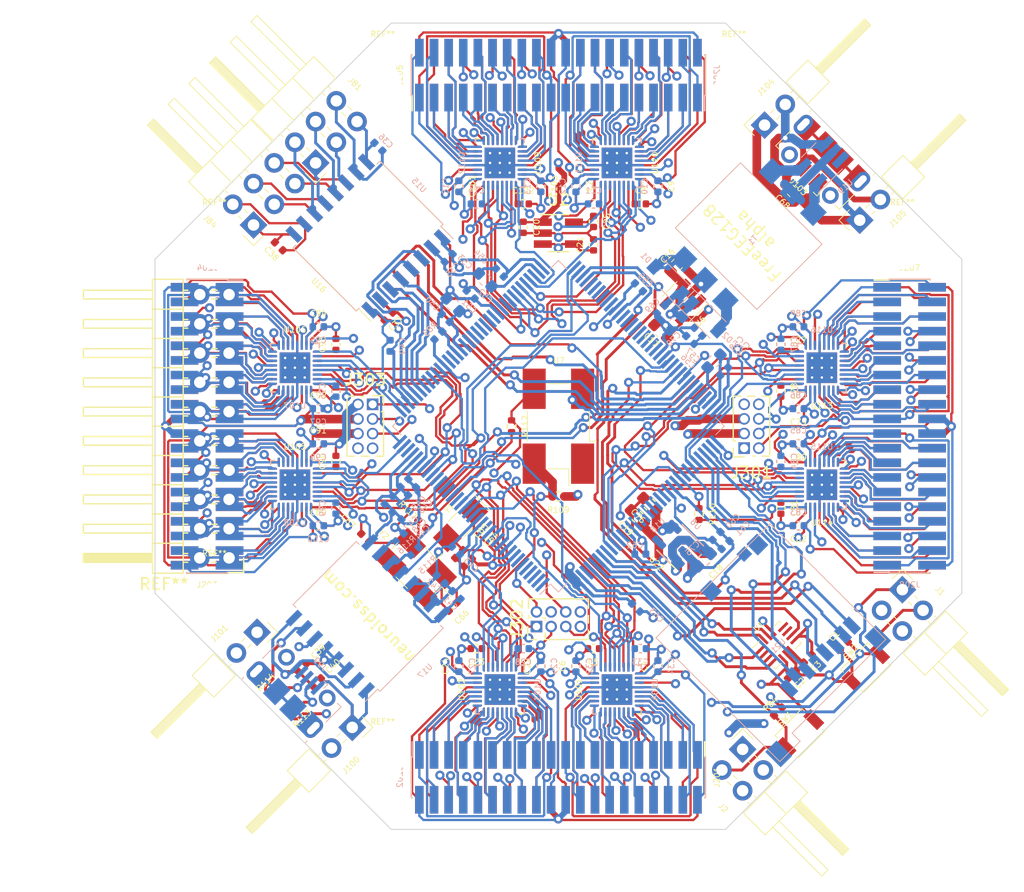
<source format=kicad_pcb>
(kicad_pcb (version 20210824) (generator pcbnew)
  (layers (0 "F.Cu" signal) (1 "In1.Cu" power) (2 "In2.Cu" power) (31 "B.Cu" signal) (34 "B.Paste" user) (35 "F.Paste" user) (36 "B.SilkS" user "B.Silkscreen") (37 "F.SilkS" user "F.Silkscreen") (38 "B.Mask" user) (39 "F.Mask" user) (44 "Edge.Cuts" user))
  (net 0 "")
  (net 1 "Net-(D1-Pad2)")
  (net 2 "Net-(D2-Pad2)")
  (net 3 "ADC10_15_AVDD")
  (net 4 "ADC10_26_DVDD")
  (net 5 "/MCU/71_VCAP_1")
  (net 6 "/MCU/106_VCAP_2")
  (net 7 "/CRYSTAL/1_NC")
  (net 8 "/MCU/24_PH1")
  (net 9 "/MCU/9_PC15")
  (net 10 "/MCU/8_PC14")
  (net 11 "AVDD_1_IN")
  (net 12 "ISO_USB_3_VDD1")
  (net 13 "ISO_USB_1_VBUS1")
  (net 14 "ISO_USB_7_UD+")
  (net 15 "ISO_USB_6_UD–")
  (net 16 "MCU_138_BOOT0")
  (net 17 "ISO_UART_13_OUTB")
  (net 18 "ISO_UART_11_IND")
  (net 19 "ISO_UART_14_OUTA")
  (net 20 "ISO_UART_12_INC")
  (net 21 "ISO_USB_10_DD+")
  (net 22 "ISO_USB_11_DD–")
  (net 23 "ISO_SPI_12_OUTC")
  (net 24 "ISO_SPI_11_IND")
  (net 25 "ISO_SPI_13_OUTB")
  (net 26 "ISO_SPI_14_OUTA")
  (net 27 "MCU_25_NRST")
  (net 28 "ACC_9_INT2")
  (net 29 "ACC_4_INT1")
  (net 30 "ACC_13_SCL")
  (net 31 "ACC_14_SDA")
  (net 32 "ACC_12_CS")
  (net 33 "ACC_1_SDO_SAO")
  (net 34 "ISO_UART_3_INA")
  (net 35 "ISO_UART_4_INB")
  (net 36 "ISO_UART_6_OUTD")
  (net 37 "ISO_SPI_3_INA")
  (net 38 "ISO_SPI_4_INB")
  (net 39 "ISO_SPI_5_INC")
  (net 40 "ISO_SPI_6_OUTD")
  (net 41 "POWER_1_GND")
  (net 42 "POWER_2_VCC")
  (net 43 "/USB_POWER/6_Shield")
  (net 44 "/USB_DATA/6_Shield")
  (net 45 "ISO_UART_5_OUTC")
  (net 46 "AINREF-")
  (net 47 "MCU_116_PD2_SDMMC1_CMD")
  (net 48 "MCU_113_PC12_SDMMC1_CK")
  (net 49 "MCU_112_PC11_SDMMC1_D3")
  (net 50 "MCU_111_PC10_SDMMC1_D2")
  (net 51 "MCU_109_PA14_SYS_JTCK-SWCLK")
  (net 52 "MCU_105_PA13_SYS_JTMS-SWDIO")
  (net 53 "MCU_99_PC9_SDMMC1_D1")
  (net 54 "MCU_98_PC8_SDMMC1_D0")
  (net 55 "MCU_97_PC7_SDMMC1_DETECT")
  (net 56 "MCU_48_PB2_BOOT1")
  (net 57 "MCU_11_PF1_I2C2_SCL")
  (net 58 "MCU_10_PF0_I2C2_SDA")
  (net 59 "CRYSTAL_3_OUT")
  (net 60 "CRYSTAL_4_Vin")
  (net 61 "ISO_SPI_15_GND2")
  (net 62 "ISO_SPI_16_VCC2")
  (net 63 "ISO_UART_15_GND2")
  (net 64 "ISO_UART_16_VCC2")
  (net 65 "ISO_USB_12_PIN")
  (net 66 "Net-(T1-Pad1)")
  (net 67 "Net-(T1-Pad3)")
  (net 68 "/ADC1/24_CAP")
  (net 69 "/ADC10/24_CAP")
  (net 70 "MCU_23_RCC_OSC_IN")
  (net 71 "ADC10_16_SYNC{slash}RESET")
  (net 72 "MCU_118_PD4_ADC1_SYNC{slash}RESET")
  (net 73 "AINREF+")
  (net 74 "ADC13_11_AIN7N")
  (net 75 "ADC13_10_AIN6N")
  (net 76 "ADC13_07_AIN5N")
  (net 77 "ADC13_06_AIN4N")
  (net 78 "ADC13_03_AIN3N")
  (net 79 "ADC13_02_AIN2N")
  (net 80 "ADC13_31_AIN1N")
  (net 81 "ADC13_30_AIN0N")
  (net 82 "ADC14_11_AIN7N")
  (net 83 "ADC14_10_AIN6N")
  (net 84 "ADC14_07_AIN5N")
  (net 85 "ADC14_06_AIN4N")
  (net 86 "ADC14_03_AIN3N")
  (net 87 "ADC14_02_AIN2N")
  (net 88 "ADC14_31_AIN1N")
  (net 89 "ADC14_30_AIN0N")
  (net 90 "ADC15_11_AIN7N")
  (net 91 "ADC15_10_AIN6N")
  (net 92 "ADC15_07_AIN5N")
  (net 93 "ADC15_06_AIN4N")
  (net 94 "ADC15_03_AIN3N")
  (net 95 "ADC15_02_AIN2N")
  (net 96 "ADC15_31_AIN1N")
  (net 97 "ADC15_30_AIN0N")
  (net 98 "ADC16_11_AIN7N")
  (net 99 "ADC16_10_AIN6N")
  (net 100 "ADC16_07_AIN5N")
  (net 101 "ADC16_06_AIN4N")
  (net 102 "ADC16_03_AIN3N")
  (net 103 "ADC16_02_AIN2N")
  (net 104 "ADC16_31_AIN1N")
  (net 105 "ADC16_30_AIN0N")
  (net 106 "ADC13_12_AIN7P")
  (net 107 "ADC13_09_AIN6P")
  (net 108 "ADC13_08_AIN5P")
  (net 109 "ADC13_05_AIN4P")
  (net 110 "ADC13_04_AIN3P")
  (net 111 "ADC13_01_AIN2P")
  (net 112 "ADC13_32_AIN1P")
  (net 113 "ADC13_29_AIN0P")
  (net 114 "ADC14_12_AIN7P")
  (net 115 "ADC14_09_AIN6P")
  (net 116 "ADC14_08_AIN5P")
  (net 117 "ADC14_05_AIN4P")
  (net 118 "ADC14_04_AIN3P")
  (net 119 "ADC14_01_AIN2P")
  (net 120 "ADC14_32_AIN1P")
  (net 121 "ADC14_29_AIN0P")
  (net 122 "ADC15_12_AIN7P")
  (net 123 "ADC15_09_AIN6P")
  (net 124 "ADC15_08_AIN5P")
  (net 125 "ADC15_05_AIN4P")
  (net 126 "ADC15_04_AIN3P")
  (net 127 "ADC15_01_AIN2P")
  (net 128 "ADC15_32_AIN1P")
  (net 129 "ADC15_29_AIN0P")
  (net 130 "ADC16_12_AIN7P")
  (net 131 "ADC16_09_AIN6P")
  (net 132 "ADC16_08_AIN5P")
  (net 133 "ADC16_05_AIN4P")
  (net 134 "ADC16_04_AIN3P")
  (net 135 "ADC16_01_AIN2P")
  (net 136 "ADC16_32_AIN1P")
  (net 137 "ADC16_29_AIN0P")
  (net 138 "ADC1_11_AIN7N")
  (net 139 "ADC1_10_AIN6N")
  (net 140 "ADC1_07_AIN5N")
  (net 141 "ADC1_06_AIN4N")
  (net 142 "ADC1_03_AIN3N")
  (net 143 "ADC1_02_AIN2N")
  (net 144 "ADC1_31_AIN1N")
  (net 145 "ADC1_30_AIN0N")
  (net 146 "ADC2_11_AIN7N")
  (net 147 "ADC2_10_AIN6N")
  (net 148 "ADC2_07_AIN5N")
  (net 149 "ADC2_06_AIN4N")
  (net 150 "ADC2_03_AIN3N")
  (net 151 "ADC2_02_AIN2N")
  (net 152 "ADC2_31_AIN1N")
  (net 153 "ADC2_30_AIN0N")
  (net 154 "ADC3_11_AIN7N")
  (net 155 "ADC3_10_AIN6N")
  (net 156 "ADC3_07_AIN5N")
  (net 157 "ADC3_06_AIN4N")
  (net 158 "ADC3_03_AIN3N")
  (net 159 "ADC3_02_AIN2N")
  (net 160 "ADC3_31_AIN1N")
  (net 161 "ADC3_30_AIN0N")
  (net 162 "ADC4_11_AIN7N")
  (net 163 "ADC4_10_AIN6N")
  (net 164 "ADC4_07_AIN5N")
  (net 165 "ADC4_06_AIN4N")
  (net 166 "ADC4_03_AIN3N")
  (net 167 "ADC4_02_AIN2N")
  (net 168 "ADC4_31_AIN1N")
  (net 169 "ADC4_30_AIN0N")
  (net 170 "ADC1_12_AIN7P")
  (net 171 "ADC1_09_AIN6P")
  (net 172 "ADC1_08_AIN5P")
  (net 173 "ADC1_05_AIN4P")
  (net 174 "ADC1_04_AIN3P")
  (net 175 "ADC1_01_AIN2P")
  (net 176 "ADC1_32_AIN1P")
  (net 177 "ADC1_29_AIN0P")
  (net 178 "ADC2_12_AIN7P")
  (net 179 "ADC2_09_AIN6P")
  (net 180 "ADC2_08_AIN5P")
  (net 181 "ADC2_05_AIN4P")
  (net 182 "ADC2_04_AIN3P")
  (net 183 "ADC2_01_AIN2P")
  (net 184 "ADC2_32_AIN1P")
  (net 185 "ADC2_29_AIN0P")
  (net 186 "ADC3_12_AIN7P")
  (net 187 "ADC3_09_AIN6P")
  (net 188 "ADC3_08_AIN5P")
  (net 189 "ADC3_05_AIN4P")
  (net 190 "ADC3_04_AIN3P")
  (net 191 "ADC3_01_AIN2P")
  (net 192 "ADC3_32_AIN1P")
  (net 193 "ADC3_29_AIN0P")
  (net 194 "ADC4_12_AIN7P")
  (net 195 "ADC4_09_AIN6P")
  (net 196 "ADC4_08_AIN5P")
  (net 197 "ADC4_05_AIN4P")
  (net 198 "ADC4_04_AIN3P")
  (net 199 "ADC4_01_AIN2P")
  (net 200 "ADC4_32_AIN1P")
  (net 201 "ADC4_29_AIN0P")
  (net 202 "ADC5_11_AIN7N")
  (net 203 "ADC5_10_AIN6N")
  (net 204 "ADC5_07_AIN5N")
  (net 205 "ADC5_06_AIN4N")
  (net 206 "ADC5_03_AIN3N")
  (net 207 "ADC5_02_AIN2N")
  (net 208 "ADC5_31_AIN1N")
  (net 209 "ADC5_30_AIN0N")
  (net 210 "ADC6_11_AIN7N")
  (net 211 "ADC6_10_AIN6N")
  (net 212 "ADC6_07_AIN5N")
  (net 213 "ADC6_06_AIN4N")
  (net 214 "ADC6_03_AIN3N")
  (net 215 "ADC6_02_AIN2N")
  (net 216 "ADC6_31_AIN1N")
  (net 217 "ADC6_30_AIN0N")
  (net 218 "ADC7_11_AIN7N")
  (net 219 "ADC7_10_AIN6N")
  (net 220 "ADC7_07_AIN5N")
  (net 221 "ADC7_06_AIN4N")
  (net 222 "ADC7_03_AIN3N")
  (net 223 "ADC7_02_AIN2N")
  (net 224 "ADC7_31_AIN1N")
  (net 225 "ADC7_30_AIN0N")
  (net 226 "ADC8_11_AIN7N")
  (net 227 "ADC8_10_AIN6N")
  (net 228 "ADC8_07_AIN5N")
  (net 229 "ADC8_06_AIN4N")
  (net 230 "ADC8_03_AIN3N")
  (net 231 "ADC8_02_AIN2N")
  (net 232 "ADC8_31_AIN1N")
  (net 233 "ADC8_30_AIN0N")
  (net 234 "ADC5_12_AIN7P")
  (net 235 "ADC5_09_AIN6P")
  (net 236 "ADC5_08_AIN5P")
  (net 237 "ADC5_05_AIN4P")
  (net 238 "ADC5_04_AIN3P")
  (net 239 "ADC5_01_AIN2P")
  (net 240 "ADC5_32_AIN1P")
  (net 241 "ADC5_29_AIN0P")
  (net 242 "ADC6_12_AIN7P")
  (net 243 "ADC6_09_AIN6P")
  (net 244 "ADC6_08_AIN5P")
  (net 245 "ADC6_05_AIN4P")
  (net 246 "ADC6_04_AIN3P")
  (net 247 "ADC6_01_AIN2P")
  (net 248 "ADC6_32_AIN1P")
  (net 249 "ADC6_29_AIN0P")
  (net 250 "ADC7_12_AIN7P")
  (net 251 "ADC7_09_AIN6P")
  (net 252 "ADC7_08_AIN5P")
  (net 253 "ADC7_05_AIN4P")
  (net 254 "ADC7_04_AIN3P")
  (net 255 "ADC7_01_AIN2P")
  (net 256 "ADC7_32_AIN1P")
  (net 257 "ADC7_29_AIN0P")
  (net 258 "ADC8_12_AIN7P")
  (net 259 "ADC8_09_AIN6P")
  (net 260 "ADC8_08_AIN5P")
  (net 261 "ADC8_05_AIN4P")
  (net 262 "ADC8_04_AIN3P")
  (net 263 "ADC8_01_AIN2P")
  (net 264 "ADC8_32_AIN1P")
  (net 265 "ADC8_29_AIN0P")
  (net 266 "ADC9_11_AIN7N")
  (net 267 "ADC9_10_AIN6N")
  (net 268 "ADC9_07_AIN5N")
  (net 269 "ADC9_06_AIN4N")
  (net 270 "ADC9_03_AIN3N")
  (net 271 "ADC9_02_AIN2N")
  (net 272 "ADC9_31_AIN1N")
  (net 273 "ADC9_30_AIN0N")
  (net 274 "ADC9_12_AIN7P")
  (net 275 "ADC9_09_AIN6P")
  (net 276 "ADC9_08_AIN5P")
  (net 277 "ADC9_05_AIN4P")
  (net 278 "ADC9_04_AIN3P")
  (net 279 "ADC9_01_AIN2P")
  (net 280 "ADC9_32_AIN1P")
  (net 281 "ADC9_29_AIN0P")
  (net 282 "ADC1_17_CS")
  (net 283 "ADC1_18_DRDY")
  (net 284 "ADC10_23_XTAL1{slash}CLKIN")
  (net 285 "ADC13_17_CS")
  (net 286 "ADC5_17_CS")
  (net 287 "ADC9_17_CS")
  (net 288 "ADC10_19_SCLK")
  (net 289 "ADC10_21_DIN")
  (net 290 "ADC4_18_DRDY")
  (net 291 "ADC14_17_CS")
  (net 292 "ADC15_17_CS")
  (net 293 "ADC16_17_CS")
  (net 294 "ADC10_17_CS")
  (net 295 "ADC11_17_CS")
  (net 296 "ADC12_17_CS")
  (net 297 "MCU_122_PD6_SAI4_SD_A")
  (net 298 "ADC10_11_AIN7N")
  (net 299 "ADC10_10_AIN6N")
  (net 300 "ADC10_07_AIN5N")
  (net 301 "ADC10_06_AIN4N")
  (net 302 "ADC10_03_AIN3N")
  (net 303 "ADC10_02_AIN2N")
  (net 304 "ADC10_31_AIN1N")
  (net 305 "ADC10_30_AIN0N")
  (net 306 "ADC11_11_AIN7N")
  (net 307 "ADC11_10_AIN6N")
  (net 308 "ADC11_07_AIN5N")
  (net 309 "ADC11_06_AIN4N")
  (net 310 "ADC11_03_AIN3N")
  (net 311 "ADC11_02_AIN2N")
  (net 312 "ADC11_31_AIN1N")
  (net 313 "ADC11_30_AIN0N")
  (net 314 "ADC12_11_AIN7N")
  (net 315 "ADC12_10_AIN6N")
  (net 316 "ADC12_07_AIN5N")
  (net 317 "ADC12_06_AIN4N")
  (net 318 "ADC12_03_AIN3N")
  (net 319 "ADC12_02_AIN2N")
  (net 320 "ADC12_31_AIN1N")
  (net 321 "ADC12_30_AIN0N")
  (net 322 "ADC10_12_AIN7P")
  (net 323 "ADC10_09_AIN6P")
  (net 324 "ADC10_08_AIN5P")
  (net 325 "ADC10_05_AIN4P")
  (net 326 "ADC10_04_AIN3P")
  (net 327 "ADC10_01_AIN2P")
  (net 328 "ADC10_32_AIN1P")
  (net 329 "ADC10_29_AIN0P")
  (net 330 "ADC11_12_AIN7P")
  (net 331 "ADC11_09_AIN6P")
  (net 332 "ADC11_08_AIN5P")
  (net 333 "ADC11_05_AIN4P")
  (net 334 "ADC11_04_AIN3P")
  (net 335 "ADC11_01_AIN2P")
  (net 336 "ADC11_32_AIN1P")
  (net 337 "ADC11_29_AIN0P")
  (net 338 "ADC12_12_AIN7P")
  (net 339 "ADC12_09_AIN6P")
  (net 340 "ADC12_08_AIN5P")
  (net 341 "ADC12_05_AIN4P")
  (net 342 "ADC12_04_AIN3P")
  (net 343 "ADC12_01_AIN2P")
  (net 344 "ADC12_32_AIN1P")
  (net 345 "ADC12_29_AIN0P")
  (net 346 "Net-(R113-Pad1)")
  (net 347 "Net-(R114-Pad1)")
  (net 348 "Net-(R115-Pad2)")
  (net 349 "Net-(R116-Pad2)")
  (net 350 "ADC10_14_REFIN")
  (net 351 "ADC10_20_DOUT")
  (net 352 "ADC4_17_CS")
  (net 353 "ADC3_17_CS")
  (net 354 "ADC2_17_CS")
  (net 355 "ADC1_19_SCLK")
  (net 356 "ADC1_20_DOUT")
  (net 357 "ADC1_21_DIN")
  (net 358 "ADC6_17_CS")
  (net 359 "ADC7_17_CS")
  (net 360 "ADC8_17_CS")
  (net 361 "ADC5_19_SCLK")
  (net 362 "ADC5_21_DIN")
  (net 363 "ISO_USB_2_GND1")
  (net 364 "Net-(C67-Pad1)")
  (net 366 "/USB_DATA/4_ID")
  (net 367 "/USB_POWER/2_D-")
  (net 368 "/USB_POWER/3_D+")
  (net 369 "/USB_POWER/4_ID")
  (net 370 "/ACCEL&GYRO/2_SDx")
  (net 371 "/ACCEL&GYRO/3_SCx")
  (net 374 "ADC10_18_DRDY")
  (net 375 "ADC11_18_DRDY")
  (net 376 "ADC12_18_DRDY")
  (net 378 "ADC2_18_DRDY")
  (net 379 "ADC3_18_DRDY")
  (net 380 "ISO_SPI_7_EN1")
  (net 381 "ISO_SPI_9_GND2")
  (net 382 "ISO_SPI_10_EN2")
  (net 383 "ISO_UART_7_EN1")
  (net 384 "ISO_UART_9_GND2")
  (net 385 "ISO_UART_10_EN2")
  (net 386 "/MCU/1_PE2")
  (net 387 "/MCU/2_PE3")
  (net 388 "/MCU/3_PE4")
  (net 389 "/MCU/4_PE5")
  (net 390 "/MCU/5_PE6")
  (net 391 "MCU_7_PC13_ADC2_DRDY")
  (net 392 "MCU_22_PF10_ADC3_DRDY")
  (net 393 "/MCU/27_PC1")
  (net 394 "MCU_34_PA0_TIM8_ETR")
  (net 395 "/MCU/44_PC4")
  (net 396 "/MCU/45_PC5")
  (net 397 "/MCU/47_PB1")
  (net 398 "/MCU/49_PF11")
  (net 399 "/MCU/50_PF12")
  (net 400 "/MCU/53_PF13")
  (net 401 "/MCU/54_PF14")
  (net 402 "/MCU/55_PF15")
  (net 403 "/MCU/56_PG0")
  (net 404 "/MCU/57_PG1")
  (net 405 "MCU_58_PE7_TIM1_ETR")
  (net 406 "/MCU/59_PE8")
  (net 407 "/MCU/63_PE10")
  (net 408 "/MCU/77_PD8")
  (net 409 "/MCU/78_PD9")
  (net 410 "/MCU/79_PD10")
  (net 411 "/MCU/80_PD11")
  (net 412 "/MCU/81_PD12")
  (net 413 "/MCU/82_PD13")
  (net 414 "/MCU/85_PD14")
  (net 415 "/MCU/86_PD15")
  (net 416 "/MCU/87_PG2")
  (net 417 "/MCU/88_PG3")
  (net 418 "MCU_89_PG4_ADC4_DRDY")
  (net 419 "/MCU/90_PG5")
  (net 420 "/MCU/91_PG6")
  (net 421 "/MCU/92_PG7")
  (net 422 "MCU_93_PG8_SPI6_NSS")
  (net 423 "/MCU/119_PD5")
  (net 424 "/MCU/123_PD7")
  (net 425 "/MCU/124_PG9")
  (net 426 "/MCU/125_PG10")
  (net 427 "/MCU/126_PG11")
  (net 428 "MCU_127_PG12_SPI6_MISO")
  (net 429 "MCU_128_PG13_SPI6_SCK")
  (net 430 "MCU_129_PG14_SPI6_MOSI")
  (net 431 "/MCU/132_PG15")
  (net 432 "/MCU/141_PE0")
  (net 435 "ADC13_18_DRDY")
  (net 436 "ADC14_18_DRDY")
  (net 437 "ADC15_18_DRDY")
  (net 438 "ADC16_18_DRDY")
  (net 439 "ADC5_18_DRDY")
  (net 440 "ADC6_18_DRDY")
  (net 441 "ADC7_18_DRDY")
  (net 442 "ADC8_18_DRDY")
  (net 443 "ADC9_18_DRDY")
  (net 444 "ACC_6_GND")
  (net 445 "/ADC11/24_CAP")
  (net 446 "/ADC12/24_CAP")
  (net 447 "/ADC2/24_CAP")
  (net 448 "/ADC3/24_CAP")
  (net 449 "/ADC4/24_CAP")
  (net 450 "/ADC13/24_CAP")
  (net 451 "/ADC14/24_CAP")
  (net 452 "/ADC15/24_CAP")
  (net 453 "/ADC16/24_CAP")
  (net 454 "/ADC5/24_CAP")
  (net 455 "/ADC6/24_CAP")
  (net 456 "/ADC7/24_CAP")
  (net 457 "/ADC8/24_CAP")
  (net 458 "/ADC9/24_CAP")
  (net 459 "/ADC1/22_XTAL2")
  (net 460 "/ADC1/27_NC")
  (net 461 "/ADC2/22_XTAL2")
  (net 462 "/ADC2/27_NC")
  (net 463 "/ADC3/22_XTAL2")
  (net 464 "/ADC3/27_NC")
  (net 465 "/ADC4/22_XTAL2")
  (net 466 "/ADC4/27_NC")
  (net 467 "/ADC5/22_XTAL2")
  (net 468 "/ADC5/27_NC")
  (net 469 "/ADC6/22_XTAL2")
  (net 470 "/ADC6/27_NC")
  (net 471 "/ADC7/22_XTAL2")
  (net 472 "/ADC7/27_NC")
  (net 473 "/ADC8/22_XTAL2")
  (net 474 "/ADC8/27_NC")
  (net 475 "/ADC9/22_XTAL2")
  (net 476 "/ADC9/27_NC")
  (net 477 "/ADC10/22_XTAL2")
  (net 478 "/ADC10/27_NC")
  (net 479 "/ADC11/22_XTAL2")
  (net 480 "/ADC11/27_NC")
  (net 481 "/ADC12/22_XTAL2")
  (net 482 "/ADC12/27_NC")
  (net 483 "/ADC13/22_XTAL2")
  (net 484 "/ADC13/27_NC")
  (net 485 "/ADC14/22_XTAL2")
  (net 486 "/ADC14/27_NC")
  (net 487 "/ADC15/22_XTAL2")
  (net 488 "/ADC15/27_NC")
  (net 489 "/ADC16/22_XTAL2")
  (net 490 "/ADC16/27_NC")
  (net 491 "VREF_5_VREF")
  (net 492 "Net-(C66-Pad1)")
  (net 494 "MCU_60_PE9_TIM1_CH1")
  (net 495 "/MCU/12_PF2")
  (net 502 "ADC5_20_DOUT")
  (net 503 "ADC13_19_SCLK")
  (net 504 "ADC13_20_DOUT")
  (net 505 "ADC13_21_DIN")
  (footprint "LSM6DS3TR:Bosch_LGA-14_3x2.5mm_P0.5mm" (layer "F.Cu") (at 18.995476 19.002938 45)
    (fp_text reference "U1")
    (fp_text value "LSM6DS3")
  )
  (footprint "Capacitor_SMD:C_0402_1005Metric" (layer "F.Cu") (at -24.257 -15.621 -45)
    (fp_text reference "C38")
    (fp_text value "100n")
  )
  (footprint "Capacitor_SMD:C_0402_1005Metric" (layer "F.Cu") (at -9.1694 15.6718 45)
    (fp_text reference "C66")
    (fp_text value "CL1")
  )
  (footprint "Capacitor_SMD:C_0603_1608Metric" (layer "F.Cu") (at 10.287 -14.0208 45)
    (fp_text reference "C16")
    (fp_text value "2.2u")
  )
  (footprint "Resistor_SMD:R_0402_1005Metric" (layer "F.Cu") (at 19.05 24.765 45)
    (fp_text reference "R84")
    (fp_text value "4k7")
  )
  (footprint "Resistor_SMD:R_0402_1005Metric" (layer "F.Cu") (at -22.86 24.765 45)
    (fp_text reference "R113")
    (fp_text value "24")
  )
  (footprint "Connector_PinHeader_2.54mm:PinHeader_2x01_P2.54mm_Horizontal" (layer "F.Cu") (at 17.888949 -26.143949 45)
    (fp_text reference "J104")
    (fp_text value "Conn_01x02")
  )
  (footprint "Capacitor_SMD:C_0402_1005Metric" (layer "F.Cu") (at -22.225 20.955 -135)
    (fp_text reference "C39")
    (fp_text value "100n")
  )
  (footprint "Capacitor_SMD:C_0402_1005Metric" (layer "F.Cu") (at -7.8486 11.8364 -135)
    (fp_text reference "C64")
    (fp_text value "CL1")
  )
  (footprint "Package_TO_SOT_SMD:SOT-23-5" (layer "F.Cu") (at 10.795 -10.781028 -135)
    (fp_text reference "U6")
    (fp_text value "LP5907")
  )
  (footprint "Capacitor_SMD:C_0402_1005Metric" (layer "F.Cu") (at 24.765 19.05 45)
    (fp_text reference "C1")
    (fp_text value "100n")
  )
  (footprint "smd5032:Crystal_SMD_EuroQuartz_MJ-4Pin_5.0x3.2mm_HandSoldering" (layer "F.Cu") (at -12.319 12.319 135)
    (fp_text reference "Y2")
    (fp_text value "16MHz")
  )
  (footprint "Capacitor_SMD:C_0402_1005Metric" (layer "F.Cu") (at -16.764 9.6774 135)
    (fp_text reference "C67")
    (fp_text value "CL2")
  )
  (footprint "Capacitor_SMD:C_0603_1608Metric" (layer "F.Cu") (at 20.3454 -20.3962 -45)
    (fp_text reference "C68")
    (fp_text value "10u")
  )
  (footprint "Connector_USB:USB_Micro-B_Molex-105017-0001" (layer "F.Cu") (at 22.86 -22.841256 135)
    (fp_text reference "J103")
    (fp_text value "USB_B_Micro")
  )
  (footprint "Connector_PinHeader_2.54mm:PinHeader_2x01_P2.54mm_Horizontal" (layer "F.Cu") (at 26.143949 -17.888949 45)
    (fp_text reference "J105")
    (fp_text value "Conn_01x02")
  )
  (footprint "Button_Switch_SMD:SW_SPST_B3U-1000P-B" (layer "F.Cu") (at 20.955 26.67 -135)
    (fp_text reference "SW1")
    (fp_text value "SW_Push")
  )
  (footprint "Crystal:Crystal_SMD_EuroQuartz_EQ161-2Pin_3.2x1.5mm_HandSoldering" (layer "F.Cu") (at -8.489649 8.540449 -135)
    (fp_text reference "Y1")
    (fp_text value "32768Hz")
  )
  (footprint "Connector_PinHeader_2.54mm:PinHeader_2x01_P2.54mm_Horizontal" (layer "F.Cu") (at -17.888949 26.143949 -135)
    (fp_text reference "J100")
    (fp_text value "Conn_01x02")
  )
  (footprint "Oscillator:Oscillator_SMD_EuroQuartz_XO91-4Pin_7.0x5.0mm_HandSoldering" (layer "F.Cu") (at 0 0 90)
    (fp_text reference "U7")
    (fp_text value "FXO-SM7_OSC-SMD7050_short")
  )
  (footprint "Capacitor_SMD:C_0402_1005Metric" (layer "F.Cu") (at -20.955 22.225 -135)
    (fp_text reference "C40")
    (fp_text value "100n")
  )
  (footprint "Capacitor_SMD:C_0402_1005Metric" (layer "F.Cu") (at 20.265476 21.542938 45)
    (fp_text reference "C2")
    (fp_text value "100n")
  )
  (footprint "Capacitor_SMD:C_0402_1005Metric" (layer "F.Cu") (at -8.6106 11.0998 -135)
    (fp_text reference "C65")
    (fp_text value "CL2")
  )
  (footprint "Connector_PinHeader_2.54mm:PinHeader_2x01_P2.54mm_Horizontal" (layer "F.Cu") (at -26.143949 17.888949 -135)
    (fp_text reference "J101")
    (fp_text value "Conn_01x02")
  )
  (footprint "Button_Switch_SMD:SW_SPST_B3U-1000P-B" (layer "F.Cu") (at 26.67 20.955 45)
    (fp_text reference "SW2")
    (fp_text value "SW_Push")
  )
  (footprint "Capacitor_SMD:C_0402_1005Metric" (layer "F.Cu") (at 21.6408 20.1676 -135)
    (fp_text reference "C3")
    (fp_text value "100n")
  )
  (footprint "Resistor_SMD:R_0402_1005Metric" (layer "F.Cu") (at -11.811 8.509 135)
    (fp_text reference "R117")
    (fp_text value "R_EXT")
  )
  (footprint "Capacitor_SMD:C_0603_1608Metric" (layer "F.Cu") (at 8.89 -8.241028 135)
    (fp_text reference "C17")
    (fp_text value "2.2u")
  )
  (footprint "Connector_PinHeader_2.54mm:PinHeader_2x02_P2.54mm_Horizontal" (layer "F.Cu") (at 15.983949 28.048949 -45)
    (fp_text reference "J2")
    (fp_text value "Conn_02x02_Odd_Even")
  )
  (footprint "Resistor_SMD:R_0402_1005Metric" (layer "F.Cu") (at -24.765 22.86 45)
    (fp_text reference "R114")
    (fp_text value "24")
  )
  (footprint "Package_SO:SOIC-16W_7.5x10.3mm_P1.27mm" (layer "F.Cu") (at -16.51 -16.51 135)
    (fp_text reference "U16")
    (fp_text value "ADUM1402BRWZ")
  )
  (footprint "Capacitor_SMD:C_0402_1005Metric" (layer "F.Cu") (at -14.732 -9.525 45)
    (fp_text reference "C37")
    (fp_text value "100n")
  )
  (footprint "Connector_PinHeader_2.54mm:PinHeader_2x03_P2.54mm_Horizontal" (layer "F.Cu") (at -21.063949 -22.86 135)
    (fp_text reference "J81")
    (fp_text value "Conn_02x03_Odd_Even")
  )
  (footprint "Connector_PinHeader_2.54mm:PinHeader_2x02_P2.54mm_Horizontal" (layer "F.Cu") (at 29.845 14.187898 -45)
    (fp_text reference "J1")
    (fp_text value "Conn_02x02_Odd_Even")
  )
  (footprint "Connector_PinHeader_2.54mm:PinHeader_2x03_P2.54mm_Horizontal" (layer "F.Cu") (at -26.452102 -17.471846 135)
    (fp_text reference "J84")
    (fp_text value "Conn_02x03_Odd_Even")
  )
  (footprint "Capacitor_SMD:C_0402_1005Metric" (layer "F.Cu") (at 19.304 7.112 -90)
    (fp_text reference "C81")
    (fp_text value "220nF")
  )
  (footprint "Capacitor_SMD:C_0402_1005Metric" (layer "F.Cu") (at 3.048 19.304 180)
    (fp_text reference "C5")
    (fp_text value "220nF")
  )
  (footprint "Capacitor_SMD:C_0402_1005Metric" (layer "F.Cu") (at 20.828 -1.524 180)
    (fp_text reference "C79")
    (fp_text value "1u")
  )
  (footprint "Capacitor_SMD:C_0402_1005Metric" (layer "F.Cu") (at 20.828 8.636 180)
    (fp_text reference "C82")
    (fp_text value "1u")
  )
  (footprint "Capacitor_SMD:C_0402_1005Metric" (layer "F.Cu") (at -20.828 1.524)
    (fp_text reference "C91")
    (fp_text value "1u")
  )
  (footprint "Package_DFN_QFN:QFN-32-1EP_4x4mm_P0.4mm_EP2.65x2.65mm_ThermalVias" (layer "F.Cu") (at 22.86 -5.08 180)
    (fp_text reference "U113")
    (fp_text value "ADS131M08IRSN")
  )
  (footprint "Capacitor_SMD:C_0402_1005Metric" (layer "F.Cu") (at -19.304 3.048 90)
    (fp_text reference "C90")
    (fp_text value "220nF")
  )
  (footprint "Connector_PinHeader_1.27mm:PinHeader_2x20_P1.27mm_Vertical_SMD" (layer "F.Cu") (at 30.48 0)
    (fp_text reference "J207")
    (fp_text value "Conn_02x20_Odd_Even")
  )
  (footprint "Capacitor_SMD:C_0402_1005Metric" (layer "F.Cu") (at 7.112 -19.304)
    (fp_text reference "C8")
    (fp_text value "220nF")
  )
  (footprint "Capacitor_SMD:C_0402_1005Metric" (layer "F.Cu") (at -20.828 -1.524)
    (fp_text reference "C92")
    (fp_text value "1u")
  )
  (footprint "Capacitor_SMD:C_0402_1005Metric" (layer "F.Cu") (at -20.828 -8.636)
    (fp_text reference "C94")
    (fp_text value "1u")
  )
  (footprint "Package_DFN_QFN:QFN-32-1EP_4x4mm_P0.4mm_EP2.65x2.65mm_ThermalVias" (layer "F.Cu") (at -5.08 -22.86 -90)
    (fp_text reference "U109")
    (fp_text value "ADS131M08IRSN")
  )
  (footprint "Capacitor_SMD:C_0402_1005Metric" (layer "F.Cu") (at -3.048 -19.304)
    (fp_text reference "C102")
    (fp_text value "220nF")
  )
  (footprint "Connector_PinHeader_1.27mm:PinHeader_2x04_P1.27mm_Vertical" (layer "F.Cu") (at -1.9 17.389 90)
    (fp_text reference "J302")
    (fp_text value "Conn_02x04_Odd_Even")
  )
  (footprint "MountingHole:MountingHole_3.2mm_M3" (layer "F.Cu") (at 29.845 -15.24)
    (fp_text reference "REF**")
    (fp_text value "MountingHole_3.2mm_M3")
  )
  (footprint "Connector_PinHeader_1.27mm:PinHeader_2x20_P1.27mm_Vertical_SMD" (layer "F.Cu") (at -30.48 0 180)
    (fp_text reference "J203")
    (fp_text value "Conn_02x20_Odd_Even")
  )
  (footprint "Capacitor_SMD:C_0402_1005Metric" (layer "F.Cu") (at 3.048 -17.78 -90)
    (fp_text reference "C25")
    (fp_text value "100n")
  )
  (footprint "Capacitor_SMD:C_0402_1005Metric" (layer "F.Cu") (at -8.636 -20.828 -90)
    (fp_text reference "C101")
    (fp_text value "1u")
  )
  (footprint "Resistor_SMD:R_0402_1005Metric" (layer "F.Cu") (at -4.064 0 -90)
    (fp_text reference "R112")
    (fp_text value "0")
  )
  (footprint "Connector_PinSocket_1.27mm:PinSocket_2x04_P1.27mm_Vertical" (layer "F.Cu") (at 16.119 1.9 180)
    (fp_text reference "J301")
    (fp_text value "Conn_02x04_Odd_Even")
  )
  (footprint "Capacitor_SMD:C_0402_1005Metric" (layer "F.Cu") (at -1.524 20.828 90)
    (fp_text reference "C22")
    (fp_text value "1u")
  )
  (footprint "Capacitor_SMD:C_0402_1005Metric" (layer "F.Cu") (at 1.524 20.828 90)
    (fp_text reference "C6")
    (fp_text value "1u")
  )
  (footprint "MountingHole:MountingHole_3.2mm_M3" (layer "F.Cu") (at -29.845 15.24)
    (fp_text reference "REF**")
    (fp_text value "MountingHole_3.2mm_M3")
  )
  (footprint "MountingHole:MountingHole_3.2mm_M3" (layer "F.Cu") (at -15.24 -29.845)
    (fp_text reference "REF**")
    (fp_text value "MountingHole_3.2mm_M3")
  )
  (footprint "Capacitor_SMD:C_0402_1005Metric" (layer "F.Cu") (at 8.636 -20.828 -90)
    (fp_text reference "C9")
    (fp_text value "1u")
  )
  (footprint "Capacitor_SMD:C_0402_1005Metric" (layer "F.Cu") (at 19.304 -3.048 -90)
    (fp_text reference "C78")
    (fp_text value "220nF")
  )
  (footprint "MountingHole:MountingHole_3.2mm_M3" (layer "F.Cu") (at 15.24 -29.845)
    (fp_text reference "REF**")
    (fp_text value "MountingHole_3.2mm_M3")
  )
  (footprint "Capacitor_SMD:C_0402_1005Metric" (layer "F.Cu") (at -1.524 -20.828 -90)
    (fp_text reference "C103")
    (fp_text value "1u")
  )
  (footprint "Package_DFN_QFN:QFN-32-1EP_4x4mm_P0.4mm_EP2.65x2.65mm_ThermalVias" (layer "F.Cu") (at 22.86 5.08 180)
    (fp_text reference "U114")
    (fp_text value "ADS131M08IRSN")
  )
  (footprint "Capacitor_SMD:C_0402_1005Metric" (layer "F.Cu") (at -19.304 -7.112 90)
    (fp_text reference "C93")
    (fp_text value "220nF")
  )
  (footprint "Capacitor_SMD:C_0603_1608Metric" (layer "F.Cu") (at 6.858 7.8486 135)
    (fp_text reference "C19")
    (fp_text value "2.2u")
  )
  (footprint "MountingHole:MountingHole_3.2mm_M3" (layer "F.Cu") (at -15.24 29.845)
    (fp_text reference "REF**")
    (fp_text value "MountingHole_3.2mm_M3")
  )
  (footprint "Package_DFN_QFN:QFN-32-1EP_4x4mm_P0.4mm_EP2.65x2.65mm_ThermalVias" (layer "F.Cu") (at -22.86 5.08)
    (fp_text reference "U105")
    (fp_text value "ADS131M08IRSN")
  )
  (footprint "Capacitor_SMD:C_0402_1005Metric" (layer "F.Cu") (at 3.048 -15.748 90)
    (fp_text reference "C21")
    (fp_text value "100n")
  )
  (footprint "Capacitor_SMD:C_0402_1005Metric" (layer "F.Cu") (at -20.828 8.636)
    (fp_text reference "C89")
    (fp_text value "1u")
  )
  (footprint "Package_TO_SOT_SMD:SOT-23-5_HandSoldering" (layer "F.Cu") (at 0 -16.764)
    (fp_text reference "U2")
    (fp_text value "REF2025")
  )
  (footprint "Capacitor_SMD:C_0402_1005Metric" (layer "F.Cu") (at -8.636 20.828 90)
    (fp_text reference "C24")
    (fp_text value "1u")
  )
  (footprint "Package_DFN_QFN:QFN-32-1EP_4x4mm_P0.4mm_EP2.65x2.65mm_ThermalVias" (layer "F.Cu") (at -5.08 22.86 90)
    (fp_text reference "U102")
    (fp_text value "ADS131M08IRSN")
  )
  (footprint "Capacitor_SMD:C_0603_1608Metric" (layer "F.Cu") (at 12.6492 11.6078 -135)
    (fp_text reference "C18")
    (fp_text value "2.2u")
  )
  (footprint "Connector_PinSocket_1.27mm:PinSocket_2x04_P1.27mm_Vertical" (layer "F.Cu") (at -16.119 -1.9)
    (fp_text reference "J303")
    (fp_text value "Conn_02x04_Odd_Even")
  )
  (footprint "Resistor_SMD:R_0402_1005Metric" (layer "F.Cu") (at 12.192 7.62 -90)
    (fp_text reference "R110")
    (fp_text value "0")
  )
  (footprint "Package_TO_SOT_SMD:SOT-23-5" (layer "F.Cu") (at 10.2108 10.2108 135)
    (fp_text reference "U22")
    (fp_text value "LP5907")
  )
  (footprint "Capacitor_SMD:C_0402_1005Metric" (layer "F.Cu") (at -7.112 19.304 180)
    (fp_text reference "C23")
    (fp_text value "220nF")
  )
  (footprint "Connector_PinHeader_1.27mm:PinHeader_2x20_P1.27mm_Vertical_SMD" (layer "F.Cu") (at 0 30.48 -90)
    (fp_text reference "J201")
    (fp_text value "Conn_02x20_Odd_Even")
  )
  (footprint "Capacitor_SMD:C_0402_1005Metric" (layer "F.Cu") (at 8.636 20.828 90)
    (fp_text reference "C4")
    (fp_text value "1u")
  )
  (footprint "Capacitor_SMD:C_0402_1005Metric" (layer "F.Cu") (at 20.828 -8.636 180)
    (fp_text reference "C77")
    (fp_text value "1u")
  )
  (footprint "Connector_PinHeader_1.27mm:PinHeader_2x20_P1.27mm_Vertical_SMD" (layer "F.Cu") (at 0 -30.48 90)
    (fp_text reference "J205")
    (fp_text value "Conn_02x20_Odd_Even")
  )
  (footprint "MountingHole:MountingHole_3.2mm_M3" (layer "F.Cu") (at -29.845 -15.24)
    (fp_text reference "REF**")
    (fp_text value "MountingHole_3.2mm_M3")
  )
  (footprint "Package_DFN_QFN:QFN-32-1EP_4x4mm_P0.4mm_EP2.65x2.65mm_ThermalVias" (layer "F.Cu") (at -22.86 -5.08)
    (fp_text reference "U106")
    (fp_text value "ADS131M08IRSN")
  )
  (footprint "Capacitor_SMD:C_0402_1005Metric" (layer "F.Cu") (at 1.524 -20.828 -90)
    (fp_text reference "C7")
    (fp_text value "1u")
  )
  (footprint "Capacitor_SMD:C_0402_1005Metric" (layer "F.Cu") (at -3.048 -17.272 -90)
    (fp_text reference "C20")
    (fp_text value "100n")
  )
  (footprint "Package_DFN_QFN:QFN-32-1EP_4x4mm_P0.4mm_EP2.65x2.65mm_ThermalVias" (layer "F.Cu") (at 5.08 -22.86 -90)
    (fp_text reference "U110")
    (fp_text value "ADS131M08IRSN")
  )
  (footprint "Capacitor_SMD:C_0603_1608Metric" (layer "F.Cu") (at 7.9248 6.7818 135)
    (fp_text reference "C76")
    (fp_text value "2.2u")
  )
  (footprint "Package_DFN_QFN:QFN-32-1EP_4x4mm_P0.4mm_EP2.65x2.65mm_ThermalVias" (layer "F.Cu") (at 5.08 22.86 90)
    (fp_text reference "U101")
    (fp_text value "ADS131M08IRSN")
  )
  (footprint "Resistor_SMD:R_0402_1005Metric" (layer "F.Cu") (at 0 6.096 180)
    (fp_text reference "R109")
    (fp_text value "0")
  )
  (footprint "Connector_PinHeader_2.54mm:PinHeader_2x10_P2.54mm_Horizontal" (layer "F.Cu") (at -28.575 11.43 180)
    (fp_text reference "REF**")
    (fp_text value "PinHeader_2x10_P2.54mm_Horizontal")
  )
  (footprint "Capacitor_SMD:C_0402_1005Metric" (layer "F.Cu") (at 20.828 1.524 180)
    (fp_text reference "C80")
    (fp_text value "1u")
  )
  (footprint "Package_TO_SOT_SMD:SOT-23-6_Handsoldering" (layer "B.Cu") (at 22.86 -22.841256 45)
    (fp_text reference "U19")
    (fp_text value "SN6505B")
  )
  (footprint "Capacitor_SMD:C_0402_1005Metric" (layer "B.Cu") (at -14.732 6.4262 -135)
    (fp_text reference "C47")
    (fp_text value "100n")
  )
  (footprint "Capacitor_SMD:C_0603_1608Metric" (layer "B.Cu") (at -9.144 -10.541 135)
    (fp_text reference "C51")
    (fp_text value "4.7u")
  )
  (footprint "Capacitor_SMD:C_0402_1005Metric" (layer "B.Cu") (at 14.5034 10.3124 45)
    (fp_text reference "C61")
    (fp_text value "1u")
  )
  (footprint "Capacitor_SMD:C_0402_1005Metric" (layer "B.Cu") (at -12.7 5.6388 45)
    (fp_text reference "C46")
    (fp_text value "1u")
  )
  (footprint "Capacitor_SMD:C_0402_1005Metric" (layer "B.Cu") (at -9.779 -9.398 135)
    (fp_text reference "C50")
    (fp_text value "100n")
  )
  (footprint "Package_QFP:LQFP-144_20x20mm_P0.5mm" (layer "B.Cu") (at 0 0 45)
    (fp_text reference "U18")
    (fp_text value "STM32H743ZITx")
  )
  (footprint "Resistor_SMD:R_0402_1005Metric" (layer "B.Cu") (at -13.7668 9.652 -135)
    (fp_text reference "R116")
    (fp_text value "24")
  )
  (footprint "Package_SO:SOIC-16W_7.5x10.3mm_P1.27mm" (layer "B.Cu") (at -16.51 16.51 45)
    (fp_text reference "U17")
    (fp_text value "ADuM3160")
  )
  (footprint "Capacitor_SMD:C_0402_1005Metric" (layer "B.Cu") (at 14.38897 -4.762119 -135)
    (fp_text reference "C59")
    (fp_text value "100n")
  )
  (footprint "Diode_SMD:D_SOD-123" (layer "B.Cu") (at 12.7 -9.506256 -45)
    (fp_text reference "D2")
    (fp_text value "D_Schottky")
  )
  (footprint "Capacitor_SMD:C_0402_1005Metric" (layer "B.Cu") (at 12.1412 -8.2042 135)
    (fp_text reference "C57")
    (fp_text value "1u")
  )
  (footprint "Capacitor_SMD:C_0402_1005Metric" (layer "B.Cu") (at -8.89 10.795 -45)
    (fp_text reference "C43")
    (fp_text value "100n")
  )
  (footprint "Capacitor_SMD:C_0603_1608Metric" (layer "B.Cu") (at 10.16 -8.94941 -135)
    (fp_text reference "C70")
    (fp_text value "10u")
  )
  (footprint "Capacitor_SMD:C_0402_1005Metric" (layer "B.Cu") (at 6.985 -12.065 135)
    (fp_text reference "C55")
    (fp_text value "100n")
  )
  (footprint "Capacitor_SMD:C_0402_1005Metric" (layer "B.Cu") (at -10.2108 13.2842 -45)
    (fp_text reference "C42")
    (fp_text value "100n")
  )
  (footprint "Resistor_SMD:R_0402_1005Metric" (layer "B.Cu") (at -12.4714 10.8458 -135)
    (fp_text reference "R115")
    (fp_text value "24")
  )
  (footprint "Capacitor_SMD:C_0603_1608Metric" (layer "B.Cu") (at -6.35 -12.7 135)
    (fp_text reference "C53")
    (fp_text value "2.2u")
  )
  (footprint "Capacitor_SMD:C_0402_1005Metric" (layer "B.Cu") (at -14.0462 7.112 -135)
    (fp_text reference "C48")
    (fp_text value "1u")
  )
  (footprint "Package_SO:SOIC-16W_7.5x10.3mm_P1.27mm" (layer "B.Cu") (at -16.51 -16.51 135)
    (fp_text reference "U15")
    (fp_text value "ISO7341c")
  )
  (footprint "Capacitor_SMD:C_0402_1005Metric" (layer "B.Cu") (at -9.525 -14.605 -135)
    (fp_text reference "C35")
    (fp_text value "100n")
  )
  (footprint "Connector_USB:USB_Micro-B_Molex-105017-0001" (layer "B.Cu") (at -22.86 22.86 135)
    (fp_text reference "J99")
    (fp_text value "USB_B_Micro")
  )
  (footprint "473521001:473521001" (layer "B.Cu") (at 18.365248 18.367938 -135)
    (fp_text reference "U21")
    (fp_text value "473521001")
  )
  (footprint "Capacitor_SMD:C_0402_1005Metric" (layer "B.Cu") (at 6.731 15.748 -45)
    (fp_text reference "C63")
    (fp_text value "100n")
  )
  (footprint "Capacitor_SMD:C_0402_1005Metric" (layer "B.Cu") (at -5.08 -13.335 135)
    (fp_text reference "C54")
    (fp_text value "100n")
  )
  (footprint "Diode_SMD:D_SOD-123" (layer "B.Cu") (at 9.525 -12.681256 135)
    (fp_text reference "D1")
    (fp_text value "D_Schottky")
  )
  (footprint "Capacitor_SMD:C_0402_1005Metric" (layer "B.Cu") (at 7.112 11.0998)
    (fp_text reference "C62")
    (fp_text value "100n")
  )
  (footprint "Resistor_SMD:R_0402_1005Metric" (layer "B.Cu") (at -10.414 -7.874 45)
    (fp_text reference "R85")
    (fp_text value "4k7")
  )
  (footprint "Capacitor_SMD:C_0402_1005Metric" (layer "B.Cu") (at 8.89 -10.146028 -135)
    (fp_text reference "C69")
    (fp_text value "100n")
  )
  (footprint "Capacitor_SMD:C_0402_1005Metric" (layer "B.Cu") (at 11.43 -7.493 135)
    (fp_text reference "C56")
    (fp_text value "100n")
  )
  (footprint "Capacitor_SMD:C_0402_1005Metric" (layer "B.Cu") (at -14.605 -6.985 90)
    (fp_text reference "C49")
    (fp_text value "100n")
  )
  (footprint "Capacitor_SMD:C_0603_1608Metric" (layer "B.Cu") (at 13.498952 -5.651119 45)
    (fp_text reference "C58")
    (fp_text value "2.2u")
  )
  (footprint "Capacitor_SMD:C_0402_1005Metric" (layer "B.Cu") (at -13.2842 7.747 -135)
    (fp_text reference "C44")
    (fp_text value "100n")
  )
  (footprint "Capacitor_SMD:C_0402_1005Metric" (layer "B.Cu") (at -13.3604 4.9276 45)
    (fp_text reference "C45")
    (fp_text value "100n")
  )
  (footprint "Capacitor_SMD:C_0402_1005Metric" (layer "B.Cu") (at -15.621 -24.257 -45)
    (fp_text reference "C36")
    (fp_text value "100n")
  )
  (footprint "Capacitor_SMD:C_0402_1005Metric" (layer "B.Cu") (at -8.8392 14.6558 135)
    (fp_text reference "C41")
    (fp_text value "100n")
  )
  (footprint "Capacitor_SMD:C_0402_1005Metric" (layer "B.Cu") (at 13.716 9.525 45)
    (fp_text reference "C60")
    (fp_text value "100n")
  )
  (footprint "Capacitor_SMD:C_0402_1005Metric" (layer "B.Cu") (at -7.62 -11.43 -45)
    (fp_text reference "C52")
    (fp_text value "100n")
  )
  (footprint "750315371:750315371" (layer "B.Cu") (at 16.51 -16.51 -135)
    (fp_text reference "T1")
    (fp_text value "750315371")
  )
  (footprint "Package_DFN_QFN:QFN-32-1EP_4x4mm_P0.4mm_EP2.65x2.65mm_ThermalVias" (layer "B.Cu") (at -5.08 22.86 90)
    (fp_text reference "U103")
    (fp_text value "ADS131M08IRSN")
  )
  (footprint "Package_DFN_QFN:QFN-32-1EP_4x4mm_P0.4mm_EP2.65x2.65mm_ThermalVias" (layer "B.Cu") (at -22.86 -5.08)
    (fp_text reference "U107")
    (fp_text value "ADS131M08IRSN")
  )
  (footprint "Capacitor_SMD:C_0402_1005Metric" (layer "B.Cu") (at -20.828 -8.636)
    (fp_text reference "C95")
    (fp_text value "1u")
  )
  (footprint "Capacitor_SMD:C_0402_1005Metric" (layer "B.Cu") (at 20.828 8.636 180)
    (fp_text reference "C83")
    (fp_text value "1u")
  )
  (footprint "Capacitor_SMD:C_0402_1005Metric" (layer "B.Cu") (at -8.636 -20.828 -90)
    (fp_text reference "C15")
    (fp_text value "1u")
  )
  (footprint "Capacitor_SMD:C_0402_1005Metric" (layer "B.Cu") (at 19.304 3.048 90)
    (fp_text reference "C84")
    (fp_text value "220nF")
  )
  (footprint "Capacitor_SMD:C_0402_1005Metric" (layer "B.Cu") (at -3.048 19.304)
    (fp_text reference "C28")
    (fp_text value "220nF")
  )
  (footprint "Package_DFN_QFN:QFN-32-1EP_4x4mm_P0.4mm_EP2.65x2.65mm_ThermalVias" (layer "B.Cu") (at -5.08 -22.86 -90)
    (fp_text reference "U112")
    (fp_text value "ADS131M08IRSN")
  )
  (footprint "Capacitor_SMD:C_0402_1005Metric" (layer "B.Cu") (at 1.524 -20.828 -90)
    (fp_text reference "C12")
    (fp_text value "1u")
  )
  (footprint "Capacitor_SMD:C_0402_1005Metric" (layer "B.Cu") (at 3.048 -19.304 180)
    (fp_text reference "C11")
    (fp_text value "220nF")
  )
  (footprint "Connector_PinHeader_1.27mm:PinHeader_2x20_P1.27mm_Vertical_SMD" (layer "B.Cu") (at 30.48 0)
    (fp_text reference "J208")
    (fp_text value "Conn_02x20_Odd_Even")
  )
  (footprint "Package_DFN_QFN:QFN-32-1EP_4x4mm_P0.4mm_EP2.65x2.65mm_ThermalVias" (layer "B.Cu") (at 22.86 -5.08 180)
    (fp_text reference "U116")
    (fp_text value "ADS131M08IRSN")
  )
  (footprint "Capacitor_SMD:C_0402_1005Metric" (layer "B.Cu") (at -20.828 -1.524)
    (fp_text reference "C97")
    (fp_text value "1u")
  )
  (footprint "Capacitor_SMD:C_0402_1005Metric" (layer "B.Cu") (at 20.828 1.524 180)
    (fp_text reference "C85")
    (fp_text value "1u")
  )
  (footprint "Capacitor_SMD:C_0402_1005Metric" (layer "B.Cu") (at -1.524 -20.828 -90)
    (fp_text reference "C13")
    (fp_text value "1u")
  )
  (footprint "Capacitor_SMD:C_0402_1005Metric" (layer "B.Cu") (at 20.828 -8.636 180)
    (fp_text reference "C88")
    (fp_text value "1u")
  )
  (footprint "Capacitor_SMD:C_0402_1005Metric" (layer "B.Cu") (at 1.524 20.828 90)
    (fp_text reference "C32")
    (fp_text value "1u")
  )
  (footprint "Capacitor_SMD:C_0402_1005Metric" (layer "B.Cu") (at -1.524 20.828 90)
    (fp_text reference "C29")
    (fp_text value "1u")
  )
  (footprint "Connector_PinHeader_1.27mm:PinHeader_2x20_P1.27mm_Vertical_SMD" (layer "B.Cu") (at -30.48 0 180)
    (fp_text reference "J204")
    (fp_text value "Conn_02x20_Odd_Even")
  )
  (footprint "Package_DFN_QFN:QFN-32-1EP_4x4mm_P0.4mm_EP2.65x2.65mm_ThermalVias" (layer "B.Cu") (at -22.86 5.08)
    (fp_text reference "U108")
    (fp_text value "ADS131M08IRSN")
  )
  (footprint "Package_DFN_QFN:QFN-32-1EP_4x4mm_P0.4mm_EP2.65x2.65mm_ThermalVias" (layer "B.Cu") (at 5.08 -22.86 -90)
    (fp_text reference "U111")
    (fp_text value "ADS131M08IRSN")
  )
  (footprint "Capacitor_SMD:C_0402_1005Metric" (layer "B.Cu") (at -8.636 20.828 90)
    (fp_text reference "C27")
    (fp_text value "1u")
  )
  (footprint "Capacitor_SMD:C_0603_1608Metric" (layer "B.Cu") (at 12.6492 11.6078 -135)
    (fp_text reference "C75")
    (fp_text value "2.2u")
  )
  (footprint "Connector_PinHeader_1.27mm:PinHeader_2x20_P1.27mm_Vertical_SMD" (layer "B.Cu") (at 0 30.48 -90)
    (fp_text reference "J202")
    (fp_text value "Conn_02x20_Odd_Even")
  )
  (footprint "Package_DFN_QFN:QFN-32-1EP_4x4mm_P0.4mm_EP2.65x2.65mm_ThermalVias" (layer "B.Cu") (at 5.08 22.86 90)
    (fp_text reference "U104")
    (fp_text value "ADS131M08IRSN")
  )
  (footprint "Capacitor_SMD:C_0402_1005Metric" (layer "B.Cu") (at -19.304 7.112 -90)
    (fp_text reference "C99")
    (fp_text value "220nF")
  )
  (footprint "Capacitor_SMD:C_0402_1005Metric" (layer "B.Cu") (at 8.636 -20.828 -90)
    (fp_text reference "C10")
    (fp_text value "1u")
  )
  (footprint "Capacitor_SMD:C_0402_1005Metric" (layer "B.Cu") (at 7.112 19.304)
    (fp_text reference "C33")
    (fp_text value "220nF")
  )
  (footprint "Capacitor_SMD:C_0402_1005Metric" (layer "B.Cu") (at -20.828 1.524)
    (fp_text reference "C98")
    (fp_text value "1u")
  )
  (footprint "Capacitor_SMD:C_0402_1005Metric" (layer "B.Cu") (at 19.304 -7.112 90)
    (fp_text reference "C87")
    (fp_text value "220nF")
  )
  (footprint "Package_DFN_QFN:QFN-32-1EP_4x4mm_P0.4mm_EP2.65x2.65mm_ThermalVias" (layer "B.Cu") (at 22.86 5.08 180)
    (fp_text reference "U115")
    (fp_text value "ADS131M08IRSN")
  )
  (footprint "Package_TO_SOT_SMD:SOT-23-5" (layer "B.Cu") (at 10.2108 10.2108 135)
    (fp_text reference "U8")
    (fp_text value "LP5907")
  )
  (footprint "Capacitor_SMD:C_0402_1005Metric" (layer "B.Cu") (at -7.112 -19.304 180)
    (fp_text reference "C14")
    (fp_text value "220nF")
  )
  (footprint "Capacitor_SMD:C_0402_1005Metric" (layer "B.Cu") (at -19.304 -3.048 -90)
    (fp_text reference "C96")
    (fp_text value "220nF")
  )
  (footprint "Capacitor_SMD:C_0402_1005Metric" (layer "B.Cu") (at 20.828 -1.524 180)
    (fp_text reference "C86")
    (fp_text value "1u")
  )
  (footprint "Capacitor_SMD:C_0402_1005Metric" (layer "B.Cu") (at -20.828 8.636)
    (fp_text reference "C100")
    (fp_text value "1u")
  )
  (footprint "Capacitor_SMD:C_0402_1005Metric" (layer "B.Cu") (at 8.636 20.828 90)
    (fp_text reference "C34")
    (fp_text value "1u")
  )
  (footprint "Connector_PinHeader_1.27mm:PinHeader_2x20_P1.27mm_Vertical_SMD" (layer "B.Cu") (at 0 -30.48 90)
    (fp_text reference "J206")
    (fp_text value "Conn_02x20_Odd_Even")
  )
  (gr_line (start -35 -14.5) (end -35 14.5) (layer "Edge.Cuts") (width 0.075))
  (gr_line (start -35 14.5) (end -14.5 35) (layer "Edge.Cuts") (width 0.075))
  (gr_line (start -14.5 35) (end 14.5 35) (layer "Edge.Cuts") (width 0.075))
  (gr_line (start 14.5 35) (end 35 14.5) (layer "Edge.Cuts") (width 0.075))
  (gr_line (start 35 14.5) (end 35 -14.5) (layer "Edge.Cuts") (width 0.075))
  (gr_line (start 35 -14.5) (end 14.5 -35) (layer "Edge.Cuts") (width 0.075))
  (gr_line (start 14.5 -35) (end -14.5 -35) (layer "Edge.Cuts") (width 0.075))
  (gr_line (start -14.5 -35) (end -35 -14.5) (layer "Edge.Cuts") (width 0.075))
  (gr_text "FreeEEG128\nalpha" (at 16.51 -16.51 135) (layer "F.SilkS") (effects (font (size 1 1) (thickness 0.125))))
  (gr_text "neuroidss.com" (at -16.51 16.505228 135) (layer "F.SilkS") (effects (font (size 1 1))))
  (segment (start 9.524024 -13.766665) (end 10.570303 -14.812944) (width 0.5) (layer "B.Cu") (net 1))
  (segment (start 10.570303 -14.7942) (end 9.542768 -13.766665) (width 0.25) (layer "B.Cu") (net 1))
  (segment (start 9.542768 -13.766665) (end 8.439591 -13.766665) (width 0.25) (layer "B.Cu") (net 1))
  (segment (start 10.895572 -14.487675) (end 9.160601 -14.487675) (width 0.75) (layer "B.Cu") (net 1))
  (segment (start 9.160601 -14.487675) (end 8.439591 -13.766665) (width 0.75) (layer "B.Cu") (net 1))
  (segment (start 14.812944 -10.570303) (end 14.812944 -9.448382) (width 0.5) (layer "B.Cu") (net 2))
  (segment (start 14.812944 -9.448382) (end 13.785409 -8.420847) (width 0.5) (layer "B.Cu") (net 2))
  (segment (start 14.487675 -10.895572) (end 14.487675 -9.123113) (width 0.75) (layer "B.Cu") (net 2))
  (segment (start 14.487675 -9.123113) (end 13.785409 -8.420847) (width 0.75) (layer "B.Cu") (net 2))
  (segment (start 10.688934 -9.331459) (end 10.688934 -8.926268) (width 0.25) (layer "F.Cu") (net 3))
  (segment (start 10.688934 -8.926268) (end 9.446847 -7.684181) (width 0.25) (layer "F.Cu") (net 3))
  (segment (start 0.375494 30.883003) (end -0.038489 30.46902) (width 0.2) (layer "F.Cu") (net 3))
  (segment (start -21.86 7.80157) (end -21.308 8.35357) (width 0.2) (layer "F.Cu") (net 3))
  (segment (start -1.524 21.565022) (end -0.737022 22.352) (width 0.2) (layer "F.Cu") (net 3))
  (segment (start 3.13 -21.86) (end 2.246397 -21.86) (width 0.2) (layer "F.Cu") (net 3))
  (segment (start 8.636 21.308) (end 10.7416 21.308) (width 0.2) (layer "F.Cu") (net 3))
  (segment (start -32.43 -12.065) (end -31.795 -12.7) (width 0.2) (layer "F.Cu") (net 3))
  (segment (start -26.416 -11.684) (end -24.892 -11.684) (width 0.2) (layer "F.Cu") (net 3))
  (segment (start 21.308 -9.390241) (end 21.538616 -9.620857) (width 0.2) (layer "F.Cu") (net 3))
  (segment (start -12.7 31.795) (end -12.7 26.924) (width 0.2) (layer "F.Cu") (net 3))
  (segment (start 0 -29.918022) (end 0 -23.876) (width 0.2) (layer "F.Cu") (net 3))
  (segment (start 10.7416 21.308) (end 11.0236 21.59) (width 0.2) (layer "F.Cu") (net 3))
  (segment (start -0.389499 -30.739506) (end -0.389499 -30.307521) (width 0.2) (layer "F.Cu") (net 3))
  (segment (start -0.635 -30.985007) (end -0.389499 -30.739506) (width 0.2) (layer "F.Cu") (net 3))
  (segment (start 0.984511 -22.041377) (end 0.965535 -22.060353) (width 0.2) (layer "F.Cu") (net 3))
  (segment (start 21.844 10.668) (end 23.876 10.668) (width 0.2) (layer "F.Cu") (net 3))
  (segment (start 12.224473 -9.331459) (end 13.028525 -10.135511) (width 0.5) (layer "F.Cu") (net 3))
  (segment (start -0.635 -32.43) (end -0.635 -30.985007) (width 0.2) (layer "F.Cu") (net 3))
  (segment (start -22.989457 -9.781457) (end -21.379201 -9.781457) (width 0.2) (layer "F.Cu") (net 3))
  (segment (start -27.141978 -12.7) (end -26.924 -12.482022) (width 0.2) (layer "F.Cu") (net 3))
  (segment (start 8.084 21.86) (end 7.03 21.86) (width 0.2) (layer "F.Cu") (net 3))
  (segment (start -21.308 8.35357) (end -21.308 8.636) (width 0.2) (layer "F.Cu") (net 3))
  (segment (start 25.151506 0.118501) (end 23.351314 0.118501) (width 0.2) (layer "F.Cu") (net 3))
  (segment (start 0.984511 -21.847489) (end 0.984511 -22.041377) (width 0.2) (layer "F.Cu") (net 3))
  (segment (start -7.03 -21.86) (end -8.084 -21.86) (width 0.2) (layer "F.Cu") (net 3))
  (segment (start 21.308 -8.636) (end 21.308 -9.390241) (width 0.2) (layer "F.Cu") (net 3))
  (segment (start -3.13 21.86) (end -2.076 21.86) (width 0.2) (layer "F.Cu") (net 3))
  (segment (start 1.973451 -21.757451) (end 1.524 -21.308) (width 0.2) (layer "F.Cu") (net 3))
  (segment (start -21.308 -1.524) (end -21.324097 -1.524) (width 0.2) (layer "F.Cu") (net 3))
  (segment (start -26.924 -12.192) (end -26.416 -11.684) (width 0.2) (layer "F.Cu") (net 3))
  (segment (start -9.79902 -20.14498) (end -9.79902 -20.135917) (width 0.2) (layer "F.Cu") (net 3))
  (segment (start -21.86 -3.13) (end -21.86 -2.076) (width 0.2) (layer "F.Cu") (net 3))
  (segment (start -24.892 -11.684) (end -22.989457 -9.781457) (width 0.2) (layer "F.Cu") (net 3))
  (segment (start -0.038489 30.46902) (end -0.038489 23.050533) (width 0.2) (layer "F.Cu") (net 3))
  (segment (start -31.795 -12.7) (end -27.141978 -12.7) (width 0.2) (layer "F.Cu") (net 3))
  (segment (start 21.86 -7.03) (end 21.86 -8.084) (width 0.2) (layer "F.Cu") (net 3))
  (segment (start 0.488003 30.883003) (end 0.375494 30.883003) (width 0.2) (layer "F.Cu") (net 3))
  (segment (start 10.16 -23.876) (end 10.16 -21.844) (width 0.2) (layer "F.Cu") (net 3))
  (segment (start 9.885456 -21.569456) (end 9.461399 -21.569456) (width 0.2) (layer "F.Cu") (net 3))
  (segment (start 21.86 3.13) (end 21.86 2.076) (width 0.2) (layer "F.Cu") (net 3))
  (segment (start -8.636 -21.308) (end -9.79902 -20.14498) (width 0.2) (layer "F.Cu") (net 3))
  (segment (start 12.065 -32.43) (end 12.7 -31.795) (width 0.2) (layer "F.Cu") (net 3))
  (segment (start 1.524 -21.308) (end 0.984511 -21.847489) (width 0.2) (layer "F.Cu") (net 3))
  (segment (start 23.351314 0.118501) (end 22.875035 0.59478) (width 0.2) (layer "F.Cu") (net 3))
  (segment (start 23.876 10.668) (end 25.908 12.7) (width 0.2) (layer "F.Cu") (net 3))
  (segment (start 8.636 21.308) (end 8.084 21.86) (width 0.2) (layer "F.Cu") (net 3))
  (segment (start -30.395267 -0.038489) (end -22.809608 -0.038489) (width 0.2) (layer "F.Cu") (net 3))
  (segment (start -0.389499 -30.307521) (end 0 -29.918022) (width 0.2) (layer "F.Cu") (net 3))
  (segment (start 2.246397 -21.86) (end 2.143848 -21.757451) (width 0.2) (layer "F.Cu") (net 3))
  (segment (start -17.389 -0.63) (end -17.399745 -0.619255) (width 0.75) (layer "F.Cu") (net 3))
  (segment (start -0.038489 23.050533) (end -0.737022 22.352) (width 0.2) (layer "F.Cu") (net 3))
  (segment (start 1.016 -22.86) (end 1.016 -22.535067) (width 0.2) (layer "F.Cu") (net 3))
  (segment (start 0.965535 -22.060353) (end 0.965535 -22.484602) (width 0.2) (layer "F.Cu") (net 3))
  (segment (start -32.43 0.635) (end -31.068756 0.635) (width 0.2) (layer "F.Cu") (net 3))
  (segment (start 25.908 12.7) (end 31.795 12.7) (width 0.2) (layer "F.Cu") (net 3))
  (segment (start 12.7 -31.795) (end 12.7 -26.416) (width 0.2) (layer "F.Cu") (net 3))
  (segment (start 1.016 -22.535067) (end 0.965535 -22.484602) (width 0.2) (layer "F.Cu") (net 3))
  (segment (start -31.068756 0.635) (end -30.395267 -0.038489) (width 0.2) (layer "F.Cu") (net 3))
  (segment (start 31.795 12.7) (end 32.43 12.065) (width 0.2) (layer "F.Cu") (net 3))
  (segment (start 31.795 0) (end 25.270007 0) (width 0.2) (layer "F.Cu") (net 3))
  (segment (start 2.143848 -21.757451) (end 1.973451 -21.757451) (width 0.2) (layer "F.Cu") (net 3))
  (segment (start 12.7 -26.416) (end 10.16 -23.876) (width 0.2) (layer "F.Cu") (net 3))
  (segment (start -21.308 8.636) (end -21.308 9.608032) (width 0.2) (layer "F.Cu") (net 3))
  (segment (start -21.308 9.608032) (end -21.292032 9.624) (width 0.2) (layer "F.Cu") (net 3))
  (segment (start -9.839506 24.063506) (end -9.839506 20.464762) (width 0.2) (layer "F.Cu") (net 3))
  (segment (start 10.688934 -9.331459) (end 12.224473 -9.331459) (width 0.5) (layer "F.Cu") (net 3))
  (segment (start -21.86 7.03) (end -21.86 7.80157) (width 0.2) (layer "F.Cu") (net 3))
  (segment (start -2.076 21.86) (end -1.524 21.308) (width 0.2) (layer "F.Cu") (net 3))
  (segment (start 10.16 -21.844) (end 9.885456 -21.569456) (width 0.2) (layer "F.Cu") (net 3))
  (segment (start -1.524 21.308) (end -1.524 21.565022) (width 0.2) (layer "F.Cu") (net 3))
  (segment (start 0.635 31.03) (end 0.488003 30.883003) (width 0.2) (layer "F.Cu") (net 3))
  (segment (start 21.86 2.076) (end 21.308 1.524) (width 0.2) (layer "F.Cu") (net 3))
  (segment (start 32.43 -0.635) (end 31.795 0) (width 0.2) (layer "F.Cu") (net 3))
  (segment (start -22.809608 -0.038489) (end -22.352374 -0.495723) (width 0.2) (layer "F.Cu") (net 3))
  (segment (start -17.399745 -0.619255) (end -22.228842 -0.619255) (width 0.75) (layer "F.Cu") (net 3))
  (segment (start 0.635 32.43) (end 0.635 31.03) (width 0.2) (layer "F.Cu") (net 3))
  (segment (start 21.945815 1.524) (end 22.875035 0.59478) (width 0.2) (layer "F.Cu") (net 3))
  (segment (start 21.86 -8.084) (end 21.308 -8.636) (width 0.2) (layer "F.Cu") (net 3))
  (segment (start -12.065 32.43) (end -12.7 31.795) (width 0.2) (layer "F.Cu") (net 3))
  (segment (start 21.308 1.524) (end 21.945815 1.524) (width 0.2) (layer "F.Cu") (net 3))
  (segment (start 25.270007 0) (end 25.151506 0.118501) (width 0.2) (layer "F.Cu") (net 3))
  (segment (start -21.324097 -1.524) (end -22.352374 -0.495723) (width 0.2) (layer "F.Cu") (net 3))
  (segment (start -12.7 26.924) (end -9.839506 24.063506) (width 0.2) (layer "F.Cu") (net 3))
  (segment (start -22.228842 -0.619255) (end -22.352374 -0.495723) (width 0.75) (layer "F.Cu") (net 3))
  (segment (start -26.924 -12.482022) (end -26.924 -12.192) (width 0.2) (layer "F.Cu") (net 3))
  (segment (start -21.86 -2.076) (end -21.308 -1.524) (width 0.2) (layer "F.Cu") (net 3))
  (segment (start 0 -23.876) (end 1.016 -22.86) (width 0.2) (layer "F.Cu") (net 3))
  (segment (start -8.084 -21.86) (end -8.636 -21.308) (width 0.2) (layer "F.Cu") (net 3))
  (via (at 13.028525 -10.135511) (size 0.8) (drill 0.4) (layers "F.Cu" "B.Cu") (net 3))
  (via (at 21.844 10.668) (size 0.8) (drill 0.4) (layers "F.Cu" "B.Cu") (net 3))
  (via (at 11.0236 21.59) (size 0.8) (drill 0.4) (layers "F.Cu" "B.Cu") (net 3))
  (via (at -9.839506 20.464762) (size 0.8) (drill 0.4) (layers "F.Cu" "B.Cu") (net 3))
  (via (at -22.352 0.508) (size 0.8) (drill 0.4) (layers "F.Cu" "B.Cu") (net 3))
  (via (at -9.79902 -20.135917) (size 0.8) (drill 0.4) (layers "F.Cu" "B.Cu") (net 3))
  (via (at -0.704129 -21.597243) (size 0.8) (drill 0.4) (layers "F.Cu" "B.Cu") (net 3))
  (via (at -21.292032 9.624) (size 0.8) (drill 0.4) (layers "F.Cu" "B.Cu") (net 3))
  (via (at -21.379201 -9.781457) (size 0.8) (drill 0.4) (layers "F.Cu" "B.Cu") (net 3))
  (via (at 1.016 22.352) (size 0.8) (drill 0.4) (layers "F.Cu" "B.Cu") (net 3))
  (via (at -22.352374 -0.495723) (size 0.8) (drill 0.4) (layers "F.Cu" "B.Cu") (net 3))
  (via (at 0.965535 -22.484602) (size 0.8) (drill 0.4) (layers "F.Cu" "B.Cu") (net 3))
  (via (at 22.875035 0.59478) (size 0.8) (drill 0.4) (layers "F.Cu" "B.Cu") (net 3))
  (via (at 9.461399 -21.569456) (size 0.8) (drill 0.4) (layers "F.Cu" "B.Cu") (net 3))
  (via (at 21.538616 -9.620857) (size 0.8) (drill 0.4) (layers "F.Cu" "B.Cu") (net 3))
  (via (at -0.737022 22.352) (size 0.8) (drill 0.4) (layers "F.Cu" "B.Cu") (net 3))
  (via (at 22.211515 -1.049127) (size 0.8) (drill 0.4) (layers "F.Cu" "B.Cu") (net 3))
  (segment (start 21.86 -3.13) (end 21.86 -2.076) (width 0.2) (layer "B.Cu") (net 3))
  (segment (start -21.86 -7.774001) (end -21.308 -8.326001) (width 0.2) (layer "B.Cu") (net 3))
  (segment (start -0.993372 -21.308) (end -0.704129 -21.597243) (width 0.2) (layer "B.Cu") (net 3))
  (segment (start 25.270007 0) (end 25.151506 0.118501) (width 0.2) (layer "B.Cu") (net 3))
  (segment (start 21.736642 -1.524) (end 22.211515 -1.049127) (width 0.2) (layer "B.Cu") (net 3))
  (segment (start 8.636 -21.308) (end 9.199943 -21.308) (width 0.2) (layer "B.Cu") (net 3))
  (segment (start 9.199943 -21.308) (end 9.461399 -21.569456) (width 0.2) (layer "B.Cu") (net 3))
  (segment (start -31.833489 12.661511) (end -26.377511 12.661511) (width 0.2) (layer "B.Cu") (net 3))
  (segment (start 21.844 9.172) (end 21.844 10.668) (width 0.2) (layer "B.Cu") (net 3))
  (segment (start 2.076 21.86) (end 3.13 21.86) (width 0.2) (layer "B.Cu") (net 3))
  (segment (start 12.661511 31.833489) (end 12.661511 23.227911) (width 0.2) (layer "B.Cu") (net 3))
  (segment (start 21.86 7.03) (end 21.86 8.084) (width 0.2) (layer "B.Cu") (net 3))
  (segment (start -30.868244 -0.288022) (end -30.618711 -0.038489) (width 0.2) (layer "B.Cu") (net 3))
  (segment (start 7.03 -21.86) (end 8.084 -21.86) (width 0.2) (layer "B.Cu") (net 3))
  (segment (start 8.084 -21.86) (end 8.636 -21.308) (width 0.2) (layer "B.Cu") (net 3))
  (segment (start 23.469815 0) (end 22.875035 0.59478) (width 0.2) (layer "B.Cu") (net 3))
  (segment (start -9.79902 -20.135917) (end -10.16 -20.496897) (width 0.2) (layer "B.Cu") (net 3))
  (segment (start 31.833489 -12.661511) (end 24.548053 -12.661511) (width 0.2) (layer "B.Cu") (net 3))
  (segment (start -30.618711 -0.038489) (end -22.809608 -0.038489) (width 0.2) (layer "B.Cu") (net 3))
  (segment (start -21.336 1.524) (end -22.352 0.508) (width 0.2) (layer "B.Cu") (net 3))
  (segment (start -0.038489 23.050533) (end -0.737022 22.352) (width 0.2) (layer "B.Cu") (net 3))
  (segment (start -21.86 2.076) (end -21.308 1.524) (width 0.2) (layer "B.Cu") (net 3))
  (segment (start -3.13 -21.86) (end -2.076 -21.86) (width 0.2) (layer "B.Cu") (net 3))
  (segment (start -23.34 9.624) (end -21.292032 9.624) (width 0.2) (layer "B.Cu") (net 3))
  (segment (start 0.038489 -27.180467) (end -0.704129 -26.437849) (width 0.2) (layer "B.Cu") (net 3))
  (segment (start -1.524 -21.308) (end -0.993372 -21.308) (width 0.2) (layer "B.Cu") (net 3))
  (segment (start -32.43 -0.635) (end -32.083022 -0.288022) (width 0.2) (layer "B.Cu") (net 3))
  (segment (start 21.308 8.636) (end 21.844 9.172) (width 0.2) (layer "B.Cu") (net 3))
  (segment (start -21.308 -8.326001) (end -21.308 -8.636) (width 0.2) (layer "B.Cu") (net 3))
  (segment (start 12.065 32.43) (end 12.661511 31.833489) (width 0.2) (layer "B.Cu") (net 3))
  (segment (start -22.809608 -0.038489) (end -22.352374 -0.495723) (width 0.2) (layer "B.Cu") (net 3))
  (segment (start 24.513993 0) (end 23.469815 0) (width 0.2) (layer "B.Cu") (net 3))
  (segment (start 0.635 -32.43) (end 0.635 -31.068756) (width 0.2) (layer "B.Cu") (net 3))
  (segment (start -0.635 30.985007) (end -0.389499 30.739506) (width 0.2) (layer "B.Cu") (net 3))
  (segment (start -0.038489 29.956511) (end -0.038489 23.050533) (width 0.2) (layer "B.Cu") (net 3))
  (segment (start 1.524 21.308) (end 1.524 21.844) (width 0.2) (layer "B.Cu") (net 3))
  (segment (start 21.538616 -9.652074) (end 21.538616 -9.620857) (width 0.2) (layer "B.Cu") (net 3))
  (segment (start -32.083022 -0.288022) (end -30.868244 -0.288022) (width 0.2) (layer "B.Cu") (net 3))
  (segment (start 0.038489 -30.472245) (end 0.038489 -27.180467) (width 0.2) (layer "B.Cu") (net 3))
  (segment (start -21.308 -9.710256) (end -21.379201 -9.781457) (width 0.2) (layer "B.Cu") (net 3))
  (segment (start -32.43 12.065) (end -31.833489 12.661511) (width 0.2) (layer "B.Cu") (net 3))
  (segment (start 1.524 21.308) (end 2.076 21.86) (width 0.2) (layer "B.Cu") (net 3))
  (segment (start 24.548053 -12.661511) (end 21.538616 -9.652074) (width 0.2) (layer "B.Cu") (net 3))
  (segment (start 32.43 -12.065) (end 31.833489 -12.661511) (width 0.2) (layer "B.Cu") (net 3))
  (segment (start 21.86 -2.076) (end 21.308 -1.524) (width 0.2) (layer "B.Cu") (net 3))
  (segment (start -26.377511 12.661511) (end -23.34 9.624) (width 0.2) (layer "B.Cu") (net 3))
  (segment (start -12.661511 -25.361511) (end -12.661511 -31.833489) (width 0.2) (layer "B.Cu") (net 3))
  (segment (start -8.996268 21.308) (end -9.839506 20.464762) (width 0.2) (layer "B.Cu") (net 3))
  (segment (start -2.076 -21.86) (end -1.524 -21.308) (width 0.2) (layer "B.Cu") (net 3))
  (segment (start -10.16 -20.496897) (end -10.16 -22.86) (width 0.2) (layer "B.Cu") (net 3))
  (segment (start -8.636 21.308) (end -8.996268 21.308) (width 0.2) (layer "B.Cu") (net 3))
  (segment (start -0.704129 -26.437849) (end -0.704129 -21.597243) (width 0.2) (layer "B.Cu") (net 3))
  (segment (start 31.795 0) (end 25.270007 0) (width 0.2) (layer "B.Cu") (net 3))
  (segment (start -12.661511 -31.833489) (end -12.065 -32.43) (width 0.2) (layer "B.Cu") (net 3))
  (segment (start -8.636 21.308) (end -9.042007 21.308) (width 0.2) (layer "B.Cu") (net 3))
  (segment (start -8.084 21.86) (end -8.636 21.308) (width 0.2) (layer "B.Cu") (net 3))
  (segment (start -21.308 -8.636) (end -21.308 -9.710256) (width 0.2) (layer "B.Cu") (net 3))
  (segment (start 1.524 21.844) (end 1.016 22.352) (width 0.2) (layer "B.Cu") (net 3))
  (segment (start -7.03 21.86) (end -8.084 21.86) (width 0.2) (layer "B.Cu") (net 3))
  (segment (start 24.632494 0.118501) (end 24.513993 0) (width 0.2) (layer "B.Cu") (net 3))
  (segment (start -21.308 1.524) (end -21.336 1.524) (width 0.2) (layer "B.Cu") (net 3))
  (segment (start 21.86 8.084) (end 21.308 8.636) (width 0.2) (layer "B.Cu") (net 3))
  (segment (start -21.86 3.13) (end -21.86 2.076) (width 0.2) (layer "B.Cu") (net 3))
  (segment (start -0.389499 30.739506) (end -0.389499 30.307521) (width 0.2) (layer "B.Cu") (net 3))
  (segment (start 12.661511 23.227911) (end 11.0236 21.59) (width 0.2) (layer "B.Cu") (net 3))
  (segment (start 32.43 0.635) (end 31.795 0) (width 0.2) (layer "B.Cu") (net 3))
  (segment (start -10.16 -22.86) (end -12.661511 -25.361511) (width 0.2) (layer "B.Cu") (net 3))
  (segment (start 0.635 -31.068756) (end 0.038489 -30.472245) (width 0.2) (layer "B.Cu") (net 3))
  (segment (start -0.389499 30.307521) (end -0.038489 29.956511) (width 0.2) (layer "B.Cu") (net 3))
  (segment (start 25.151506 0.118501) (end 24.632494 0.118501) (width 0.2) (layer "B.Cu") (net 3))
  (segment (start 21.308 -1.524) (end 21.736642 -1.524) (width 0.2) (layer "B.Cu") (net 3))
  (segment (start -21.86 -7.03) (end -21.86 -7.774001) (width 0.2) (layer "B.Cu") (net 3))
  (segment (start -0.635 32.43) (end -0.635 30.985007) (width 0.2) (layer "B.Cu") (net 3))
  (segment (start 8.430847 7.414847) (end 8.430847 8.384049) (width 0.5) (layer "F.Cu") (net 4))
  (segment (start -8.636 21.308) (end -8.084 21.86) (width 0.2) (layer "F.Cu") (net 4))
  (segment (start 8.636 -21.308) (end 9.509787 -20.434213) (width 0.2) (layer "F.Cu") (net 4))
  (segment (start -1.524 -21.308) (end -0.984511 -20.768511) (width 0.2) (layer "F.Cu") (net 4))
  (segment (start 8.472808 7.329808) (end 8.472808 8.525435) (width 0.75) (layer "F.Cu") (net 4))
  (segment (start -9.213005 20.730995) (end -9.213005 19.725899) (width 0.2) (layer "F.Cu") (net 4))
  (segment (start 7.03 -21.86) (end 8.084 -21.86) (width 0.2) (layer "F.Cu") (net 4))
  (segment (start 1.524 21.308) (end 2.076 21.86) (width 0.2) (layer "F.Cu") (net 4))
  (segment (start -17.389 0.64) (end -20.945086 0.64) (width 0.75) (layer "F.Cu") (net 4))
  (segment (start -20.945086 0.64) (end -21.206543 0.378543) (width 0.75) (layer "F.Cu") (net 4))
  (segment (start 21.86 8.084) (end 21.308 8.636) (width 0.2) (layer "F.Cu") (net 4))
  (segment (start -3.13 -21.86) (end -2.076 -21.86) (width 0.2) (layer "F.Cu") (net 4))
  (segment (start 8.430847 8.384049) (end 9.0255 8.978702) (width 0.5) (layer "F.Cu") (net 4))
  (segment (start 21.308 9.172) (end 20.828 9.652) (width 0.2) (layer "F.Cu") (net 4))
  (segment (start -20.428487 -9.515513) (end -20.417715 -9.515513) (width 0.2) (layer "F.Cu") (net 4))
  (segment (start 21.308 -0.594391) (end 21.343712 -0.558679) (width 0.2) (layer "F.Cu") (net 4))
  (segment (start 8.084 -21.86) (end 8.636 -21.308) (width 0.2) (layer "F.Cu") (net 4))
  (segment (start 9.509787 -20.434213) (end 9.509787 -20.177787) (width 0.2) (layer "F.Cu") (net 4))
  (segment (start 2.076 21.86) (end 3.13 21.86) (width 0.2) (layer "F.Cu") (net 4))
  (segment (start -21.86 -7.774001) (end -21.308 -8.326001) (width 0.2) (layer "F.Cu") (net 4))
  (segment (start -21.308 1.524) (end -21.308 0.48) (width 0.2) (layer "F.Cu") (net 4))
  (segment (start -21.86 2.076) (end -21.308 1.524) (width 0.2) (layer "F.Cu") (net 4))
  (segment (start 21.308 -1.524) (end 21.308 -0.594391) (width 0.2) (layer "F.Cu") (net 4))
  (segment (start 21.308 8.636) (end 21.308 9.172) (width 0.2) (layer "F.Cu") (net 4))
  (segment (start -21.86 3.13) (end -21.86 2.076) (width 0.2) (layer "F.Cu") (net 4))
  (segment (start -0.984511 -20.768511) (end -0.984511 -19.681325) (width 0.2) (layer "F.Cu") (net 4))
  (segment (start -8.084 21.86) (end -7.03 21.86) (width 0.2) (layer "F.Cu") (net 4))
  (segment (start -21.308 0.48) (end -21.206543 0.378543) (width 0.2) (layer "F.Cu") (net 4))
  (segment (start 8.472808 8.525435) (end 9.0255 9.078127) (width 0.75) (layer "F.Cu") (net 4))
  (segment (start -0.984511 -19.681325) (end -0.852662 -19.549476) (width 0.2) (layer "F.Cu") (net 4))
  (segment (start -9.213005 19.725899) (end -9.36898 19.569924) (width 0.2) (layer "F.Cu") (net 4))
  (segment (start 0.6545 21.308) (end 0.6265 21.336) (width 0.2) (layer "F.Cu") (net 4))
  (segment (start -21.308 -8.326001) (end -21.308 -8.636) (width 0.2) (layer "F.Cu") (net 4))
  (segment (start 21.86 -3.13) (end 21.86 -2.076) (width 0.2) (layer "F.Cu") (net 4))
  (segment (start 21.86 -2.076) (end 21.308 -1.524) (width 0.2) (layer "F.Cu") (net 4))
  (segment (start -21.86 -7.03) (end -21.86 -7.774001) (width 0.2) (layer "F.Cu") (net 4))
  (segment (start 1.524 21.308) (end 0.6545 21.308) (width 0.2) (layer "F.Cu") (net 4))
  (segment (start -21.308 -8.636) (end -20.428487 -9.515513) (width 0.2) (layer "F.Cu") (net 4))
  (segment (start 9.0255 8.978702) (end 9.0255 9.078127) (width 0.5) (layer "F.Cu") (net 4))
  (segment (start -2.076 -21.86) (end -1.524 -21.308) (width 0.2) (layer "F.Cu") (net 4))
  (segment (start 21.86 7.03) (end 21.86 8.084) (width 0.2) (layer "F.Cu") (net 4))
  (segment (start -8.636 21.308) (end -9.213005 20.730995) (width 0.2) (layer "F.Cu") (net 4))
  (via (at 9.0255 9.078127) (size 0.8) (drill 0.4) (layers "F.Cu" "B.Cu") (net 4))
  (via (at 9.509787 -20.177787) (size 0.8) (drill 0.4) (layers "F.Cu" "B.Cu") (net 4))
  (via (at -0.665425 21.391836) (size 0.8) (drill 0.4) (layers "F.Cu" "B.Cu") (net 4))
  (via (at 0.6265 21.336) (size 0.8) (drill 0.4) (layers "F.Cu" "B.Cu") (net 4))
  (via (at -20.417715 -9.515513) (size 0.8) (drill 0.4) (layers "F.Cu" "B.Cu") (net 4))
  (via (at -21.206543 0.378543) (size 0.8) (drill 0.4) (layers "F.Cu" "B.Cu") (net 4))
  (via (at 21.343712 -0.558679) (size 0.8) (drill 0.4) (layers "F.Cu" "B.Cu") (net 4))
  (via (at 20.235484 -9.543967) (size 0.8) (drill 0.4) (layers "F.Cu" "B.Cu") (net 4))
  (via (at 21.860017 0.723792) (size 0.8) (drill 0.4) (layers "F.Cu" "B.Cu") (net 4))
  (via (at -20.304594 9.543967) (size 0.8) (drill 0.4) (layers "F.Cu" "B.Cu") (net 4))
  (via (at -9.035967 -19.163139) (size 0.8) (drill 0.4) (layers "F.Cu" "B.Cu") (net 4))
  (via (at 0.7765 -19.648153) (size 0.8) (drill 0.4) (layers "F.Cu" "B.Cu") (net 4))
  (via (at -0.852662 -19.549476) (size 0.8) (drill 0.4) (layers "F.Cu" "B.Cu") (net 4))
  (via (at 20.828 9.652) (size 0.8) (drill 0.4) (layers "F.Cu" "B.Cu") (net 4))
  (via (at -9.36898 19.569924) (size 0.8) (drill 0.4) (layers "F.Cu" "B.Cu") (net 4))
  (via (at 10.16 19.812) (size 0.8) (drill 0.4) (layers "F.Cu" "B.Cu") (net 4))
  (segment (start -21.308 8.636) (end -20.400033 9.543967) (width 0.2) (layer "B.Cu") (net 4))
  (segment (start 20.400033 -9.543967) (end 20.235484 -9.543967) (width 0.2) (layer "B.Cu") (net 4))
  (segment (start 2.143848 -21.757451) (end 1.973451 -21.757451) (width 0.2) (layer "B.Cu") (net 4))
  (segment (start 10.078217 8.734715) (end 9.368912 8.734715) (width 0.75) (layer "B.Cu") (net 4))
  (segment (start 9.368912 8.734715) (end 9.0255 9.078127) (width 0.75) (layer "B.Cu") (net 4))
  (segment (start 0.7765 -20.5605) (end 0.7765 -19.648153) (width 0.2) (layer "B.Cu") (net 4))
  (segment (start 7.03 21.86) (end 8.084 21.86) (width 0.2) (layer "B.Cu") (net 4))
  (segment (start -21.308 0.277086) (end -21.206543 0.378543) (width 0.2) (layer "B.Cu") (net 4))
  (segment (start 8.084 21.86) (end 8.636 21.308) (width 0.2) (layer "B.Cu") (net 4))
  (segment (start 21.308 -8.636) (end 20.400033 -9.543967) (width 0.2) (layer "B.Cu") (net 4))
  (segment (start 21.86 -8.084) (end 21.308 -8.636) (width 0.2) (layer "B.Cu") (net 4))
  (segment (start 3.13 -21.86) (end 2.246397 -21.86) (width 0.2) (layer "B.Cu") (net 4))
  (segment (start -2.076 21.86) (end -1.524 21.308) (width 0.2) (layer "B.Cu") (net 4))
  (segment (start 8.636 21.308) (end 8.664 21.308) (width 0.2) (layer "B.Cu") (net 4))
  (segment (start -8.084 -21.86) (end -8.636 -21.308) (width 0.2) (layer "B.Cu") (net 4))
  (segment (start 10.053934 8.710431) (end 9.686238 9.078127) (width 0.5) (layer "B.Cu") (net 4))
  (segment (start -21.86 7.80157) (end -21.308 8.35357) (width 0.2) (layer "B.Cu") (net 4))
  (segment (start -8.636 -21.308) (end -8.664 -21.308) (width 0.2) (layer "B.Cu") (net 4))
  (segment (start 9.686238 9.078127) (end 9.0255 9.078127) (width 0.5) (layer "B.Cu") (net 4))
  (segment (start 1.524 -21.308) (end 0.7765 -20.5605) (width 0.2) (layer "B.Cu") (net 4))
  (segment (start 8.664 21.308) (end 10.16 19.812) (width 0.2) (layer "B.Cu") (net 4))
  (segment (start 21.86 2.076) (end 21.308 1.524) (width 0.2) (layer "B.Cu") (net 4))
  (segment (start -8.664 -21.308) (end -9.144 -20.828) (width 0.2) (layer "B.Cu") (net 4))
  (segment (start 21.308 1.524) (end 21.308 1.275809) (width 0.2) (layer "B.Cu") (net 4))
  (segment (start -9.144 -20.828) (end -9.144 -20.672218) (width 0.2) (layer "B.Cu") (net 4))
  (segment (start -0.749261 21.308) (end -0.665425 21.391836) (width 0.2) (layer "B.Cu") (net 4))
  (segment (start -9.17252 -19.299692) (end -9.035967 -19.163139) (width 0.2) (layer "B.Cu") (net 4))
  (segment (start -21.86 7.03) (end -21.86 7.80157) (width 0.2) (layer "B.Cu") (net 4))
  (segment (start 21.86 3.13) (end 21.86 2.076) (width 0.2) (layer "B.Cu") (net 4))
  (segment (start 21.308 1.275809) (end 21.860017 0.723792) (width 0.2) (layer "B.Cu") (net 4))
  (segment (start -20.400033 9.543967) (end -20.304594 9.543967) (width 0.2) (layer "B.Cu") (net 4))
  (segment (start 2.246397 -21.86) (end 2.143848 -21.757451) (width 0.2) (layer "B.Cu") (net 4))
  (segment (start 1.973451 -21.757451) (end 1.524 -21.308) (width 0.2) (layer "B.Cu") (net 4))
  (segment (start 21.86 -7.03) (end 21.86 -8.084) (width 0.2) (layer "B.Cu") (net 4))
  (segment (start -7.03 -21.86) (end -8.084 -21.86) (width 0.2) (layer "B.Cu") (net 4))
  (segment (start -1.524 21.308) (end -0.749261 21.308) (width 0.2) (layer "B.Cu") (net 4))
  (segment (start -21.86 -3.13) (end -21.86 -2.076) (width 0.2) (layer "B.Cu") (net 4))
  (segment (start -21.308 8.35357) (end -21.308 8.636) (width 0.2) (layer "B.Cu") (net 4))
  (segment (start -21.308 -1.524) (end -21.308 0.277086) (width 0.2) (layer "B.Cu") (net 4))
  (segment (start -3.13 21.86) (end -2.076 21.86) (width 0.2) (layer "B.Cu") (net 4))
  (segment (start -9.144 -20.672218) (end -9.17252 -20.643698) (width 0.2) (layer "B.Cu") (net 4))
  (segment (start -9.17252 -20.643698) (end -9.17252 -19.299692) (width 0.2) (layer "B.Cu") (net 4))
  (segment (start -21.86 -2.076) (end -21.308 -1.524) (width 0.2) (layer "B.Cu") (net 4))
  (segment (start -5.793153 -12.143153) (end -4.709125 -12.143153) (width 0.25) (layer "B.Cu") (net 5))
  (segment (start -4.709125 -12.143153) (end -2.827074 -14.025204) (width 0.25) (layer "B.Cu") (net 5))
  (segment (start -2.827074 -14.025204) (end -2.357942 -14.025204) (width 0.25) (layer "B.Cu") (net 5))
  (segment (start -2.357942 -14.025204) (end -2.35113 -14.018392) (width 0.25) (layer "B.Cu") (net 5))
  (segment (start -2.35113 -14.018392) (end -1.732412 -13.399674) (width 0.25) (layer "B.Cu") (net 5))
  (segment (start 13.621161 -2.661006) (end 13.04612 -2.085965) (width 0.25) (layer "B.Cu") (net 6))
  (segment (start 13.621161 -2.99517) (end 13.621161 -2.661006) (width 0.25) (layer "B.Cu") (net 6))
  (segment (start 12.942105 -3.674226) (end 13.621161 -2.99517) (width 0.25) (layer "B.Cu") (net 6))
  (segment (start 12.942105 -5.094272) (end 12.942105 -3.674226) (width 0.25) (layer "B.Cu") (net 6))
  (segment (start -9.638698 9.689498) (end -9.335008 9.689498) (width 0.2) (layer "F.Cu") (net 9))
  (segment (start -8.267653 10.756853) (end -6.685266 10.756853) (width 0.2) (layer "F.Cu") (net 9))
  (segment (start -9.335008 9.689498) (end -8.267653 10.756853) (width 0.2) (layer "F.Cu") (net 9))
  (segment (start -6.685266 10.756853) (end -6.172756 11.269363) (width 0.2) (layer "F.Cu") (net 9))
  (via (at -6.172756 11.269363) (size 0.8) (drill 0.4) (layers "F.Cu" "B.Cu") (net 9))
  (segment (start -4.207285 10.9248) (end -4.734325 11.45184) (width 0.2) (layer "B.Cu") (net 9))
  (segment (start -5.433951 11.45184) (end -5.616428 11.269363) (width 0.2) (layer "B.Cu") (net 9))
  (segment (start -4.734325 11.45184) (end -5.433951 11.45184) (width 0.2) (layer "B.Cu") (net 9))
  (segment (start -5.616428 11.269363) (end -6.172756 11.269363) (width 0.2) (layer "B.Cu") (net 9))
  (segment (start -5.531491 11.554006) (end -5.898486 11.921001) (width 0.2) (layer "F.Cu") (net 10))
  (segment (start -7.3406 9.045393) (end -5.531491 10.854502) (width 0.2) (layer "F.Cu") (net 10))
  (segment (start -5.531491 10.854502) (end -5.531491 11.554006) (width 0.2) (layer "F.Cu") (net 10))
  (segment (start -7.3406 7.3914) (end -7.3406 9.045393) (width 0.2) (layer "F.Cu") (net 10))
  (segment (start -7.078105 11.921001) (end -7.505653 11.493453) (width 0.2) (layer "F.Cu") (net 10))
  (segment (start -7.505653 11.493453) (end -6.930844 12.068262) (width 0.2) (layer "F.Cu") (net 10))
  (segment (start -5.898486 11.921001) (end -7.078105 11.921001) (width 0.2) (layer "F.Cu") (net 10))
  (segment (start -6.930844 12.068262) (end -5.703536 12.068262) (width 0.2) (layer "F.Cu") (net 10))
  (via (at -5.703536 12.068262) (size 0.8) (drill 0.4) (layers "F.Cu" "B.Cu") (net 10))
  (segment (start -3.853732 11.278353) (end -4.643641 12.068262) (width 0.2) (layer "B.Cu") (net 10))
  (segment (start -4.643641 12.068262) (end -5.703536 12.068262) (width 0.2) (layer "B.Cu") (net 10))
  (segment (start 12.901247 11.152553) (end 12.496056 11.152553) (width 0.25) (layer "F.Cu") (net 11))
  (segment (start 12.496056 11.152553) (end 11.609569 10.266066) (width 0.25) (layer "F.Cu") (net 11))
  (segment (start 12.244569 -10.887094) (end 11.841084 -10.483609) (width 0.25) (layer "F.Cu") (net 11))
  (segment (start 10.901066 -12.230597) (end 10.569504 -11.899035) (width 0.25) (layer "F.Cu") (net 11))
  (segment (start 10.569504 -11.899035) (end 10.569504 -10.483609) (width 0.25) (layer "F.Cu") (net 11))
  (segment (start 11.841084 -10.483609) (end 10.569504 -10.483609) (width 0.25) (layer "F.Cu") (net 11))
  (segment (start 10.266066 11.609569) (end 10.266066 12.466934) (width 0.5) (layer "F.Cu") (net 11))
  (segment (start 10.266066 12.466934) (end 10.16 12.573) (width 0.5) (layer "F.Cu") (net 11))
  (segment (start 10.901066 -12.230597) (end 10.901066 -12.31844) (width 0.5) (layer "F.Cu") (net 11))
  (segment (start 10.901066 -12.31844) (end 10.034953 -13.184553) (width 0.5) (layer "F.Cu") (net 11))
  (segment (start 10.669098 9.82059) (end 11.164093 9.82059) (width 0.5) (layer "F.Cu") (net 11))
  (segment (start 10.266066 11.609569) (end 9.82059 11.164093) (width 0.5) (layer "F.Cu") (net 11))
  (segment (start 9.82059 11.164093) (end 9.82059 10.669098) (width 0.5) (layer "F.Cu") (net 11))
  (segment (start 11.164093 9.82059) (end 11.609569 10.266066) (width 0.5) (layer "F.Cu") (net 11))
  (segment (start 9.892217 10.491877) (end 10.491877 9.892217) (width 0.75) (layer "F.Cu") (net 11))
  (segment (start 12.403294 11.059792) (end 11.686885 10.343383) (width 0.75) (layer "F.Cu") (net 11))
  (segment (start 11.74352 -10.386045) (end 10.369303 -10.386045) (width 0.5) (layer "F.Cu") (net 11))
  (segment (start 9.892217 11.157301) (end 9.892217 10.491877) (width 0.75) (layer "F.Cu") (net 11))
  (segment (start 1.896 -15.268) (end 1.35 -15.814) (width 0.2) (layer "F.Cu") (net 11))
  (segment (start 10.343383 11.686885) (end 9.980504 11.324006) (width 0.75) (layer "F.Cu") (net 11))
  (segment (start 9.980504 11.245588) (end 9.892217 11.157301) (width 0.75) (layer "F.Cu") (net 11))
  (segment (start 11.235719 9.892217) (end 11.686885 10.343383) (width 0.75) (layer "F.Cu") (net 11))
  (segment (start 10.400017 -11.729548) (end 10.400017 -10.416759) (width 0.5) (layer "F.Cu") (net 11))
  (segment (start 9.730153 -13.40151) (end 10.901066 -12.230597) (width 0.75) (layer "F.Cu") (net 11))
  (segment (start 0.334783 -15.814) (end -0.007014 -15.472203) (width 0.2) (layer "F.Cu") (net 11))
  (segment (start 9.980504 11.324006) (end 9.980504 11.245588) (width 0.75) (layer "F.Cu") (net 11))
  (segment (start -0.348811 -15.814) (end -0.007014 -15.472203) (width 0.2) (layer "F.Cu") (net 11))
  (segment (start 16.119 0.63) (end 11.293 0.63) (width 0.75) (layer "F.Cu") (net 11))
  (segment (start 12.244569 -10.887094) (end 11.74352 -10.386045) (width 0.5) (layer "F.Cu") (net 11))
  (segment (start -1.35 -15.814) (end -0.348811 -15.814) (width 0.2) (layer "F.Cu") (net 11))
  (segment (start 10.400017 -10.416759) (end 9.708626 -9.725368) (width 0.5) (layer "F.Cu") (net 11))
  (segment (start 10.901066 -12.230597) (end 10.400017 -11.729548) (width 0.5) (layer "F.Cu") (net 11))
  (segment (start 13.197208 11.059792) (end 12.403294 11.059792) (width 0.75) (layer "F.Cu") (net 11))
  (segment (start 10.343383 11.686885) (end 10.343383 12.389617) (width 0.75) (layer "F.Cu") (net 11))
  (segment (start 10.369303 -10.386045) (end 9.708626 -9.725368) (width 0.5) (layer "F.Cu") (net 11))
  (segment (start 10.343383 12.389617) (end 10.16 12.573) (width 0.75) (layer "F.Cu") (net 11))
  (segment (start 3.048 -15.268) (end 1.896 -15.268) (width 0.2) (layer "F.Cu") (net 11))
  (segment (start 11.293 0.63) (end 11.224768 0.698232) (width 0.75) (layer "F.Cu") (net 11))
  (segment (start 1.35 -15.814) (end 0.334783 -15.814) (width 0.2) (layer "F.Cu") (net 11))
  (segment (start 10.491877 9.892217) (end 11.235719 9.892217) (width 0.75) (layer "F.Cu") (net 11))
  (segment (start 9.730153 -13.463953) (end 9.730153 -13.40151) (width 0.75) (layer "F.Cu") (net 11))
  (via (at 9.708626 -9.725368) (size 0.8) (drill 0.4) (layers "F.Cu" "B.Cu") (net 11))
  (via (at 10.16 12.573) (size 0.8) (drill 0.4) (layers "F.Cu" "B.Cu") (net 11))
  (via (at 17.8319 25.810098) (size 0.8) (drill 0.4) (layers "F.Cu" "B.Cu") (net 11))
  (via (at 11.224768 0.698232) (size 0.8) (drill 0.4) (layers "F.Cu" "B.Cu") (net 11))
  (via (at -0.007014 -15.472203) (size 0.8) (drill 0.4) (layers "F.Cu" "B.Cu") (net 11))
  (via (at 14.799029 26.608627) (size 0.8) (drill 0.4) (layers "F.Cu" "B.Cu") (net 11))
  (segment (start 10.610409 -11.595847) (end 10.344591 -11.595846) (width 0.25) (layer "B.Cu") (net 11))
  (segment (start 10.344591 -11.595846) (end 9.232947 -10.484202) (width 0.25) (layer "B.Cu") (net 11))
  (segment (start 11.614591 -10.591665) (end 11.614591 -10.404) (width 0.25) (layer "B.Cu") (net 11))
  (segment (start 11.614591 -10.404) (end 10.716847 -9.506256) (width 0.25) (layer "B.Cu") (net 11))
  (segment (start 11.614591 -10.591665) (end 10.67756 -10.591665) (width 0.25) (layer "B.Cu") (net 11))
  (segment (start 10.67756 -10.591665) (end 10.569504 -10.483609) (width 0.25) (layer "B.Cu") (net 11))
  (segment (start 10.610409 -11.595847) (end 10.610409 -10.524514) (width 0.25) (layer "B.Cu") (net 11))
  (segment (start 10.610409 -10.524514) (end 10.569504 -10.483609) (width 0.25) (layer "B.Cu") (net 11))
  (segment (start 10.610409 -11.595847) (end 10.339819 -11.595847) (width 0.5) (layer "B.Cu") (net 11))
  (segment (start 10.339819 -11.595847) (end 9.232947 -10.488975) (width 0.5) (layer "B.Cu") (net 11))
  (segment (start 10.716847 -9.506257) (end 10.716847 -9.693921) (width 0.5) (layer "B.Cu") (net 11))
  (segment (start 10.716847 -9.693921) (end 11.614591 -10.591665) (width 0.5) (layer "B.Cu") (net 11))
  (segment (start 10.266066 11.609569) (end 10.266066 12.466934) (width 0.5) (layer "B.Cu") (net 11))
  (segment (start 10.266066 12.466934) (end 10.16 12.573) (width 0.5) (layer "B.Cu") (net 11))
  (segment (start 11.609569 10.266066) (end 11.164093 9.82059) (width 0.5) (layer "B.Cu") (net 11))
  (segment (start 11.164093 9.82059) (end 10.669098 9.82059) (width 0.5) (layer "B.Cu") (net 11))
  (segment (start 10.669098 9.82059) (end 9.82059 10.669098) (width 0.5) (layer "B.Cu") (net 11))
  (segment (start 9.82059 10.669098) (end 9.82059 11.164093) (width 0.5) (layer "B.Cu") (net 11))
  (segment (start 9.82059 11.164093) (end 10.266066 11.609569) (width 0.5) (layer "B.Cu") (net 11))
  (segment (start 12.901247 11.152553) (end 12.496056 11.152553) (width 0.25) (layer "B.Cu") (net 11))
  (segment (start 10.748294 -9.725368) (end 9.708626 -9.725368) (width 0.5) (layer "B.Cu") (net 11))
  (segment (start 9.980504 11.245588) (end 9.892217 11.157301) (width 0.75) (layer "B.Cu") (net 11))
  (segment (start 11.235719 9.892217) (end 11.686885 10.343383) (width 0.75) (layer "B.Cu") (net 11))
  (segment (start 15.597558 25.810098) (end 14.799029 26.608627) (width 0.75) (layer "B.Cu") (net 11))
  (segment (start 12.496056 11.152553) (end 11.609569 10.266066) (width 0.25) (layer "B.Cu") (net 11))
  (segment (start 11.614591 -10.591665) (end 10.748294 -9.725368) (width 0.5) (layer "B.Cu") (net 11))
  (segment (start 17.8319 25.810098) (end 15.597558 25.810098) (width 0.75) (layer "B.Cu") (net 11))
  (segment (start 9.892217 10.491877) (end 10.491877 9.892217) (width 0.75) (layer "B.Cu") (net 11))
  (segment (start 10.491877 9.892217) (end 11.235719 9.892217) (width 0.75) (layer "B.Cu") (net 11))
  (segment (start 11.686885 10.343383) (end 12.480799 10.343383) (width 0.75) (layer "B.Cu") (net 11))
  (segment (start 10.610409 -11.595847) (end 10.610409 -10.627151) (width 0.5) (layer "B.Cu") (net 11))
  (segment (start 10.16 11.870268) (end 10.343383 11.686885) (width 0.75) (layer "B.Cu") (net 11))
  (segment (start 9.980504 11.324006) (end 9.980504 11.245588) (width 0.75) (layer "B.Cu") (net 11))
  (segment (start 10.610409 -10.627151) (end 9.708626 -9.725368) (width 0.5) (layer "B.Cu") (net 11))
  (segment (start 9.892217 11.157301) (end 9.892217 10.491877) (width 0.75) (layer "B.Cu") (net 11))
  (segment (start 10.343383 11.686885) (end 9.980504 11.324006) (width 0.75) (layer "B.Cu") (net 11))
  (segment (start 10.16 12.573) (end 10.16 11.870268) (width 0.75) (layer "B.Cu") (net 11))
  (segment (start 12.480799 10.343383) (end 13.197208 11.059792) (width 0.75) (layer "B.Cu") (net 11))
  (segment (start -20.637453 20.612053) (end -20.31238 20.28698) (width 0.25) (layer "F.Cu") (net 12))
  (segment (start -21.882053 20.612053) (end -20.637453 20.612053) (width 0.25) (layer "F.Cu") (net 12))
  (via (at -20.31238 20.28698) (size 0.8) (drill 0.4) (layers "F.Cu" "B.Cu") (net 12))
  (segment (start -19.682493 19.9136) (end -20.247059 19.349034) (width 0.25) (layer "B.Cu") (net 12))
  (segment (start -18.451008 21.145085) (end -19.682493 19.9136) (width 0.25) (layer "B.Cu") (net 12))
  (segment (start -20.31238 20.28698) (end -19.388955 20.28698) (width 0.25) (layer "B.Cu") (net 12))
  (segment (start -20.31238 19.414355) (end -20.247059 19.349034) (width 0.25) (layer "B.Cu") (net 12))
  (segment (start -20.31238 20.28698) (end -20.31238 19.414355) (width 0.25) (layer "B.Cu") (net 12))
  (segment (start -20.31238 20.28698) (end -19.309113 20.28698) (width 0.25) (layer "B.Cu") (net 12))
  (segment (start -19.388955 20.28698) (end -19.349034 20.247059) (width 0.25) (layer "B.Cu") (net 12))
  (segment (start -19.309113 20.28698) (end -18.451008 21.145085) (width 0.25) (layer "B.Cu") (net 12))
  (segment (start -17.888949 24.208761) (end -19.918673 22.179037) (width 0.25) (layer "F.Cu") (net 13))
  (segment (start -17.888949 26.143949) (end -17.888949 24.208761) (width 0.25) (layer "F.Cu") (net 13))
  (segment (start -19.918673 22.179037) (end -20.315069 22.179037) (width 0.25) (layer "F.Cu") (net 13))
  (segment (start -20.315069 22.179037) (end -20.612053 21.882053) (width 0.25) (layer "F.Cu") (net 13))
  (segment (start -20.358611 22.197088) (end -20.906618 22.745095) (width 0.25) (layer "B.Cu") (net 13))
  (segment (start -17.888949 24.208761) (end -19.900622 22.197088) (width 0.25) (layer "B.Cu") (net 13))
  (segment (start -19.900622 22.197088) (end -20.358611 22.197088) (width 0.25) (layer "B.Cu") (net 13))
  (segment (start -17.888949 26.143949) (end -17.888949 24.208761) (width 0.25) (layer "B.Cu") (net 13))
  (segment (start -16.654957 22.941136) (end -16.654957 24.909957) (width 0.25) (layer "B.Cu") (net 13))
  (segment (start -16.654957 24.909957) (end -17.888949 26.143949) (width 0.25) (layer "B.Cu") (net 13))
  (segment (start -24.245235 22.693871) (end -24.422053 22.517053) (width 0.25) (layer "F.Cu") (net 14))
  (segment (start -22.638184 22.693871) (end -24.245235 22.693871) (width 0.25) (layer "F.Cu") (net 14))
  (via (at -22.638184 22.693871) (size 0.8) (drill 0.4) (layers "F.Cu" "B.Cu") (net 14))
  (segment (start -21.825856 21.825856) (end -21.825856 21.975716) (width 0.25) (layer "B.Cu") (net 14))
  (segment (start -21.825856 21.975716) (end -22.5679 22.71776) (width 0.25) (layer "B.Cu") (net 14))
  (segment (start -21.331501 23.959753) (end -22.054753 23.959753) (width 0.25) (layer "F.Cu") (net 15))
  (segment (start -22.054753 23.959753) (end -22.517053 24.422053) (width 0.25) (layer "F.Cu") (net 15))
  (via (at -21.331501 23.959753) (size 0.8) (drill 0.4) (layers "F.Cu" "B.Cu") (net 15))
  (segment (start -21.914244 23.37701) (end -21.914244 22.833483) (width 0.25) (layer "B.Cu") (net 15))
  (segment (start -21.914244 22.833483) (end -21.366237 22.285476) (width 0.25) (layer "B.Cu") (net 15))
  (segment (start -21.331501 23.959753) (end -21.914244 23.37701) (width 0.25) (layer "B.Cu") (net 15))
  (segment (start 19.752918 26.153812) (end 18.707053 25.107947) (width 0.25) (layer "F.Cu") (net 16))
  (segment (start 15.9269 29.845) (end 15.48998 29.845) (width 0.25) (layer "F.Cu") (net 16))
  (segment (start 18.707053 25.107947) (end 15.875 22.275894) (width 0.25) (layer "F.Cu") (net 16))
  (segment (start 19.752918 27.872082) (end 17.899818 27.872082) (width 0.25) (layer "F.Cu") (net 16))
  (segment (start 17.899818 27.872082) (end 15.9269 29.845) (width 0.25) (layer "F.Cu") (net 16))
  (segment (start 15.48998 29.845) (end 14.187898 29.845) (width 0.25) (layer "F.Cu") (net 16))
  (segment (start 19.752918 27.872082) (end 19.752918 26.153812) (width 0.25) (layer "F.Cu") (net 16))
  (segment (start 15.875 22.275894) (end 15.875 21.60177) (width 0.25) (layer "F.Cu") (net 16))
  (via (at 15.875 21.60177) (size 0.8) (drill 0.4) (layers "F.Cu" "B.Cu") (net 16))
  (segment (start 14.658001 18.595001) (end 15.875 19.812) (width 0.25) (layer "B.Cu") (net 16))
  (segment (start 12.279891 18.595001) (end 14.658001 18.595001) (width 0.25) (layer "B.Cu") (net 16))
  (segment (start 3.500179 11.631907) (end 4.513102 12.64483) (width 0.25) (layer "B.Cu") (net 16))
  (segment (start 6.21581 12.64483) (end 6.72818 13.1572) (width 0.25) (layer "B.Cu") (net 16))
  (segment (start 11.79509 18.1102) (end 12.279891 18.595001) (width 0.25) (layer "B.Cu") (net 16))
  (segment (start 11.79509 16.95129) (end 11.79509 18.1102) (width 0.25) (layer "B.Cu") (net 16))
  (segment (start 8.001 13.1572) (end 11.79509 16.95129) (width 0.25) (layer "B.Cu") (net 16))
  (segment (start 4.513102 12.64483) (end 6.21581 12.64483) (width 0.25) (layer "B.Cu") (net 16))
  (segment (start 6.72818 13.1572) (end 8.001 13.1572) (width 0.25) (layer "B.Cu") (net 16))
  (segment (start 15.875 19.812) (end 15.875 21.60177) (width 0.25) (layer "B.Cu") (net 16))
  (segment (start -23.57954 -19.713804) (end -24.929684 -21.063948) (width 0.2) (layer "F.Cu") (net 17))
  (segment (start -24.929684 -21.063948) (end -26.452102 -21.063948) (width 0.2) (layer "F.Cu") (net 17))
  (segment (start -20.611829 -19.713804) (end -23.57954 -19.713804) (width 0.2) (layer "F.Cu") (net 17))
  (segment (start -20.247059 -19.349034) (end -20.611829 -19.713804) (width 0.2) (layer "F.Cu") (net 17))
  (segment (start -18.451008 -21.145085) (end -18.737321 -21.431398) (width 0.2) (layer "F.Cu") (net 18))
  (segment (start -18.737321 -21.431398) (end -21.157777 -21.431398) (width 0.2) (layer "F.Cu") (net 18))
  (segment (start -22.586379 -22.86) (end -24.656051 -22.86) (width 0.2) (layer "F.Cu") (net 18))
  (segment (start -21.157777 -21.431398) (end -22.586379 -22.86) (width 0.2) (layer "F.Cu") (net 18))
  (segment (start -21.145085 -18.451008) (end -21.961974 -19.267897) (width 0.2) (layer "F.Cu") (net 19))
  (segment (start -21.961974 -19.267897) (end -24.656051 -19.267897) (width 0.2) (layer "F.Cu") (net 19))
  (segment (start -19.349034 -20.247059) (end -20.165923 -21.063948) (width 0.2) (layer "F.Cu") (net 20))
  (segment (start -20.165923 -21.063948) (end -22.86 -21.063948) (width 0.2) (layer "F.Cu") (net 20))
  (segment (start 3.399511 -1.200489) (end 2.977269 -0.778247) (width 0.2) (layer "F.Cu") (net 21))
  (segment (start -10.922 7.239) (end -6.867355 3.184355) (width 0.2) (layer "F.Cu") (net 21))
  (segment (start -6.867355 2.802123) (end -6.4135 2.348268) (width 0.2) (layer "F.Cu") (net 21))
  (segment (start 2.977269 -0.778247) (end 2.394132 -0.778247) (width 0.2) (layer "F.Cu") (net 21))
  (segment (start -6.4135 2.348268) (end -6.4135 1.611202) (width 0.2) (layer "F.Cu") (net 21))
  (segment (start 3.399511 -6.200035) (end 3.399511 -1.200489) (width 0.2) (layer "F.Cu") (net 21))
  (segment (start -6.867355 3.184355) (end -6.867355 2.802123) (width 0.2) (layer "F.Cu") (net 21))
  (segment (start -14.193869 8.785125) (end -12.647744 7.239) (width 0.2) (layer "F.Cu") (net 21))
  (segment (start -6.4135 1.611202) (end -5.29099 0.488692) (width 0.2) (layer "F.Cu") (net 21))
  (segment (start 6.892432 -10.079486) (end 6.913016 -10.10007) (width 0.25) (layer "F.Cu") (net 21))
  (segment (start 3.356489 -6.243057) (end 6.892432 -9.779) (width 0.25) (layer "F.Cu") (net 21))
  (segment (start 6.892432 -9.779) (end 6.892432 -10.079486) (width 0.25) (layer "F.Cu") (net 21))
  (segment (start 3.356489 -6.243057) (end 3.399511 -6.200035) (width 0.2) (layer "F.Cu") (net 21))
  (segment (start -12.647744 7.239) (end -10.922 7.239) (width 0.2) (layer "F.Cu") (net 21))
  (via (at 6.913016 -10.10007) (size 0.8) (drill 0.4) (layers "F.Cu" "B.Cu") (net 21))
  (via (at 2.394132 -0.778247) (size 0.8) (drill 0.4) (layers "F.Cu" "B.Cu") (net 21))
  (via (at -14.193869 8.785125) (size 0.8) (drill 0.4) (layers "F.Cu" "B.Cu") (net 21))
  (via (at -5.29099 0.488692) (size 0.8) (drill 0.4) (layers "F.Cu" "B.Cu") (net 21))
  (segment (start 1.510802 -0.151079) (end 1.510802 0.105083) (width 0.25) (layer "B.Cu") (net 21))
  (segment (start 6.913016 -10.496446) (end 6.913016 -10.10007) (width 0.25) (layer "B.Cu") (net 21))
  (segment (start -13.947781 8.785125) (end -14.193869 8.785125) (width 0.25) (layer "B.Cu") (net 21))
  (segment (start 2.394132 -0.778247) (end 2.148603 -0.532718) (width 0.25) (layer "B.Cu") (net 21))
  (segment (start 2.439518 -12.692567) (end 3.065048 -13.318097) (width 0.25) (layer "B.Cu") (net 21))
  (segment (start -5.153182 0.6265) (end -5.29099 0.488692) (width 0.25) (layer "B.Cu") (net 21))
  (segment (start -14.023981 8.785125) (end -14.193869 8.785125) (width 0.25) (layer "B.Cu") (net 21))
  (segment (start 0.989385 0.6265) (end -5.153182 0.6265) (width 0.25) (layer "B.Cu") (net 21))
  (segment (start 8.026731 -11.935451) (end 8.026731 -11.610161) (width 0.25) (layer "B.Cu") (net 21))
  (segment (start 1.892441 -0.532718) (end 1.510802 -0.151079) (width 0.25) (layer "B.Cu") (net 21))
  (segment (start 3.065048 -13.318097) (end 6.644085 -13.318097) (width 0.25) (layer "B.Cu") (net 21))
  (segment (start 2.148603 -0.532718) (end 1.892441 -0.532718) (width 0.25) (layer "B.Cu") (net 21))
  (segment (start -13.423853 9.309053) (end -13.947781 8.785125) (width 0.25) (layer "B.Cu") (net 21))
  (segment (start -13.627053 9.182053) (end -14.023981 8.785125) (width 0.25) (layer "B.Cu") (net 21))
  (segment (start 6.644085 -13.318097) (end 8.026731 -11.935451) (width 0.25) (layer "B.Cu") (net 21))
  (segment (start 1.510802 0.105083) (end 0.989385 0.6265) (width 0.25) (layer "B.Cu") (net 21))
  (segment (start 8.026731 -11.610161) (end 6.913016 -10.496446) (width 0.25) (layer "B.Cu") (net 21))
  (segment (start 3.484999 -0.664029) (end 3.56045 -0.73948) (width 0.25) (layer "F.Cu") (net 22))
  (segment (start 2.162303 0.118783) (end 2.859219 0.118783) (width 0.25) (layer "F.Cu") (net 22))
  (segment (start -6.173849 2.570373) (end -5.749598 2.570373) (width 0.2) (layer "F.Cu") (net 22))
  (segment (start -6.483732 3.513491) (end -6.540844 3.45638) (width 0.2) (layer "F.Cu") (net 22))
  (segment (start -5.749598 2.570373) (end -4.933318 1.754093) (width 0.2) (layer "F.Cu") (net 22))
  (segment (start 3.692102 -0.89273) (end 3.823755 -1.024395) (width 0.25) (layer "F.Cu") (net 22))
  (segment (start 3.823767 -1.024395) (end 3.837922 -1.03855) (width 0.25) (layer "F.Cu") (net 22))
  (segment (start 3.824022 -3.739412) (end 4.151111 -4.066501) (width 0.25) (layer "F.Cu") (net 22))
  (segment (start 8.382 -10.033) (end 8.382 -11.802181) (width 0.25) (layer "F.Cu") (net 22))
  (segment (start 4.151111 -4.066501) (end 4.151111 -5.802111) (width 0.25) (layer "F.Cu") (net 22))
  (segment (start 8.382 -11.802181) (end 8.696664 -12.116845) (width 0.25) (layer "F.Cu") (net 22))
  (segment (start -6.540844 2.937368) (end -6.173849 2.570373) (width 0.2) (layer "F.Cu") (net 22))
  (segment (start 3.824022 -3.044588) (end 3.824022 -3.739412) (width 0.25) (layer "F.Cu") (net 22))
  (segment (start 3.837922 -3.030688) (end 3.824022 -3.044588) (width 0.25) (layer "F.Cu") (net 22))
  (segment (start 4.151111 -5.802111) (end 8.382 -10.033) (width 0.25) (layer "F.Cu") (net 22))
  (segment (start 3.837922 -1.03855) (end 3.837922 -3.030688) (width 0.25) (layer "F.Cu") (net 22))
  (segment (start 3.823755 -1.024395) (end 3.823767 -1.024395) (width 0.25) (layer "F.Cu") (net 22))
  (segment (start -6.540844 3.45638) (end -6.540844 2.937368) (width 0.2) (layer "F.Cu") (net 22))
  (segment (start 2.859219 0.118783) (end 3.484999 -0.506997) (width 0.25) (layer "F.Cu") (net 22))
  (segment (start 3.484999 -0.506997) (end 3.484999 -0.664029) (width 0.25) (layer "F.Cu") (net 22))
  (segment (start 3.560458 -0.761074) (end 3.560458 -0.761086) (width 0.25) (layer "F.Cu") (net 22))
  (segment (start 3.56045 -0.73948) (end 3.560449 -0.761065) (width 0.25) (layer "F.Cu") (net 22))
  (segment (start 3.560458 -0.761086) (end 3.692102 -0.89273) (width 0.25) (layer "F.Cu") (net 22))
  (segment (start -10.908613 7.938372) (end -6.483732 3.513491) (width 0.2) (layer "F.Cu") (net 22))
  (segment (start -4.933318 1.754093) (end -4.933318 1.343373) (width 0.2) (layer "F.Cu") (net 22))
  (segment (start 3.560449 -0.761065) (end 3.560458 -0.761074) (width 0.25) (layer "F.Cu") (net 22))
  (via (at 2.162303 0.118783) (size 0.8) (drill 0.4) (layers "F.Cu" "B.Cu") (net 22))
  (via (at 8.696664 -12.116845) (size 0.8) (drill 0.4) (layers "F.Cu" "B.Cu") (net 22))
  (via (at -4.933318 1.343373) (size 0.8) (drill 0.4) (layers "F.Cu" "B.Cu") (net 22))
  (via (at -10.908613 7.938372) (size 0.8) (drill 0.4) (layers "F.Cu" "B.Cu") (net 22))
  (segment (start 2.807951 -13.768106) (end 6.830486 -13.768106) (width 0.25) (layer "B.Cu") (net 22))
  (segment (start 2.162303 0.118783) (end 1.265086 1.016) (width 0.2) (layer "B.Cu") (net 22))
  (segment (start -10.900574 7.930333) (end -10.908613 7.938372) (width 0.2) (layer "B.Cu") (net 22))
  (segment (start 1.265086 1.016) (end -4.605945 1.016) (width 0.2) (layer "B.Cu") (net 22))
  (segment (start -12.128453 10.502853) (end -12.128453 9.813079) (width 0.25) (layer "B.Cu") (net 22))
  (segment (start -12.128453 9.813079) (end -10.900574 8.5852) (width 0.25) (layer "B.Cu") (net 22))
  (segment (start 2.085965 -13.04612) (end 2.807951 -13.768106) (width 0.25) (layer "B.Cu") (net 22))
  (segment (start 8.481747 -12.116845) (end 8.696664 -12.116845) (width 0.25) (layer "B.Cu") (net 22))
  (segment (start -10.900574 7.843269) (end -10.900574 7.930333) (width 0.2) (layer "B.Cu") (net 22))
  (segment (start 6.830486 -13.768106) (end 8.481747 -12.116845) (width 0.25) (layer "B.Cu") (net 22))
  (segment (start -4.605945 1.016) (end -4.933318 1.343373) (width 0.2) (layer "B.Cu") (net 22))
  (segment (start -10.900574 7.843269) (end -10.900574 8.5852) (width 0.25) (layer "B.Cu") (net 22))
  (segment (start -21.063948 -21.657919) (end -21.063948 -22.86) (width 0.25) (layer "B.Cu") (net 23))
  (segment (start -20.848099 -21.44207) (end -21.063948 -21.657919) (width 0.25) (layer "B.Cu") (net 23))
  (segment (start -20.848099 -19.950074) (end -20.848099 -21.44207) (width 0.25) (layer "B.Cu") (net 23))
  (segment (start -20.247059 -19.349034) (end -20.848099 -19.950074) (width 0.25) (layer "B.Cu") (net 23))
  (segment (start -22.86 -22.725667) (end -21.332908 -21.198575) (width 0.25) (layer "B.Cu") (net 24))
  (segment (start -21.332908 -19.163095) (end -21.145085 -18.975272) (width 0.25) (layer "B.Cu") (net 24))
  (segment (start -21.145085 -18.975272) (end -21.145085 -18.451008) (width 0.25) (layer "B.Cu") (net 24))
  (segment (start -22.86 -24.656051) (end -22.86 -22.725667) (width 0.25) (layer "B.Cu") (net 24))
  (segment (start -21.332908 -21.198575) (end -21.332908 -19.163095) (width 0.25) (layer "B.Cu") (net 24))
  (segment (start -19.51848 -23.053534) (end -19.51848 -20.940769) (width 0.25) (layer "B.Cu") (net 25))
  (segment (start -19.51848 -20.940769) (end -19.349034 -20.771323) (width 0.25) (layer "B.Cu") (net 25))
  (segment (start -21.063948 -26.452102) (end -21.063948 -24.599002) (width 0.25) (layer "B.Cu") (net 25))
  (segment (start -19.349034 -20.771323) (end -19.349034 -20.247059) (width 0.25) (layer "B.Cu") (net 25))
  (segment (start -21.063948 -24.599002) (end -19.51848 -23.053534) (width 0.25) (layer "B.Cu") (net 25))
  (segment (start -19.052048 -21.746125) (end -19.052048 -23.238121) (width 0.25) (layer "B.Cu") (net 26))
  (segment (start -19.052048 -23.238121) (end -19.267897 -23.45397) (width 0.25) (layer "B.Cu") (net 26))
  (segment (start -18.451008 -21.145085) (end -19.052048 -21.746125) (width 0.25) (layer "B.Cu") (net 26))
  (segment (start -19.267897 -23.45397) (end -19.267897 -24.656051) (width 0.25) (layer "B.Cu") (net 26))
  (segment (start 27.872082 19.752918) (end 26.153812 19.752918) (width 0.25) (layer "F.Cu") (net 27))
  (segment (start 26.153812 19.752918) (end 25.107947 18.707053) (width 0.25) (layer "F.Cu") (net 27))
  (segment (start 31.641051 15.983949) (end 29.902049 15.983949) (width 0.25) (layer "F.Cu") (net 27))
  (segment (start 29.902049 15.983949) (end 27.872082 18.013916) (width 0.25) (layer "F.Cu") (net 27))
  (segment (start 27.872082 18.013916) (end 27.872082 19.016522) (width 0.25) (layer "F.Cu") (net 27))
  (segment (start 27.872082 19.016522) (end 27.872082 19.752918) (width 0.25) (layer "F.Cu") (net 27))
  (via (at 26.153812 19.752918) (size 0.8) (drill 0.4) (layers "F.Cu" "B.Cu") (net 27))
  (via (at -3.691741 3.302241) (size 0.8) (drill 0.4) (layers "F.Cu" "B.Cu") (net 27))
  (via (at 13.288011 23.978087) (size 0.8) (drill 0.4) (layers "F.Cu" "B.Cu") (net 27))
  (segment (start -6.540844 2.937368) (end -6.173849 2.570373) (width 0.2) (layer "B.Cu") (net 27))
  (segment (start -6.540844 3.361619) (end -6.540844 2.937368) (width 0.2) (layer "B.Cu") (net 27))
  (segment (start -7.194073 3.556) (end -6.735225 3.556) (width 0.2) (layer "B.Cu") (net 27))
  (segment (start -9.86414 5.267946) (end -8.154745 3.558551) (width 0.2) (layer "B.Cu") (net 27))
  (segment (start -5.654837 2.570373) (end -5.287842 2.937368) (width 0.2) (layer "B.Cu") (net 27))
  (segment (start 15.136335 24.345009) (end 14.769413 23.978087) (width 0.25) (layer "B.Cu") (net 27))
  (segment (start -6.735225 3.556) (end -6.540844 3.361619) (width 0.2) (layer "B.Cu") (net 27))
  (segment (start -5.287842 3.048) (end -3.945982 3.048) (width 0.2) (layer "B.Cu") (net 27))
  (segment (start -3.945982 3.048) (end -3.691741 3.302241) (width 0.2) (layer "B.Cu") (net 27))
  (segment (start 14.769413 23.978087) (end 13.288011 23.978087) (width 0.25) (layer "B.Cu") (net 27))
  (segment (start -8.154745 3.558551) (end -7.196624 3.558551) (width 0.2) (layer "B.Cu") (net 27))
  (segment (start 26.153812 19.752918) (end 26.153812 20.00419) (width 0.25) (layer "B.Cu") (net 27))
  (segment (start -5.287842 2.937368) (end -5.287842 3.048) (width 0.2) (layer "B.Cu") (net 27))
  (segment (start 21.812993 24.345009) (end 15.136335 24.345009) (width 0.25) (layer "B.Cu") (net 27))
  (segment (start 26.153812 20.00419) (end 21.812993 24.345009) (width 0.25) (layer "B.Cu") (net 27))
  (segment (start -7.196624 3.558551) (end -7.194073 3.556) (width 0.2) (layer "B.Cu") (net 27))
  (segment (start -6.173849 2.570373) (end -5.654837 2.570373) (width 0.2) (layer "B.Cu") (net 27))
  (segment (start 11.171425 18.202574) (end 10.333488 18.202574) (width 0.25) (layer "F.Cu") (net 28))
  (segment (start 19.645393 15.835393) (end 13.552407 15.835393) (width 0.25) (layer "F.Cu") (net 28))
  (segment (start 20.828 17.523967) (end 20.828 17.018) (width 0.25) (layer "F.Cu") (net 28))
  (segment (start 12.764601 16.623199) (end 12.7508 16.623199) (width 0.25) (layer "F.Cu") (net 28))
  (segment (start 20.206396 18.145571) (end 20.828 17.523967) (width 0.25) (layer "F.Cu") (net 28))
  (segment (start 13.552407 15.835393) (end 12.764601 16.623199) (width 0.25) (layer "F.Cu") (net 28))
  (segment (start 12.7508 16.623199) (end 11.171425 18.202574) (width 0.25) (layer "F.Cu") (net 28))
  (segment (start 20.828 17.018) (end 19.645393 15.835393) (width 0.25) (layer "F.Cu") (net 28))
  (via (at 10.333488 18.202574) (size 0.8) (drill 0.4) (layers "F.Cu" "B.Cu") (net 28))
  (segment (start 5.3934 14.53599) (end 7.044709 14.53599) (width 0.25) (layer "B.Cu") (net 28))
  (segment (start 7.044709 14.53599) (end 10.333488 17.824769) (width 0.25) (layer "B.Cu") (net 28))
  (segment (start 10.333488 17.824769) (end 10.333488 18.202574) (width 0.25) (layer "B.Cu") (net 28))
  (segment (start 3.321835 14.28199) (end 5.1394 14.28199) (width 0.25) (layer "B.Cu") (net 28))
  (segment (start 2.085965 13.04612) (end 3.321835 14.28199) (width 0.25) (layer "B.Cu") (net 28))
  (segment (start 5.1394 14.28199) (end 5.3934 14.53599) (width 0.25) (layer "B.Cu") (net 28))
  (segment (start 14.52677 20.87677) (end 16.223001 20.876769) (width 0.25) (layer "F.Cu") (net 29))
  (segment (start 18.0975 21.0185) (end 18.182304 20.933696) (width 0.25) (layer "F.Cu") (net 29))
  (segment (start 16.223001 20.876769) (end 16.353558 21.007326) (width 0.25) (layer "F.Cu") (net 29))
  (segment (start 13.335 19.685) (end 14.52677 20.87677) (width 0.25) (layer "F.Cu") (net 29))
  (segment (start 18.182304 20.933696) (end 18.182304 20.87677) (width 0.25) (layer "F.Cu") (net 29))
  (segment (start 18.086326 21.007326) (end 18.0975 21.0185) (width 0.25) (layer "F.Cu") (net 29))
  (segment (start 18.182304 20.87677) (end 18.562373 20.496701) (width 0.25) (layer "F.Cu") (net 29))
  (segment (start 16.353558 21.007326) (end 18.086326 21.007326) (width 0.25) (layer "F.Cu") (net 29))
  (via (at 13.335 19.685) (size 0.8) (drill 0.4) (layers "F.Cu" "B.Cu") (net 29))
  (segment (start 7.191952 13.607209) (end 11.3615 17.776757) (width 0.25) (layer "B.Cu") (net 29))
  (segment (start 11.3615 17.776757) (end 11.3615 18.31302) (width 0.25) (layer "B.Cu") (net 29))
  (segment (start 6.520609 13.607209) (end 7.191952 13.607209) (width 0.25) (layer "B.Cu") (net 29))
  (segment (start 4.256005 13.09484) (end 6.00824 13.09484) (width 0.25) (layer "B.Cu") (net 29))
  (segment (start 11.3615 18.31302) (end 12.73348 19.685) (width 0.25) (layer "B.Cu") (net 29))
  (segment (start 12.73348 19.685) (end 13.335 19.685) (width 0.25) (layer "B.Cu") (net 29))
  (segment (start 3.146625 11.98546) (end 4.256005 13.09484) (width 0.25) (layer "B.Cu") (net 29))
  (segment (start 6.00824 13.09484) (end 6.520609 13.607209) (width 0.25) (layer "B.Cu") (net 29))
  (segment (start 14.383285 17.6276) (end 17.620138 17.6276) (width 0.25) (layer "F.Cu") (net 30))
  (segment (start 13.900685 17.145) (end 14.383285 17.6276) (width 0.25) (layer "F.Cu") (net 30))
  (segment (start 13.335 17.145) (end 13.900685 17.145) (width 0.25) (layer "F.Cu") (net 30))
  (segment (start 17.620138 17.6276) (end 18.20882 18.216282) (width 0.25) (layer "F.Cu") (net 30))
  (via (at 13.335 17.145) (size 0.8) (drill 0.4) (layers "F.Cu" "B.Cu") (net 30))
  (segment (start 4.207285 10.9248) (end 4.832815 11.55033) (width 0.25) (layer "B.Cu") (net 30))
  (segment (start 4.832815 11.55033) (end 4.826003 11.543518) (width 0.25) (layer "B.Cu") (net 30))
  (segment (start 4.826003 11.543518) (end 4.207285 10.9248) (width 0.25) (layer "B.Cu") (net 30))
  (segment (start 4.207285 10.9248) (end 5.027295 11.74481) (width 0.25) (layer "B.Cu") (net 30))
  (segment (start 7.562685 12.222957) (end 7.582528 12.2428) (width 0.25) (layer "B.Cu") (net 30))
  (segment (start 7.066757 12.222957) (end 7.562685 12.222957) (width 0.25) (layer "B.Cu") (net 30))
  (segment (start 6.612506 11.768706) (end 7.066757 12.222957) (width 0.25) (layer "B.Cu") (net 30))
  (segment (start 8.7376 12.2428) (end 8.7376 12.5476) (width 0.25) (layer "B.Cu") (net 30))
  (segment (start 7.582528 12.2428) (end 8.7376 12.2428) (width 0.25) (layer "B.Cu") (net 30))
  (segment (start 8.7376 12.5476) (end 13.335 17.145) (width 0.25) (layer "B.Cu") (net 30))
  (segment (start 5.027295 11.74481) (end 6.612506 11.74481) (width 0.25) (layer "B.Cu") (net 30))
  (segment (start 6.612506 11.74481) (end 6.612506 11.768706) (width 0.25) (layer "B.Cu") (net 30))
  (segment (start 17.855266 18.569835) (end 17.421031 18.1356) (width 0.25) (layer "F.Cu") (net 31))
  (segment (start 17.421031 18.1356) (end 13.7784 18.1356) (width 0.25) (layer "F.Cu") (net 31))
  (segment (start 13.5128 17.87) (end 12.627892 17.87) (width 0.25) (layer "F.Cu") (net 31))
  (segment (start 13.7784 18.1356) (end 13.5128 17.87) (width 0.25) (layer "F.Cu") (net 31))
  (via (at 12.627892 17.87) (size 0.8) (drill 0.4) (layers "F.Cu" "B.Cu") (net 31))
  (segment (start 12.627892 17.504692) (end 12.627892 17.87) (width 0.25) (layer "B.Cu") (net 31))
  (segment (start 4.770199 12.19482) (end 6.40221 12.19482) (width 0.25) (layer "B.Cu") (net 31))
  (segment (start 6.9002 12.69281) (end 8.3058 12.69281) (width 0.25) (layer "B.Cu") (net 31))
  (segment (start 3.853732 11.278353) (end 4.770199 12.19482) (width 0.25) (layer "B.Cu") (net 31))
  (segment (start 8.3058 12.69281) (end 8.3058 12.7762) (width 0.25) (layer "B.Cu") (net 31))
  (segment (start 12.5222 17.399) (end 12.627892 17.504692) (width 0.25) (layer "B.Cu") (net 31))
  (segment (start 8.3058 12.7762) (end 12.5222 16.9926) (width 0.25) (layer "B.Cu") (net 31))
  (segment (start 12.5222 16.9926) (end 12.5222 17.399) (width 0.25) (layer "B.Cu") (net 31))
  (segment (start 6.40221 12.19482) (end 6.9002 12.69281) (width 0.25) (layer "B.Cu") (net 31))
  (segment (start 21.618291 17.440783) (end 21.618291 17.116709) (width 0.25) (layer "F.Cu") (net 32))
  (segment (start -1.9 16.119) (end -1.9 15.350778) (width 0.2) (layer "F.Cu") (net 32))
  (segment (start -15.971758 -10.078864) (end -15.074947 -9.182053) (width 0.25) (layer "F.Cu") (net 32))
  (segment (start 19.428579 20.143148) (end 19.808648 20.523217) (width 0.25) (layer "F.Cu") (net 32))
  (segment (start 17.734003 17.034358) (end 18.562373 17.862728) (width 0.25) (layer "F.Cu") (net 32))
  (segment (start 7.406008 8.396608) (end 7.406008 8.74951) (width 0.75) (layer "F.Cu") (net 32))
  (segment (start 19.808648 20.523217) (end 19.808648 20.9296) (width 0.25) (layer "F.Cu") (net 32))
  (segment (start 20.489239 18.569835) (end 20.8788 18.180274) (width 0.25) (layer "F.Cu") (net 32))
  (segment (start 0.51 6.096) (end 1.524 6.096) (width 0.75) (layer "F.Cu") (net 32))
  (segment (start 20.8788 18.180274) (end 21.1328 17.926274) (width 0.25) (layer "F.Cu") (net 32))
  (segment (start 21.1328 17.926274) (end 21.618291 17.440783) (width 0.25) (layer "F.Cu") (net 32))
  (segment (start 17.604054 22.400946) (end 18.337302 22.400946) (width 0.25) (layer "F.Cu") (net 32))
  (segment (start 11.176 -0.508) (end 12.192 -0.508) (width 0.75) (layer "F.Cu") (net 32))
  (segment (start -14.574715 -9.182053) (end -13.861135 -8.468473) (width 0.25) (layer "F.Cu") (net 32))
  (segment (start 7.406008 8.74951) (end 8.734715 10.078217) (width 0.75) (layer "F.Cu") (net 32))
  (segment (start 22.157082 25.467918) (end 19.09011 22.400946) (width 0.25) (layer "F.Cu") (net 32))
  (segment (start 21.983747 19.824653) (end 21.983747 18.777221) (width 0.25) (layer "F.Cu") (net 32))
  (segment (start 10.709499 -0.041499) (end 11.176 -0.508) (width 0.75) (layer "F.Cu") (net 32))
  (segment (start 1.524 6.096) (end 1.689881 5.930119) (width 0.75) (layer "F.Cu") (net 32))
  (segment (start 8.710431 10.053934) (end 8.710431 11.248423) (width 0.75) (layer "F.Cu") (net 32))
  (segment (start 12.568 -0.64) (end 12.324 -0.64) (width 0.75) (layer "F.Cu") (net 32))
  (segment (start 17.734003 16.911597) (end 17.734003 17.034358) (width 0.25) (layer "F.Cu") (net 32))
  (segment (start -16.365043 -10.078864) (end -15.971758 -10.078864) (width 0.25) (layer "F.Cu") (net 32))
  (segment (start 21.983747 18.777221) (end 21.443726 18.2372) (width 0.25) (layer "F.Cu") (net 32))
  (segment (start 18.337302 22.400946) (end 19.808648 20.9296) (width 0.25) (layer "F.Cu") (net 32))
  (segment (start -15.074947 -9.182053) (end -14.574715 -9.182053) (width 0.25) (layer "F.Cu") (net 32))
  (segment (start 21.443726 18.2372) (end 20.935726 18.2372) (width 0.25) (layer "F.Cu") (net 32))
  (segment (start 16.119 -0.64) (end 12.568 -0.64) (width 0.75) (layer "F.Cu") (net 32))
  (segment (start -1.9 15.350778) (end -3.610513 13.640265) (width 0.2) (layer "F.Cu") (net 32))
  (segment (start 19.808648 20.9296) (end 19.808648 21.299972) (width 0.25) (layer "F.Cu") (net 32))
  (segment (start 19.09011 22.400946) (end 17.604054 22.400946) (width 0.25) (layer "F.Cu") (net 32))
  (segment (start 19.922529 21.413853) (end 19.922529 21.885885) (width 0.25) (layer "F.Cu") (net 32))
  (segment (start 8.710431 11.248423) (end 9.081011 11.619003) (width 0.75) (layer "F.Cu") (net 32))
  (segment (start 10.118501 -0.041499) (end 10.709499 -0.041499) (width 0.75) (layer "F.Cu") (net 32))
  (segment (start 20.935726 18.2372) (end 20.8788 18.180274) (width 0.25) (layer "F.Cu") (net 32))
  (segment (start 19.808648 21.299972) (end 19.922529 21.413853) (width 0.25) (layer "F.Cu") (net 32))
  (via (at 9.081011 11.619003) (size 0.8) (drill 0.4) (layers "F.Cu" "B.Cu") (net 32))
  (via (at 21.618291 17.116709) (size 0.8) (drill 0.4) (layers "F.Cu" "B.Cu") (net 32))
  (via (at 17.604054 22.400946) (size 0.8) (drill 0.4) (layers "F.Cu" "B.Cu") (net 32))
  (via (at -13.861135 -8.468473) (size 0.8) (drill 0.4) (layers "F.Cu" "B.Cu") (net 32))
  (via (at -10.401109 10.909108) (size 0.8) (drill 0.4) (layers "F.Cu" "B.Cu") (net 32))
  (via (at -8.255 -12.37488) (size 0.8) (drill 0.4) (layers "F.Cu" "B.Cu") (net 32))
  (via (at 10.118501 -0.041499) (size 0.8) (drill 0.4) (layers "F.Cu" "B.Cu") (net 32))
  (via (at 10.668 7.112) (size 0.8) (drill 0.4) (layers "F.Cu" "B.Cu") (net 32))
  (via (at -7.855001 -9.760001) (size 0.8) (drill 0.4) (layers "F.Cu" "B.Cu") (net 32))
  (via (at 17.734003 16.911597) (size 0.8) (drill 0.4) (layers "F.Cu" "B.Cu") (net 32))
  (via (at -10.744218 2.1505) (size 0.8) (drill 0.4) (layers "F.Cu" "B.Cu") (net 32))
  (via (at 1.689881 5.930119) (size 0.8) (drill 0.4) (layers "F.Cu" "B.Cu") (net 32))
  (via (at -3.610513 13.640265) (size 0.8) (drill 0.4) (layers "F.Cu" "B.Cu") (net 32))
  (via (at 4.258811 -8.850732) (size 0.8) (drill 0.4) (layers "F.Cu" "B.Cu") (net 32))
  (via (at 10.15164 -6.895553) (size 0.8) (drill 0.4) (layers "F.Cu" "B.Cu") (net 32))
  (via (at -15.160872 7.909404) (size 0.8) (drill 0.4) (layers "F.Cu" "B.Cu") (net 32))
  (via (at 1.016 12.192) (size 0.8) (drill 0.4) (layers "F.Cu" "B.Cu") (net 32))
  (via (at -8.588621 -13.78641) (size 0.8) (drill 0.4) (layers "F.Cu" "B.Cu") (net 32))
  (segment (start -13.974931 4.42899) (end -12.339013 2.793072) (width 0.25) (layer "B.Cu") (net 32))
  (segment (start -13.974931 5.125962) (end -13.974931 4.42899) (width 0.25) (layer "B.Cu") (net 32))
  (segment (start -3.81 -13.919106) (end -4.440069 -13.289037) (width 0.25) (layer "B.Cu") (net 32))
  (segment (start -3.253893 -14.475213) (end -3.81 -13.919106) (width 0.25) (layer "B.Cu") (net 32))
  (segment (start -1.378858 -13.753227) (end -2.100844 -14.475213) (width 0.25) (layer "B.Cu") (net 32))
  (segment (start -2.100844 -14.475213) (end -3.253893 -14.475213) (width 0.25) (layer "B.Cu") (net 32))
  (segment (start -4.737053 -12.992053) (end -4.440069 -13.289037) (width 0.25) (layer "B.Cu") (net 32))
  (segment (start -4.440069 -13.289037) (end -4.440069 -13.607251) (width 0.25) (layer "B.Cu") (net 32))
  (segment (start -4.440069 -13.607251) (end -5.274925 -14.442107) (width 0.25) (layer "B.Cu") (net 32))
  (segment (start -5.274925 -14.442107) (end -8.417893 -14.442107) (width 0.25) (layer "B.Cu") (net 32))
  (segment (start -12.475955 15.170032) (end -11.874915 14.568992) (width 0.25) (layer "B.Cu") (net 32))
  (segment (start -8.547053 14.947947) (end -8.661768 14.947947) (width 0.25) (layer "B.Cu") (net 32))
  (segment (start -8.661768 14.947947) (end -10.078864 16.365043) (width 0.25) (layer "B.Cu") (net 32))
  (segment (start -12.992053 7.277053) (end -13.627053 6.642053) (width 0.25) (layer "B.Cu") (net 32))
  (segment (start 7.327947 -11.722053) (end 6.189175 -10.583281) (width 0.25) (layer "B.Cu") (net 32))
  (segment (start 6.189175 -10.583281) (end 5.987087 -10.583281) (width 0.25) (layer "B.Cu") (net 32))
  (segment (start 5.987087 -10.583281) (end 5.886664 -10.482858) (width 0.25) (layer "B.Cu") (net 32))
  (segment (start 5.886664 -10.482858) (end 5.267946 -9.86414) (width 0.25) (layer "B.Cu") (net 32))
  (segment (start 14.731917 -5.105066) (end 14.731917 -5.752696) (width 0.25) (layer "B.Cu") (net 32))
  (segment (start 14.731917 -5.752696) (end 14.935435 -5.956214) (width 0.25) (layer "B.Cu") (net 32))
  (segment (start 14.935435 -5.956214) (end 14.935435 -6.406684) (width 0.25) (layer "B.Cu") (net 32))
  (segment (start -13.627053 6.642053) (end -13.627054 6.642053) (width 0.25) (layer "B.Cu") (net 32))
  (segment (start -13.627054 6.642053) (end -14.262054 6.007053) (width 0.25) (layer "B.Cu") (net 32))
  (segment (start -13.042947 6.057947) (end -13.042947 6.057946) (width 0.25) (layer "B.Cu") (net 32))
  (segment (start -13.042947 6.057946) (end -13.677947 5.422946) (width 0.25) (layer "B.Cu") (net 32))
  (segment (start -14.262054 6.007053) (end -14.559038 5.710069) (width 0.25) (layer "B.Cu") (net 32))
  (segment (start -14.559038 5.710069) (end -14.559038 4.305989) (width 0.25) (layer "B.Cu") (net 32))
  (segment (start -14.559038 4.305989) (end -13.311285 3.058236) (width 0.25) (layer "B.Cu") (net 32))
  (segment (start -13.311285 3.058236) (end -12.692567 2.439518) (width 0.25) (layer "B.Cu") (net 32))
  (segment (start -13.677947 5.422946) (end -13.974931 5.125962) (width 0.25) (layer "B.Cu") (net 32))
  (segment (start 9.510586 5.621499) (end 10.136117 6.24703) (width 0.25) (layer "B.Cu") (net 32))
  (segment (start 3.064738 14.732) (end 3.556 14.732) (width 0.25) (layer "B.Cu") (net 32))
  (segment (start 1.732412 13.399674) (end 3.064738 14.732) (width 0.25) (layer "B.Cu") (net 32))
  (segment (start -10.502947 12.992053) (end -11.18186 13.670966) (width 0.25) (layer "B.Cu") (net 32))
  (segment (start -11.18186 13.670966) (end -12.772941 13.670966) (width 0.25) (layer "B.Cu") (net 32))
  (segment (start -11.874915 14.568992) (end -11.874915 14.364021) (width 0.25) (layer "B.Cu") (net 32))
  (segment (start -11.874915 14.364021) (end -10.502947 12.992053) (width 0.25) (layer "B.Cu") (net 32))
  (segment (start -4.914392 -10.217693) (end -5.53311 -10.836411) (width 0.25) (layer "B.Cu") (net 32))
  (segment (start -6.032489 -11.300451) (end -6.578269 -11.300451) (width 0.25) (layer "B.Cu") (net 32))
  (segment (start -5.53311 -10.836411) (end -5.568449 -10.836411) (width 0.25) (layer "B.Cu") (net 32))
  (segment (start -5.568449 -10.836411) (end -6.032489 -11.300451) (width 0.25) (layer "B.Cu") (net 32))
  (segment (start -6.578269 -11.300451) (end -7.347749 -12.069931) (width 0.25) (layer "B.Cu") (net 32))
  (segment (start -7.347749 -12.069931) (end -7.665963 -12.069931) (width 0.25) (layer "B.Cu") (net 32))
  (segment (start -7.665963 -12.069931) (end -7.962947 -11.772947) (width 0.25) (layer "B.Cu") (net 32))
  (segment (start -13.627053 6.642053) (end -13.042947 6.057947) (width 0.25) (layer "B.Cu") (net 32))
  (segment (start -14.262054 6.007053) (end -13.677947 5.422946) (width 0.25) (layer "B.Cu") (net 32))
  (segment (start -10.078864 16.365043) (end -10.679904 16.966083) (width 0.25) (layer "B.Cu") (net 32))
  (segment (start -10.679904 16.966083) (end -10.998119 16.966083) (width 0.25) (layer "B.Cu") (net 32))
  (segment (start -10.998119 16.966083) (end -12.475955 15.488247) (width 0.25) (layer "B.Cu") (net 32))
  (segment (start -12.475955 15.488247) (end -12.475955 15.170032) (width 0.25) (layer "B.Cu") (net 32))
  (segment (start 22.480609 20.559969) (end 21.618291 19.697651) (width 0.25) (layer "B.Cu") (net 32))
  (segment (start 21.618291 19.697651) (end 21.618291 17.116709) (width 0.25) (layer "B.Cu") (net 32))
  (segment (start 13.500053 9.994947) (end 14.135053 10.629947) (width 0.25) (layer "B.Cu") (net 32))
  (segment (start 5.210999 14.989999) (end 5.214998 14.986) (width 0.25) (layer "B.Cu") (net 32))
  (segment (start 5.969 14.986) (end 6.388053 15.405053) (width 0.25) (layer "B.Cu") (net 32))
  (segment (start 4.953 14.732) (end 5.210999 14.989999) (width 0.25) (layer "B.Cu") (net 32))
  (segment (start 5.214998 14.986) (end 5.969 14.986) (width 0.25) (layer "B.Cu") (net 32))
  (segment (start 3.556 14.732) (end 4.953 14.732) (width 0.25) (layer "B.Cu") (net 32))
  (segment (start -13.04612 -2.225235) (end -13.598161 -2.777276) (width 0.25) (layer "B.Cu") (net 32))
  (segment (start -10.078864 -16.365043) (end -10.078864 -15.844758) (width 0.25) (layer "B.Cu") (net 32))
  (segment (start 1.016 12.192) (end 0.930371 12.277629) (width 0.75) (layer "B.Cu") (net 32))
  (segment (start 9.231139 -5.975052) (end 10.15164 -6.895553) (width 0.2) (layer "B.Cu") (net 32))
  (segment (start -14.05848 -7.27752) (end -13.716 -7.62) (width 0.2) (layer "B.Cu") (net 32))
  (segment (start 1.016 12.683262) (end 1.732412 13.399674) (width 0.2) (layer "B.Cu") (net 32))
  (segment (start 10.136117 7.135883) (end 10.644117 7.135883) (width 0.2) (layer "B.Cu") (net 32))
  (segment (start 6.600583 9.782564) (end 6.600583 11.096477) (width 0.25) (layer "B.Cu") (net 32))
  (segment (start 11.772947 -7.150053) (end 10.40614 -7.150053) (width 0.2) (layer "B.Cu") (net 32))
  (segment (start 14.731917 -3.498784) (end 14.38828 -3.155147) (width 0.25) (layer "B.Cu") (net 32))
  (segment (start 4.258811 -8.855005) (end 4.258811 -8.850732) (width 0.2) (layer "B.Cu") (net 32))
  (segment (start -8.079153 -9.984153) (end -7.855001 -9.760001) (width 0.25) (layer "B.Cu") (net 32))
  (segment (start -15.773731 7.296545) (end -15.160872 7.909404) (width 0.25) (layer "B.Cu") (net 32))
  (segment (start -13.04612 -2.085965) (end -13.04612 -2.225235) (width 0.25) (layer "B.Cu") (net 32))
  (segment (start -7.962947 -12.082827) (end -8.255 -12.37488) (width 0.25) (layer "B.Cu") (net 32))
  (segment (start -8.449926 -6.682159) (end -9.075457 -7.30769) (width 0.25) (layer "B.Cu") (net 32))
  (segment (start 0.930371 12.277629) (end 0.930371 12.811914) (width 0.75) (layer "B.Cu") (net 32))
  (segment (start -9.436053 -9.055053) (end -8.763 -8.382) (width 0.25) (layer "B.Cu") (net 32))
  (segment (start 14.22706 -7.11506) (end 14.192067 -7.150053) (width 0.2) (layer "B.Cu") (net 32))
  (segment (start 10.136117 7.87336) (end 10.136117 7.135883) (width 0.2) (layer "B.Cu") (net 32))
  (segment (start -13.716 -8.323338) (end -13.861135 -8.468473) (width 0.2) (layer "B.Cu") (net 32))
  (segment (start -9.232947 10.293608) (end -9.232947 10.452053) (width 0.25) (layer "B.Cu") (net 32))
  (segment (start -9.182053 -14.379842) (end -8.588621 -13.78641) (width 0.25) (layer "B.Cu") (net 32))
  (segment (start -10.744218 2.61249) (end -10.744218 2.1505) (width 0.2) (layer "B.Cu") (net 32))
  (segment (start 14.22706 -7.11506) (end 14.935435 -6.406684) (width 0.2) (layer "B.Cu") (net 32))
  (segment (start -9.944054 10.452053) (end -10.401109 10.909108) (width 0.2) (layer "B.Cu") (net 32))
  (segment (start 1.016 12.192) (end 1.016 12.683262) (width 0.2) (layer "B.Cu") (net 32))
  (segment (start -13.716 -7.62) (end -13.716 -8.323338) (width 0.2) (layer "B.Cu") (net 32))
  (segment (start 0.930371 12.811914) (end 1.561227 13.44277) (width 0.75) (layer "B.Cu") (net 32))
  (segment (start 2.012094 13.753227) (end 2.990867 14.732) (width 0.25) (layer "B.Cu") (net 32))
  (segment (start 9.157033 -5.975052) (end 9.231139 -5.975052) (width 0.2) (layer "B.Cu") (net 32))
  (segment (start -10.553747 11.061746) (end -10.401109 10.909108) (width 0.2) (layer "B.Cu") (net 32))
  (segment (start 1.561227 13.44277) (end 1.561227 13.753227) (width 0.75) (layer "B.Cu") (net 32))
  (segment (start -8.763 -8.382) (end -8.763 -7.924737) (width 0.25) (layer "B.Cu") (net 32))
  (segment (start -9.075457 -7.61228) (end -8.763 -7.924737) (width 0.25) (layer "B.Cu") (net 32))
  (segment (start 14.731917 -5.105066) (end 14.731917 -3.498784) (width 0.25) (layer "B.Cu") (net 32))
  (segment (start -9.182053 -14.947947) (end -9.182053 -14.379842) (width 0.25) (layer "B.Cu") (net 32))
  (segment (start 10.644117 7.135883) (end 10.668 7.112) (width 0.2) (layer "B.Cu") (net 32))
  (segment (start 12.740308 9.716872) (end 12.891383 9.867947) (width 0.25) (layer "B.Cu") (net 32))
  (segment (start -14.274928 -6.489927) (end -14.285001 -6.5) (width 0.25) (layer "B.Cu") (net 32))
  (segment (start 10.40614 -7.150053) (end 10.15164 -6.895553) (width 0.2) (layer "B.Cu") (net 32))
  (segment (start -14.274928 -3.489399) (end -14.274928 -6.489927) (width 0.25) (layer "B.Cu") (net 32))
  (segment (start -7.035712 8.096373) (end -9.232947 10.293608) (width 0.25) (layer "B.Cu") (net 32))
  (segment (start -15.773731 6.570001) (end -15.773731 7.296545) (width 0.25) (layer "B.Cu") (net 32))
  (segment (start 5.267946 -9.86414) (end 4.258811 -8.855005) (width 0.2) (layer "B.Cu") (net 32))
  (segment (start 10.136117 7.87336) (end 11.979629 9.716872) (width 0.25) (layer "B.Cu") (net 32))
  (segment (start 11.979629 9.716872) (end 12.740308 9.716872) (width 0.25) (layer "B.Cu") (net 32))
  (segment (start 14.192067 -7.150053) (end 11.772947 -7.150053) (width 0.2) (layer "B.Cu") (net 32))
  (segment (start -3.146625 11.98546) (end -3.673666 12.512501) (width 0.2) (layer "B.Cu") (net 32))
  (segment (start 7.277053 11.772947) (end 7.749085 11.772947) (width 0.25) (layer "B.Cu") (net 32))
  (segment (start 2.990867 14.732) (end 3.556 14.732) (width 0.25) (layer "B.Cu") (net 32))
  (segment (start -14.05848 -7.04652) (end -14.05848 -7.27752) (width 0.2) (layer "B.Cu") (net 32))
  (segment (start 10.136117 7.135883) (end 10.136117 6.24703) (width 0.2) (layer "B.Cu") (net 32))
  (segment (start -9.436053 -9.055053) (end -9.436053 -9.135253) (width 0.25) (layer "B.Cu") (net 32))
  (segment (start 5.975052 9.157033) (end 6.600583 9.782564) (width 0.25) (layer "B.Cu") (net 32))
  (segment (start -13.598161 -2.812632) (end -14.274928 -3.489399) (width 0.25) (layer "B.Cu") (net 32))
  (segment (start 12.891383 9.867947) (end 13.373053 9.867947) (width 0.25) (layer "B.Cu") (net 32))
  (segment (start 7.761975 11.785837) (end 8.914177 11.785837) (width 0.25) (layer "B.Cu") (net 32))
  (segment (start -11.631907 3.500179) (end -10.744218 2.61249) (width 0.2) (layer "B.Cu") (net 32))
  (segment (start 7.749085 11.772947) (end 7.761975 11.785837) (width 0.25) (layer "B.Cu") (net 32))
  (segment (start -8.417893 -14.442107) (end -8.588621 -14.271379) (width 0.2) (layer "B.Cu") (net 32))
  (segment (start -9.075457 -7.30769) (end -9.075457 -7.61228) (width 0.25) (layer "B.Cu") (net 32))
  (segment (start -3.673666 12.512501) (end -3.673666 13.577112) (width 0.2) (layer "B.Cu") (net 32))
  (segment (start -10.078864 -15.844758) (end -9.182053 -14.947947) (width 0.25) (layer "B.Cu") (net 32))
  (segment (start -3.673666 13.577112) (end -3.610513 13.640265) (width 0.2) (layer "B.Cu") (net 32))
  (segment (start -10.553747 12.941253) (end -10.553747 11.061746) (width 0.2) (layer "B.Cu") (net 32))
  (segment (start -8.587153 -9.984153) (end -8.079153 -9.984153) (width 0.25) (layer "B.Cu") (net 32))
  (segment (start -13.598161 -2.777276) (end -13.598161 -2.812632) (width 0.25) (layer "B.Cu") (net 32))
  (segment (start 1.561227 13.753227) (end 2.012094 13.753227) (width 0.25) (layer "B.Cu") (net 32))
  (segment (start -7.962947 -11.772947) (end -7.962947 -12.082827) (width 0.25) (layer "B.Cu") (net 32))
  (segment (start 14.38828 -2.013911) (end 13.753227 -1.378858) (width 0.25) (layer "B.Cu") (net 32))
  (segment (start 6.600583 11.096477) (end 7.277053 11.772947) (width 0.25) (layer "B.Cu") (net 32))
  (segment (start 1.378858 13.753227) (end 1.561227 13.753227) (width 0.25) (layer "B.Cu") (net 32))
  (segment (start -15.286983 6.083253) (end -15.773731 6.570001) (width 0.25) (layer "B.Cu") (net 32))
  (segment (start 14.192066 -7.150053) (end 14.22706 -7.11506) (width 0.2) (layer "B.Cu") (net 32))
  (segment (start -9.436053 -9.135253) (end -8.587153 -9.984153) (width 0.25) (layer "B.Cu") (net 32))
  (segment (start 14.38828 -3.155147) (end 14.38828 -2.013911) (width 0.25) (layer "B.Cu") (net 32))
  (segment (start 12.484147 -7.861253) (end 11.772947 -7.150053) (width 0.2) (layer "B.Cu") (net 32))
  (segment (start -14.285001 -6.5) (end -14.605 -6.5) (width 0.25) (layer "B.Cu") (net 32))
  (segment (start -8.588621 -14.271379) (end -8.588621 -13.78641) (width 0.2) (layer "B.Cu") (net 32))
  (segment (start -14.389053 6.083253) (end -15.286983 6.083253) (width 0.25) (layer "B.Cu") (net 32))
  (segment (start -14.605 -6.5) (end -14.05848 -7.04652) (width 0.2) (layer "B.Cu") (net 32))
  (segment (start -9.232947 10.452053) (end -9.944054 10.452053) (width 0.2) (layer "B.Cu") (net 32))
  (segment (start 8.914177 11.785837) (end 9.081011 11.619003) (width 0.25) (layer "B.Cu") (net 32))
  (segment (start 14.8082 20.0914) (end 16.846354 20.0914) (width 0.25) (layer "F.Cu") (net 33))
  (segment (start 16.846354 20.0914) (end 17.501713 19.436041) (width 0.25) (layer "F.Cu") (net 33))
  (via (at 14.8082 20.0914) (size 0.8) (drill 0.4) (layers "F.Cu" "B.Cu") (net 33))
  (segment (start 14.001602 20.0914) (end 13.683001 20.410001) (width 0.25) (layer "B.Cu") (net 33))
  (segment (start 10.984989 17.932712) (end 7.138257 14.08598) (width 0.25) (layer "B.Cu") (net 33))
  (segment (start 6.05958 13.83198) (end 4.286039 13.83198) (width 0.25) (layer "B.Cu") (net 33))
  (segment (start 12.922554 20.410001) (end 10.984989 18.472436) (width 0.25) (layer "B.Cu") (net 33))
  (segment (start 13.683001 20.410001) (end 12.922554 20.410001) (width 0.25) (layer "B.Cu") (net 33))
  (segment (start 14.8082 20.0914) (end 14.001602 20.0914) (width 0.25) (layer "B.Cu") (net 33))
  (segment (start 10.984989 18.472436) (end 10.984989 17.932712) (width 0.25) (layer "B.Cu") (net 33))
  (segment (start 7.138257 14.08598) (end 6.31358 14.08598) (width 0.25) (layer "B.Cu") (net 33))
  (segment (start 6.31358 14.08598) (end 6.05958 13.83198) (width 0.25) (layer "B.Cu") (net 33))
  (segment (start 4.286039 13.83198) (end 2.793072 12.339013) (width 0.25) (layer "B.Cu") (net 33))
  (segment (start -8.78332 -7.001395) (end -7.900454 -7.001395) (width 0.25) (layer "F.Cu") (net 34))
  (segment (start -13.65684 -11.874915) (end -8.78332 -7.001395) (width 0.25) (layer "F.Cu") (net 34))
  (segment (start -7.900454 -7.001395) (end -4.49681 -3.597751) (width 0.25) (layer "F.Cu") (net 34))
  (segment (start -14.568992 -11.874915) (end -13.65684 -11.874915) (width 0.25) (layer "F.Cu") (net 34))
  (segment (start -4.49681 -3.597751) (end -4.17507 -3.597751) (width 0.25) (layer "F.Cu") (net 34))
  (via (at -4.17507 -3.597751) (size 0.8) (drill 0.4) (layers "F.Cu" "B.Cu") (net 34))
  (segment (start 2.643827 -1.806258) (end 1.932001 -2.518084) (width 0.25) (layer "B.Cu") (net 34))
  (segment (start 12.339013 -2.793072) (end 12.267879 -2.793072) (width 0.25) (layer "B.Cu") (net 34))
  (segment (start 9.692683 -1.06951) (end 9.673537 -1.050364) (width 0.25) (layer "B.Cu") (net 34))
  (segment (start 1.507599 -3.017761) (end -3.59508 -3.017761) (width 0.25) (layer "B.Cu") (net 34))
  (segment (start 12.267879 -2.793072) (end 10.544317 -1.06951) (width 0.25) (layer "B.Cu") (net 34))
  (segment (start -3.59508 -3.017761) (end -4.17507 -3.597751) (width 0.25) (layer "B.Cu") (net 34))
  (segment (start 3.422143 -1.204065) (end 2.819949 -1.806259) (width 0.25) (layer "B.Cu") (net 34))
  (segment (start 3.466528 -1.050364) (end 3.422143 -1.094749) (width 0.25) (layer "B.Cu") (net 34))
  (segment (start 3.422143 -1.094749) (end 3.422143 -1.204065) (width 0.25) (layer "B.Cu") (net 34))
  (segment (start 2.819949 -1.806259) (end 2.643827 -1.806258) (width 0.25) (layer "B.Cu") (net 34))
  (segment (start 10.544317 -1.06951) (end 9.692683 -1.06951) (width 0.25) (layer "B.Cu") (net 34))
  (segment (start 1.932001 -2.518084) (end 1.932001 -2.593359) (width 0.25) (layer "B.Cu") (net 34))
  (segment (start 9.673537 -1.050364) (end 3.466528 -1.050364) (width 0.25) (layer "B.Cu") (net 34))
  (segment (start 1.932001 -2.593359) (end 1.507599 -3.017761) (width 0.25) (layer "B.Cu") (net 34))
  (segment (start 1.042756 -7.059798) (end 1.042756 -6.931503) (width 0.2) (layer "F.Cu") (net 35))
  (segment (start -10.807443 -12.147441) (end -10.807443 -14.38542) (width 0.25) (layer "F.Cu") (net 35))
  (segment (start -14.272006 -13.373981) (end -13.670966 -12.772941) (width 0.25) (layer "F.Cu") (net 35))
  (segment (start -12.327739 -15.636464) (end -14.272006 -13.692197) (width 0.25) (layer "F.Cu") (net 35))
  (segment (start 1.042756 -6.931503) (end 1.179751 -6.794508) (width 0.2) (layer "F.Cu") (net 35))
  (segment (start -8.107997 -11.085999) (end -9.746001 -11.085999) (width 0.25) (layer "F.Cu") (net 35))
  (segment (start -9.746001 -11.085999) (end -10.807443 -12.147441) (width 0.25) (layer "F.Cu") (net 35))
  (segment (start -4.133998 -7.112) (end 0.862259 -7.112) (width 0.2) (layer "F.Cu") (net 35))
  (segment (start -14.272006 -13.692197) (end -14.272006 -13.373981) (width 0.25) (layer "F.Cu") (net 35))
  (segment (start 0.862259 -7.112) (end 1.179751 -6.794508) (width 0.2) (layer "F.Cu") (net 35))
  (segment (start -7.654999 -10.633001) (end -4.133998 -7.112) (width 0.2) (layer "F.Cu") (net 35))
  (segment (start -7.654999 -10.633001) (end -8.107997 -11.085999) (width 0.25) (layer "F.Cu") (net 35))
  (segment (start -12.058487 -15.636464) (end -12.327739 -15.636464) (width 0.25) (layer "F.Cu") (net 35))
  (segment (start -10.807443 -14.38542) (end -12.058487 -15.636464) (width 0.25) (layer "F.Cu") (net 35))
  (via (at 1.179751 -6.794508) (size 0.8) (drill 0.4) (layers "F.Cu" "B.Cu") (net 35))
  (segment (start 11.278353 -3.853732) (end 9.790113 -2.365492) (width 0.25) (layer "B.Cu") (net 35))
  (segment (start 6.558454 -2.365492) (end 3.991711 -2.365492) (width 0.25) (layer "B.Cu") (net 35))
  (segment (start 6.622967 -2.300979) (end 6.558454 -2.365492) (width 0.25) (layer "B.Cu") (net 35))
  (segment (start 7.347032 -2.300978) (end 6.622967 -2.300979) (width 0.25) (layer "B.Cu") (net 35))
  (segment (start 3.739489 -3.277097) (end 3.739488 -4.363816) (width 0.25) (layer "B.Cu") (net 35))
  (segment (start 3.739488 -4.363816) (end 3.689489 -4.413815) (width 0.25) (layer "B.Cu") (net 35))
  (segment (start 3.789489 -2.567716) (end 3.789487 -3.227099) (width 0.25) (layer "B.Cu") (net 35))
  (segment (start 9.790113 -2.365492) (end 7.411546 -2.365492) (width 0.25) (layer "B.Cu") (net 35))
  (segment (start 1.617972 -6.794508) (end 1.179751 -6.794508) (width 0.2) (layer "B.Cu") (net 35))
  (segment (start 3.689489 -4.722991) (end 1.617972 -6.794508) (width 0.2) (layer "B.Cu") (net 35))
  (segment (start 3.689489 -4.413815) (end 3.689489 -4.722991) (width 0.25) (layer "B.Cu") (net 35))
  (segment (start 7.411546 -2.365492) (end 7.347032 -2.300978) (width 0.25) (layer "B.Cu") (net 35))
  (segment (start 3.789487 -3.227099) (end 3.739489 -3.277097) (width 0.25) (layer "B.Cu") (net 35))
  (segment (start 3.991711 -2.365492) (end 3.789489 -2.567716) (width 0.25) (layer "B.Cu") (net 35))
  (segment (start -11.874915 -14.568992) (end -11.273875 -13.967952) (width 0.25) (layer "F.Cu") (net 36))
  (segment (start -11.273875 -11.647636) (end -5.457219 -5.83098) (width 0.25) (layer "F.Cu") (net 36))
  (segment (start -4.09194 -5.83098) (end -3.910409 -6.012511) (width 0.25) (layer "F.Cu") (net 36))
  (segment (start -5.457219 -5.83098) (end -4.09194 -5.83098) (width 0.2) (layer "F.Cu") (net 36))
  (segment (start -3.910409 -6.012511) (end -0.932511 -6.012511) (width 0.25) (layer "F.Cu") (net 36))
  (segment (start -11.273875 -13.967952) (end -11.273875 -11.647636) (width 0.25) (layer "F.Cu") (net 36))
  (segment (start -0.932511 -6.012511) (end -0.6995 -5.7795) (width 0.25) (layer "F.Cu") (net 36))
  (via (at -0.6995 -5.7795) (size 0.8) (drill 0.4) (layers "F.Cu" "B.Cu") (net 36))
  (segment (start 2.14122 -5.32638) (end -0.24638 -5.32638) (width 0.25) (layer "B.Cu") (net 36))
  (segment (start 11.631907 -3.500179) (end 10.047709 -1.915981) (width 0.25) (layer "B.Cu") (net 36))
  (segment (start 3.289978 -3.090904) (end 3.289978 -4.177622) (width 0.25) (layer "B.Cu") (net 36))
  (segment (start 6.436773 -1.851469) (end 6.372261 -1.915981) (width 0.25) (layer "B.Cu") (net 36))
  (segment (start 3.339977 -3.040905) (end 3.289978 -3.090904) (width 0.25) (layer "B.Cu") (net 36))
  (segment (start 3.289978 -4.177622) (end 2.14122 -5.32638) (width 0.25) (layer "B.Cu") (net 36))
  (segment (start -0.24638 -5.32638) (end -0.6995 -5.7795) (width 0.25) (layer "B.Cu") (net 36))
  (segment (start 7.597739 -1.915981) (end 7.533225 -1.851467) (width 0.25) (layer "B.Cu") (net 36))
  (segment (start 10.047709 -1.915981) (end 7.597739 -1.915981) (width 0.25) (layer "B.Cu") (net 36))
  (segment (start 3.339978 -2.526718) (end 3.339977 -3.040905) (width 0.25) (layer "B.Cu") (net 36))
  (segment (start 3.339977 -2.381524) (end 3.339978 -2.526718) (width 0.25) (layer "B.Cu") (net 36))
  (segment (start 6.372261 -1.915981) (end 3.805515 -1.915982) (width 0.25) (layer "B.Cu") (net 36))
  (segment (start 7.533225 -1.851467) (end 6.436773 -1.851469) (width 0.25) (layer "B.Cu") (net 36))
  (segment (start 3.805515 -1.915982) (end 3.339977 -2.381524) (width 0.25) (layer "B.Cu") (net 36))
  (segment (start -12.475955 -15.170032) (end -11.874915 -14.568992) (width 0.25) (layer "B.Cu") (net 37))
  (segment (start -12.936137 -8.472108) (end -12.554498 -8.853747) (width 0.25) (layer "B.Cu") (net 37))
  (segment (start -14.723147 -9.909417) (end -15.179511 -9.909417) (width 0.25) (layer "B.Cu") (net 37))
  (segment (start -13.202692 -10.152002) (end -14.480562 -10.152002) (width 0.25) (layer "B.Cu") (net 37))
  (segment (start -13.437988 -15.170032) (end -12.475955 -15.170032) (width 0.25) (layer "B.Cu") (net 37))
  (segment (start -12.936137 -7.902751) (end -12.936137 -8.472108) (width 0.25) (layer "B.Cu") (net 37))
  (segment (start -13.64699 -3.393941) (end -13.64699 -7.191898) (width 0.25) (layer "B.Cu") (net 37))
  (segment (start -16.086474 -11.877729) (end -16.086474 -12.521546) (width 0.25) (layer "B.Cu") (net 37))
  (segment (start -12.554498 -8.853747) (end -12.554498 -9.503808) (width 0.25) (layer "B.Cu") (net 37))
  (segment (start -12.554498 -9.503808) (end -13.202692 -10.152002) (width 0.25) (layer "B.Cu") (net 37))
  (segment (start -14.480562 -10.152002) (end -14.723147 -9.909417) (width 0.25) (layer "B.Cu") (net 37))
  (segment (start -13.64699 -7.191898) (end -12.936137 -7.902751) (width 0.25) (layer "B.Cu") (net 37))
  (segment (start -15.179511 -9.909417) (end -16.54556 -11.275466) (width 0.25) (layer "B.Cu") (net 37))
  (segment (start -16.54556 -11.275466) (end -16.54556 -11.418643) (width 0.25) (layer "B.Cu") (net 37))
  (segment (start -16.54556 -11.418643) (end -16.086474 -11.877729) (width 0.25) (layer "B.Cu") (net 37))
  (segment (start -12.692567 -2.439518) (end -13.64699 -3.393941) (width 0.25) (layer "B.Cu") (net 37))
  (segment (start -16.086474 -12.521546) (end -13.437988 -15.170032) (width 0.25) (layer "B.Cu") (net 37))
  (segment (start -13.157456 -6.790844) (end -12.47394 -7.47436) (width 0.25) (layer "B.Cu") (net 38))
  (segment (start -12.177988 -10.394908) (end -12.89515 -11.11207) (width 0.25) (layer "B.Cu") (net 38))
  (segment (start -15.636464 -12.030236) (end -15.636464 -12.327739) (width 0.25) (layer "B.Cu") (net 38))
  (segment (start -14.116168 -10.807443) (end -14.413671 -10.807443) (width 0.25) (layer "B.Cu") (net 38))
  (segment (start -15.636464 -12.327739) (end -13.692197 -14.272006) (width 0.25) (layer "B.Cu") (net 38))
  (segment (start -12.47394 -7.47436) (end -12.47394 -8.0137) (width 0.25) (layer "B.Cu") (net 38))
  (segment (start -13.692197 -14.272006) (end -13.373981 -14.272006) (width 0.25) (layer "B.Cu") (net 38))
  (segment (start -13.373981 -14.272006) (end -12.772941 -13.670966) (width 0.25) (layer "B.Cu") (net 38))
  (segment (start -13.157456 -3.611515) (end -13.157456 -6.790844) (width 0.25) (layer "B.Cu") (net 38))
  (segment (start -14.413671 -10.807443) (end -15.636464 -12.030236) (width 0.25) (layer "B.Cu") (net 38))
  (segment (start -12.89515 -11.11207) (end -13.811541 -11.11207) (width 0.25) (layer "B.Cu") (net 38))
  (segment (start -12.47394 -8.0137) (end -12.177988 -8.309652) (width 0.25) (layer "B.Cu") (net 38))
  (segment (start -12.177988 -8.309652) (end -12.177988 -10.394908) (width 0.25) (layer "B.Cu") (net 38))
  (segment (start -13.811541 -11.11207) (end -14.116168 -10.807443) (width 0.25) (layer "B.Cu") (net 38))
  (segment (start -12.339013 -2.793072) (end -13.157456 -3.611515) (width 0.25) (layer "B.Cu") (net 38))
  (segment (start -12.257437 -6.38048) (end -12.257437 -4.125709) (width 0.25) (layer "B.Cu") (net 39))
  (segment (start -11.318951 -11.227511) (end -11.318951 -7.881231) (width 0.25) (layer "B.Cu") (net 39))
  (segment (start -12.257437 -4.125709) (end -11.631907 -3.500179) (width 0.25) (layer "B.Cu") (net 39))
  (segment (start -13.069926 -12.171901) (end -12.263341 -12.171901) (width 0.25) (layer "B.Cu") (net 39))
  (segment (start -12.263341 -12.171901) (end -11.318951 -11.227511) (width 0.25) (layer "B.Cu") (net 39))
  (segment (start -13.670966 -12.772941) (end -13.069926 -12.171901) (width 0.25) (layer "B.Cu") (net 39))
  (segment (start -11.5443 -7.093617) (end -12.257437 -6.38048) (width 0.25) (layer "B.Cu") (net 39))
  (segment (start -11.318951 -7.881231) (end -11.5443 -7.655882) (width 0.25) (layer "B.Cu") (net 39))
  (segment (start -11.5443 -7.655882) (end -11.5443 -7.093617) (width 0.25) (layer "B.Cu") (net 39))
  (segment (start -13.65684 -11.874915) (end -14.568992 -11.874915) (width 0.25) (layer "B.Cu") (net 40))
  (segment (start -12.707447 -3.868612) (end -12.707447 -6.56688) (width 0.25) (layer "B.Cu") (net 40))
  (segment (start -12.00912 -7.265207) (end -12.00912 -7.83082) (width 0.25) (layer "B.Cu") (net 40))
  (segment (start -13.344005 -11.56208) (end -13.65684 -11.874915) (width 0.25) (layer "B.Cu") (net 40))
  (segment (start -11.799108 -8.040832) (end -11.79576 -8.040832) (width 0.25) (layer "B.Cu") (net 40))
  (segment (start -11.79576 -10.70102) (end -12.65682 -11.56208) (width 0.25) (layer "B.Cu") (net 40))
  (segment (start -11.98546 -3.146625) (end -12.707447 -3.868612) (width 0.25) (layer "B.Cu") (net 40))
  (segment (start -11.79576 -8.040832) (end -11.79576 -10.70102) (width 0.25) (layer "B.Cu") (net 40))
  (segment (start -12.707447 -6.56688) (end -12.00912 -7.265207) (width 0.25) (layer "B.Cu") (net 40))
  (segment (start -12.65682 -11.56208) (end -13.344005 -11.56208) (width 0.25) (layer "B.Cu") (net 40))
  (segment (start -12.00912 -7.83082) (end -11.799108 -8.040832) (width 0.25) (layer "B.Cu") (net 40))
  (segment (start 20.906618 -22.726351) (end 21.454625 -23.274358) (width 0.25) (layer "F.Cu") (net 41))
  (segment (start 21.454625 -23.274358) (end 21.454625 -23.732345) (width 0.25) (layer "F.Cu") (net 41))
  (segment (start 21.454625 -23.732345) (end 20.16601 -25.02096) (width 0.25) (layer "F.Cu") (net 41))
  (segment (start 20.16601 -25.02096) (end 19.685 -25.02096) (width 0.25) (layer "F.Cu") (net 41))
  (segment (start 18.758088 -22.950878) (end 19.569233 -22.139733) (width 0.75) (layer "F.Cu") (net 41))
  (segment (start 20.172509 -22.139733) (end 19.788553 -21.608286) (width 0.25) (layer "F.Cu") (net 41))
  (segment (start 21.23309 -24.13888) (end 21.23309 -23.052839) (width 0.5) (layer "F.Cu") (net 41))
  (segment (start 19.788553 -20.953047) (end 19.788553 -21.608286) (width 0.5) (layer "F.Cu") (net 41))
  (segment (start 20.35101 -25.02096) (end 21.23309 -24.13888) (width 0.5) (layer "F.Cu") (net 41))
  (segment (start 19.569233 -22.139733) (end 20.172509 -22.139733) (width 0.75) (layer "F.Cu") (net 41))
  (segment (start 19.685 -25.02096) (end 19.119315 -25.02096) (width 0.75) (layer "F.Cu") (net 41))
  (segment (start 19.788553 -20.953047) (end 19.788553 -21.755777) (width 0.75) (layer "F.Cu") (net 41))
  (segment (start 19.119315 -25.02096) (end 18.758088 -24.659733) (width 0.75) (layer "F.Cu") (net 41))
  (segment (start 19.788553 -21.608286) (end 20.297509 -22.117242) (width 0.5) (layer "F.Cu") (net 41))
  (segment (start 19.685 -25.02096) (end 20.35101 -25.02096) (width 0.5) (layer "F.Cu") (net 41))
  (segment (start 19.788553 -21.755777) (end 20.172509 -22.139733) (width 0.75) (layer "F.Cu") (net 41))
  (segment (start 25.68697 -19.685) (end 22.03651 -23.33546) (width 0.5) (layer "F.Cu") (net 41))
  (segment (start 27.94 -19.685) (end 25.68697 -19.685) (width 0.5) (layer "F.Cu") (net 41))
  (segment (start 18.758088 -24.659733) (end 18.758088 -22.950878) (width 0.75) (layer "F.Cu") (net 41))
  (segment (start 20.906618 -22.726351) (end 20.172509 -22.139733) (width 0.25) (layer "F.Cu") (net 41))
  (segment (start 22.03651 -23.33546) (end 21.515711 -23.33546) (width 0.5) (layer "F.Cu") (net 41))
  (segment (start 21.515711 -23.33546) (end 21.23309 -23.052839) (width 0.5) (layer "F.Cu") (net 41))
  (via (at 19.685 -25.02096) (size 0.8) (drill 0.4) (layers "F.Cu" "B.Cu") (net 41))
  (segment (start 19.576051 -27.831051) (end 19.576051 -25.129909) (width 0.5) (layer "B.Cu") (net 41))
  (segment (start 19.576051 -25.129909) (end 19.685 -25.02096) (width 0.5) (layer "B.Cu") (net 41))
  (segment (start 19.685 -25.02096) (end 19.685 -27.94) (width 0.75) (layer "B.Cu") (net 41))
  (segment (start 19.685 -25.02096) (end 20.273695 -25.02096) (width 0.75) (layer "B.Cu") (net 41))
  (segment (start 23.142843 -24.467602) (end 21.089368 -24.467602) (width 0.75) (layer "B.Cu") (net 41))
  (segment (start 20.273695 -25.02096) (end 21.089368 -24.467602) (width 0.75) (layer "B.Cu") (net 41))
  (segment (start 17.217198 -25.472198) (end 17.217198 -22.03946) (width 0.75) (layer "F.Cu") (net 42))
  (segment (start 19.823891 -19.432767) (end 20.495661 -19.432767) (width 0.75) (layer "F.Cu") (net 42))
  (segment (start 21.69659 -19.839353) (end 22.136002 -20.278765) (width 0.5) (layer "F.Cu") (net 42))
  (segment (start 17.888949 -26.143949) (end 17.217198 -25.472198) (width 0.75) (layer "F.Cu") (net 42))
  (segment (start 22.852651 -17.888949) (end 20.902247 -19.839353) (width 0.75) (layer "F.Cu") (net 42))
  (segment (start 20.902247 -19.839353) (end 21.69659 -19.839353) (width 0.5) (layer "F.Cu") (net 42))
  (segment (start 26.143949 -17.888949) (end 22.852651 -17.888949) (width 0.75) (layer "F.Cu") (net 42))
  (segment (start 17.217198 -22.03946) (end 19.823891 -19.432767) (width 0.75) (layer "F.Cu") (net 42))
  (segment (start 22.18778 -20.153765) (end 22.293622 -20.259607) (width 0.75) (layer "F.Cu") (net 42))
  (segment (start 20.495661 -19.432767) (end 20.902247 -19.839353) (width 0.75) (layer "F.Cu") (net 42))
  (segment (start 22.136002 -20.278765) (end 22.745103 -20.887866) (width 0.5) (layer "F.Cu") (net 42))
  (segment (start 20.902247 -19.839353) (end 21.873368 -19.839353) (width 0.75) (layer "F.Cu") (net 42))
  (segment (start 22.745095 -20.887874) (end 21.696574 -19.839353) (width 0.25) (layer "F.Cu") (net 42))
  (segment (start 21.696574 -19.839353) (end 20.902247 -19.839353) (width 0.25) (layer "F.Cu") (net 42))
  (segment (start 21.873368 -19.839353) (end 22.18778 -20.153765) (width 0.75) (layer "F.Cu") (net 42))
  (segment (start 19.62127 -21.035483) (end 19.706117 -21.035483) (width 0.25) (layer "B.Cu") (net 42))
  (segment (start 19.706117 -21.035483) (end 20.3454 -20.3962) (width 0.25) (layer "B.Cu") (net 42))
  (segment (start 21.035483 -19.62127) (end 21.035483 -19.706117) (width 0.25) (layer "B.Cu") (net 42))
  (segment (start 21.035483 -19.706117) (end 20.3454 -20.3962) (width 0.25) (layer "B.Cu") (net 42))
  (segment (start 21.905406 -21.886662) (end 21.835862 -21.886662) (width 0.5) (layer "B.Cu") (net 42))
  (segment (start 21.835862 -21.886662) (end 20.3454 -20.3962) (width 0.5) (layer "B.Cu") (net 42))
  (segment (start 19.62127 -21.035483) (end 21.035483 -19.62127) (width 0.5) (layer "B.Cu") (net 42))
  (segment (start 24.914704 -20.616863) (end 24.914704 -19.118194) (width 0.5) (layer "B.Cu") (net 42))
  (segment (start 21.905406 -21.886662) (end 22.527659 -22.508915) (width 0.5) (layer "B.Cu") (net 42))
  (segment (start 20.964772 -19.691981) (end 21.035483 -19.62127) (width 0.75) (layer "B.Cu") (net 42))
  (segment (start 22.527659 -22.508915) (end 23.022652 -22.508915) (width 0.5) (layer "B.Cu") (net 42))
  (segment (start 20.328377 -20.328377) (end 20.964772 -19.691981) (width 0.75) (layer "B.Cu") (net 42))
  (segment (start 21.905406 -21.886662) (end 23.814594 -23.79585) (width 0.75) (layer "B.Cu") (net 42))
  (segment (start 23.022652 -22.508915) (end 24.914704 -20.616863) (width 0.5) (layer "B.Cu") (net 42))
  (segment (start 20.328377 -20.328377) (end 20.347121 -20.328377) (width 0.75) (layer "B.Cu") (net 42))
  (segment (start 19.691981 -20.964772) (end 19.62127 -21.035483) (width 0.75) (layer "B.Cu") (net 42))
  (segment (start 20.328377 -20.328377) (end 19.691981 -20.964772) (width 0.75) (layer "B.Cu") (net 42))
  (segment (start 20.347121 -20.328377) (end 21.905406 -21.886662) (width 0.75) (layer "B.Cu") (net 42))
  (segment (start 25.472198 -18.5607) (end 26.143949 -17.888949) (width 0.5) (layer "B.Cu") (net 42))
  (segment (start 24.914704 -19.118194) (end 25.472198 -18.5607) (width 0.5) (layer "B.Cu") (net 42))
  (segment (start 24.442151 -23.009194) (end 25.785654 -21.665691) (width 0.25) (layer "F.Cu") (net 43))
  (segment (start 23.027938 -24.423407) (end 24.442151 -23.009194) (width 0.25) (layer "F.Cu") (net 43))
  (segment (start 21.260171 -26.191174) (end 23.027938 -24.423407) (width 0.25) (layer "F.Cu") (net 43))
  (segment (start 21.260171 -26.191174) (end 21.684435 -25.76691) (width 0.25) (layer "F.Cu") (net 43))
  (segment (start -24.442151 23.027938) (end -25.785654 21.684435) (width 0.25) (layer "B.Cu") (net 44))
  (segment (start -23.027938 24.442151) (end -24.442151 23.027938) (width 0.25) (layer "B.Cu") (net 44))
  (segment (start -21.684435 25.785654) (end -23.027938 24.442151) (width 0.25) (layer "B.Cu") (net 44))
  (segment (start -21.260171 26.209918) (end -21.684435 25.785654) (width 0.25) (layer "B.Cu") (net 44))
  (segment (start -12.171901 -11.909252) (end -4.716149 -4.4535) (width 0.25) (layer "F.Cu") (net 45))
  (segment (start -12.171901 -13.069926) (end -12.171901 -11.909252) (width 0.25) (layer "F.Cu") (net 45))
  (segment (start -4.716149 -4.4535) (end -3.819965 -4.4535) (width 0.25) (layer "F.Cu") (net 45))
  (segment (start -12.772941 -13.670966) (end -12.171901 -13.069926) (width 0.25) (layer "F.Cu") (net 45))
  (via (at -3.819965 -4.4535) (size 0.8) (drill 0.4) (layers "F.Cu" "B.Cu") (net 45))
  (segment (start 11.98546 -3.146625) (end 10.305305 -1.46647) (width 0.25) (layer "B.Cu") (net 45))
  (segment (start 1.866598 -3.87858) (end -3.245045 -3.87858) (width 0.25) (layer "B.Cu") (net 45))
  (segment (start 2.890467 -2.195357) (end 2.890467 -2.854711) (width 0.25) (layer "B.Cu") (net 45))
  (segment (start 2.903053 -2.182771) (end 2.890467 -2.195357) (width 0.25) (layer "B.Cu") (net 45))
  (segment (start -3.245045 -3.87858) (end -3.819965 -4.4535) (width 0.25) (layer "B.Cu") (net 45))
  (segment (start 7.783932 -1.46647) (end 7.744336 -1.426875) (width 0.25) (layer "B.Cu") (net 45))
  (segment (start 2.975902 -2.182771) (end 2.903053 -2.182771) (width 0.25) (layer "B.Cu") (net 45))
  (segment (start 2.890467 -2.854711) (end 1.866598 -3.87858) (width 0.25) (layer "B.Cu") (net 45))
  (segment (start 3.731798 -1.426875) (end 2.975902 -2.182771) (width 0.25) (layer "B.Cu") (net 45))
  (segment (start 7.744336 -1.426875) (end 3.731798 -1.426875) (width 0.25) (layer "B.Cu") (net 45))
  (segment (start 10.305305 -1.46647) (end 7.783932 -1.46647) (width 0.25) (layer "B.Cu") (net 45))
  (segment (start -33.856511 11.391511) (end -33.856511 1.344511) (width 0.2) (layer "F.Cu") (net 46))
  (segment (start -33.743511 1.231511) (end -31.003489 1.231511) (width 0.2) (layer "F.Cu") (net 46))
  (segment (start -28.53 12.065) (end -30.406978 12.065) (width 0.2) (layer "F.Cu") (net 46))
  (segment (start -11.391511 -31.080467) (end -11.391511 -33.856511) (width 0.2) (layer "F.Cu") (net 46))
  (segment (start -11.391511 -33.856511) (end -1.308489 -33.856511) (width 0.2) (layer "F.Cu") (net 46))
  (segment (start -12.065 -30.406978) (end -11.391511 -31.080467) (width 0.2) (layer "F.Cu") (net 46))
  (segment (start -31.003489 1.231511) (end -30.787978 1.016) (width 0.2) (layer "F.Cu") (net 46))
  (segment (start -1.231511 -33.779533) (end -1.231511 -30.695511) (width 0.2) (layer "F.Cu") (net 46))
  (segment (start -31.080467 11.391511) (end -33.856511 11.391511) (width 0.2) (layer "F.Cu") (net 46))
  (segment (start 11.355489 33.856511) (end 11.468489 33.743511) (width 0.2) (layer "F.Cu") (net 46))
  (segment (start 33.856511 -1.308489) (end 30.772489 -1.308489) (width 0.2) (layer "F.Cu") (net 46))
  (segment (start -33.856511 1.344511) (end -33.743511 1.231511) (width 0.2) (layer "F.Cu") (net 46))
  (segment (start 12.065 30.483956) (end 12.065 28.53) (width 0.2) (layer "F.Cu") (net 46))
  (segment (start -0.635 28.53) (end -0.635 30.099) (width 0.2) (layer "F.Cu") (net 46))
  (segment (start 32.218272 -11.468498) (end 32.295259 -11.391511) (width 0.2) (layer "F.Cu") (net 46))
  (segment (start 0.635 -28.53) (end 0.635 -30.099) (width 0.2) (layer "F.Cu") (net 46))
  (segment (start 30.099 0.635) (end 30.48 1.016) (width 0.2) (layer "F.Cu") (net 46))
  (segment (start 11.468489 31.080467) (end 12.065 30.483956) (width 0.2) (layer "F.Cu") (net 46))
  (segment (start 1.344511 33.856511) (end 11.355489 33.856511) (width 0.2) (layer "F.Cu") (net 46))
  (segment (start 11.468489 33.743511) (end 11.468489 31.080467) (width 0.2) (layer "F.Cu") (net 46))
  (segment (start -28.53 -0.635) (end -30.338202 -0.635) (width 0.2) (layer "F.Cu") (net 46))
  (segment (start -30.787978 1.016) (end -30.48 1.016) (width 0.2) (layer "F.Cu") (net 46))
  (segment (start -1.231511 -30.695511) (end -1.016 -30.48) (width 0.2) (layer "F.Cu") (net 46))
  (segment (start 1.016 30.48) (end 1.231511 30.695511) (width 0.2) (layer "F.Cu") (net 46))
  (segment (start 30.772489 -1.308489) (end 30.48 -1.016) (width 0.2) (layer "F.Cu") (net 46))
  (segment (start 1.231511 30.695511) (end 1.231511 33.743511) (width 0.2) (layer "F.Cu") (net 46))
  (segment (start 0.635 -30.099) (end 1.016 -30.48) (width 0.2) (layer "F.Cu") (net 46))
  (segment (start 30.406978 -12.065) (end 31.00348 -11.468498) (width 0.2) (layer "F.Cu") (net 46))
  (segment (start -30.338202 -0.635) (end -30.492689 -0.789487) (width 0.2) (layer "F.Cu") (net 46))
  (segment (start 28.53 -12.065) (end 30.406978 -12.065) (width 0.2) (layer "F.Cu") (net 46))
  (segment (start 33.764938 -2.578489) (end 33.856511 -2.486916) (width 0.2) (layer "F.Cu") (net 46))
  (segment (start -30.406978 12.065) (end -31.080467 11.391511) (width 0.2) (layer "F.Cu") (net 46))
  (segment (start -1.308489 -33.856511) (end -1.231511 -33.779533) (width 0.2) (layer "F.Cu") (net 46))
  (segment (start 1.231511 33.743511) (end 1.344511 33.856511) (width 0.2) (layer "F.Cu") (net 46))
  (segment (start 33.856511 -11.391511) (end 33.856511 -2.670062) (width 0.2) (layer "F.Cu") (net 46))
  (segment (start 33.856511 -2.670062) (end 33.764938 -2.578489) (width 0.2) (layer "F.Cu") (net 46))
  (segment (start 32.295259 -11.391511) (end 33.856511 -11.391511) (width 0.2) (layer "F.Cu") (net 46))
  (segment (start 28.53 0.635) (end 30.099 0.635) (width 0.2) (layer "F.Cu") (net 46))
  (segment (start -12.065 -28.53) (end -12.065 -30.406978) (width 0.2) (layer "F.Cu") (net 46))
  (segment (start 31.00348 -11.468498) (end 32.218272 -11.468498) (width 0.2) (layer "F.Cu") (net 46))
  (segment (start -0.635 30.099) (end -1.016 30.48) (width 0.2) (layer "F.Cu") (net 46))
  (segment (start 33.856511 -2.486916) (end 33.856511 -1.308489) (width 0.2) (layer "F.Cu") (net 46))
  (segment (start -30.260512 -0.635) (end -28.53 -0.635) (width 0.2) (layer "F.Cu") (net 46))
  (via (at -1.016 30.48) (size 0.8) (drill 0.4) (layers "F.Cu" "B.Cu") (net 46))
  (via (at -1.016 -30.48) (size 0.8) (drill 0.4) (layers "F.Cu" "B.Cu") (net 46))
  (via (at 30.48 1.016) (size 0.8) (drill 0.4) (layers "F.Cu" "B.Cu") (net 46))
  (via (at -30.492689 -0.789487) (size 0.8) (drill 0.4) (layers "F.Cu" "B.Cu") (net 46))
  (via (at 1.016 -30.48) (size 0.8) (drill 0.4) (layers "F.Cu" "B.Cu") (net 46))
  (via (at -30.48 1.016) (size 0.8) (drill 0.4) (layers "F.Cu" "B.Cu") (net 46))
  (via (at 30.48 -1.016) (size 0.8) (drill 0.4) (layers "F.Cu" "B.Cu") (net 46))
  (via (at 1.016 30.48) (size 0.8) (drill 0.4) (layers "F.Cu" "B.Cu") (net 46))
  (segment (start -30.099 0.635) (end -30.48 1.016) (width 0.2) (layer "B.Cu") (net 46))
  (segment (start -1.231511 33.743511) (end -1.344511 33.856511) (width 0.2) (layer "B.Cu") (net 46))
  (segment (start 25.518501 -0.767506) (end 25.518501 -0.635) (width 0.2) (layer "B.Cu") (net 46))
  (segment (start 24.632494 -1.134501) (end 25.151506 -1.134501) (width 0.2) (layer "B.Cu") (net 46))
  (segment (start 33.779533 11.468489) (end 31.003489 11.468489) (width 0.2) (layer "B.Cu") (net 46))
  (segment (start 23.495 -0.635) (end 24.265499 -0.635) (width 0.2) (layer "B.Cu") (net 46))
  (segment (start -12.065 30.465245) (end -12.065 28.53) (width 0.2) (layer "B.Cu") (net 46))
  (segment (start 31.003489 11.468489) (end 30.406978 12.065) (width 0.2) (layer "B.Cu") (net 46))
  (segment (start 30.695511 1.231511) (end 33.779533 1.231511) (width 0.2) (layer "B.Cu") (net 46))
  (segment (start -30.561465 -0.789487) (end -30.492689 -0.789487) (width 0.2) (layer "B.Cu") (net 46))
  (segment (start 25.518501 -0.635) (end 28.53 -0.635) (width 0.2) (layer "B.Cu") (net 46))
  (segment (start -31.003489 -1.231511) (end -30.561465 -0.789487) (width 0.2) (layer "B.Cu") (net 46))
  (segment (start -1.344511 33.856511) (end -11.355489 33.856511) (width 0.2) (layer "B.Cu") (net 46))
  (segment (start 30.406978 12.065) (end 28.53 12.065) (width 0.2) (layer "B.Cu") (net 46))
  (segment (start 21.849495 0) (end 22.352 0) (width 0.2) (layer "B.Cu") (net 46))
  (segment (start 30.48 1.016) (end 30.695511 1.231511) (width 0.2) (layer "B.Cu") (net 46))
  (segment (start 33.856511 11.391511) (end 33.779533 11.468489) (width 0.2) (layer "B.Cu") (net 46))
  (segment (start 17.951178 0.067822) (end 21.155809 0.067822) (width 0.2) (layer "B.Cu") (net 46))
  (segment (start -33.743511 -1.231511) (end -31.003489 -1.231511) (width 0.2) (layer "B.Cu") (net 46))
  (segment (start 22.86 -0.508) (end 23.368 -0.508) (width 0.2) (layer "B.Cu") (net 46))
  (segment (start 17.389 0.63) (end 17.951178 0.067822) (width 0.2) (layer "B.Cu") (net 46))
  (segment (start 12.065 -30.406978) (end 11.391511 -31.080467) (width 0.2) (layer "B.Cu") (net 46))
  (segment (start -30.772489 -11.391511) (end -33.856511 -11.391511) (width 0.2) (layer "B.Cu") (net 46))
  (segment (start 24.265499 -0.635) (end 24.265499 -0.767506) (width 0.2) (layer "B.Cu") (net 46))
  (segment (start 0.635 30.099) (end 1.016 30.48) (width 0.2) (layer "B.Cu") (net 46))
  (segment (start 21.600511 0.097291) (end 21.752204 0.097291) (width 0.2) (layer "B.Cu") (net 46))
  (segment (start 33.779533 1.231511) (end 33.856511 1.308489) (width 0.2) (layer "B.Cu") (net 46))
  (segment (start -0.635 -30.099) (end -1.016 -30.48) (width 0.2) (layer "B.Cu") (net 46))
  (segment (start -33.856511 -1.344511) (end -33.743511 -1.231511) (width 0.2) (layer "B.Cu") (net 46))
  (segment (start 25.151506 -1.134501) (end 25.518501 -0.767506) (width 0.2) (layer "B.Cu") (net 46))
  (segment (start 21.576554 0.121248) (end 21.600511 0.097291) (width 0.2) (layer "B.Cu") (net 46))
  (segment (start 21.752204 0.097291) (end 21.849495 0) (width 0.2) (layer "B.Cu") (net 46))
  (segment (start -0.635 -28.53) (end -0.635 -30.099) (width 0.2) (layer "B.Cu") (net 46))
  (segment (start -11.355489 33.856511) (end -11.391511 33.820489) (width 0.2) (layer "B.Cu") (net 46))
  (segment (start -30.099 -12.065) (end -30.772489 -11.391511) (width 0.2) (layer "B.Cu") (net 46))
  (segment (start 12.065 -28.53) (end 12.065 -30.406978) (width 0.2) (layer "B.Cu") (net 46))
  (segment (start -1.016 30.48) (end -1.231511 30.695511) (width 0.2) (layer "B.Cu") (net 46))
  (segment (start 24.265499 -0.767506) (end 24.632494 -1.134501) (width 0.2) (layer "B.Cu") (net 46))
  (segment (start 22.352 0) (end 22.86 -0.508) (width 0.2) (layer "B.Cu") (net 46))
  (segment (start 33.856511 1.308489) (end 33.856511 11.391511) (width 0.2) (layer "B.Cu") (net 46))
  (segment (start -11.391511 33.820489) (end -11.391511 31.138734) (width 0.2) (layer "B.Cu") (net 46))
  (segment (start 11.391511 -33.856511) (end 1.344511 -33.856511) (width 0.2) (layer "B.Cu") (net 46))
  (segment (start -11.391511 31.138734) (end -12.065 30.465245) (width 0.2) (layer "B.Cu") (net 46))
  (segment (start -1.231511 30.695511) (end -1.231511 33.743511) (width 0.2) (layer "B.Cu") (net 46))
  (segment (start 1.231511 -30.695511) (end 1.016 -30.48) (width 0.2) (layer "B.Cu") (net 46))
  (segment (start 23.368 -0.508) (end 23.495 -0.635) (width 0.2) (layer "B.Cu") (net 46))
  (segment (start -28.53 0.635) (end -30.099 0.635) (width 0.2) (layer "B.Cu") (net 46))
  (segment (start -28.53 -12.065) (end -30.099 -12.065) (width 0.2) (layer "B.Cu") (net 46))
  (segment (start -33.856511 -11.391511) (end -33.856511 -1.344511) (width 0.2) (layer "B.Cu") (net 46))
  (segment (start 11.391511 -31.080467) (end 11.391511 -33.856511) (width 0.2) (layer "B.Cu") (net 46))
  (segment (start 1.344511 -33.856511) (end 1.231511 -33.743511) (width 0.2) (layer "B.Cu") (net 46))
  (segment (start 21.155809 0.067822) (end 21.209235 0.121248) (width 0.2) (layer "B.Cu") (net 46))
  (segment (start -0.635 -28.53) (end -0.635 -30.353) (width 0.2) (layer "B.Cu") (net 46))
  (segment (start 30.099 -0.635) (end 30.48 -1.016) (width 0.2) (layer "B.Cu") (net 46))
  (segment (start 0.635 28.53) (end 0.635 30.099) (width 0.2) (layer "B.Cu") (net 46))
  (segment (start 28.53 -0.635) (end 30.099 -0.635) (width 0.2) (layer "B.Cu") (net 46))
  (segment (start 21.209235 0.121248) (end 21.576554 0.121248) (width 0.2) (layer "B.Cu") (net 46))
  (segment (start 1.231511 -33.743511) (end 1.231511 -30.695511) (width 0.2) (layer "B.Cu") (net 46))
  (segment (start 17.672966 9.311596) (end 17.672966 9.297119) (width 0.25) (layer "B.Cu") (net 47))
  (segment (start 18.422493 10.061123) (end 17.672966 9.311596) (width 0.25) (layer "B.Cu") (net 47))
  (segment (start 18.548352 10.186983) (end 18.422493 10.061123) (width 0.25) (layer "B.Cu") (net 47))
  (segment (start 18.548352 18.183346) (end 18.548352 10.186983) (width 0.25) (layer "B.Cu") (net 47))
  (segment (start 12.954 5.529379) (end 12.954 7.09041) (width 0.2) (layer "B.Cu") (net 47))
  (segment (start 21.561371 21.196365) (end 18.548352 18.183346) (width 0.25) (layer "B.Cu") (net 47))
  (segment (start 11.278353 3.853732) (end 12.954 5.529379) (width 0.2) (layer "B.Cu") (net 47))
  (segment (start 17.672966 9.297119) (end 17.265847 8.89) (width 0.25) (layer "B.Cu") (net 47))
  (segment (start 17.265847 8.89) (end 14.75359 8.89) (width 0.25) (layer "B.Cu") (net 47))
  (segment (start 14.75359 8.89) (end 12.954 7.09041) (width 0.25) (layer "B.Cu") (net 47))
  (segment (start 22.343292 16.768708) (end 22.343292 18.867016) (width 0.25) (layer "B.Cu") (net 48))
  (segment (start 18.98099 12.7) (end 18.98099 13.406406) (width 0.25) (layer "B.Cu") (net 48))
  (segment (start 18.98099 12.7) (end 18.98099 12.13401) (width 0.25) (layer "B.Cu") (net 48))
  (segment (start 14.82401 8.32401) (end 13.40401 6.90401) (width 0.25) (layer "B.Cu") (net 48))
  (segment (start 17.36772 8.391523) (end 16.958513 8.391523) (width 0.2) (layer "B.Cu") (net 48))
  (segment (start 19.03898 10.535677) (end 18.900988 10.397685) (width 0.2) (layer "B.Cu") (net 48))
  (segment (start 22.515966 19.03969) (end 23.117006 19.64073) (width 0.25) (layer "B.Cu") (net 48))
  (segment (start 19.03898 11.64202) (end 19.03898 10.91098) (width 0.25) (layer "B.Cu") (net 48))
  (segment (start 18.024477 9.04828) (end 17.36772 8.391523) (width 0.2) (layer "B.Cu") (net 48))
  (segment (start 16.891 8.32401) (end 14.82401 8.32401) (width 0.25) (layer "B.Cu") (net 48))
  (segment (start 18.891719 9.915523) (end 18.774004 9.915523) (width 0.2) (layer "B.Cu") (net 48))
  (segment (start 19.25598 11.85902) (end 19.03898 11.64202) (width 0.25) (layer "B.Cu") (net 48))
  (segment (start 18.024477 9.165996) (end 18.024477 9.04828) (width 0.2) (layer "B.Cu") (net 48))
  (segment (start 18.900988 10.397685) (end 18.900988 9.924792) (width 0.2) (layer "B.Cu") (net 48))
  (segment (start 22.343292 18.867016) (end 22.515966 19.03969) (width 0.25) (layer "B.Cu") (net 48))
  (segment (start 18.900988 9.924792) (end 18.891719 9.915523) (width 0.2) (layer "B.Cu") (net 48))
  (segment (start 13.40401 3.858069) (end 12.339013 2.793072) (width 0.25) (layer "B.Cu") (net 48))
  (segment (start 18.98099 12.13401) (end 19.25598 11.85902) (width 0.25) (layer "B.Cu") (net 48))
  (segment (start 13.40401 6.90401) (end 13.40401 3.858069) (width 0.25) (layer "B.Cu") (net 48))
  (segment (start 19.03898 10.91098) (end 19.03898 10.535677) (width 0.2) (layer "B.Cu") (net 48))
  (segment (start 16.958513 8.391523) (end 16.891 8.32401) (width 0.2) (layer "B.Cu") (net 48))
  (segment (start 18.98099 13.406406) (end 22.343292 16.768708) (width 0.25) (layer "B.Cu") (net 48))
  (segment (start 18.774004 9.915523) (end 18.024477 9.165996) (width 0.2) (layer "B.Cu") (net 48))
  (segment (start 16.891 13.695998) (end 18.647003 13.695998) (width 0.25) (layer "F.Cu") (net 49))
  (segment (start 18.647003 13.695998) (end 19.70599 12.637011) (width 0.25) (layer "F.Cu") (net 49))
  (via (at 16.891 13.695998) (size 0.8) (drill 0.4) (layers "F.Cu" "B.Cu") (net 49))
  (via (at 19.70599 12.637011) (size 0.8) (drill 0.4) (layers "F.Cu" "B.Cu") (net 49))
  (segment (start 18.909249 9.589012) (end 19.130202 9.589012) (width 0.2) (layer "B.Cu") (net 49))
  (segment (start 13.85402 3.600971) (end 12.692567 2.439518) (width 0.25) (layer "B.Cu") (net 49))
  (segment (start 19.227499 9.686309) (end 19.227499 10.26244) (width 0.2) (layer "B.Cu") (net 49))
  (segment (start 16.891 18.08163) (end 18.13877 19.3294) (width 0.25) (layer "B.Cu") (net 49))
  (segment (start 19.130202 9.589012) (end 19.227499 9.686309) (width 0.2) (layer "B.Cu") (net 49))
  (segment (start 13.85402 6.71761) (end 13.85402 3.600971) (width 0.25) (layer "B.Cu") (net 49))
  (segment (start 18.350988 8.809798) (end 18.350988 9.030751) (width 0.2) (layer "B.Cu") (net 49))
  (segment (start 19.227499 10.26244) (end 19.70599 10.740931) (width 0.2) (layer "B.Cu") (net 49))
  (segment (start 16.891 13.695998) (end 16.891 18.08163) (width 0.25) (layer "B.Cu") (net 49))
  (segment (start 17.216682 8.065012) (end 17.606202 8.065012) (width 0.2) (layer "B.Cu") (net 49))
  (segment (start 15.494 7.874) (end 15.01041 7.874) (width 0.25) (layer "B.Cu") (net 49))
  (segment (start 17.606202 8.065012) (end 18.350988 8.809798) (width 0.2) (layer "B.Cu") (net 49))
  (segment (start 15.494 7.874) (end 17.02567 7.874) (width 0.2) (layer "B.Cu") (net 49))
  (segment (start 19.70599 10.740931) (end 19.70599 12.637011) (width 0.2) (layer "B.Cu") (net 49))
  (segment (start 17.02567 7.874) (end 17.216682 8.065012) (width 0.2) (layer "B.Cu") (net 49))
  (segment (start 18.350988 9.030751) (end 18.909249 9.589012) (width 0.2) (layer "B.Cu") (net 49))
  (segment (start 18.13877 19.3294) (end 20.50071 21.69134) (width 0.25) (layer "B.Cu") (net 49))
  (segment (start 15.01041 7.874) (end 13.85402 6.71761) (width 0.25) (layer "B.Cu") (net 49))
  (segment (start 18.843366 14.420998) (end 15.831625 14.420998) (width 0.25) (layer "F.Cu") (net 50))
  (segment (start 15.831625 14.420998) (end 15.621 14.210373) (width 0.25) (layer "F.Cu") (net 50))
  (segment (start 15.621 14.210373) (end 14.999627 14.210373) (width 0.25) (layer "F.Cu") (net 50))
  (segment (start 21.082 12.827) (end 20.437364 12.827) (width 0.25) (layer "F.Cu") (net 50))
  (segment (start 20.437364 12.827) (end 18.843366 14.420998) (width 0.25) (layer "F.Cu") (net 50))
  (via (at 14.999627 14.210373) (size 0.8) (drill 0.4) (layers "F.Cu" "B.Cu") (net 50))
  (via (at 21.082 12.827) (size 0.8) (drill 0.4) (layers "F.Cu" "B.Cu") (net 50))
  (segment (start 14.999627 14.210373) (end 14.999627 17.745891) (width 0.25) (layer "B.Cu") (net 50))
  (segment (start 14.999627 17.745891) (end 20.005736 22.752) (width 0.25) (layer "B.Cu") (net 50))
  (segment (start 16.554697 6.305303) (end 14.30403 4.054636) (width 0.25) (layer "B.Cu") (net 50))
  (segment (start 19.921005 10.49419) (end 19.55401 10.127195) (width 0.2) (layer "B.Cu") (net 50))
  (segment (start 16.554697 6.941271) (end 16.554697 6.305303) (width 0.2) (layer "B.Cu") (net 50))
  (segment (start 19.55401 9.304616) (end 19.511895 9.262501) (width 0.2) (layer "B.Cu") (net 50))
  (segment (start 21.082 12.827) (end 21.082 10.94046) (width 0.25) (layer "B.Cu") (net 50))
  (segment (start 18.677499 8.506006) (end 17.907317 7.735824) (width 0.2) (layer "B.Cu") (net 50))
  (segment (start 18.677499 8.895506) (end 18.677499 8.506006) (width 0.2) (layer "B.Cu") (net 50))
  (segment (start 14.30403 4.054636) (end 14.30403 3.495149) (width 0.25) (layer "B.Cu") (net 50))
  (segment (start 13.753988 2.793833) (end 13.04612 2.085965) (width 0.25) (layer "B.Cu") (net 50))
  (segment (start 14.30403 3.495149) (end 13.753988 2.945106) (width 0.25) (layer "B.Cu") (net 50))
  (segment (start 17.907317 7.735824) (end 17.34925 7.735824) (width 0.2) (layer "B.Cu") (net 50))
  (segment (start 13.753988 2.945106) (end 13.753988 2.793833) (width 0.25) (layer "B.Cu") (net 50))
  (segment (start 17.34925 7.735824) (end 16.554697 6.941271) (width 0.2) (layer "B.Cu") (net 50))
  (segment (start 19.55401 10.127195) (end 19.55401 9.304616) (width 0.2) (layer "B.Cu") (net 50))
  (segment (start 21.082 10.94046) (end 20.81877 10.67723) (width 0.25) (layer "B.Cu") (net 50))
  (segment (start 19.044494 9.262501) (end 18.677499 8.895506) (width 0.2) (layer "B.Cu") (net 50))
  (segment (start 19.511895 9.262501) (end 19.044494 9.262501) (width 0.2) (layer "B.Cu") (net 50))
  (segment (start 20.81877 10.67723) (end 20.63573 10.49419) (width 0.2) (layer "B.Cu") (net 50))
  (segment (start 20.63573 10.49419) (end 19.921005 10.49419) (width 0.2) (layer "B.Cu") (net 50))
  (via (at 14.732 2.54) (size 0.8) (drill 0.4) (layers "F.Cu" "B.Cu") (net 51))
  (segment (start 13.753227 1.378858) (end 14.732 2.357631) (width 0.2) (layer "B.Cu") (net 51))
  (segment (start 14.732 2.357631) (end 14.732 2.54) (width 0.2) (layer "B.Cu") (net 51))
  (via (at 11.890965 -1.482405) (size 0.8) (drill 0.4) (layers "F.Cu" "B.Cu") (net 52))
  (segment (start 12.692567 -2.284007) (end 11.890965 -1.482405) (width 0.2) (layer "B.Cu") (net 52))
  (segment (start 12.692567 -2.439518) (end 12.692567 -2.284007) (width 0.2) (layer "B.Cu") (net 52))
  (segment (start 4.287932 -2.286) (end 4.287932 -1.27) (width 0.25) (layer "F.Cu") (net 53))
  (segment (start 4.572 -3.302) (end 4.287932 -3.017932) (width 0.25) (layer "F.Cu") (net 53))
  (segment (start 4.287932 -3.017932) (end 4.287932 -2.286) (width 0.25) (layer "F.Cu") (net 53))
  (segment (start 3.175 6.34859) (end 3.175 5.969) (width 0.25) (layer "F.Cu") (net 53))
  (segment (start 20.174617 15.385383) (end 10.176973 15.385383) (width 0.25) (layer "F.Cu") (net 53))
  (segment (start 3.749999 8.958409) (end 3.749999 6.923589) (width 0.25) (layer "F.Cu") (net 53))
  (segment (start 4.287931 -0.852855) (end 4.009968 -0.574892) (width 0.25) (layer "F.Cu") (net 53))
  (segment (start 3.399511 5.744489) (end 3.175 5.969) (width 0.2) (layer "F.Cu") (net 53))
  (segment (start 3.399511 1.197835) (end 3.396857 1.200489) (width 0.2) (layer "F.Cu") (net 53))
  (segment (start 3.749999 6.923589) (end 3.175 6.34859) (width 0.25) (layer "F.Cu") (net 53))
  (segment (start 10.176973 15.385383) (end 3.749999 8.958409) (width 0.25) (layer "F.Cu") (net 53))
  (segment (start 3.387912 0.2265) (end 3.935008 -0.320596) (width 0.25) (layer "F.Cu") (net 53))
  (segment (start 21.663511 13.896489) (end 20.174617 15.385383) (width 0.25) (layer "F.Cu") (net 53))
  (segment (start 3.399511 1.200489) (end 3.399511 5.744489) (width 0.2) (layer "F.Cu") (net 53))
  (segment (start 4.287932 -1.27) (end 4.287931 -0.852855) (width 0.25) (layer "F.Cu") (net 53))
  (segment (start 3.387912 0.2265) (end 3.399511 0.238099) (width 0.2) (layer "F.Cu") (net 53))
  (segment (start 4.287932 -1.27) (end 4.287932 -0.852856) (width 0.25) (layer "F.Cu") (net 53))
  (segment (start 3.396857 1.200489) (end 3.399511 1.200489) (width 0.2) (layer "F.Cu") (net 53))
  (segment (start 4.009968 -0.574892) (end 4.009969 -0.552589) (width 0.25) (layer "F.Cu") (net 53))
  (segment (start 3.399511 0.238099) (end 3.399511 1.197835) (width 0.2) (layer "F.Cu") (net 53))
  (segment (start 3.935008 -0.320596) (end 3.935009 -0.477629) (width 0.25) (layer "F.Cu") (net 53))
  (segment (start 4.009969 -0.552589) (end 3.935009 -0.477629) (width 0.25) (layer "F.Cu") (net 53))
  (segment (start 4.287932 -0.852856) (end 4.009968 -0.574892) (width 0.25) (layer "F.Cu") (net 53))
  (via (at 4.7135 -3.290713) (size 0.8) (drill 0.4) (layers "F.Cu" "B.Cu") (net 53))
  (via (at 21.663511 13.896489) (size 0.8) (drill 0.4) (layers "F.Cu" "B.Cu") (net 53))
  (segment (start 25.450458 17.307278) (end 22.039669 13.896489) (width 0.25) (layer "B.Cu") (net 53))
  (segment (start 22.039669 13.896489) (end 21.663511 13.896489) (width 0.25) (layer "B.Cu") (net 53))
  (segment (start 10.571246 -4.560839) (end 8.887896 -2.877489) (width 0.25) (layer "B.Cu") (net 53))
  (segment (start 6.809161 -2.750489) (end 6.682161 -2.877489) (width 0.25) (layer "B.Cu") (net 53))
  (segment (start 7.160839 -2.750489) (end 6.809161 -2.750489) (width 0.25) (layer "B.Cu") (net 53))
  (segment (start 7.287839 -2.877489) (end 7.160839 -2.750489) (width 0.25) (layer "B.Cu") (net 53))
  (segment (start 4.996511 -2.877489) (end 4.572 -3.302) (width 0.25) (layer "B.Cu") (net 53))
  (segment (start 8.887896 -2.877489) (end 7.287839 -2.877489) (width 0.25) (layer "B.Cu") (net 53))
  (segment (start 6.682161 -2.877489) (end 4.996511 -2.877489) (width 0.25) (layer "B.Cu") (net 53))
  (segment (start 4.459479 -0.365689) (end 4.385019 -0.291229) (width 0.25) (layer "F.Cu") (net 54))
  (segment (start 4.200009 8.772009) (end 10.363374 14.935374) (width 0.25) (layer "F.Cu") (net 54))
  (segment (start 19.354626 14.935374) (end 20.515858 13.774142) (width 0.25) (layer "F.Cu") (net 54))
  (segment (start 4.385019 0.812677) (end 3.824022 1.373674) (width 0.25) (layer "F.Cu") (net 54))
  (segment (start 4.459479 -0.388699) (end 4.459479 -0.365689) (width 0.25) (layer "F.Cu") (net 54))
  (segment (start 3.824022 2.690326) (end 3.824978 2.691282) (width 0.25) (layer "F.Cu") (net 54))
  (segment (start 4.385019 -0.291229) (end 4.385019 0.812677) (width 0.25) (layer "F.Cu") (net 54))
  (segment (start 4.737942 -0.667162) (end 4.459479 -0.388699) (width 0.25) (layer "F.Cu") (net 54))
  (segment (start 4.737942 -0.977058) (end 4.737942 -0.667163) (width 0.25) (layer "F.Cu") (net 54))
  (segment (start 4.737942 -0.667163) (end 4.708152 -0.637372) (width 0.25) (layer "F.Cu") (net 54))
  (segment (start 4.708152 -0.637372) (end 4.459479 -0.388699) (width 0.25) (layer "F.Cu") (net 54))
  (segment (start 4.737942 -0.977058) (end 6.093543 -2.332659) (width 0.2) (layer "F.Cu") (net 54))
  (segment (start 6.093543 -2.332659) (end 6.093543 -3.812457) (width 0.2) (layer "F.Cu") (net 54))
  (segment (start 3.824978 2.691282) (end 3.824978 6.362158) (width 0.25) (layer "F.Cu") (net 54))
  (segment (start 10.363374 14.935374) (end 19.354626 14.935374) (width 0.25) (layer "F.Cu") (net 54))
  (segment (start 3.824022 1.373674) (end 3.824022 2.690326) (width 0.25) (layer "F.Cu") (net 54))
  (segment (start 4.200009 6.737189) (end 4.200009 8.772009) (width 0.25) (layer "F.Cu") (net 54))
  (segment (start 3.824978 6.362158) (end 4.200009 6.737189) (width 0.25) (layer "F.Cu") (net 54))
  (via (at 20.515858 13.774142) (size 0.8) (drill 0.4) (layers "F.Cu" "B.Cu") (net 54))
  (via (at 6.093543 -3.812457) (size 0.8) (drill 0.4) (layers "F.Cu" "B.Cu") (net 54))
  (segment (start 22.86 16.118284) (end 20.515858 13.774142) (width 0.25) (layer "B.Cu") (net 54))
  (segment (start 22.86 16.272455) (end 22.86 16.118284) (width 0.25) (layer "B.Cu") (net 54))
  (segment (start 24.67264 18.085095) (end 22.86 16.272455) (width 0.25) (layer "B.Cu") (net 54))
  (segment (start 9.113301 -3.81) (end 6.096 -3.81) (width 0.2) (layer "B.Cu") (net 54))
  (segment (start 6.096 -3.81) (end 6.093543 -3.812457) (width 0.2) (layer "B.Cu") (net 54))
  (segment (start 10.217693 -4.914392) (end 9.113301 -3.81) (width 0.2) (layer "B.Cu") (net 54))
  (segment (start 4.88399 0.94941) (end 4.273533 1.559867) (width 0.25) (layer "F.Cu") (net 55))
  (segment (start 4.88399 -0.15379) (end 7.120105 -2.389905) (width 0.2) (layer "F.Cu") (net 55))
  (segment (start 4.273533 1.559867) (end 4.273533 2.504133) (width 0.25) (layer "F.Cu") (net 55))
  (segment (start 10.864998 14.478) (end 13.335 14.478) (width 0.25) (layer "F.Cu") (net 55))
  (segment (start 4.650019 3.599369) (end 4.650019 8.331609) (width 0.25) (layer "F.Cu") (net 55))
  (segment (start 7.493988 11.10699) (end 10.864998 14.478) (width 0.25) (layer "F.Cu") (net 55))
  (segment (start 4.650019 8.331609) (end 7.4254 11.10699) (width 0.25) (layer "F.Cu") (net 55))
  (segment (start 4.273533 2.504133) (end 4.274489 2.505089) (width 0.25) (layer "F.Cu") (net 55))
  (segment (start 7.120105 -2.389905) (end 7.120105 -4.839019) (width 0.2) (layer "F.Cu") (net 55))
  (segment (start 4.88399 -0.15379) (end 4.88399 0.94941) (width 0.25) (layer "F.Cu") (net 55))
  (segment (start 13.335 14.478) (end 14.478 13.335) (width 0.25) (layer "F.Cu") (net 55))
  (segment (start 7.4254 11.10699) (end 7.493988 11.10699) (width 0.25) (layer "F.Cu") (net 55))
  (segment (start 4.274489 3.223839) (end 4.650019 3.599369) (width 0.25) (layer "F.Cu") (net 55))
  (segment (start 4.274489 2.505089) (end 4.274489 3.223839) (width 0.25) (layer "F.Cu") (net 55))
  (via (at 14.478 13.335) (size 0.8) (drill 0.4) (layers "F.Cu" "B.Cu") (net 55))
  (via (at 7.120105 -4.839019) (size 0.8) (drill 0.4) (layers "F.Cu" "B.Cu") (net 55))
  (segment (start 9.337099 -4.740905) (end 8.513339 -4.740905) (width 0.2) (layer "B.Cu") (net 55))
  (segment (start 7.978297 -4.767947) (end 7.907225 -4.839019) (width 0.2) (layer "B.Cu") (net 55))
  (segment (start 8.513339 -4.740905) (end 8.486297 -4.767947) (width 0.2) (layer "B.Cu") (net 55))
  (segment (start 9.86414 -5.267946) (end 9.337099 -4.740905) (width 0.2) (layer "B.Cu") (net 55))
  (segment (start 7.907225 -4.839019) (end 7.120105 -4.839019) (width 0.2) (layer "B.Cu") (net 55))
  (segment (start 16.130791 11.09888) (end 14.478 12.751671) (width 0.25) (layer "B.Cu") (net 55))
  (segment (start 14.478 12.751671) (end 14.478 13.335) (width 0.25) (layer "B.Cu") (net 55))
  (segment (start 8.486297 -4.767947) (end 7.978297 -4.767947) (width 0.2) (layer "B.Cu") (net 55))
  (segment (start 29.845 14.187898) (end 27.595102 14.187898) (width 0.25) (layer "F.Cu") (net 56))
  (segment (start 27.595102 14.187898) (end 26.035 15.748) (width 0.25) (layer "F.Cu") (net 56))
  (via (at 14.664982 24.795019) (size 0.8) (drill 0.4) (layers "F.Cu" "B.Cu") (net 56))
  (via (at 26.035 15.748) (size 0.8) (drill 0.4) (layers "F.Cu" "B.Cu") (net 56))
  (via (at -8.099831 -4.222164) (size 0.8) (drill 0.4) (layers "F.Cu" "B.Cu") (net 56))
  (segment (start -8.818358 -4.222164) (end -8.099831 -4.222164) (width 0.2) (layer "B.Cu") (net 56))
  (segment (start -10.756947 -6.160753) (end -9.86414 -5.267946) (width 0.25) (layer "B.Cu") (net 56))
  (segment (start 23.902983 24.795019) (end 14.664982 24.795019) (width 0.25) (layer "B.Cu") (net 56))
  (segment (start 26.588641 16.301641) (end 26.588641 17.745928) (width 0.25) (layer "B.Cu") (net 56))
  (segment (start 26.588641 17.745928) (end 26.207322 18.127247) (width 0.25) (layer "B.Cu") (net 56))
  (segment (start -9.86414 -5.267946) (end -8.818358 -4.222164) (width 0.2) (layer "B.Cu") (net 56))
  (segment (start 26.207322 18.127247) (end 26.207322 18.733426) (width 0.25) (layer "B.Cu") (net 56))
  (segment (start -10.756947 -7.531053) (end -10.756947 -6.160753) (width 0.25) (layer "B.Cu") (net 56))
  (segment (start 26.035 15.748) (end 26.588641 16.301641) (width 0.25) (layer "B.Cu") (net 56))
  (segment (start 27.395001 21.303001) (end 23.902983 24.795019) (width 0.25) (layer "B.Cu") (net 56))
  (segment (start 26.207322 18.733426) (end 27.395001 19.921105) (width 0.25) (layer "B.Cu") (net 56))
  (segment (start 27.395001 19.921105) (end 27.395001 21.303001) (width 0.25) (layer "B.Cu") (net 56))
  (segment (start -13.961085 -0.63) (end -13.777543 -0.446458) (width 0.2) (layer "F.Cu") (net 57))
  (segment (start -16.119 -0.63) (end -13.961085 -0.63) (width 0.2) (layer "F.Cu") (net 57))
  (via (at -13.777543 -0.446458) (size 0.8) (drill 0.4) (layers "F.Cu" "B.Cu") (net 57))
  (via (at -4.213964 8.611977) (size 0.8) (drill 0.4) (layers "F.Cu" "B.Cu") (net 57))
  (segment (start -4.387352 9.690653) (end -4.387352 8.785365) (width 0.2) (layer "B.Cu") (net 57))
  (segment (start -4.387352 8.785365) (end -4.213964 8.611977) (width 0.2) (layer "B.Cu") (net 57))
  (segment (start -4.914392 10.217693) (end -4.387352 9.690653) (width 0.2) (layer "B.Cu") (net 57))
  (segment (start -16.119 0.64) (end -13.932089 0.64) (width 0.2) (layer "F.Cu") (net 58))
  (segment (start -13.932089 0.64) (end -12.706402 -0.585687) (width 0.2) (layer "F.Cu") (net 58))
  (via (at -3.299928 8.763453) (size 0.8) (drill 0.4) (layers "F.Cu" "B.Cu") (net 58))
  (via (at -12.706402 -0.585687) (size 0.8) (drill 0.4) (layers "F.Cu" "B.Cu") (net 58))
  (segment (start -3.299928 9.310335) (end -3.299928 8.763453) (width 0.2) (layer "B.Cu") (net 58))
  (segment (start -4.560839 10.571246) (end -3.299928 9.310335) (width 0.2) (layer "B.Cu") (net 58))
  (segment (start -1.016 14.463) (end -1.016 11.176) (width 0.2) (layer "F.Cu") (net 59))
  (segment (start 0.64 16.119) (end -1.016 14.463) (width 0.2) (layer "F.Cu") (net 59))
  (segment (start -3.326511 1.802511) (end -3.326511 0.227489) (width 0.2) (layer "F.Cu") (net 59))
  (segment (start -4.064 -1.286) (end -2.1 -3.25) (width 0.2) (layer "F.Cu") (net 59))
  (segment (start -4.064 -0.51) (end -4.064 -1.286) (width 0.2) (layer "F.Cu") (net 59))
  (segment (start -5.588 4.064) (end -3.326511 1.802511) (width 0.2) (layer "F.Cu") (net 59))
  (segment (start -3.326511 0.227489) (end -4.064 -0.51) (width 0.2) (layer "F.Cu") (net 59))
  (via (at -1.016 11.176) (size 0.8) (drill 0.4) (layers "F.Cu" "B.Cu") (net 59))
  (via (at -5.588 4.064) (size 0.8) (drill 0.4) (layers "F.Cu" "B.Cu") (net 59))
  (segment (start -0.51 6.096) (end -0.51 4.84) (width 0.75) (layer "F.Cu") (net 60))
  (segment (start -1.9 17.389) (end -2.6 17.389) (width 0.2) (layer "F.Cu") (net 60))
  (segment (start -5.08 14.909) (end -5.08 13.716) (width 0.2) (layer "F.Cu") (net 60))
  (segment (start -5.08 13.716) (end -2.086216 10.722216) (width 0.2) (layer "F.Cu") (net 60))
  (segment (start -1.524 6.096) (end -0.51 6.096) (width 0.2) (layer "F.Cu") (net 60))
  (segment (start -2.6 17.389) (end -5.08 14.909) (width 0.2) (layer "F.Cu") (net 60))
  (segment (start -2.086216 10.722216) (end -2.086215 9.241329) (width 0.2) (layer "F.Cu") (net 60))
  (segment (start -0.51 4.84) (end -2.1 3.25) (width 0.75) (layer "F.Cu") (net 60))
  (via (at -1.524 6.096) (size 0.8) (drill 0.4) (layers "F.Cu" "B.Cu") (net 60))
  (via (at -2.086215 9.241329) (size 0.8) (drill 0.4) (layers "F.Cu" "B.Cu") (net 60))
  (segment (start -1.524 6.096) (end -2.086215 6.658215) (width 0.2) (layer "B.Cu") (net 60))
  (segment (start -2.086215 6.658215) (end -2.086215 9.241329) (width 0.2) (layer "B.Cu") (net 60))
  (segment (start -19.267897 -28.248153) (end -19.267897 -26.395053) (width 0.25) (layer "B.Cu") (net 61))
  (segment (start -17.722429 -22.736821) (end -17.552983 -22.567375) (width 0.25) (layer "B.Cu") (net 61))
  (segment (start -17.552983 -22.567375) (end -17.552983 -22.043111) (width 0.25) (layer "B.Cu") (net 61))
  (segment (start -17.722429 -24.849585) (end -17.722429 -22.736821) (width 0.25) (layer "B.Cu") (net 61))
  (segment (start -15.278053 -23.914053) (end -15.278053 -22.797744) (width 0.25) (layer "B.Cu") (net 61))
  (segment (start -19.267897 -26.395053) (end -17.722429 -24.849585) (width 0.25) (layer "B.Cu") (net 61))
  (segment (start -16.633726 -21.442071) (end -16.951943 -21.442071) (width 0.25) (layer "B.Cu") (net 61))
  (segment (start -16.951943 -21.442071) (end -17.552983 -22.043111) (width 0.25) (layer "B.Cu") (net 61))
  (segment (start -15.278053 -22.797744) (end -16.633726 -21.442071) (width 0.25) (layer "B.Cu") (net 61))
  (segment (start -16.654957 -23.908937) (end -15.963947 -24.599947) (width 0.25) (layer "B.Cu") (net 62))
  (segment (start -16.654957 -25.635213) (end -16.654957 -22.941136) (width 0.25) (layer "B.Cu") (net 62))
  (segment (start -17.471846 -26.452102) (end -16.654957 -25.635213) (width 0.25) (layer "B.Cu") (net 62))
  (segment (start -16.654957 -22.941136) (end -16.654957 -23.908937) (width 0.25) (layer "B.Cu") (net 62))
  (segment (start -22.114067 -17.623939) (end -25.081765 -17.623939) (width 0.2) (layer "F.Cu") (net 63))
  (segment (start -22.043111 -17.552983) (end -22.114067 -17.623939) (width 0.2) (layer "F.Cu") (net 63))
  (segment (start -23.914053 -15.278053) (end -22.937032 -15.278053) (width 0.2) (layer "F.Cu") (net 63))
  (segment (start -21.972154 -16.242931) (end -21.972154 -17.482026) (width 0.2) (layer "F.Cu") (net 63))
  (segment (start -25.081765 -17.623939) (end -26.725723 -19.267897) (width 0.2) (layer "F.Cu") (net 63))
  (segment (start -26.725723 -19.267897) (end -28.248153 -19.267897) (width 0.2) (layer "F.Cu") (net 63))
  (segment (start -22.937032 -15.278053) (end -21.972154 -16.242931) (width 0.2) (layer "F.Cu") (net 63))
  (segment (start -21.972154 -17.482026) (end -22.043111 -17.552983) (width 0.2) (layer "F.Cu") (net 63))
  (segment (start -22.941136 -16.654957) (end -23.908937 -16.654957) (width 0.2) (layer "F.Cu") (net 64))
  (segment (start -23.908937 -16.654957) (end -24.599947 -15.963947) (width 0.2) (layer "F.Cu") (net 64))
  (segment (start -22.941136 -16.654957) (end -25.635213 -16.654957) (width 0.2) (layer "F.Cu") (net 64))
  (segment (start -25.635213 -16.654957) (end -26.452102 -17.471846) (width 0.2) (layer "F.Cu") (net 64))
  (segment (start -10.744734 7.035266) (end -10.744734 5.441433) (width 0.2) (layer "B.Cu") (net 65))
  (segment (start -13.670966 12.772941) (end -13.246702 12.772941) (width 0.2) (layer "B.Cu") (net 65))
  (segment (start -10.16 9.686239) (end -10.16 7.62) (width 0.2) (layer "B.Cu") (net 65))
  (segment (start -10.744734 5.441433) (end -10.217693 4.914392) (width 0.2) (layer "B.Cu") (net 65))
  (segment (start -13.246702 12.772941) (end -10.16 9.686239) (width 0.2) (layer "B.Cu") (net 65))
  (segment (start -10.16 7.62) (end -10.744734 7.035266) (width 0.2) (layer "B.Cu") (net 65))
  (segment (start 19.793591 -22.524878) (end 20.447 -22.524878) (width 0.25) (layer "B.Cu") (net 66))
  (segment (start 20.447 -22.524878) (end 20.480535 -22.558413) (width 0.25) (layer "B.Cu") (net 66))
  (segment (start 20.480535 -22.558413) (end 21.233654 -22.558413) (width 0.25) (layer "B.Cu") (net 66))
  (segment (start 19.79125 -22.527219) (end 19.793591 -22.524878) (width 0.25) (layer "B.Cu") (net 66))
  (segment (start 19.360025 -22.527219) (end 19.79125 -22.527219) (width 0.25) (layer "B.Cu") (net 66))
  (segment (start 19.282503 -22.449697) (end 19.360025 -22.527219) (width 0.25) (layer "B.Cu") (net 66))
  (segment (start 18.207056 -22.449697) (end 19.282503 -22.449697) (width 0.25) (layer "B.Cu") (net 66))
  (segment (start 21.233654 -22.558413) (end 20.799669 -22.124428) (width 0.75) (layer "B.Cu") (net 66))
  (segment (start 20.799669 -22.124428) (end 18.532325 -22.124428) (width 0.75) (layer "B.Cu") (net 66))
  (segment (start 22.577157 -21.21491) (end 22.577157 -20.655291) (width 0.25) (layer "B.Cu") (net 67))
  (segment (start 22.577157 -20.655291) (end 22.543622 -20.621755) (width 0.25) (layer "B.Cu") (net 67))
  (segment (start 22.543622 -19.513607) (end 22.449697 -19.419682) (width 0.25) (layer "B.Cu") (net 67))
  (segment (start 22.543622 -20.621755) (end 22.543622 -19.513607) (width 0.25) (layer "B.Cu") (net 67))
  (segment (start 22.449697 -19.419682) (end 22.449697 -18.188313) (width 0.25) (layer "B.Cu") (net 67))
  (segment (start 22.124428 -20.762181) (end 22.124428 -18.532325) (width 0.75) (layer "B.Cu") (net 67))
  (segment (start 22.577157 -21.21491) (end 22.124428 -20.762181) (width 0.75) (layer "B.Cu") (net 67))
  (segment (start 3.68 19.456) (end 3.528 19.304) (width 0.2) (layer "F.Cu") (net 68))
  (segment (start 3.68 20.91) (end 3.68 19.456) (width 0.2) (layer "F.Cu") (net 68))
  (segment (start 6.48 -20.91) (end 6.48 -19.456) (width 0.2) (layer "F.Cu") (net 69))
  (segment (start 6.48 -19.456) (end 6.632 -19.304) (width 0.2) (layer "F.Cu") (net 69))
  (segment (start -4.687343 1.969874) (end -5.914343 3.196874) (width 0.2) (layer "F.Cu") (net 70))
  (segment (start 0.64 17.389) (end 1.366511 18.115511) (width 0.2) (layer "F.Cu") (net 70))
  (segment (start -11.176 -1.524) (end -11.552 -1.9) (width 0.2) (layer "F.Cu") (net 70))
  (segment (start -4.673812 1.969874) (end -4.687343 1.969874) (width 0.2) (layer "F.Cu") (net 70))
  (segment (start -4.064 1.360062) (end -4.673812 1.969874) (width 0.2) (layer "F.Cu") (net 70))
  (segment (start 2.636511 17.689932) (end 2.636511 15.072511) (width 0.2) (layer "F.Cu") (net 70))
  (segment (start -4.064 0.51) (end -4.064 1.360062) (width 0.2) (layer "F.Cu") (net 70))
  (segment (start -0.389499 10.916494) (end -1.219493 10.0865) (width 0.2) (layer "F.Cu") (net 70))
  (segment (start 2.210932 18.115511) (end 2.636511 17.689932) (width 0.2) (layer "F.Cu") (net 70))
  (segment (start -0.389499 12.046501) (end -0.389499 10.916494) (width 0.2) (layer "F.Cu") (net 70))
  (segment (start 2.636511 15.072511) (end -0.389499 12.046501) (width 0.2) (layer "F.Cu") (net 70))
  (segment (start -11.552 -1.9) (end -16.119 -1.9) (width 0.2) (layer "F.Cu") (net 70))
  (segment (start 1.366511 18.115511) (end 2.210932 18.115511) (width 0.2) (layer "F.Cu") (net 70))
  (segment (start -1.219493 10.0865) (end -1.459715 10.0865) (width 0.2) (layer "F.Cu") (net 70))
  (via (at -5.914343 3.196874) (size 0.8) (drill 0.4) (layers "F.Cu" "B.Cu") (net 70))
  (via (at -11.176 -1.524) (size 0.8) (drill 0.4) (layers "F.Cu" "B.Cu") (net 70))
  (via (at -1.459715 10.0865) (size 0.8) (drill 0.4) (layers "F.Cu" "B.Cu") (net 70))
  (segment (start -7.10798 4.390511) (end -5.914343 3.196874) (width 0.2) (layer "B.Cu") (net 70))
  (segment (start -9.157033 5.975052) (end -7.572492 4.390511) (width 0.2) (layer "B.Cu") (net 70))
  (segment (start -7.572492 4.390511) (end -7.10798 4.390511) (width 0.2) (layer "B.Cu") (net 70))
  (segment (start 19.19635 0.993656) (end 19.493003 0.697003) (width 0.2) (layer "F.Cu") (net 71))
  (segment (start -7.532955 -20.957045) (end -7.532955 -18.14146) (width 0.2) (layer "F.Cu") (net 71))
  (segment (start 3.13 -19.810107) (end 1.633139 -18.313246) (width 0.2) (layer "F.Cu") (net 71))
  (segment (start 1.549246 -18.313246) (end 1.524 -18.288) (width 0.2) (layer "F.Cu") (net 71))
  (segment (start 7.03 21.46) (end 7.83211 20.65789) (width 0.2) (layer "F.Cu") (net 71))
  (segment (start -19.386 7.03) (end -18.288 8.128) (width 0.2) (layer "F.Cu") (net 71))
  (segment (start 18.286 8.13) (end 18.534068 7.881932) (width 0.2) (layer "F.Cu") (net 71))
  (segment (start -21.46 7.03) (end -19.386 7.03) (width 0.2) (layer "F.Cu") (net 71))
  (segment (start 21.46 3.13) (end 20.038138 3.13) (width 0.2) (layer "F.Cu") (net 71))
  (segment (start -3.13 21.46) (end -3.13 20.600481) (width 0.2) (layer "F.Cu") (net 71))
  (segment (start 0.082138 -18.288) (end 0.041069 -18.246931) (width 0.2) (layer "F.Cu") (net 71))
  (segment (start -7.532955 -18.14146) (end -7.89995 -17.774465) (width 0.2) (layer "F.Cu") (net 71))
  (segment (start -20.596467 -3.13) (end -19.085499 -1.619032) (width 0.2) (layer "F.Cu") (net 71))
  (segment (start 20.038138 3.13) (end 18.787801 1.879663) (width 0.2) (layer "F.Cu") (net 71))
  (segment (start 3.13 -21.46) (end 3.13 -19.810107) (width 0.2) (layer "F.Cu") (net 71))
  (segment (start 20.749411 -7.740589) (end 18.451768 -7.740589) (width 0.2) (layer "F.Cu") (net 71))
  (segment (start -7.03 -21.46) (end -7.532955 -20.957045) (width 0.2) (layer "F.Cu") (net 71))
  (segment (start 7.83211 20.65789) (end 7.83211 18.474624) (width 0.2) (layer "F.Cu") (net 71))
  (segment (start -3.13 20.600481) (end -1.5315 19.001981) (width 0.2) (layer "F.Cu") (net 71))
  (segment (start -18.288 8.128) (end -18.288 8.636) (width 0.2) (layer "F.Cu") (net 71))
  (segment (start 18.787801 1.360651) (end 19.154796 0.993656) (width 0.2) (layer "F.Cu") (net 71))
  (segment (start 1.524 -18.288) (end 0.082138 -18.288) (width 0.2) (layer "F.Cu") (net 71))
  (segment (start -21.46 -3.13) (end -20.596467 -3.13) (width 0.2) (layer "F.Cu") (net 71))
  (segment (start -8.277967 -17.75847) (end -8.277967 -16.23413) (width 0.2) (layer "F.Cu") (net 71))
  (segment (start 1.633139 -18.313246) (end 1.549246 -18.313246) (width 0.2) (layer "F.Cu") (net 71))
  (segment (start 18.534068 7.881932) (end 18.534068 7.156279) (width 0.2) (layer "F.Cu") (net 71))
  (segment (start 18.787801 1.879663) (end 18.787801 1.360651) (width 0.2) (layer "F.Cu") (net 71))
  (segment (start 12.192 8.13) (end 18.286 8.13) (width 0.2) (layer "F.Cu") (net 71))
  (segment (start -0.63 18.100481) (end -1.5315 19.001981) (width 0.2) (layer "F.Cu") (net 71))
  (segment (start -7.89995 -17.774465) (end -8.261972 -17.774465) (width 0.2) (layer "F.Cu") (net 71))
  (segment (start 21.46 -7.03) (end 20.749411 -7.740589) (width 0.2) (layer "F.Cu") (net 71))
  (segment (start -8.261972 -17.774465) (end -8.277967 -17.75847) (width 0.2) (layer "F.Cu") (net 71))
  (segment (start -0.63 17.389) (end -0.63 18.100481) (width 0.2) (layer "F.Cu") (net 71))
  (segment (start 19.154796 0.993656) (end 19.19635 0.993656) (width 0.2) (layer "F.Cu") (net 71))
  (via (at 8.028969 -17.87903) (size 0.8) (drill 0.4) (layers "F.Cu" "B.Cu") (net 71))
  (via (at -2.47301 -18.438434) (size 0.8) (drill 0.4) (layers "F.Cu" "B.Cu") (net 71))
  (via (at 0.9015 19.411816) (size 0.8) (drill 0.4) (layers "F.Cu" "B.Cu") (net 71))
  (via (at -17.855127 3.818279) (size 0.8) (drill 0.4) (layers "F.Cu" "B.Cu") (net 71))
  (via (at 19.493003 0.697003) (size 0.8) (drill 0.4) (layers "F.Cu" "B.Cu") (net 71))
  (via (at 18.534068 7.156279) (size 0.8) (drill 0.4) (layers "F.Cu" "B.Cu") (net 71))
  (via (at -1.5315 19.001981) (size 0.8) (drill 0.4) (layers "F.Cu" "B.Cu") (net 71))
  (via (at -19.085499 -1.619032) (size 0.8) (drill 0.4) (layers "F.Cu" "B.Cu") (net 71))
  (via (at -8.277967 -16.23413) (size 0.8) (drill 0.4) (layers "F.Cu" "B.Cu") (net 71))
  (via (at 18.884742 -0.620184) (size 0.8) (drill 0.4) (layers "F.Cu" "B.Cu") (net 71))
  (via (at 0.041069 -18.246931) (size 0.8) (drill 0.4) (layers "F.Cu" "B.Cu") (net 71))
  (via (at -18.288 8.636) (size 0.8) (drill 0.4) (layers "F.Cu" "B.Cu") (net 71))
  (via (at 7.83211 18.474624) (size 0.8) (drill 0.4) (layers "F.Cu" "B.Cu") (net 71))
  (via (at -17.78 -7.62) (size 0.8) (drill 0.4) (layers "F.Cu" "B.Cu") (net 71))
  (via (at 18.451768 -7.740589) (size 0.8) (drill 0.4) (layers "F.Cu" "B.Cu") (net 71))
  (via (at -8.128 18.288) (size 0.8) (drill 0.4) (layers "F.Cu" "B.Cu") (net 71))
  (segment (start -3.13 -19.095424) (end -2.47301 -18.438434) (width 0.2) (layer "B.Cu") (net 71))
  (segment (start 19.260884 -2.583116) (end 18.288 -1.610232) (width 0.2) (layer "B.Cu") (net 71))
  (segment (start -7.03 21.46) (end -7.03 19.386) (width 0.2) (layer "B.Cu") (net 71))
  (segment (start 18.534068 7.156279) (end 19.603721 7.156279) (width 0.2) (layer "B.Cu") (net 71))
  (segment (start -20.87 -7.62) (end -17.78 -7.62) (width 0.2) (layer "B.Cu") (net 71))
  (segment (start 3.13 19.874094) (end 2.041953 18.786047) (width 0.2) (layer "B.Cu") (net 71))
  (segment (start -3.13 -21.46) (end -3.13 -20.402) (width 0.2) (layer "B.Cu") (net 71))
  (segment (start -7.03 19.386) (end -8.128 18.288) (width 0.2) (layer "B.Cu") (net 71))
  (segment (start 1.527269 18.786047) (end 0.9015 19.411816) (width 0.2) (layer "B.Cu") (net 71))
  (segment (start 18.864926 -0.64) (end 18.884742 -0.620184) (width 0.2) (layer "B.Cu") (net 71))
  (segment (start 18.288 -1.610232) (end 18.288 -1.216926) (width 0.2) (layer "B.Cu") (net 71))
  (segment (start 21.46 -3.13) (end 19.807768 -3.13) (width 0.2) (layer "B.Cu") (net 71))
  (segment (start 19.260884 -2.583116) (end 18.587018 -1.90925) (width 0.2) (layer "B.Cu") (net 71))
  (segment (start 18.587018 -1.90925) (end 18.539844 -1.90925) (width 0.2) (layer "B.Cu") (net 71))
  (segment (start -3.13 -20.402) (end -3.13 -19.095424) (width 0.2) (layer "B.Cu") (net 71))
  (segment (start 21.46 7.03) (end 19.73 7.03) (width 0.2) (layer "B.Cu") (net 71))
  (segment (start 19.603721 7.156279) (end 19.73 7.03) (width 0.2) (layer "B.Cu") (net 71))
  (segment (start 2.041953 18.786047) (end 1.527269 18.786047) (width 0.2) (layer "B.Cu") (net 71))
  (segment (start -21.46 3.13) (end -18.543406 3.13) (width 0.2) (layer "B.Cu") (net 71))
  (segment (start -18.543406 3.13) (end -17.855127 3.818279) (width 0.2) (layer "B.Cu") (net 71))
  (segment (start 7.03 -21.46) (end 7.03 -18.877999) (width 0.2) (layer "B.Cu") (net 71))
  (segment (start -21.46 -7.03) (end -20.87 -7.62) (width 0.2) (layer "B.Cu") (net 71))
  (segment (start 7.03 -18.877999) (end 8.028969 -17.87903) (width 0.2) (layer "B.Cu") (net 71))
  (segment (start 19.807768 -3.13) (end 19.260884 -2.583116) (width 0.2) (layer "B.Cu") (net 71))
  (segment (start 18.288 -1.216926) (end 18.884742 -0.620184) (width 0.2) (layer "B.Cu") (net 71))
  (segment (start 3.13 21.46) (end 3.13 19.874094) (width 0.2) (layer "B.Cu") (net 71))
  (segment (start 17.389 -0.64) (end 18.864926 -0.64) (width 0.2) (layer "B.Cu") (net 71))
  (segment (start 12.192 6.095847) (end 12.196839 6.091008) (width 0.2) (layer "F.Cu") (net 72))
  (segment (start 12.192 7.11) (end 12.192 6.095847) (width 0.2) (layer "F.Cu") (net 72))
  (via (at 12.196839 6.091008) (size 0.8) (drill 0.4) (layers "F.Cu" "B.Cu") (net 72))
  (via (at 5.377947 7.777331) (size 0.8) (drill 0.4) (layers "F.Cu" "B.Cu") (net 72))
  (segment (start 9.566407 3.556) (end 10.571246 4.560839) (width 0.2) (layer "B.Cu") (net 72))
  (segment (start 8.636 3.556) (end 9.566407 3.556) (width 0.2) (layer "B.Cu") (net 72))
  (segment (start 5.377947 7.777331) (end 5.377947 6.814053) (width 0.2) (layer "B.Cu") (net 72))
  (segment (start 10.66667 4.560839) (end 12.196839 6.091008) (width 0.2) (layer "B.Cu") (net 72))
  (segment (start 5.377947 6.814053) (end 8.636 3.556) (width 0.2) (layer "B.Cu") (net 72))
  (segment (start 10.571246 4.560839) (end 10.66667 4.560839) (width 0.2) (layer "B.Cu") (net 72))
  (segment (start 22.615529 -0.031721) (end 22.891721 -0.031721) (width 0.2) (layer "F.Cu") (net 73))
  (segment (start 12.065 33.83) (end 11.711978 34.183022) (width 0.2) (layer "F.Cu") (net 73))
  (segment (start 0.635 -33.467935) (end 0.635 -32.43) (width 0.5) (layer "F.Cu") (net 73))
  (segment (start 0 34.036) (end -0.011486 34.047486) (width 0.5) (layer "F.Cu") (net 73))
  (segment (start 17.389 1.9) (end 19.289 0) (width 0.2) (layer "F.Cu") (net 73))
  (segment (start -0.080087 -34.183022) (end -11.711978 -34.183022) (width 0.2) (layer "F.Cu") (net 73))
  (segment (start 34.091449 -1.081671) (end 34.183022 -1.173244) (width 0.2) (layer "F.Cu") (net 73))
  (segment (start 22.583808 0) (end 22.615529 -0.031721) (width 0.2) (layer "F.Cu") (net 73))
  (segment (start -34.091449 -0.011486) (end -34.183022 0.080087) (width 0.2) (layer "F.Cu") (net 73))
  (segment (start 33.467935 0.635) (end 32.43 0.635) (width 0.5) (layer "F.Cu") (net 73))
  (segment (start 0.011486 -34.091449) (end -0.080087 -34.183022) (width 0.2) (layer "F.Cu") (net 73))
  (segment (start 34.091449 0.011486) (end 34.091449 -1.081671) (width 0.2) (layer "F.Cu") (net 73))
  (segment (start 34.091449 0.011486) (end 33.467935 0.635) (width 0.5) (layer "F.Cu") (net 73))
  (segment (start -34.183022 11.711978) (end -33.83 12.065) (width 0.2) (layer "F.Cu") (net 73))
  (segment (start 33.83 -12.065) (end 32.43 -12.065) (width 0.2) (layer "F.Cu") (net 73))
  (segment (start -33.83 12.065) (end -32.43 12.065) (width 0.2) (layer "F.Cu") (net 73))
  (segment (start -0.011486 34.047486) (end -0.011486 34.091449) (width 0.5) (layer "F.Cu") (net 73))
  (segment (start -11.711978 -34.183022) (end -12.065 -33.83) (width 0.2) (layer "F.Cu") (net 73))
  (segment (start 19.289 0) (end 21.016384 0) (width 0.2) (layer "F.Cu") (net 73))
  (segment (start 11.711978 34.183022) (end 0.080087 34.183022) (width 0.2) (layer "F.Cu") (net 73))
  (segment (start 34.183022 -11.711978) (end 33.83 -12.065) (width 0.2) (layer "F.Cu") (net 73))
  (segment (start -33.467935 -0.635) (end -32.43 -0.635) (width 0.5) (layer "F.Cu") (net 73))
  (segment (start 22.891721 -0.031721) (end 23.876 -1.016) (width 0.2) (layer "F.Cu") (net 73))
  (segment (start -0.635 32.43) (end -0.635 33.401) (width 0.5) (layer "F.Cu") (net 73))
  (segment (start 12.065 32.43) (end 12.065 33.83) (width 0.2) (layer "F.Cu") (net 73))
  (segment (start 21.603218 0.067822) (end 21.67104 0) (width 0.2) (layer "F.Cu") (net 73))
  (segment (start -12.065 -33.83) (end -12.065 -32.43) (width 0.2) (layer "F.Cu") (net 73))
  (segment (start 21.67104 0) (end 22.583808 0) (width 0.2) (layer "F.Cu") (net 73))
  (segment (start -34.183022 0.080087) (end -34.183022 11.711978) (width 0.2) (layer "F.Cu") (net 73))
  (segment (start -0.635 33.401) (end 0 34.036) (width 0.5) (layer "F.Cu") (net 73))
  (segment (start 21.016384 0) (end 21.084206 0.067822) (width 0.2) (layer "F.Cu") (net 73))
  (segment (start 34.183022 -1.173244) (end 34.183022 -11.711978) (width 0.2) (layer "F.Cu") (net 73))
  (segment (start 21.084206 0.067822) (end 21.603218 0.067822) (width 0.2) (layer "F.Cu") (net 73))
  (segment (start 0.011486 -34.091449) (end 0.635 -33.467935) (width 0.5) (layer "F.Cu") (net 73))
  (segment (start -34.091449 -0.011486) (end -33.467935 -0.635) (width 0.5) (layer "F.Cu") (net 73))
  (segment (start 0.080087 34.183022) (end -0.011486 34.091449) (width 0.2) (layer "F.Cu") (net 73))
  (segment (start 23.876 -1.016) (end 24.384 -0.508) (width 0.2) (layer "F.Cu") (net 73))
  (segment (start 24.384 -0.508) (end 24.892 -0.508) (width 0.2) (layer "F.Cu") (net 73))
  (via (at -34.091449 -0.011486) (size 0.8) (drill 0.4) (layers "F.Cu" "B.Cu") (net 73))
  (via (at 34.091449 0.011486) (size 0.8) (drill 0.4) (layers "F.Cu" "B.Cu") (net 73))
  (via (at 24.892 -0.508) (size 0.8) (drill 0.4) (layers "F.Cu" "B.Cu") (net 73))
  (via (at 0.011486 -34.091449) (size 0.8) (drill 0.4) (layers "F.Cu" "B.Cu") (net 73))
  (via (at -0.011486 34.091449) (size 0.8) (drill 0.4) (layers "F.Cu" "B.Cu") (net 73))
  (segment (start -33.83 -12.065) (end -34.183022 -11.711978) (width 0.2) (layer "B.Cu") (net 73))
  (segment (start 0.011486 -34.091449) (end -0.635 -33.444963) (width 0.5) (layer "B.Cu") (net 73))
  (segment (start 11.711978 -34.183022) (end 0.103059 -34.183022) (width 0.2) (layer "B.Cu") (net 73))
  (segment (start 34.183022 0.103059) (end 34.183022 11.711978) (width 0.2) (layer "B.Cu") (net 73))
  (segment (start -34.183022 -0.103059) (end -34.091449 -0.011486) (width 0.2) (layer "B.Cu") (net 73))
  (segment (start 0.635 33.444963) (end 0.635 32.43) (width 0.5) (layer "B.Cu") (net 73))
  (segment (start -12.065 33.83) (end -11.711978 34.183022) (width 0.2) (layer "B.Cu") (net 73))
  (segment (start 33.444963 -0.635) (end 34.091449 0.011486) (width 0.5) (layer "B.Cu") (net 73))
  (segment (start -34.183022 -11.711978) (end -34.183022 -0.103059) (width 0.2) (layer "B.Cu") (net 73))
  (segment (start 32.43 -0.635) (end 33.444963 -0.635) (width 0.5) (layer "B.Cu") (net 73))
  (segment (start 0.103059 -34.183022) (end 0.011486 -34.091449) (width 0.2) (layer "B.Cu") (net 73))
  (segment (start 12.065 -33.83) (end 11.711978 -34.183022) (width 0.2) (layer "B.Cu") (net 73))
  (segment (start -0.011486 34.091449) (end 0.635 33.444963) (width 0.5) (layer "B.Cu") (net 73))
  (segment (start -34.091449 -0.011486) (end -33.444963 0.635) (width 0.5) (layer "B.Cu") (net 73))
  (segment (start -33.444963 0.635) (end -32.43 0.635) (width 0.5) (layer "B.Cu") (net 73))
  (segment (start 12.065 -32.43) (end 12.065 -33.83) (width 0.2) (layer "B.Cu") (net 73))
  (segment (start -0.635 -33.444963) (end -0.635 -32.43) (width 0.5) (layer "B.Cu") (net 73))
  (segment (start 34.183022 11.711978) (end 33.83 12.065) (width 0.2) (layer "B.Cu") (net 73))
  (segment (start -11.711978 34.183022) (end -0.103059 34.183022) (width 0.2) (layer "B.Cu") (net 73))
  (segment (start 34.091449 0.011486) (end 34.183022 0.103059) (width 0.2) (layer "B.Cu") (net 73))
  (segment (start 33.83 12.065) (end 32.43 12.065) (width 0.2) (layer "B.Cu") (net 73))
  (segment (start -0.103059 34.183022) (end -0.011486 34.091449) (width 0.2) (layer "B.Cu") (net 73))
  (segment (start -32.43 -12.065) (end -33.83 -12.065) (width 0.2) (layer "B.Cu") (net 73))
  (segment (start -12.065 32.43) (end -12.065 33.83) (width 0.2) (layer "B.Cu") (net 73))
  (segment (start 26.298723 -10.795) (end 28.53 -10.795) (width 0.2) (layer "F.Cu") (net 74))
  (segment (start 23.46 -7.03) (end 23.46 -7.956277) (width 0.2) (layer "F.Cu") (net 74))
  (segment (start 25.329519 -9.825796) (end 26.298723 -10.795) (width 0.2) (layer "F.Cu") (net 74))
  (segment (start 24.193557 -8.689834) (end 24.193557 -9.076269) (width 0.2) (layer "F.Cu") (net 74))
  (segment (start 23.46 -7.956277) (end 24.193557 -8.689834) (width 0.2) (layer "F.Cu") (net 74))
  (segment (start 24.193557 -9.076269) (end 24.943084 -9.825796) (width 0.2) (layer "F.Cu") (net 74))
  (segment (start 24.943084 -9.825796) (end 25.329519 -9.825796) (width 0.2) (layer "F.Cu") (net 74))
  (segment (start 25.529247 -9.525) (end 28.53 -9.525) (width 0.2) (layer "F.Cu") (net 75))
  (segment (start 24.520068 -8.941024) (end 25.078329 -9.499285) (width 0.2) (layer "F.Cu") (net 75))
  (segment (start 24.520068 -8.554589) (end 24.520068 -8.941024) (width 0.2) (layer "F.Cu") (net 75))
  (segment (start 25.078329 -9.499285) (end 25.503532 -9.499285) (width 0.2) (layer "F.Cu") (net 75))
  (segment (start 23.86 -7.03) (end 23.86 -7.894521) (width 0.2) (layer "F.Cu") (net 75))
  (segment (start 23.86 -7.894521) (end 24.520068 -8.554589) (width 0.2) (layer "F.Cu") (net 75))
  (segment (start 25.503532 -9.499285) (end 25.529247 -9.525) (width 0.2) (layer "F.Cu") (net 75))
  (segment (start 25.440649 -6.488733) (end 25.440649 -6.51171) (width 0.2) (layer "F.Cu") (net 76))
  (segment (start 27.100186 -7.685) (end 27.13 -7.685) (width 0.2) (layer "F.Cu") (net 76))
  (segment (start 26.142588 -7.213649) (end 26.194353 -7.265414) (width 0.2) (layer "F.Cu") (net 76))
  (segment (start 25.264885 -6.14936) (end 25.276246 -6.14936) (width 0.2) (layer "F.Cu") (net 76))
  (segment (start 25.276246 -6.14936) (end 25.44064 -6.313754) (width 0.2) (layer "F.Cu") (net 76))
  (segment (start 26.142588 -7.0634) (end 26.142588 -7.213649) (width 0.2) (layer "F.Cu") (net 76))
  (segment (start 25.195525 -6.08) (end 25.264885 -6.14936) (width 0.2) (layer "F.Cu") (net 76))
  (segment (start 25.44064 -6.488724) (end 25.440649 -6.488733) (width 0.2) (layer "F.Cu") (net 76))
  (segment (start 26.194353 -7.265414) (end 26.6806 -7.265414) (width 0.2) (layer "F.Cu") (net 76))
  (segment (start 24.81 -6.08) (end 25.195525 -6.08) (width 0.2) (layer "F.Cu") (net 76))
  (segment (start 25.775593 -6.696405) (end 26.142588 -7.0634) (width 0.2) (layer "F.Cu") (net 76))
  (segment (start 26.6806 -7.265414) (end 27.100186 -7.685) (width 0.2) (layer "F.Cu") (net 76))
  (segment (start 27.13 -7.685) (end 27.7 -8.255) (width 0.2) (layer "F.Cu") (net 76))
  (segment (start 25.625344 -6.696405) (end 25.775593 -6.696405) (width 0.2) (layer "F.Cu") (net 76))
  (segment (start 27.7 -8.255) (end 28.53 -8.255) (width 0.2) (layer "F.Cu") (net 76))
  (segment (start 25.440649 -6.51171) (end 25.625344 -6.696405) (width 0.2) (layer "F.Cu") (net 76))
  (segment (start 25.44064 -6.313754) (end 25.44064 -6.488724) (width 0.2) (layer "F.Cu") (net 76))
  (segment (start 25.910838 -6.369894) (end 26.469099 -6.928155) (width 0.2) (layer "F.Cu") (net 77))
  (segment (start 27.083903 -6.938903) (end 27.13 -6.985) (width 0.2) (layer "F.Cu") (net 77))
  (segment (start 25.40013 -5.822849) (end 25.411491 -5.822849) (width 0.2) (layer "F.Cu") (net 77))
  (segment (start 26.469099 -6.938903) (end 27.083903 -6.938903) (width 0.2) (layer "F.Cu") (net 77))
  (segment (start 24.81 -5.68) (end 25.21 -5.68) (width 0.2) (layer "F.Cu") (net 77))
  (segment (start 25.767151 -6.18987) (end 25.76716 -6.189879) (width 0.2) (layer "F.Cu") (net 77))
  (segment (start 25.76716 -6.189879) (end 25.76716 -6.369894) (width 0.2) (layer "F.Cu") (net 77))
  (segment (start 25.767151 -6.178509) (end 25.767151 -6.18987) (width 0.2) (layer "F.Cu") (net 77))
  (segment (start 25.274543 -5.744543) (end 25.274543 -5.753471) (width 0.2) (layer "F.Cu") (net 77))
  (segment (start 25.330761 -5.75348) (end 25.40013 -5.822849) (width 0.2) (layer "F.Cu") (net 77))
  (segment (start 27.13 -6.985) (end 28.53 -6.985) (width 0.2) (layer "F.Cu") (net 77))
  (segment (start 26.469099 -6.928155) (end 26.469099 -6.938903) (width 0.2) (layer "F.Cu") (net 77))
  (segment (start 25.274552 -5.75348) (end 25.330761 -5.75348) (width 0.2) (layer "F.Cu") (net 77))
  (segment (start 25.76716 -6.369894) (end 25.910838 -6.369894) (width 0.2) (layer "F.Cu") (net 77))
  (segment (start 25.411491 -5.822849) (end 25.767151 -6.178509) (width 0.2) (layer "F.Cu") (net 77))
  (segment (start 25.274543 -5.753471) (end 25.274552 -5.75348) (width 0.2) (layer "F.Cu") (net 77))
  (segment (start 25.21 -5.68) (end 25.274543 -5.744543) (width 0.2) (layer "F.Cu") (net 77))
  (segment (start 27.042501 -4.668094) (end 27.042501 -5.057501) (width 0.2) (layer "F.Cu") (net 78))
  (segment (start 26.004094 -4.301099) (end 26.044055 -4.301099) (width 0.2) (layer "F.Cu") (net 78))
  (segment (start 24.81 -4.48) (end 25.825193 -4.48) (width 0.2) (layer "F.Cu") (net 78))
  (segment (start 27.7 -5.715) (end 28.53 -5.715) (width 0.2) (layer "F.Cu") (net 78))
  (segment (start 26.74423 -4.369823) (end 27.042501 -4.668094) (width 0.2) (layer "F.Cu") (net 78))
  (segment (start 26.044055 -4.301099) (end 26.112779 -4.369823) (width 0.2) (layer "F.Cu") (net 78))
  (segment (start 26.112779 -4.369823) (end 26.74423 -4.369823) (width 0.2) (layer "F.Cu") (net 78))
  (segment (start 27.042501 -5.057501) (end 27.7 -5.715) (width 0.2) (layer "F.Cu") (net 78))
  (segment (start 25.825193 -4.48) (end 26.004094 -4.301099) (width 0.2) (layer "F.Cu") (net 78))
  (segment (start 28.53 -4.445) (end 27.281163 -4.445) (width 0.2) (layer "F.Cu") (net 79))
  (segment (start 25.763437 -4.08) (end 24.81 -4.08) (width 0.2) (layer "F.Cu") (net 79))
  (segment (start 27.281163 -4.445) (end 26.879475 -4.043312) (width 0.2) (layer "F.Cu") (net 79))
  (segment (start 26.248024 -4.043312) (end 26.146656 -3.941944) (width 0.2) (layer "F.Cu") (net 79))
  (segment (start 25.901493 -3.941944) (end 25.763437 -4.08) (width 0.2) (layer "F.Cu") (net 79))
  (segment (start 26.146656 -3.941944) (end 25.901493 -3.941944) (width 0.2) (layer "F.Cu") (net 79))
  (segment (start 26.879475 -4.043312) (end 26.248024 -4.043312) (width 0.2) (layer "F.Cu") (net 79))
  (segment (start 24.624991 -2.114033) (end 26.06324 -2.114033) (width 0.2) (layer "F.Cu") (net 80))
  (segment (start 24.41698 -2.322044) (end 24.624991 -2.114033) (width 0.2) (layer "F.Cu") (net 80))
  (segment (start 26.269106 -2.319899) (end 26.844899 -2.319899) (width 0.2) (layer "F.Cu") (net 80))
  (segment (start 26.06324 -2.114033) (end 26.269106 -2.319899) (width 0.2) (layer "F.Cu") (net 80))
  (segment (start 24.267956 -2.322044) (end 24.41698 -2.322044) (width 0.2) (layer "F.Cu") (net 80))
  (segment (start 27.7 -3.175) (end 28.53 -3.175) (width 0.2) (layer "F.Cu") (net 80))
  (segment (start 23.86 -2.73) (end 24.267956 -2.322044) (width 0.2) (layer "F.Cu") (net 80))
  (segment (start 23.86 -3.13) (end 23.86 -2.73) (width 0.2) (layer "F.Cu") (net 80))
  (segment (start 26.844899 -2.319899) (end 27.7 -3.175) (width 0.2) (layer "F.Cu") (net 80))
  (segment (start 25.698731 -1.510788) (end 25.921751 -1.510788) (width 0.2) (layer "F.Cu") (net 81))
  (segment (start 23.46 -3.13) (end 23.46 -2.638816) (width 0.2) (layer "F.Cu") (net 81))
  (segment (start 25.421996 -1.787523) (end 25.698731 -1.510788) (width 0.2) (layer "F.Cu") (net 81))
  (segment (start 24.281735 -1.995533) (end 24.489745 -1.787523) (width 0.2) (layer "F.Cu") (net 81))
  (segment (start 24.103283 -1.995533) (end 24.281735 -1.995533) (width 0.2) (layer "F.Cu") (net 81))
  (segment (start 23.46 -2.638816) (end 24.103283 -1.995533) (width 0.2) (layer "F.Cu") (net 81))
  (segment (start 25.921751 -1.510788) (end 26.315963 -1.905) (width 0.2) (layer "F.Cu") (net 81))
  (segment (start 24.489745 -1.787523) (end 25.421996 -1.787523) (width 0.2) (layer "F.Cu") (net 81))
  (segment (start 26.315963 -1.905) (end 28.53 -1.905) (width 0.2) (layer "F.Cu") (net 81))
  (segment (start 26.539596 1.387477) (end 27.057119 1.905) (width 0.2) (layer "F.Cu") (net 82))
  (segment (start 24.139523 1.768477) (end 24.616274 1.768477) (width 0.2) (layer "F.Cu") (net 82))
  (segment (start 25.479604 1.387477) (end 26.539596 1.387477) (width 0.2) (layer "F.Cu") (net 82))
  (segment (start 23.46 3.13) (end 23.46 2.448) (width 0.2) (layer "F.Cu") (net 82))
  (segment (start 23.46 2.448) (end 24.139523 1.768477) (width 0.2) (layer "F.Cu") (net 82))
  (segment (start 24.616274 1.768477) (end 24.803648 1.581103) (width 0.2) (layer "F.Cu") (net 82))
  (segment (start 25.285978 1.581103) (end 25.479604 1.387477) (width 0.2) (layer "F.Cu") (net 82))
  (segment (start 24.803648 1.581103) (end 25.285978 1.581103) (width 0.2) (layer "F.Cu") (net 82))
  (segment (start 27.057119 1.905) (end 28.53 1.905) (width 0.2) (layer "F.Cu") (net 82))
  (segment (start 27.865363 3.175) (end 28.53 3.175) (width 0.2) (layer "F.Cu") (net 83))
  (segment (start 25.421223 1.907614) (end 25.614849 1.713988) (width 0.2) (layer "F.Cu") (net 83))
  (segment (start 23.86 2.733114) (end 24.093754 2.49936) (width 0.2) (layer "F.Cu") (net 83))
  (segment (start 25.614849 1.713988) (end 26.404351 1.713988) (width 0.2) (layer "F.Cu") (net 83))
  (segment (start 24.380632 2.49936) (end 24.380632 2.465875) (width 0.2) (layer "F.Cu") (net 83))
  (segment (start 23.86 3.13) (end 23.86 2.733114) (width 0.2) (layer "F.Cu") (net 83))
  (segment (start 24.093754 2.49936) (end 24.380632 2.49936) (width 0.2) (layer "F.Cu") (net 83))
  (segment (start 24.093754 2.49936) (end 24.383492 2.49936) (width 0.2) (layer "F.Cu") (net 83))
  (segment (start 24.380632 2.465875) (end 24.938893 1.907614) (width 0.2) (layer "F.Cu") (net 83))
  (segment (start 24.938893 1.907614) (end 25.421223 1.907614) (width 0.2) (layer "F.Cu") (net 83))
  (segment (start 26.404351 1.713988) (end 27.865363 3.175) (width 0.2) (layer "F.Cu") (net 83))
  (segment (start 26.558843 3.812921) (end 25.498851 3.812921) (width 0.2) (layer "F.Cu") (net 84))
  (segment (start 28.53 4.445) (end 27.190922 4.445) (width 0.2) (layer "F.Cu") (net 84))
  (segment (start 25.498851 3.812921) (end 25.231772 4.08) (width 0.2) (layer "F.Cu") (net 84))
  (segment (start 25.231772 4.08) (end 24.81 4.08) (width 0.2) (layer "F.Cu") (net 84))
  (segment (start 27.190922 4.445) (end 26.558843 3.812921) (width 0.2) (layer "F.Cu") (net 84))
  (segment (start 27.043689 4.835635) (end 27.043689 4.86794) (width 0.2) (layer "F.Cu") (net 85))
  (segment (start 25.293528 4.48) (end 25.634096 4.139432) (width 0.2) (layer "F.Cu") (net 85))
  (segment (start 26.981859 4.715703) (end 26.988214 4.722058) (width 0.2) (layer "F.Cu") (net 85))
  (segment (start 27.006381 4.76306) (end 27.006381 4.798327) (width 0.2) (layer "F.Cu") (net 85))
  (segment (start 26.988214 4.744893) (end 27.006381 4.76306) (width 0.2) (layer "F.Cu") (net 85))
  (segment (start 27.006381 4.798327) (end 27.043689 4.835635) (width 0.2) (layer "F.Cu") (net 85))
  (segment (start 27.043689 4.86794) (end 27.890749 5.715) (width 0.2) (layer "F.Cu") (net 85))
  (segment (start 27.890749 5.715) (end 28.53 5.715) (width 0.2) (layer "F.Cu") (net 85))
  (segment (start 25.634096 4.139432) (end 26.423598 4.139432) (width 0.2) (layer "F.Cu") (net 85))
  (segment (start 26.981859 4.697693) (end 26.981859 4.715703) (width 0.2) (layer "F.Cu") (net 85))
  (segment (start 26.423598 4.139432) (end 26.981859 4.697693) (width 0.2) (layer "F.Cu") (net 85))
  (segment (start 26.988214 4.722058) (end 26.988214 4.744893) (width 0.2) (layer "F.Cu") (net 85))
  (segment (start 24.81 4.48) (end 25.293528 4.48) (width 0.2) (layer "F.Cu") (net 85))
  (segment (start 26.336396 6.924677) (end 26.031596 6.924677) (width 0.2) (layer "F.Cu") (net 86))
  (segment (start 26.031596 6.924677) (end 25.767151 6.660232) (width 0.2) (layer "F.Cu") (net 86))
  (segment (start 26.396719 6.985) (end 26.336396 6.924677) (width 0.2) (layer "F.Cu") (net 86))
  (segment (start 25.268642 5.68) (end 24.81 5.68) (width 0.2) (layer "F.Cu") (net 86))
  (segment (start 28.53 6.985) (end 26.396719 6.985) (width 0.2) (layer "F.Cu") (net 86))
  (segment (start 25.767151 6.660232) (end 25.767151 6.178509) (width 0.2) (layer "F.Cu") (net 86))
  (segment (start 25.767151 6.178509) (end 25.268642 5.68) (width 0.2) (layer "F.Cu") (net 86))
  (segment (start 26.201151 7.251188) (end 27.204963 8.255) (width 0.2) (layer "F.Cu") (net 87))
  (segment (start 25.44064 6.795477) (end 25.896351 7.251188) (width 0.2) (layer "F.Cu") (net 87))
  (segment (start 27.204963 8.255) (end 28.53 8.255) (width 0.2) (layer "F.Cu") (net 87))
  (segment (start 24.81 6.08) (end 25.206886 6.08) (width 0.2) (layer "F.Cu") (net 87))
  (segment (start 25.44064 6.313754) (end 25.44064 6.795477) (width 0.2) (layer "F.Cu") (net 87))
  (segment (start 25.206886 6.08) (end 25.44064 6.313754) (width 0.2) (layer "F.Cu") (net 87))
  (segment (start 25.896351 7.251188) (end 26.201151 7.251188) (width 0.2) (layer "F.Cu") (net 87))
  (segment (start 28.53 9.525) (end 25.228187 9.525) (width 0.2) (layer "F.Cu") (net 88))
  (segment (start 23.86 7.651807) (end 23.86 7.03) (width 0.2) (layer "F.Cu") (net 88))
  (segment (start 24.063796 8.360609) (end 24.063796 7.855603) (width 0.2) (layer "F.Cu") (net 88))
  (segment (start 25.228187 9.525) (end 24.063796 8.360609) (width 0.2) (layer "F.Cu") (net 88))
  (segment (start 24.063796 7.855603) (end 23.86 7.651807) (width 0.2) (layer "F.Cu") (net 88))
  (segment (start 23.737285 8.495854) (end 26.036431 10.795) (width 0.2) (layer "F.Cu") (net 89))
  (segment (start 23.737285 7.990848) (end 23.737285 8.495854) (width 0.2) (layer "F.Cu") (net 89))
  (segment (start 23.46 7.03) (end 23.46 7.713563) (width 0.2) (layer "F.Cu") (net 89))
  (segment (start 23.46 7.713563) (end 23.737285 7.990848) (width 0.2) (layer "F.Cu") (net 89))
  (segment (start 26.036431 10.795) (end 28.53 10.795) (width 0.2) (layer "F.Cu") (net 89))
  (segment (start 23.46 7.03) (end 23.46 7.713563) (width 0.2) (layer "B.Cu") (net 90))
  (segment (start 26.036431 10.795) (end 28.53 10.795) (width 0.2) (layer "B.Cu") (net 90))
  (segment (start 23.737285 8.495854) (end 26.036431 10.795) (width 0.2) (layer "B.Cu") (net 90))
  (segment (start 23.737285 7.990848) (end 23.737285 8.495854) (width 0.2) (layer "B.Cu") (net 90))
  (segment (start 23.46 7.713563) (end 23.737285 7.990848) (width 0.2) (layer "B.Cu") (net 90))
  (segment (start 24.063796 7.855603) (end 23.86 7.651807) (width 0.2) (layer "B.Cu") (net 91))
  (segment (start 23.86 7.651807) (end 23.86 7.03) (width 0.2) (layer "B.Cu") (net 91))
  (segment (start 28.53 9.525) (end 25.228187 9.525) (width 0.2) (layer "B.Cu") (net 91))
  (segment (start 24.063796 8.360609) (end 24.063796 7.855603) (width 0.2) (layer "B.Cu") (net 91))
  (segment (start 25.228187 9.525) (end 24.063796 8.360609) (width 0.2) (layer "B.Cu") (net 91))
  (segment (start 25.896351 7.251188) (end 26.201151 7.251188) (width 0.2) (layer "B.Cu") (net 92))
  (segment (start 25.206886 6.08) (end 25.44064 6.313754) (width 0.2) (layer "B.Cu") (net 92))
  (segment (start 26.900163 8.255) (end 28.53 8.255) (width 0.2) (layer "B.Cu") (net 92))
  (segment (start 26.201151 7.251188) (end 26.835612 7.885649) (width 0.2) (layer "B.Cu") (net 92))
  (segment (start 24.81 6.08) (end 25.206886 6.08) (width 0.2) (layer "B.Cu") (net 92))
  (segment (start 25.44064 6.711728) (end 25.494222 6.76531) (width 0.2) (layer "B.Cu") (net 92))
  (segment (start 25.44064 6.313754) (end 25.44064 6.711728) (width 0.2) (layer "B.Cu") (net 92))
  (segment (start 26.835612 8.190449) (end 26.900163 8.255) (width 0.2) (layer "B.Cu") (net 92))
  (segment (start 26.835612 7.885649) (end 26.835612 8.190449) (width 0.2) (layer "B.Cu") (net 92))
  (segment (start 25.494222 6.76531) (end 25.494222 6.849059) (width 0.2) (layer "B.Cu") (net 92))
  (segment (start 25.494222 6.849059) (end 25.896351 7.251188) (width 0.2) (layer "B.Cu") (net 92))
  (segment (start 28.53 6.985) (end 26.396719 6.985) (width 0.2) (layer "B.Cu") (net 93))
  (segment (start 25.820733 6.232091) (end 25.268642 5.68) (width 0.2) (layer "B.Cu") (net 93))
  (segment (start 26.396719 6.985) (end 26.336396 6.924677) (width 0.2) (layer "B.Cu") (net 93))
  (segment (start 25.820733 6.713814) (end 25.820733 6.232091) (width 0.2) (layer "B.Cu") (net 93))
  (segment (start 26.031596 6.924677) (end 25.820733 6.713814) (width 0.2) (layer "B.Cu") (net 93))
  (segment (start 25.268642 5.68) (end 24.81 5.68) (width 0.2) (layer "B.Cu") (net 93))
  (segment (start 26.336396 6.924677) (end 26.031596 6.924677) (width 0.2) (layer "B.Cu") (net 93))
  (segment (start 26.423598 4.139432) (end 26.981859 4.697693) (width 0.2) (layer "B.Cu") (net 94))
  (segment (start 26.981859 4.715703) (end 26.988214 4.722058) (width 0.2) (layer "B.Cu") (net 94))
  (segment (start 24.81 4.48) (end 25.293528 4.48) (width 0.2) (layer "B.Cu") (net 94))
  (segment (start 25.293528 4.48) (end 25.634096 4.139432) (width 0.2) (layer "B.Cu") (net 94))
  (segment (start 27.043689 4.867926) (end 27.890763 5.715) (width 0.2) (layer "B.Cu") (net 94))
  (segment (start 27.890763 5.715) (end 28.53 5.715) (width 0.2) (layer "B.Cu") (net 94))
  (segment (start 26.981859 4.697693) (end 26.981859 4.715703) (width 0.2) (layer "B.Cu") (net 94))
  (segment (start 25.634096 4.139432) (end 26.423598 4.139432) (width 0.2) (layer "B.Cu") (net 94))
  (segment (start 27.043689 4.835635) (end 27.043689 4.867926) (width 0.2) (layer "B.Cu") (net 94))
  (segment (start 27.006381 4.798327) (end 27.043689 4.835635) (width 0.2) (layer "B.Cu") (net 94))
  (segment (start 27.006381 4.76306) (end 27.006381 4.798327) (width 0.2) (layer "B.Cu") (net 94))
  (segment (start 26.988214 4.722058) (end 26.988214 4.744893) (width 0.2) (layer "B.Cu") (net 94))
  (segment (start 26.988214 4.744893) (end 27.006381 4.76306) (width 0.2) (layer "B.Cu") (net 94))
  (segment (start 26.558843 3.812921) (end 25.498851 3.812921) (width 0.2) (layer "B.Cu") (net 95))
  (segment (start 28.53 4.445) (end 27.190922 4.445) (width 0.2) (layer "B.Cu") (net 95))
  (segment (start 25.231772 4.08) (end 24.81 4.08) (width 0.2) (layer "B.Cu") (net 95))
  (segment (start 27.190922 4.445) (end 26.558843 3.812921) (width 0.2) (layer "B.Cu") (net 95))
  (segment (start 25.498851 3.812921) (end 25.231772 4.08) (width 0.2) (layer "B.Cu") (net 95))
  (segment (start 23.86 2.733114) (end 24.235198 2.357916) (width 0.2) (layer "B.Cu") (net 96))
  (segment (start 24.235198 2.357916) (end 24.453362 2.357916) (width 0.2) (layer "B.Cu") (net 96))
  (segment (start 26.404351 1.713988) (end 27.865363 3.175) (width 0.2) (layer "B.Cu") (net 96))
  (segment (start 24.567533 2.243745) (end 24.576976 2.243745) (width 0.2) (layer "B.Cu") (net 96))
  (segment (start 24.453362 2.357916) (end 24.567533 2.243745) (width 0.2) (layer "B.Cu") (net 96))
  (segment (start 23.86 3.13) (end 23.86 2.733114) (width 0.2) (layer "B.Cu") (net 96))
  (segment (start 27.865363 3.175) (end 28.53 3.175) (width 0.2) (layer "B.Cu") (net 96))
  (segment (start 25.106733 1.713988) (end 26.404351 1.713988) (width 0.2) (layer "B.Cu") (net 96))
  (segment (start 24.576976 2.243745) (end 25.106733 1.713988) (width 0.2) (layer "B.Cu") (net 96))
  (segment (start 27.057119 1.905) (end 28.53 1.905) (width 0.2) (layer "B.Cu") (net 97))
  (segment (start 26.539596 1.387477) (end 27.057119 1.905) (width 0.2) (layer "B.Cu") (net 97))
  (segment (start 24.099953 2.031405) (end 24.318117 2.031405) (width 0.2) (layer "B.Cu") (net 97))
  (segment (start 23.46 3.13) (end 23.46 2.671358) (width 0.2) (layer "B.Cu") (net 97))
  (segment (start 23.46 2.671358) (end 24.099953 2.031405) (width 0.2) (layer "B.Cu") (net 97))
  (segment (start 24.441731 1.917234) (end 24.971488 1.387477) (width 0.2) (layer "B.Cu") (net 97))
  (segment (start 24.971488 1.387477) (end 26.539596 1.387477) (width 0.2) (layer "B.Cu") (net 97))
  (segment (start 24.432288 1.917234) (end 24.441731 1.917234) (width 0.2) (layer "B.Cu") (net 97))
  (segment (start 24.318117 2.031405) (end 24.432288 1.917234) (width 0.2) (layer "B.Cu") (net 97))
  (segment (start 24.35292 -1.778438) (end 24.362004 -1.787523) (width 0.2) (layer "B.Cu") (net 98))
  (segment (start 26.315963 -1.905) (end 28.53 -1.905) (width 0.2) (layer "B.Cu") (net 98))
  (segment (start 25.921751 -1.510788) (end 26.315963 -1.905) (width 0.2) (layer "B.Cu") (net 98))
  (segment (start 25.698731 -1.510788) (end 25.921751 -1.510788) (width 0.2) (layer "B.Cu") (net 98))
  (segment (start 23.46 -3.13) (end 23.46 -2.671358) (width 0.2) (layer "B.Cu") (net 98))
  (segment (start 24.362004 -1.787523) (end 25.421996 -1.787523) (width 0.2) (layer "B.Cu") (net 98))
  (segment (start 25.421996 -1.787523) (end 25.698731 -1.510788) (width 0.2) (layer "B.Cu") (net 98))
  (segment (start 23.46 -2.671358) (end 24.35292 -1.778438) (width 0.2) (layer "B.Cu") (net 98))
  (segment (start 24.497238 -2.114034) (end 25.557241 -2.114034) (width 0.2) (layer "B.Cu") (net 99))
  (segment (start 26.878706 -2.319899) (end 27.733807 -3.175) (width 0.2) (layer "B.Cu") (net 99))
  (segment (start 27.733807 -3.175) (end 28.53 -3.175) (width 0.2) (layer "B.Cu") (net 99))
  (segment (start 24.479074 -2.11404) (end 24.497231 -2.114041) (width 0.2) (layer "B.Cu") (net 99))
  (segment (start 25.810241 -1.861034) (end 26.269106 -2.319899) (width 0.2) (layer "B.Cu") (net 99))
  (segment (start 23.86 -3.13) (end 23.86 -2.733114) (width 0.2) (layer "B.Cu") (net 99))
  (segment (start 26.269106 -2.319899) (end 26.878706 -2.319899) (width 0.2) (layer "B.Cu") (net 99))
  (segment (start 24.497231 -2.114041) (end 24.497238 -2.114034) (width 0.2) (layer "B.Cu") (net 99))
  (segment (start 23.86 -2.733114) (end 24.479074 -2.11404) (width 0.2) (layer "B.Cu") (net 99))
  (segment (start 25.557241 -2.114034) (end 25.810241 -1.861034) (width 0.2) (layer "B.Cu") (net 99))
  (segment (start 26.146656 -3.941944) (end 26.248024 -4.043312) (width 0.2) (layer "B.Cu") (net 100))
  (segment (start 24.81 -4.08) (end 25.763437 -4.08) (width 0.2) (layer "B.Cu") (net 100))
  (segment (start 26.879475 -4.043312) (end 27.281163 -4.445) (width 0.2) (layer "B.Cu") (net 100))
  (segment (start 26.056996 -4.020057) (end 26.135109 -3.941944) (width 0.2) (layer "B.Cu") (net 100))
  (segment (start 26.248024 -4.043312) (end 26.879475 -4.043312) (width 0.2) (layer "B.Cu") (net 100))
  (segment (start 25.82338 -4.020057) (end 26.056996 -4.020057) (width 0.2) (layer "B.Cu") (net 100))
  (segment (start 25.763437 -4.08) (end 25.82338 -4.020057) (width 0.2) (layer "B.Cu") (net 100))
  (segment (start 26.135109 -3.941944) (end 26.146656 -3.941944) (width 0.2) (layer "B.Cu") (net 100))
  (segment (start 27.281163 -4.445) (end 28.53 -4.445) (width 0.2) (layer "B.Cu") (net 100))
  (segment (start 24.81 -4.48) (end 26.002602 -4.48) (width 0.2) (layer "B.Cu") (net 101))
  (segment (start 27.042501 -5.057501) (end 27.7 -5.715) (width 0.2) (layer "B.Cu") (net 101))
  (segment (start 27.042501 -4.668094) (end 27.042501 -5.057501) (width 0.2) (layer "B.Cu") (net 101))
  (segment (start 26.74423 -4.369823) (end 27.042501 -4.668094) (width 0.2) (layer "B.Cu") (net 101))
  (segment (start 26.002602 -4.48) (end 26.112779 -4.369823) (width 0.2) (layer "B.Cu") (net 101))
  (segment (start 27.7 -5.715) (end 28.53 -5.715) (width 0.2) (layer "B.Cu") (net 101))
  (segment (start 26.112779 -4.369823) (end 26.74423 -4.369823) (width 0.2) (layer "B.Cu") (net 101))
  (segment (start 24.81 -5.68) (end 25.268642 -5.68) (width 0.2) (layer "B.Cu") (net 102))
  (segment (start 26.469099 -7.250411) (end 26.773688 -7.555) (width 0.2) (layer "B.Cu") (net 102))
  (segment (start 25.767151 -6.369894) (end 25.910838 -6.369894) (width 0.2) (layer "B.Cu") (net 102))
  (segment (start 27.7 -6.985) (end 28.53 -6.985) (width 0.2) (layer "B.Cu") (net 102))
  (segment (start 25.268642 -5.68) (end 25.767151 -6.178509) (width 0.2) (layer "B.Cu") (net 102))
  (segment (start 25.767151 -6.178509) (end 25.767151 -6.369894) (width 0.2) (layer "B.Cu") (net 102))
  (segment (start 25.910838 -6.369894) (end 26.469099 -6.928155) (width 0.2) (layer "B.Cu") (net 102))
  (segment (start 26.469099 -6.928155) (end 26.469099 -7.250411) (width 0.2) (layer "B.Cu") (net 102))
  (segment (start 27.13 -7.555) (end 27.7 -6.985) (width 0.2) (layer "B.Cu") (net 102))
  (segment (start 26.773688 -7.555) (end 27.13 -7.555) (width 0.2) (layer "B.Cu") (net 102))
  (segment (start 25.44064 -6.683708) (end 25.453337 -6.696405) (width 0.2) (layer "B.Cu") (net 103))
  (segment (start 27.011932 -8.255) (end 28.53 -8.255) (width 0.2) (layer "B.Cu") (net 103))
  (segment (start 25.453337 -6.696405) (end 25.775593 -6.696405) (width 0.2) (layer "B.Cu") (net 103))
  (segment (start 25.206886 -6.08) (end 25.44064 -6.313754) (width 0.2) (layer "B.Cu") (net 103))
  (segment (start 26.142588 -7.385656) (end 27.011932 -8.255) (width 0.2) (layer "B.Cu") (net 103))
  (segment (start 25.44064 -6.313754) (end 25.44064 -6.683708) (width 0.2) (layer "B.Cu") (net 103))
  (segment (start 24.81 -6.08) (end 25.206886 -6.08) (width 0.2) (layer "B.Cu") (net 103))
  (segment (start 25.775593 -6.696405) (end 26.142588 -7.0634) (width 0.2) (layer "B.Cu") (net 103))
  (segment (start 26.142588 -7.0634) (end 26.142588 -7.385656) (width 0.2) (layer "B.Cu") (net 103))
  (segment (start 23.86 -7.03) (end 23.86 -7.742732) (width 0.2) (layer "B.Cu") (net 104))
  (segment (start 24.520068 -8.9108) (end 25.134268 -9.525) (width 0.2) (layer "B.Cu") (net 104))
  (segment (start 23.86 -7.742732) (end 24.347533 -8.230265) (width 0.2) (layer "B.Cu") (net 104))
  (segment (start 24.347533 -8.382054) (end 24.520068 -8.554589) (width 0.2) (layer "B.Cu") (net 104))
  (segment (start 25.134268 -9.525) (end 28.53 -9.525) (width 0.2) (layer "B.Cu") (net 104))
  (segment (start 24.520068 -8.554589) (end 24.520068 -8.9108) (width 0.2) (layer "B.Cu") (net 104))
  (segment (start 24.347533 -8.230265) (end 24.347533 -8.382054) (width 0.2) (layer "B.Cu") (net 104))
  (segment (start 24.021022 -8.517299) (end 24.193557 -8.689834) (width 0.2) (layer "B.Cu") (net 105))
  (segment (start 24.193557 -9.046045) (end 25.942512 -10.795) (width 0.2) (layer "B.Cu") (net 105))
  (segment (start 25.942512 -10.795) (end 28.53 -10.795) (width 0.2) (layer "B.Cu") (net 105))
  (segment (start 23.46 -7.03) (end 23.46 -7.804488) (width 0.2) (layer "B.Cu") (net 105))
  (segment (start 24.193557 -8.689834) (end 24.193557 -9.046045) (width 0.2) (layer "B.Cu") (net 105))
  (segment (start 24.021022 -8.36551) (end 24.021022 -8.517299) (width 0.2) (layer "B.Cu") (net 105))
  (segment (start 23.46 -7.804488) (end 24.021022 -8.36551) (width 0.2) (layer "B.Cu") (net 105))
  (segment (start 23.06 -8.035628) (end 23.867046 -8.842674) (width 0.2) (layer "F.Cu") (net 106))
  (segment (start 23.06 -7.03) (end 23.06 -8.035628) (width 0.2) (layer "F.Cu") (net 106))
  (segment (start 30.618711 -11.391511) (end 30.868244 -11.141978) (width 0.2) (layer "F.Cu") (net 106))
  (segment (start 26.047043 -11.391511) (end 30.618711 -11.391511) (width 0.2) (layer "F.Cu") (net 106))
  (segment (start 23.867046 -9.211514) (end 26.047043 -11.391511) (width 0.2) (layer "F.Cu") (net 106))
  (segment (start 23.867046 -8.842674) (end 23.867046 -9.211514) (width 0.2) (layer "F.Cu") (net 106))
  (segment (start 32.083022 -11.141978) (end 32.43 -10.795) (width 0.2) (layer "F.Cu") (net 106))
  (segment (start 30.868244 -11.141978) (end 32.083022 -11.141978) (width 0.2) (layer "F.Cu") (net 106))
  (segment (start 29.911882 -8.928489) (end 30.508393 -9.525) (width 0.2) (layer "F.Cu") (net 107))
  (segment (start 25.732586 -9.172774) (end 25.976871 -8.928489) (width 0.2) (layer "F.Cu") (net 107))
  (segment (start 25.213574 -9.172774) (end 25.732586 -9.172774) (width 0.2) (layer "F.Cu") (net 107))
  (segment (start 24.846579 -7.616579) (end 24.846579 -8.805779) (width 0.2) (layer "F.Cu") (net 107))
  (segment (start 25.976871 -8.928489) (end 29.911882 -8.928489) (width 0.2) (layer "F.Cu") (net 107))
  (segment (start 24.26 -7.03) (end 24.846579 -7.616579) (width 0.2) (layer "F.Cu") (net 107))
  (segment (start 24.846579 -8.805779) (end 25.213574 -9.172774) (width 0.2) (layer "F.Cu") (net 107))
  (segment (start 30.508393 -9.525) (end 32.43 -9.525) (width 0.2) (layer "F.Cu") (net 107))
  (segment (start 25.516087 -7.186087) (end 25.516087 -7.322906) (width 0.2) (layer "F.Cu") (net 108))
  (segment (start 32.43 -8.255) (end 31.429722 -8.255) (width 0.2) (layer "F.Cu") (net 108))
  (segment (start 31.429722 -8.255) (end 30.516996 -7.342274) (width 0.2) (layer "F.Cu") (net 108))
  (segment (start 24.81 -6.48) (end 25.516087 -7.186087) (width 0.2) (layer "F.Cu") (net 108))
  (via (at 30.516996 -7.342274) (size 0.8) (drill 0.4) (layers "F.Cu" "B.Cu") (net 108))
  (via (at 25.516087 -7.322906) (size 0.8) (drill 0.4) (layers "F.Cu" "B.Cu") (net 108))
  (segment (start 26.093671 -6.090971) (end 26.093671 -6.040145) (width 0.2) (layer "F.Cu") (net 109))
  (segment (start 26.615092 -6.612392) (end 26.093671 -6.090971) (width 0.2) (layer "F.Cu") (net 109))
  (segment (start 29.921705 -6.347512) (end 27.248735 -6.347512) (width 0.2) (layer "F.Cu") (net 109))
  (segment (start 26.983855 -6.612392) (end 26.615092 -6.612392) (width 0.2) (layer "F.Cu") (net 109))
  (segment (start 26.035052 -5.957705) (end 25.983359 -5.906012) (width 0.2) (layer "F.Cu") (net 109))
  (segment (start 26.035052 -5.981526) (end 26.035052 -5.957705) (width 0.2) (layer "F.Cu") (net 109))
  (segment (start 26.093671 -6.040145) (end 26.035052 -5.981526) (width 0.2) (layer "F.Cu") (net 109))
  (segment (start 25.330398 -5.28) (end 24.81 -5.28) (width 0.2) (layer "F.Cu") (net 109))
  (segment (start 25.983359 -5.906012) (end 25.95641 -5.906012) (width 0.2) (layer "F.Cu") (net 109))
  (segment (start 25.95641 -5.906012) (end 25.330398 -5.28) (width 0.2) (layer "F.Cu") (net 109))
  (segment (start 32.065901 -6.620901) (end 30.195094 -6.620901) (width 0.2) (layer "F.Cu") (net 109))
  (segment (start 30.195094 -6.620901) (end 29.921705 -6.347512) (width 0.2) (layer "F.Cu") (net 109))
  (segment (start 32.43 -6.985) (end 32.065901 -6.620901) (width 0.2) (layer "F.Cu") (net 109))
  (segment (start 27.248735 -6.347512) (end 26.983855 -6.612392) (width 0.2) (layer "F.Cu") (net 109))
  (segment (start 25.41367 -4.88) (end 26.156494 -5.622824) (width 0.2) (layer "F.Cu") (net 110))
  (segment (start 30.4546 -5.9944) (end 30.734 -5.715) (width 0.2) (layer "F.Cu") (net 110))
  (segment (start 30.734 -5.715) (end 32.43 -5.715) (width 0.2) (layer "F.Cu") (net 110))
  (segment (start 26.156494 -5.622824) (end 26.51153 -5.622824) (width 0.2) (layer "F.Cu") (net 110))
  (segment (start 26.51153 -5.622824) (end 26.799473 -5.910767) (width 0.2) (layer "F.Cu") (net 110))
  (segment (start 24.81 -4.88) (end 25.41367 -4.88) (width 0.2) (layer "F.Cu") (net 110))
  (via (at 26.799473 -5.910767) (size 0.8) (drill 0.4) (layers "F.Cu" "B.Cu") (net 110))
  (via (at 30.4546 -5.9944) (size 0.8) (drill 0.4) (layers "F.Cu" "B.Cu") (net 110))
  (segment (start 26.246468 -3.58) (end 26.383269 -3.716801) (width 0.2) (layer "F.Cu") (net 111))
  (segment (start 27.020781 -3.598301) (end 27.02179 -3.598301) (width 0.2) (layer "F.Cu") (net 111))
  (segment (start 31.811978 -3.826978) (end 32.43 -4.445) (width 0.2) (layer "F.Cu") (net 111))
  (segment (start 27.02179 -3.598301) (end 27.250467 -3.826978) (width 0.2) (layer "F.Cu") (net 111))
  (segment (start 26.902281 -3.716801) (end 27.020781 -3.598301) (width 0.2) (layer "F.Cu") (net 111))
  (segment (start 27.250467 -3.826978) (end 31.811978 -3.826978) (width 0.2) (layer "F.Cu") (net 111))
  (segment (start 26.383269 -3.716801) (end 26.902281 -3.716801) (width 0.2) (layer "F.Cu") (net 111))
  (segment (start 24.91 -3.58) (end 26.246468 -3.58) (width 0.2) (layer "F.Cu") (net 111))
  (segment (start 24.81 -3.68) (end 24.91 -3.58) (width 0.2) (layer "F.Cu") (net 111))
  (segment (start 24.649466 -2.740534) (end 25.527 -2.740534) (width 0.2) (layer "F.Cu") (net 112))
  (segment (start 31.49285 -3.175) (end 30.586851 -2.269001) (width 0.2) (layer "F.Cu") (net 112))
  (segment (start 24.26 -3.13) (end 24.649466 -2.740534) (width 0.2) (layer "F.Cu") (net 112))
  (segment (start 32.43 -3.175) (end 31.49285 -3.175) (width 0.2) (layer "F.Cu") (net 112))
  (via (at 30.586851 -2.269001) (size 0.8) (drill 0.4) (layers "F.Cu" "B.Cu") (net 112))
  (via (at 25.527 -2.740534) (size 0.8) (drill 0.4) (layers "F.Cu" "B.Cu") (net 112))
  (segment (start 26.17723 -1.304511) (end 29.882504 -1.304511) (width 0.2) (layer "F.Cu") (net 113))
  (segment (start 26.056996 -1.184277) (end 26.17723 -1.304511) (width 0.2) (layer "F.Cu") (net 113))
  (segment (start 24.14649 -1.669022) (end 24.425874 -1.389638) (width 0.2) (layer "F.Cu") (net 113))
  (segment (start 32.167501 -1.642501) (end 32.43 -1.905) (width 0.2) (layer "F.Cu") (net 113))
  (segment (start 29.882504 -1.304511) (end 30.220494 -1.642501) (width 0.2) (layer "F.Cu") (net 113))
  (segment (start 23.06 -2.57706) (end 23.968038 -1.669022) (width 0.2) (layer "F.Cu") (net 113))
  (segment (start 23.968038 -1.669022) (end 24.14649 -1.669022) (width 0.2) (layer "F.Cu") (net 113))
  (segment (start 24.425874 -1.389638) (end 24.497249 -1.461012) (width 0.2) (layer "F.Cu") (net 113))
  (segment (start 25.563486 -1.184277) (end 26.056996 -1.184277) (width 0.2) (layer "F.Cu") (net 113))
  (segment (start 23.06 -3.13) (end 23.06 -2.57706) (width 0.2) (layer "F.Cu") (net 113))
  (segment (start 25.286751 -1.461012) (end 25.563486 -1.184277) (width 0.2) (layer "F.Cu") (net 113))
  (segment (start 24.497249 -1.461012) (end 25.286751 -1.461012) (width 0.2) (layer "F.Cu") (net 113))
  (segment (start 30.220494 -1.642501) (end 32.167501 -1.642501) (width 0.2) (layer "F.Cu") (net 113))
  (segment (start 29.886482 1.308489) (end 30.482993 1.905) (width 0.2) (layer "F.Cu") (net 114))
  (segment (start 30.482993 1.905) (end 32.43 1.905) (width 0.2) (layer "F.Cu") (net 114))
  (segment (start 26.811 1.016) (end 27.103489 1.308489) (width 0.2) (layer "F.Cu") (net 114))
  (segment (start 27.103489 1.308489) (end 29.886482 1.308489) (width 0.2) (layer "F.Cu") (net 114))
  (segment (start 23.06 3.13) (end 23.06 2.375453) (width 0.2) (layer "F.Cu") (net 114))
  (segment (start 24.419453 1.016) (end 26.811 1.016) (width 0.2) (layer "F.Cu") (net 114))
  (segment (start 23.06 2.375453) (end 24.419453 1.016) (width 0.2) (layer "F.Cu") (net 114))
  (segment (start 24.707143 2.60112) (end 24.707143 3.08345) (width 0.2) (layer "F.Cu") (net 115))
  (segment (start 24.660593 3.13) (end 24.26 3.13) (width 0.2) (layer "F.Cu") (net 115))
  (segment (start 25.750094 2.040499) (end 25.556468 2.234125) (width 0.2) (layer "F.Cu") (net 115))
  (segment (start 27.017101 2.864694) (end 26.192906 2.040499) (width 0.2) (layer "F.Cu") (net 115))
  (segment (start 30.165882 3.771511) (end 27.017101 3.771511) (width 0.2) (layer "F.Cu") (net 115))
  (segment (start 25.556468 2.234125) (end 25.074138 2.234125) (width 0.2) (layer "F.Cu") (net 115))
  (segment (start 27.017101 3.771511) (end 27.017101 2.864694) (width 0.2) (layer "F.Cu") (net 115))
  (segment (start 30.762393 3.175) (end 30.165882 3.771511) (width 0.2) (layer "F.Cu") (net 115))
  (segment (start 24.707143 3.08345) (end 24.660593 3.13) (width 0.2) (layer "F.Cu") (net 115))
  (segment (start 25.074138 2.234125) (end 24.707143 2.60112) (width 0.2) (layer "F.Cu") (net 115))
  (segment (start 26.192906 2.040499) (end 25.750094 2.040499) (width 0.2) (layer "F.Cu") (net 115))
  (segment (start 32.43 3.175) (end 30.762393 3.175) (width 0.2) (layer "F.Cu") (net 115))
  (segment (start 24.81 3.68) (end 25.170016 3.68) (width 0.2) (layer "F.Cu") (net 116))
  (segment (start 32.2014 4.2164) (end 32.43 4.445) (width 0.2) (layer "F.Cu") (net 116))
  (segment (start 25.363606 3.48641) (end 25.851188 3.48641) (width 0.2) (layer "F.Cu") (net 116))
  (segment (start 25.851188 3.48641) (end 26.297546 3.040052) (width 0.2) (layer "F.Cu") (net 116))
  (segment (start 30.607 4.2164) (end 32.2014 4.2164) (width 0.2) (layer "F.Cu") (net 116))
  (segment (start 25.170016 3.68) (end 25.363606 3.48641) (width 0.2) (layer "F.Cu") (net 116))
  (via (at 30.607 4.2164) (size 0.8) (drill 0.4) (layers "F.Cu" "B.Cu") (net 116))
  (via (at 26.297546 3.040052) (size 0.8) (drill 0.4) (layers "F.Cu" "B.Cu") (net 116))
  (segment (start 25.39897 4.836314) (end 25.769341 4.465943) (width 0.2) (layer "F.Cu") (net 117))
  (segment (start 27.093301 5.402832) (end 27.093301 6.044531) (width 0.2) (layer "F.Cu") (net 117))
  (segment (start 24.81 4.88) (end 25.39897 4.88) (width 0.2) (layer "F.Cu") (net 117))
  (segment (start 26.655348 4.850948) (end 26.661703 4.857303) (width 0.2) (layer "F.Cu") (net 117))
  (segment (start 27.093301 6.044531) (end 27.103398 6.054628) (width 0.2) (layer "F.Cu") (net 117))
  (segment (start 26.655348 4.832938) (end 26.655348 4.850948) (width 0.2) (layer "F.Cu") (net 117))
  (segment (start 26.661703 4.880138) (end 26.67987 4.898305) (width 0.2) (layer "F.Cu") (net 117))
  (segment (start 27.103398 6.358499) (end 31.786501 6.358499) (width 0.2) (layer "F.Cu") (net 117))
  (segment (start 31.786501 6.358499) (end 32.43 5.715) (width 0.2) (layer "F.Cu") (net 117))
  (segment (start 26.288353 4.465943) (end 26.655348 4.832938) (width 0.2) (layer "F.Cu") (net 117))
  (segment (start 25.39897 4.88) (end 25.39897 4.836314) (width 0.2) (layer "F.Cu") (net 117))
  (segment (start 25.769341 4.465943) (end 26.288353 4.465943) (width 0.2) (layer "F.Cu") (net 117))
  (segment (start 27.103398 6.054628) (end 27.103398 6.358499) (width 0.2) (layer "F.Cu") (net 117))
  (segment (start 26.717178 5.026709) (end 27.093301 5.402832) (width 0.2) (layer "F.Cu") (net 117))
  (segment (start 26.67987 4.933572) (end 26.717178 4.97088) (width 0.2) (layer "F.Cu") (net 117))
  (segment (start 26.717178 4.97088) (end 26.717178 5.026709) (width 0.2) (layer "F.Cu") (net 117))
  (segment (start 26.661703 4.857303) (end 26.661703 4.880138) (width 0.2) (layer "F.Cu") (net 117))
  (segment (start 26.67987 4.898305) (end 26.67987 4.933572) (width 0.2) (layer "F.Cu") (net 117))
  (segment (start 26.364532 6.314134) (end 26.476897 6.314134) (width 0.2) (layer "F.Cu") (net 118))
  (segment (start 32.43 6.985) (end 31.3944 6.985) (width 0.2) (layer "F.Cu") (net 118))
  (segment (start 24.81 5.28) (end 25.330398 5.28) (width 0.2) (layer "F.Cu") (net 118))
  (segment (start 25.330398 5.28) (end 26.364532 6.314134) (width 0.2) (layer "F.Cu") (net 118))
  (segment (start 31.3944 6.985) (end 30.4292 7.9502) (width 0.2) (layer "F.Cu") (net 118))
  (via (at 30.4292 7.9502) (size 0.8) (drill 0.4) (layers "F.Cu" "B.Cu") (net 118))
  (via (at 26.476897 6.314134) (size 0.8) (drill 0.4) (layers "F.Cu" "B.Cu") (net 118))
  (segment (start 31.756511 8.928489) (end 32.43 8.255) (width 0.2) (layer "F.Cu") (net 119))
  (segment (start 26.509101 8.40502) (end 27.03257 8.928489) (width 0.2) (layer "F.Cu") (net 119))
  (segment (start 24.81 6.48) (end 24.81 6.705919) (width 0.2) (layer "F.Cu") (net 119))
  (segment (start 27.03257 8.928489) (end 31.756511 8.928489) (width 0.2) (layer "F.Cu") (net 119))
  (segment (start 26.065906 7.577699) (end 26.509101 8.020894) (width 0.2) (layer "F.Cu") (net 119))
  (segment (start 24.81 6.705919) (end 25.68178 7.577699) (width 0.2) (layer "F.Cu") (net 119))
  (segment (start 25.68178 7.577699) (end 26.065906 7.577699) (width 0.2) (layer "F.Cu") (net 119))
  (segment (start 26.509101 8.020894) (end 26.509101 8.40502) (width 0.2) (layer "F.Cu") (net 119))
  (segment (start 31.496 9.525) (end 30.4038 10.6172) (width 0.2) (layer "F.Cu") (net 120))
  (segment (start 32.43 9.525) (end 31.496 9.525) (width 0.2) (layer "F.Cu") (net 120))
  (segment (start 24.690297 7.460297) (end 24.690297 8.101103) (width 0.2) (layer "F.Cu") (net 120))
  (segment (start 24.26 7.03) (end 24.690297 7.460297) (width 0.2) (layer "F.Cu") (net 120))
  (via (at 24.690297 8.101103) (size 0.8) (drill 0.4) (layers "F.Cu" "B.Cu") (net 120))
  (via (at 30.4038 10.6172) (size 0.8) (drill 0.4) (layers "F.Cu" "B.Cu") (net 120))
  (segment (start 23.06 7.03) (end 23.06 7.775319) (width 0.2) (layer "F.Cu") (net 121))
  (segment (start 31.833489 11.391511) (end 32.43 10.795) (width 0.2) (layer "F.Cu") (net 121))
  (segment (start 23.410774 8.126093) (end 23.410774 8.631099) (width 0.2) (layer "F.Cu") (net 121))
  (segment (start 23.06 7.775319) (end 23.410774 8.126093) (width 0.2) (layer "F.Cu") (net 121))
  (segment (start 23.410774 8.631099) (end 26.171186 11.391511) (width 0.2) (layer "F.Cu") (net 121))
  (segment (start 26.171186 11.391511) (end 31.833489 11.391511) (width 0.2) (layer "F.Cu") (net 121))
  (segment (start 23.06 7.03) (end 23.06 8.280325) (width 0.2) (layer "B.Cu") (net 122))
  (segment (start 23.06 8.280325) (end 26.171186 11.391511) (width 0.2) (layer "B.Cu") (net 122))
  (segment (start 31.215222 10.795) (end 32.43 10.795) (width 0.2) (layer "B.Cu") (net 122))
  (segment (start 26.171186 11.391511) (end 30.618711 11.391511) (width 0.2) (layer "B.Cu") (net 122))
  (segment (start 30.618711 11.391511) (end 31.215222 10.795) (width 0.2) (layer "B.Cu") (net 122))
  (via (at 25.8318 8.3566) (size 0.8) (drill 0.4) (layers "F.Cu" "B.Cu") (net 123))
  (via (at 30.326343 9.657569) (size 0.8) (drill 0.4) (layers "F.Cu" "B.Cu") (net 123))
  (segment (start 30.709223 9.274689) (end 30.326343 9.657569) (width 0.2) (layer "B.Cu") (net 123))
  (segment (start 32.43 9.525) (end 32.179689 9.274689) (width 0.2) (layer "B.Cu") (net 123))
  (segment (start 32.179689 9.274689) (end 30.709223 9.274689) (width 0.2) (layer "B.Cu") (net 123))
  (segment (start 24.26 7.03) (end 24.5052 7.03) (width 0.2) (layer "B.Cu") (net 123))
  (segment (start 24.5052 7.03) (end 25.8318 8.3566) (width 0.2) (layer "B.Cu") (net 123))
  (segment (start 26.065906 7.577699) (end 26.509101 8.020894) (width 0.2) (layer "B.Cu") (net 124))
  (segment (start 25.761106 7.577699) (end 26.065906 7.577699) (width 0.2) (layer "B.Cu") (net 124))
  (segment (start 24.81 6.48) (end 24.81 6.626593) (width 0.2) (layer "B.Cu") (net 124))
  (segment (start 27.034918 8.851511) (end 31.833489 8.851511) (width 0.2) (layer "B.Cu") (net 124))
  (segment (start 26.509101 8.325694) (end 27.034918 8.851511) (width 0.2) (layer "B.Cu") (net 124))
  (segment (start 24.81 6.626593) (end 25.761106 7.577699) (width 0.2) (layer "B.Cu") (net 124))
  (segment (start 31.833489 8.851511) (end 32.43 8.255) (width 0.2) (layer "B.Cu") (net 124))
  (segment (start 26.509101 8.020894) (end 26.509101 8.325694) (width 0.2) (layer "B.Cu") (net 124))
  (via (at 26.028847 5.092444) (size 0.8) (drill 0.4) (layers "F.Cu" "B.Cu") (net 125))
  (via (at 30.4038 6.985) (size 0.8) (drill 0.4) (layers "F.Cu" "B.Cu") (net 125))
  (segment (start 25.841291 5.28) (end 26.028847 5.092444) (width 0.2) (layer "B.Cu") (net 125))
  (segment (start 32.43 6.985) (end 30.4038 6.985) (width 0.2) (layer "B.Cu") (net 125))
  (segment (start 24.81 5.28) (end 25.841291 5.28) (width 0.2) (layer "B.Cu") (net 125))
  (segment (start 25.39897 4.836314) (end 25.769341 4.465943) (width 0.2) (layer "B.Cu") (net 126))
  (segment (start 26.67987 4.898305) (end 26.67987 4.933572) (width 0.2) (layer "B.Cu") (net 126))
  (segment (start 26.288353 4.465943) (end 26.655348 4.832938) (width 0.2) (layer "B.Cu") (net 126))
  (segment (start 26.661703 4.857303) (end 26.661703 4.880138) (width 0.2) (layer "B.Cu") (net 126))
  (segment (start 27.103398 6.054628) (end 27.103398 6.311511) (width 0.2) (layer "B.Cu") (net 126))
  (segment (start 26.717178 5.003171) (end 27.093301 5.379294) (width 0.2) (layer "B.Cu") (net 126))
  (segment (start 26.661703 4.880138) (end 26.67987 4.898305) (width 0.2) (layer "B.Cu") (net 126))
  (segment (start 25.769341 4.465943) (end 26.288353 4.465943) (width 0.2) (layer "B.Cu") (net 126))
  (segment (start 26.67987 4.933572) (end 26.717178 4.97088) (width 0.2) (layer "B.Cu") (net 126))
  (segment (start 26.655348 4.832938) (end 26.655348 4.850948) (width 0.2) (layer "B.Cu") (net 126))
  (segment (start 27.093301 5.379294) (end 27.093301 6.044531) (width 0.2) (layer "B.Cu") (net 126))
  (segment (start 25.39897 4.88) (end 25.39897 4.836314) (width 0.2) (layer "B.Cu") (net 126))
  (segment (start 26.655348 4.850948) (end 26.661703 4.857303) (width 0.2) (layer "B.Cu") (net 126))
  (segment (start 27.103398 6.311511) (end 31.833489 6.311511) (width 0.2) (layer "B.Cu") (net 126))
  (segment (start 27.093301 6.044531) (end 27.103398 6.054628) (width 0.2) (layer "B.Cu") (net 126))
  (segment (start 31.833489 6.311511) (end 32.43 5.715) (width 0.2) (layer "B.Cu") (net 126))
  (segment (start 26.717178 4.97088) (end 26.717178 5.003171) (width 0.2) (layer "B.Cu") (net 126))
  (segment (start 24.81 4.88) (end 25.39897 4.88) (width 0.2) (layer "B.Cu") (net 126))
  (via (at 30.48 5.2578) (size 0.8) (drill 0.4) (layers "F.Cu" "B.Cu") (net 127))
  (via (at 25.333644 2.860626) (size 0.8) (drill 0.4) (layers "F.Cu" "B.Cu") (net 127))
  (segment (start 24.81 3.68) (end 25.333644 3.156356) (width 0.2) (layer "B.Cu") (net 127))
  (segment (start 30.48 5.2578) (end 31.2928 4.445) (width 0.2) (layer "B.Cu") (net 127))
  (segment (start 25.333644 3.156356) (end 25.333644 2.860626) (width 0.2) (layer "B.Cu") (net 127))
  (segment (start 31.2928 4.445) (end 32.43 4.445) (width 0.2) (layer "B.Cu") (net 127))
  (segment (start 25.155875 2.234125) (end 25.349501 2.040499) (width 0.2) (layer "B.Cu") (net 128))
  (segment (start 24.707143 2.682857) (end 24.707143 2.60112) (width 0.2) (layer "B.Cu") (net 128))
  (segment (start 25.074138 2.234125) (end 25.155875 2.234125) (width 0.2) (layer "B.Cu") (net 128))
  (segment (start 26.269106 2.040499) (end 27.103489 2.874882) (width 0.2) (layer "B.Cu") (net 128))
  (segment (start 27.103489 3.771511) (end 30.165882 3.771511) (width 0.2) (layer "B.Cu") (net 128))
  (segment (start 30.762393 3.175) (end 32.43 3.175) (width 0.2) (layer "B.Cu") (net 128))
  (segment (start 24.707143 2.60112) (end 25.074138 2.234125) (width 0.2) (layer "B.Cu") (net 128))
  (segment (start 24.26 3.13) (end 24.707143 2.682857) (width 0.2) (layer "B.Cu") (net 128))
  (segment (start 25.349501 2.040499) (end 26.269106 2.040499) (width 0.2) (layer "B.Cu") (net 128))
  (segment (start 27.103489 2.874882) (end 27.103489 3.771511) (width 0.2) (layer "B.Cu") (net 128))
  (segment (start 30.165882 3.771511) (end 30.762393 3.175) (width 0.2) (layer "B.Cu") (net 128))
  (segment (start 26.889381 1.275506) (end 29.853499 1.275506) (width 0.2) (layer "B.Cu") (net 129))
  (segment (start 24.297043 1.590723) (end 24.306486 1.590723) (width 0.2) (layer "B.Cu") (net 129))
  (segment (start 24.306486 1.590723) (end 24.836243 1.060966) (width 0.2) (layer "B.Cu") (net 129))
  (segment (start 23.06 2.609602) (end 23.964708 1.704894) (width 0.2) (layer "B.Cu") (net 129))
  (segment (start 24.182872 1.704894) (end 24.297043 1.590723) (width 0.2) (layer "B.Cu") (net 129))
  (segment (start 23.964708 1.704894) (end 24.182872 1.704894) (width 0.2) (layer "B.Cu") (net 129))
  (segment (start 30.482993 1.905) (end 32.43 1.905) (width 0.2) (layer "B.Cu") (net 129))
  (segment (start 29.853499 1.275506) (end 30.482993 1.905) (width 0.2) (layer "B.Cu") (net 129))
  (segment (start 24.836243 1.060966) (end 26.674841 1.060966) (width 0.2) (layer "B.Cu") (net 129))
  (segment (start 26.674841 1.060966) (end 26.889381 1.275506) (width 0.2) (layer "B.Cu") (net 129))
  (segment (start 23.06 3.13) (end 23.06 2.609602) (width 0.2) (layer "B.Cu") (net 129))
  (segment (start 25.563486 -1.184277) (end 26.056996 -1.184277) (width 0.2) (layer "B.Cu") (net 130))
  (segment (start 26.056996 -1.184277) (end 26.17723 -1.304511) (width 0.2) (layer "B.Cu") (net 130))
  (segment (start 26.17723 -1.304511) (end 29.882504 -1.304511) (width 0.2) (layer "B.Cu") (net 130))
  (segment (start 24.220514 -1.184277) (end 24.497249 -1.461012) (width 0.2) (layer "B.Cu") (net 130))
  (segment (start 23.06 -2.210007) (end 24.08573 -1.184277) (width 0.2) (layer "B.Cu") (net 130))
  (segment (start 25.286751 -1.461012) (end 25.563486 -1.184277) (width 0.2) (layer "B.Cu") (net 130))
  (segment (start 24.497249 -1.461012) (end 25.286751 -1.461012) (width 0.2) (layer "B.Cu") (net 130))
  (segment (start 31.867511 -1.342511) (end 32.43 -1.905) (width 0.2) (layer "B.Cu") (net 130))
  (segment (start 31.039496 -1.342511) (end 31.867511 -1.342511) (width 0.2) (layer "B.Cu") (net 130))
  (segment (start 30.739506 -1.642501) (end 31.039496 -1.342511) (width 0.2) (layer "B.Cu") (net 130))
  (segment (start 24.08573 -1.184277) (end 24.220514 -1.184277) (width 0.2) (layer "B.Cu") (net 130))
  (segment (start 30.220494 -1.642501) (end 30.739506 -1.642501) (width 0.2) (layer "B.Cu") (net 130))
  (segment (start 23.06 -3.13) (end 23.06 -2.210007) (width 0.2) (layer "B.Cu") (net 130))
  (segment (start 29.882504 -1.304511) (end 30.220494 -1.642501) (width 0.2) (layer "B.Cu") (net 130))
  (via (at 30.529641 -3.193735) (size 0.8) (drill 0.4) (layers "F.Cu" "B.Cu") (net 131))
  (via (at 26.642775 -3.0903) (size 0.8) (drill 0.4) (layers "F.Cu" "B.Cu") (net 131))
  (segment (start 30.548376 -3.175) (end 30.529641 -3.193735) (width 0.2) (layer "B.Cu") (net 131))
  (segment (start 24.26 -3.13) (end 25.030459 -3.13) (width 0.2) (layer "B.Cu") (net 131))
  (segment (start 26.603075 -3.13) (end 26.642775 -3.0903) (width 0.2) (layer "B.Cu") (net 131))
  (segment (start 25.030459 -3.13) (end 25.267494 -3.367035) (width 0.2) (layer "B.Cu") (net 131))
  (segment (start 25.267494 -3.367035) (end 25.786506 -3.367035) (width 0.2) (layer "B.Cu") (net 131))
  (segment (start 26.023541 -3.13) (end 26.603075 -3.13) (width 0.2) (layer "B.Cu") (net 131))
  (segment (start 25.786506 -3.367035) (end 26.023541 -3.13) (width 0.2) (layer "B.Cu") (net 131))
  (segment (start 32.43 -3.175) (end 30.548376 -3.175) (width 0.2) (layer "B.Cu") (net 131))
  (segment (start 26.035297 -3.58) (end 26.246468 -3.58) (width 0.2) (layer "B.Cu") (net 132))
  (segment (start 26.383269 -3.716801) (end 27.048779 -3.716801) (width 0.2) (layer "B.Cu") (net 132))
  (segment (start 25.921751 -3.693546) (end 26.035297 -3.58) (width 0.2) (layer "B.Cu") (net 132))
  (segment (start 30.914793 -4.445) (end 32.43 -4.445) (width 0.2) (layer "B.Cu") (net 132))
  (segment (start 27.103489 -3.771511) (end 30.241304 -3.771511) (width 0.2) (layer "B.Cu") (net 132))
  (segment (start 27.048779 -3.716801) (end 27.103489 -3.771511) (width 0.2) (layer "B.Cu") (net 132))
  (segment (start 26.246468 -3.58) (end 26.383269 -3.716801) (width 0.2) (layer "B.Cu") (net 132))
  (segment (start 24.81 -3.68) (end 24.823546 -3.693546) (width 0.2) (layer "B.Cu") (net 132))
  (segment (start 24.823546 -3.693546) (end 25.921751 -3.693546) (width 0.2) (layer "B.Cu") (net 132))
  (segment (start 30.241304 -3.771511) (end 30.914793 -4.445) (width 0.2) (layer "B.Cu") (net 132))
  (via (at 30.4038 -4.8768) (size 0.8) (drill 0.4) (layers "F.Cu" "B.Cu") (net 133))
  (via (at 26.416 -4.996323) (size 0.8) (drill 0.4) (layers "F.Cu" "B.Cu") (net 133))
  (segment (start 31.242 -5.715) (end 32.43 -5.715) (width 0.2) (layer "B.Cu") (net 133))
  (segment (start 26.299677 -4.88) (end 26.416 -4.996323) (width 0.2) (layer "B.Cu") (net 133))
  (segment (start 30.4038 -4.8768) (end 31.242 -5.715) (width 0.2) (layer "B.Cu") (net 133))
  (segment (start 24.81 -4.88) (end 26.299677 -4.88) (width 0.2) (layer "B.Cu") (net 133))
  (segment (start 29.895104 -6.320911) (end 30.195094 -6.620901) (width 0.2) (layer "B.Cu") (net 134))
  (segment (start 27.098111 -6.498136) (end 27.275336 -6.320911) (width 0.2) (layer "B.Cu") (net 134))
  (segment (start 25.330398 -5.28) (end 26.093662 -6.043264) (width 0.2) (layer "B.Cu") (net 134))
  (segment (start 26.093662 -6.043264) (end 26.093662 -6.090962) (width 0.2) (layer "B.Cu") (net 134))
  (segment (start 27.098111 -6.561445) (end 27.098111 -6.498136) (width 0.2) (layer "B.Cu") (net 134))
  (segment (start 24.81 -5.28) (end 25.330398 -5.28) (width 0.2) (layer "B.Cu") (net 134))
  (segment (start 30.195094 -6.620901) (end 32.065901 -6.620901) (width 0.2) (layer "B.Cu") (net 134))
  (segment (start 26.093662 -6.090962) (end 26.755411 -6.752711) (width 0.2) (layer "B.Cu") (net 134))
  (segment (start 26.906845 -6.752711) (end 27.098111 -6.561445) (width 0.2) (layer "B.Cu") (net 134))
  (segment (start 26.755411 -6.752711) (end 26.906845 -6.752711) (width 0.2) (layer "B.Cu") (net 134))
  (segment (start 32.065901 -6.620901) (end 32.43 -6.985) (width 0.2) (layer "B.Cu") (net 134))
  (segment (start 27.275336 -6.320911) (end 29.895104 -6.320911) (width 0.2) (layer "B.Cu") (net 134))
  (via (at 30.326538 -8.248989) (size 0.8) (drill 0.4) (layers "F.Cu" "B.Cu") (net 135))
  (via (at 25.488192 -8.248989) (size 0.8) (drill 0.4) (layers "F.Cu" "B.Cu") (net 135))
  (segment (start 32.43 -8.255) (end 30.332549 -8.255) (width 0.2) (layer "B.Cu") (net 135))
  (segment (start 24.81 -6.48) (end 24.81 -7.570797) (width 0.2) (layer "B.Cu") (net 135))
  (segment (start 24.81 -7.570797) (end 25.488192 -8.248989) (width 0.2) (layer "B.Cu") (net 135))
  (segment (start 30.332549 -8.255) (end 30.326538 -8.248989) (width 0.2) (layer "B.Cu") (net 135))
  (segment (start 25.732586 -9.172774) (end 25.976871 -8.928489) (width 0.2) (layer "B.Cu") (net 136))
  (segment (start 24.846579 -8.775555) (end 25.243798 -9.172774) (width 0.2) (layer "B.Cu") (net 136))
  (segment (start 30.508393 -9.525) (end 32.43 -9.525) (width 0.2) (layer "B.Cu") (net 136))
  (segment (start 29.911882 -8.928489) (end 30.508393 -9.525) (width 0.2) (layer "B.Cu") (net 136))
  (segment (start 24.846579 -8.419344) (end 24.846579 -8.775555) (width 0.2) (layer "B.Cu") (net 136))
  (segment (start 25.243798 -9.172774) (end 25.732586 -9.172774) (width 0.2) (layer "B.Cu") (net 136))
  (segment (start 25.976871 -8.928489) (end 29.911882 -8.928489) (width 0.2) (layer "B.Cu") (net 136))
  (segment (start 24.26 -7.680976) (end 24.674044 -8.09502) (width 0.2) (layer "B.Cu") (net 136))
  (segment (start 24.674044 -8.09502) (end 24.674044 -8.246809) (width 0.2) (layer "B.Cu") (net 136))
  (segment (start 24.674044 -8.246809) (end 24.846579 -8.419344) (width 0.2) (layer "B.Cu") (net 136))
  (segment (start 24.26 -7.03) (end 24.26 -7.680976) (width 0.2) (layer "B.Cu") (net 136))
  (segment (start 31.833489 -11.391511) (end 32.43 -10.795) (width 0.2) (layer "B.Cu") (net 137))
  (segment (start 26.077267 -11.391511) (end 31.833489 -11.391511) (width 0.2) (layer "B.Cu") (net 137))
  (segment (start 23.694511 -8.652544) (end 23.867046 -8.825079) (width 0.2) (layer "B.Cu") (net 137))
  (segment (start 23.867046 -8.825079) (end 23.867046 -9.18129) (width 0.2) (layer "B.Cu") (net 137))
  (segment (start 23.06 -7.866244) (end 23.694511 -8.500755) (width 0.2) (layer "B.Cu") (net 137))
  (segment (start 23.06 -7.03) (end 23.06 -7.866244) (width 0.2) (layer "B.Cu") (net 137))
  (segment (start 23.694511 -8.500755) (end 23.694511 -8.652544) (width 0.2) (layer "B.Cu") (net 137))
  (segment (start 23.867046 -9.18129) (end 26.077267 -11.391511) (width 0.2) (layer "B.Cu") (net 137))
  (segment (start 7.956277 23.46) (end 8.689834 24.193557) (width 0.2) (layer "F.Cu") (net 138))
  (segment (start 10.795 26.298723) (end 10.795 28.53) (width 0.2) (layer "F.Cu") (net 138))
  (segment (start 7.03 23.46) (end 7.956277 23.46) (width 0.2) (layer "F.Cu") (net 138))
  (segment (start 9.825796 25.329519) (end 10.795 26.298723) (width 0.2) (layer "F.Cu") (net 138))
  (segment (start 9.825796 24.943084) (end 9.825796 25.329519) (width 0.2) (layer "F.Cu") (net 138))
  (segment (start 9.076269 24.193557) (end 9.825796 24.943084) (width 0.2) (layer "F.Cu") (net 138))
  (segment (start 8.689834 24.193557) (end 9.076269 24.193557) (width 0.2) (layer "F.Cu") (net 138))
  (segment (start 9.499285 25.503532) (end 9.525 25.529247) (width 0.2) (layer "F.Cu") (net 139))
  (segment (start 8.941024 24.520068) (end 9.499285 25.078329) (width 0.2) (layer "F.Cu") (net 139))
  (segment (start 9.525 25.529247) (end 9.525 28.53) (width 0.2) (layer "F.Cu") (net 139))
  (segment (start 7.894521 23.86) (end 8.554589 24.520068) (width 0.2) (layer "F.Cu") (net 139))
  (segment (start 8.554589 24.520068) (end 8.941024 24.520068) (width 0.2) (layer "F.Cu") (net 139))
  (segment (start 7.03 23.86) (end 7.894521 23.86) (width 0.2) (layer "F.Cu") (net 139))
  (segment (start 9.499285 25.078329) (end 9.499285 25.503532) (width 0.2) (layer "F.Cu") (net 139))
  (segment (start 6.313754 25.44064) (end 6.488724 25.44064) (width 0.2) (layer "F.Cu") (net 140))
  (segment (start 6.488724 25.44064) (end 6.488733 25.440649) (width 0.2) (layer "F.Cu") (net 140))
  (segment (start 6.14936 25.264885) (end 6.14936 25.276246) (width 0.2) (layer "F.Cu") (net 140))
  (segment (start 7.265414 26.194353) (end 7.265414 26.6806) (width 0.2) (layer "F.Cu") (net 140))
  (segment (start 6.51171 25.440649) (end 7.265414 26.194353) (width 0.2) (layer "F.Cu") (net 140))
  (segment (start 6.488733 25.440649) (end 6.51171 25.440649) (width 0.2) (layer "F.Cu") (net 140))
  (segment (start 6.14936 25.276246) (end 6.313754 25.44064) (width 0.2) (layer "F.Cu") (net 140))
  (segment (start 7.685 27.13) (end 8.255 27.7) (width 0.2) (layer "F.Cu") (net 140))
  (segment (start 8.255 27.7) (end 8.255 28.53) (width 0.2) (layer "F.Cu") (net 140))
  (segment (start 6.08 25.195525) (end 6.14936 25.264885) (width 0.2) (layer "F.Cu") (net 140))
  (segment (start 7.685 27.100186) (end 7.685 27.13) (width 0.2) (layer "F.Cu") (net 140))
  (segment (start 6.08 24.81) (end 6.08 25.195525) (width 0.2) (layer "F.Cu") (net 140))
  (segment (start 7.265414 26.6806) (end 7.685 27.100186) (width 0.2) (layer "F.Cu") (net 140))
  (segment (start 5.744543 25.274543) (end 5.753471 25.274543) (width 0.2) (layer "F.Cu") (net 141))
  (segment (start 6.18987 25.767151) (end 6.189879 25.76716) (width 0.2) (layer "F.Cu") (net 141))
  (segment (start 5.75348 25.330761) (end 5.822849 25.40013) (width 0.2) (layer "F.Cu") (net 141))
  (segment (start 5.68 25.21) (end 5.744543 25.274543) (width 0.2) (layer "F.Cu") (net 141))
  (segment (start 6.178509 25.767151) (end 6.18987 25.767151) (width 0.2) (layer "F.Cu") (net 141))
  (segment (start 5.822849 25.40013) (end 5.822849 25.411491) (width 0.2) (layer "F.Cu") (net 141))
  (segment (start 5.753471 25.274543) (end 5.75348 25.274552) (width 0.2) (layer "F.Cu") (net 141))
  (segment (start 5.822849 25.411491) (end 6.178509 25.767151) (width 0.2) (layer "F.Cu") (net 141))
  (segment (start 6.376465 25.76716) (end 6.938903 26.329598) (width 0.2) (layer "F.Cu") (net 141))
  (segment (start 6.938903 27.083903) (end 6.985 27.13) (width 0.2) (layer "F.Cu") (net 141))
  (segment (start 6.938903 26.329598) (end 6.938903 27.083903) (width 0.2) (layer "F.Cu") (net 141))
  (segment (start 5.75348 25.274552) (end 5.75348 25.330761) (width 0.2) (layer "F.Cu") (net 141))
  (segment (start 6.189879 25.76716) (end 6.376465 25.76716) (width 0.2) (layer "F.Cu") (net 141))
  (segment (start 6.985 27.13) (end 6.985 28.53) (width 0.2) (layer "F.Cu") (net 141))
  (segment (start 5.68 24.81) (end 5.68 25.21) (width 0.2) (layer "F.Cu") (net 141))
  (segment (start 4.668094 27.042501) (end 5.057501 27.042501) (width 0.2) (layer "F.Cu") (net 142))
  (segment (start 5.715 27.7) (end 5.715 28.53) (width 0.2) (layer "F.Cu") (net 142))
  (segment (start 4.48 24.81) (end 4.48 25.825193) (width 0.2) (layer "F.Cu") (net 142))
  (segment (start 4.301099 26.004094) (end 4.301099 26.044055) (width 0.2) (layer "F.Cu") (net 142))
  (segment (start 4.369823 26.112779) (end 4.369823 26.74423) (width 0.2) (layer "F.Cu") (net 142))
  (segment (start 5.057501 27.042501) (end 5.715 27.7) (width 0.2) (layer "F.Cu") (net 142))
  (segment (start 4.48 25.825193) (end 4.301099 26.004094) (width 0.2) (layer "F.Cu") (net 142))
  (segment (start 4.369823 26.74423) (end 4.668094 27.042501) (width 0.2) (layer "F.Cu") (net 142))
  (segment (start 4.301099 26.044055) (end 4.369823 26.112779) (width 0.2) (layer "F.Cu") (net 142))
  (segment (start 3.941944 25.901493) (end 4.08 25.763437) (width 0.2) (layer "F.Cu") (net 143))
  (segment (start 3.941944 26.146656) (end 3.941944 25.901493) (width 0.2) (layer "F.Cu") (net 143))
  (segment (start 4.043312 26.248024) (end 3.941944 26.146656) (width 0.2) (layer "F.Cu") (net 143))
  (segment (start 4.445 28.53) (end 4.445 27.281163) (width 0.2) (layer "F.Cu") (net 143))
  (segment (start 4.445 27.281163) (end 4.043312 26.879475) (width 0.2) (layer "F.Cu") (net 143))
  (segment (start 4.043312 26.879475) (end 4.043312 26.248024) (width 0.2) (layer "F.Cu") (net 143))
  (segment (start 4.08 25.763437) (end 4.08 24.81) (width 0.2) (layer "F.Cu") (net 143))
  (segment (start 3.175 27.733807) (end 3.175 28.53) (width 0.2) (layer "F.Cu") (net 144))
  (segment (start 1.837299 24.752701) (end 1.837299 25.786506) (width 0.2) (layer "F.Cu") (net 144))
  (segment (start 3.13 23.86) (end 2.73 23.86) (width 0.2) (layer "F.Cu") (net 144))
  (segment (start 2.319899 26.269106) (end 2.319899 26.878706) (width 0.2) (layer "F.Cu") (net 144))
  (segment (start 2.73 23.86) (end 1.837299 24.752701) (width 0.2) (layer "F.Cu") (net 144))
  (segment (start 2.319899 26.878706) (end 3.175 27.733807) (width 0.2) (layer "F.Cu") (net 144))
  (segment (start 1.837299 25.786506) (end 2.319899 26.269106) (width 0.2) (layer "F.Cu") (net 144))
  (segment (start 3.13 23.46) (end 2.638816 23.46) (width 0.2) (layer "F.Cu") (net 145))
  (segment (start 1.510788 25.921751) (end 1.905 26.315963) (width 0.2) (layer "F.Cu") (net 145))
  (segment (start 1.510788 24.588028) (end 1.510788 25.921751) (width 0.2) (layer "F.Cu") (net 145))
  (segment (start 2.638816 23.46) (end 1.510788 24.588028) (width 0.2) (layer "F.Cu") (net 145))
  (segment (start 1.905 26.315963) (end 1.905 28.53) (width 0.2) (layer "F.Cu") (net 145))
  (segment (start -1.581103 24.803648) (end -1.581103 25.285978) (width 0.2) (layer "F.Cu") (net 146))
  (segment (start -1.905 27.057119) (end -1.905 28.53) (width 0.2) (layer "F.Cu") (net 146))
  (segment (start -1.387477 26.539596) (end -1.905 27.057119) (width 0.2) (layer "F.Cu") (net 146))
  (segment (start -3.13 23.46) (end -2.448 23.46) (width 0.2) (layer "F.Cu") (net 146))
  (segment (start -1.768477 24.616274) (end -1.581103 24.803648) (width 0.2) (layer "F.Cu") (net 146))
  (segment (start -2.448 23.46) (end -1.768477 24.139523) (width 0.2) (layer "F.Cu") (net 146))
  (segment (start -1.581103 25.285978) (end -1.387477 25.479604) (width 0.2) (layer "F.Cu") (net 146))
  (segment (start -1.387477 25.479604) (end -1.387477 26.539596) (width 0.2) (layer "F.Cu") (net 146))
  (segment (start -1.768477 24.139523) (end -1.768477 24.616274) (width 0.2) (layer "F.Cu") (net 146))
  (segment (start -3.13 23.86) (end -2.733114 23.86) (width 0.2) (layer "F.Cu") (net 147))
  (segment (start -1.713988 25.614849) (end -1.713988 26.404351) (width 0.2) (layer "F.Cu") (net 147))
  (segment (start -2.49936 24.093754) (end -2.49936 24.380632) (width 0.2) (layer "F.Cu") (net 147))
  (segment (start -3.175 27.865363) (end -3.175 28.53) (width 0.2) (layer "F.Cu") (net 147))
  (segment (start -1.907614 25.421223) (end -1.713988 25.614849) (width 0.2) (layer "F.Cu") (net 147))
  (segment (start -2.733114 23.86) (end -2.49936 24.093754) (width 0.2) (layer "F.Cu") (net 147))
  (segment (start -2.465875 24.380632) (end -1.907614 24.938893) (width 0.2) (layer "F.Cu") (net 147))
  (segment (start -2.49936 24.093754) (end -2.49936 24.383492) (width 0.2) (layer "F.Cu") (net 147))
  (segment (start -1.907614 24.938893) (end -1.907614 25.421223) (width 0.2) (layer "F.Cu") (net 147))
  (segment (start -2.49936 24.380632) (end -2.465875 24.380632) (width 0.2) (layer "F.Cu") (net 147))
  (segment (start -1.713988 26.404351) (end -3.175 27.865363) (width 0.2) (layer "F.Cu") (net 147))
  (segment (start -3.812921 25.498851) (end -4.08 25.231772) (width 0.2) (layer "F.Cu") (net 148))
  (segment (start -4.445 28.53) (end -4.445 27.190922) (width 0.2) (layer "F.Cu") (net 148))
  (segment (start -4.08 25.231772) (end -4.08 24.81) (width 0.2) (layer "F.Cu") (net 148))
  (segment (start -4.445 27.190922) (end -3.812921 26.558843) (width 0.2) (layer "F.Cu") (net 148))
  (segment (start -3.812921 26.558843) (end -3.812921 25.498851) (width 0.2) (layer "F.Cu") (net 148))
  (segment (start -4.697693 26.981859) (end -4.715703 26.981859) (width 0.2) (layer "F.Cu") (net 149))
  (segment (start -4.76306 27.006381) (end -4.798327 27.006381) (width 0.2) (layer "F.Cu") (net 149))
  (segment (start -4.835635 27.043689) (end -4.86794 27.043689) (width 0.2) (layer "F.Cu") (net 149))
  (segment (start -4.86794 27.043689) (end -5.715 27.890749) (width 0.2) (layer "F.Cu") (net 149))
  (segment (start -4.139432 25.634096) (end -4.139432 26.423598) (width 0.2) (layer "F.Cu") (net 149))
  (segment (start -4.798327 27.006381) (end -4.835635 27.043689) (width 0.2) (layer "F.Cu") (net 149))
  (segment (start -4.48 24.81) (end -4.48 25.293528) (width 0.2) (layer "F.Cu") (net 149))
  (segment (start -4.722058 26.988214) (end -4.744893 26.988214) (width 0.2) (layer "F.Cu") (net 149))
  (segment (start -4.715703 26.981859) (end -4.722058 26.988214) (width 0.2) (layer "F.Cu") (net 149))
  (segment (start -5.715 27.890749) (end -5.715 28.53) (width 0.2) (layer "F.Cu") (net 149))
  (segment (start -4.139432 26.423598) (end -4.697693 26.981859) (width 0.2) (layer "F.Cu") (net 149))
  (segment (start -4.48 25.293528) (end -4.139432 25.634096) (width 0.2) (layer "F.Cu") (net 149))
  (segment (start -4.744893 26.988214) (end -4.76306 27.006381) (width 0.2) (layer "F.Cu") (net 149))
  (segment (start -6.870037 25.976956) (end -6.660232 25.767151) (width 0.2) (layer "F.Cu") (net 150))
  (segment (start -6.985 28.53) (end -6.985 26.683799) (width 0.2) (layer "F.Cu") (net 150))
  (segment (start -6.870037 26.568836) (end -6.870037 25.976956) (width 0.2) (layer "F.Cu") (net 150))
  (segment (start -5.68 25.268642) (end -5.68 24.81) (width 0.2) (layer "F.Cu") (net 150))
  (segment (start -6.985 26.683799) (end -6.870037 26.568836) (width 0.2) (layer "F.Cu") (net 150))
  (segment (start -6.178509 25.767151) (end -5.68 25.268642) (width 0.2) (layer "F.Cu") (net 150))
  (segment (start -6.660232 25.767151) (end -6.178509 25.767151) (width 0.2) (layer "F.Cu") (net 150))
  (segment (start -7.196548 25.841711) (end -7.196548 26.433591) (width 0.2) (layer "F.Cu") (net 151))
  (segment (start -6.08 24.81) (end -6.08 25.206886) (width 0.2) (layer "F.Cu") (net 151))
  (segment (start -6.313754 25.44064) (end -6.795477 25.44064) (width 0.2) (layer "F.Cu") (net 151))
  (segment (start -8.255 27.492043) (end -8.255 28.53) (width 0.2) (layer "F.Cu") (net 151))
  (segment (start -6.08 25.206886) (end -6.313754 25.44064) (width 0.2) (layer "F.Cu") (net 151))
  (segment (start -7.196548 26.433591) (end -8.255 27.492043) (width 0.2) (layer "F.Cu") (net 151))
  (segment (start -6.795477 25.44064) (end -7.196548 25.841711) (width 0.2) (layer "F.Cu") (net 151))
  (segment (start -7.742732 23.86) (end -7.03 23.86) (width 0.2) (layer "F.Cu") (net 152))
  (segment (start -9.525 25.642268) (end -7.742732 23.86) (width 0.2) (layer "F.Cu") (net 152))
  (segment (start -9.525 28.53) (end -9.525 25.642268) (width 0.2) (layer "F.Cu") (net 152))
  (segment (start -7.804488 23.46) (end -10.795 26.450512) (width 0.2) (layer "F.Cu") (net 153))
  (segment (start -7.03 23.46) (end -7.804488 23.46) (width 0.2) (layer "F.Cu") (net 153))
  (segment (start -10.795 26.450512) (end -10.795 28.53) (width 0.2) (layer "F.Cu") (net 153))
  (segment (start -7.03 23.46) (end -7.713563 23.46) (width 0.2) (layer "B.Cu") (net 154))
  (segment (start -7.713563 23.46) (end -7.990848 23.737285) (width 0.2) (layer "B.Cu") (net 154))
  (segment (start -10.795 26.036431) (end -10.795 28.53) (width 0.2) (layer "B.Cu") (net 154))
  (segment (start -8.495854 23.737285) (end -10.795 26.036431) (width 0.2) (layer "B.Cu") (net 154))
  (segment (start -7.990848 23.737285) (end -8.495854 23.737285) (width 0.2) (layer "B.Cu") (net 154))
  (segment (start -8.360609 24.063796) (end -7.855603 24.063796) (width 0.2) (layer "B.Cu") (net 155))
  (segment (start -7.855603 24.063796) (end -7.651807 23.86) (width 0.2) (layer "B.Cu") (net 155))
  (segment (start -9.525 28.53) (end -9.525 25.228187) (width 0.2) (layer "B.Cu") (net 155))
  (segment (start -7.651807 23.86) (end -7.03 23.86) (width 0.2) (layer "B.Cu") (net 155))
  (segment (start -9.525 25.228187) (end -8.360609 24.063796) (width 0.2) (layer "B.Cu") (net 155))
  (segment (start -7.196548 26.433591) (end -7.685 26.922043) (width 0.2) (layer "B.Cu") (net 156))
  (segment (start -6.08 25.206886) (end -6.313754 25.44064) (width 0.2) (layer "B.Cu") (net 156))
  (segment (start -6.313754 25.44064) (end -6.627848 25.44064) (width 0.2) (layer "B.Cu") (net 156))
  (segment (start -7.685 26.922043) (end -7.685 27.13) (width 0.2) (layer "B.Cu") (net 156))
  (segment (start -6.08 24.81) (end -6.08 25.206886) (width 0.2) (layer "B.Cu") (net 156))
  (segment (start -7.196548 26.00934) (end -7.196548 26.433591) (width 0.2) (layer "B.Cu") (net 156))
  (segment (start -8.255 27.7) (end -8.255 28.53) (width 0.2) (layer "B.Cu") (net 156))
  (segment (start -6.627848 25.44064) (end -7.196548 26.00934) (width 0.2) (layer "B.Cu") (net 156))
  (segment (start -7.685 27.13) (end -8.255 27.7) (width 0.2) (layer "B.Cu") (net 156))
  (segment (start -6.870037 26.144585) (end -6.546185 25.820733) (width 0.2) (layer "B.Cu") (net 157))
  (segment (start -6.232091 25.820733) (end -5.68 25.268642) (width 0.2) (layer "B.Cu") (net 157))
  (segment (start -6.870037 26.568836) (end -6.870037 26.144585) (width 0.2) (layer "B.Cu") (net 157))
  (segment (start -5.68 25.268642) (end -5.68 24.81) (width 0.2) (layer "B.Cu") (net 157))
  (segment (start -6.546185 25.820733) (end -6.232091 25.820733) (width 0.2) (layer "B.Cu") (net 157))
  (segment (start -6.985 26.683799) (end -6.870037 26.568836) (width 0.2) (layer "B.Cu") (net 157))
  (segment (start -6.985 28.53) (end -6.985 26.683799) (width 0.2) (layer "B.Cu") (net 157))
  (segment (start -4.715703 26.981859) (end -4.722058 26.988214) (width 0.2) (layer "B.Cu") (net 158))
  (segment (start -5.715 27.890763) (end -5.715 28.53) (width 0.2) (layer "B.Cu") (net 158))
  (segment (start -4.867926 27.043689) (end -5.715 27.890763) (width 0.2) (layer "B.Cu") (net 158))
  (segment (start -4.744893 26.988214) (end -4.76306 27.006381) (width 0.2) (layer "B.Cu") (net 158))
  (segment (start -4.139432 26.423598) (end -4.697693 26.981859) (width 0.2) (layer "B.Cu") (net 158))
  (segment (start -4.48 24.81) (end -4.48 25.293528) (width 0.2) (layer "B.Cu") (net 158))
  (segment (start -4.835635 27.043689) (end -4.867926 27.043689) (width 0.2) (layer "B.Cu") (net 158))
  (segment (start -4.722058 26.988214) (end -4.744893 26.988214) (width 0.2) (layer "B.Cu") (net 158))
  (segment (start -4.697693 26.981859) (end -4.715703 26.981859) (width 0.2) (layer "B.Cu") (net 158))
  (segment (start -4.48 25.293528) (end -4.139432 25.634096) (width 0.2) (layer "B.Cu") (net 158))
  (segment (start -4.76306 27.006381) (end -4.798327 27.006381) (width 0.2) (layer "B.Cu") (net 158))
  (segment (start -4.139432 25.634096) (end -4.139432 26.423598) (width 0.2) (layer "B.Cu") (net 158))
  (segment (start -4.798327 27.006381) (end -4.835635 27.043689) (width 0.2) (layer "B.Cu") (net 158))
  (segment (start -4.445 28.53) (end -4.445 27.190922) (width 0.2) (layer "B.Cu") (net 159))
  (segment (start -4.445 27.190922) (end -3.812921 26.558843) (width 0.2) (layer "B.Cu") (net 159))
  (segment (start -4.08 25.231772) (end -4.08 24.81) (width 0.2) (layer "B.Cu") (net 159))
  (segment (start -3.812921 25.498851) (end -4.08 25.231772) (width 0.2) (layer "B.Cu") (net 159))
  (segment (start -3.812921 26.558843) (end -3.812921 25.498851) (width 0.2) (layer "B.Cu") (net 159))
  (segment (start -2.663754 23.92936) (end -1.713988 24.879126) (width 0.2) (layer "B.Cu") (net 160))
  (segment (start -3.13 23.86) (end -3.06064 23.92936) (width 0.2) (layer "B.Cu") (net 160))
  (segment (start -3.175 27.865363) (end -3.175 28.53) (width 0.2) (layer "B.Cu") (net 160))
  (segment (start -1.713988 24.879126) (end -1.713988 26.404351) (width 0.2) (layer "B.Cu") (net 160))
  (segment (start -3.06064 23.92936) (end -2.663754 23.92936) (width 0.2) (layer "B.Cu") (net 160))
  (segment (start -1.713988 26.404351) (end -3.175 27.865363) (width 0.2) (layer "B.Cu") (net 160))
  (segment (start -1.905 27.057119) (end -1.905 28.53) (width 0.2) (layer "B.Cu") (net 161))
  (segment (start -1.387477 24.743881) (end -1.387477 26.539596) (width 0.2) (layer "B.Cu") (net 161))
  (segment (start -1.387477 26.539596) (end -1.905 27.057119) (width 0.2) (layer "B.Cu") (net 161))
  (segment (start -3.13 23.46) (end -2.671358 23.46) (width 0.2) (layer "B.Cu") (net 161))
  (segment (start -2.671358 23.46) (end -1.387477 24.743881) (width 0.2) (layer "B.Cu") (net 161))
  (segment (start 3.13 23.46) (end 2.671358 23.46) (width 0.2) (layer "B.Cu") (net 162))
  (segment (start 1.905 26.315963) (end 1.905 28.53) (width 0.2) (layer "B.Cu") (net 162))
  (segment (start 2.671358 23.46) (end 1.510788 24.62057) (width 0.2) (layer "B.Cu") (net 162))
  (segment (start 1.510788 24.62057) (end 1.510788 25.921751) (width 0.2) (layer "B.Cu") (net 162))
  (segment (start 1.510788 25.921751) (end 1.905 26.315963) (width 0.2) (layer "B.Cu") (net 162))
  (segment (start 3.13 23.86) (end 2.733114 23.86) (width 0.2) (layer "B.Cu") (net 163))
  (segment (start 1.837299 24.755815) (end 1.837299 25.786506) (width 0.2) (layer "B.Cu") (net 163))
  (segment (start 3.175 27.733807) (end 3.175 28.53) (width 0.2) (layer "B.Cu") (net 163))
  (segment (start 2.733114 23.86) (end 1.837299 24.755815) (width 0.2) (layer "B.Cu") (net 163))
  (segment (start 2.319899 26.269106) (end 2.319899 26.878706) (width 0.2) (layer "B.Cu") (net 163))
  (segment (start 1.837299 25.786506) (end 2.319899 26.269106) (width 0.2) (layer "B.Cu") (net 163))
  (segment (start 2.319899 26.878706) (end 3.175 27.733807) (width 0.2) (layer "B.Cu") (net 163))
  (segment (start 4.08 24.81) (end 4.08 25.763437) (width 0.2) (layer "B.Cu") (net 164))
  (segment (start 4.043312 26.879475) (end 4.445 27.281163) (width 0.2) (layer "B.Cu") (net 164))
  (segment (start 4.445 27.281163) (end 4.445 28.53) (width 0.2) (layer "B.Cu") (net 164))
  (segment (start 3.941944 26.146656) (end 4.043312 26.248024) (width 0.2) (layer "B.Cu") (net 164))
  (segment (start 4.043312 26.248024) (end 4.043312 26.879475) (width 0.2) (layer "B.Cu") (net 164))
  (segment (start 3.941944 25.901493) (end 3.941944 26.146656) (width 0.2) (layer "B.Cu") (net 164))
  (segment (start 4.08 25.763437) (end 3.941944 25.901493) (width 0.2) (layer "B.Cu") (net 164))
  (segment (start 4.48 24.81) (end 4.48 26.002602) (width 0.2) (layer "B.Cu") (net 165))
  (segment (start 5.715 27.7) (end 5.715 28.53) (width 0.2) (layer "B.Cu") (net 165))
  (segment (start 4.48 26.002602) (end 4.369823 26.112779) (width 0.2) (layer "B.Cu") (net 165))
  (segment (start 4.369823 26.74423) (end 4.668094 27.042501) (width 0.2) (layer "B.Cu") (net 165))
  (segment (start 5.057501 27.042501) (end 5.715 27.7) (width 0.2) (layer "B.Cu") (net 165))
  (segment (start 4.369823 26.112779) (end 4.369823 26.74423) (width 0.2) (layer "B.Cu") (net 165))
  (segment (start 4.668094 27.042501) (end 5.057501 27.042501) (width 0.2) (layer "B.Cu") (net 165))
  (segment (start 5.68 24.81) (end 5.68 25.268642) (width 0.2) (layer "B.Cu") (net 166))
  (segment (start 6.985 27.7) (end 6.985 28.53) (width 0.2) (layer "B.Cu") (net 166))
  (segment (start 7.555 26.773688) (end 7.555 27.13) (width 0.2) (layer "B.Cu") (net 166))
  (segment (start 6.178509 25.767151) (end 6.548463 25.767151) (width 0.2) (layer "B.Cu") (net 166))
  (segment (start 5.68 25.268642) (end 6.178509 25.767151) (width 0.2) (layer "B.Cu") (net 166))
  (segment (start 7.555 27.13) (end 6.985 27.7) (width 0.2) (layer "B.Cu") (net 166))
  (segment (start 6.548463 25.767151) (end 7.555 26.773688) (width 0.2) (layer "B.Cu") (net 166))
  (segment (start 6.313754 25.44064) (end 6.683708 25.44064) (width 0.2) (layer "B.Cu") (net 167))
  (segment (start 6.08 25.206886) (end 6.313754 25.44064) (width 0.2) (layer "B.Cu") (net 167))
  (segment (start 6.683708 25.44064) (end 8.255 27.011932) (width 0.2) (layer "B.Cu") (net 167))
  (segment (start 6.08 24.81) (end 6.08 25.206886) (width 0.2) (layer "B.Cu") (net 167))
  (segment (start 8.255 27.011932) (end 8.255 28.53) (width 0.2) (layer "B.Cu") (net 167))
  (segment (start 7.894521 23.86) (end 8.554589 24.520068) (width 0.2) (layer "B.Cu") (net 168))
  (segment (start 7.03 23.86) (end 7.894521 23.86) (width 0.2) (layer "B.Cu") (net 168))
  (segment (start 8.941024 24.520068) (end 9.525 25.104044) (width 0.2) (layer "B.Cu") (net 168))
  (segment (start 9.525 25.104044) (end 9.525 28.53) (width 0.2) (layer "B.Cu") (net 168))
  (segment (start 8.554589 24.520068) (end 8.941024 24.520068) (width 0.2) (layer "B.Cu") (net 168))
  (segment (start 9.076269 24.193557) (end 10.795 25.912288) (width 0.2) (layer "B.Cu") (net 169))
  (segment (start 7.956277 23.46) (end 8.689834 24.193557) (width 0.2) (layer "B.Cu") (net 169))
  (segment (start 10.795 25.912288) (end 10.795 28.53) (width 0.2) (layer "B.Cu") (net 169))
  (segment (start 8.689834 24.193557) (end 9.076269 24.193557) (width 0.2) (layer "B.Cu") (net 169))
  (segment (start 7.03 23.46) (end 7.956277 23.46) (width 0.2) (layer "B.Cu") (net 169))
  (segment (start 11.391511 26.415883) (end 11.391511 30.310733) (width 0.2) (layer "F.Cu") (net 170))
  (segment (start 7.03 23.06) (end 8.404468 23.06) (width 0.2) (layer "F.Cu") (net 170))
  (segment (start 8.404468 23.06) (end 10.152307 24.807839) (width 0.2) (layer "F.Cu") (net 170))
  (segment (start 10.152307 25.176679) (end 11.391511 26.415883) (width 0.2) (layer "F.Cu") (net 170))
  (segment (start 10.152307 24.807839) (end 10.152307 25.176679) (width 0.2) (layer "F.Cu") (net 170))
  (segment (start 10.795 30.907244) (end 10.795 32.43) (width 0.2) (layer "F.Cu") (net 170))
  (segment (start 11.391511 30.310733) (end 10.795 30.907244) (width 0.2) (layer "F.Cu") (net 170))
  (segment (start 9.525 30.508393) (end 9.525 32.43) (width 0.2) (layer "F.Cu") (net 171))
  (segment (start 7.03 24.26) (end 7.616579 24.846579) (width 0.2) (layer "F.Cu") (net 171))
  (segment (start 8.928489 25.976871) (end 8.928489 29.911882) (width 0.2) (layer "F.Cu") (net 171))
  (segment (start 8.805779 24.846579) (end 9.172774 25.213574) (width 0.2) (layer "F.Cu") (net 171))
  (segment (start 7.616579 24.846579) (end 8.805779 24.846579) (width 0.2) (layer "F.Cu") (net 171))
  (segment (start 9.172774 25.213574) (end 9.172774 25.732586) (width 0.2) (layer "F.Cu") (net 171))
  (segment (start 8.928489 29.911882) (end 9.525 30.508393) (width 0.2) (layer "F.Cu") (net 171))
  (segment (start 9.172774 25.732586) (end 8.928489 25.976871) (width 0.2) (layer "F.Cu") (net 171))
  (segment (start 7.160868 25.490868) (end 7.619942 25.490868) (width 0.2) (layer "F.Cu") (net 172))
  (segment (start 6.48 24.81) (end 7.160868 25.490868) (width 0.2) (layer "F.Cu") (net 172))
  (segment (start 7.5184 30.48) (end 8.255 31.2166) (width 0.2) (layer "F.Cu") (net 172))
  (segment (start 8.255 31.2166) (end 8.255 32.43) (width 0.2) (layer "F.Cu") (net 172))
  (via (at 7.619942 25.490868) (size 0.8) (drill 0.4) (layers "F.Cu" "B.Cu") (net 172))
  (via (at 7.5184 30.48) (size 0.8) (drill 0.4) (layers "F.Cu" "B.Cu") (net 172))
  (segment (start 5.981526 26.035052) (end 5.957705 26.035052) (width 0.2) (layer "F.Cu") (net 173))
  (segment (start 6.24122 26.093671) (end 6.040145 26.093671) (width 0.2) (layer "F.Cu") (net 173))
  (segment (start 5.906012 25.95641) (end 5.28 25.330398) (width 0.2) (layer "F.Cu") (net 173))
  (segment (start 6.347512 29.921705) (end 6.347512 27.248735) (width 0.2) (layer "F.Cu") (net 173))
  (segment (start 5.906012 25.983359) (end 5.906012 25.95641) (width 0.2) (layer "F.Cu") (net 173))
  (segment (start 5.957705 26.035052) (end 5.906012 25.983359) (width 0.2) (layer "F.Cu") (net 173))
  (segment (start 6.985 32.43) (end 6.620901 32.065901) (width 0.2) (layer "F.Cu") (net 173))
  (segment (start 6.612392 26.464843) (end 6.24122 26.093671) (width 0.2) (layer "F.Cu") (net 173))
  (segment (start 6.612392 26.983855) (end 6.612392 26.464843) (width 0.2) (layer "F.Cu") (net 173))
  (segment (start 6.620901 32.065901) (end 6.620901 30.195094) (width 0.2) (layer "F.Cu") (net 173))
  (segment (start 5.28 25.330398) (end 5.28 24.81) (width 0.2) (layer "F.Cu") (net 173))
  (segment (start 6.347512 27.248735) (end 6.612392 26.983855) (width 0.2) (layer "F.Cu") (net 173))
  (segment (start 6.620901 30.195094) (end 6.347512 29.921705) (width 0.2) (layer "F.Cu") (net 173))
  (segment (start 6.040145 26.093671) (end 5.981526 26.035052) (width 0.2) (layer "F.Cu") (net 173))
  (segment (start 4.88 24.81) (end 4.88 25.41367) (width 0.2) (layer "F.Cu") (net 174))
  (segment (start 5.715 30.734) (end 5.715 32.43) (width 0.2) (layer "F.Cu") (net 174))
  (segment (start 4.88 25.41367) (end 5.622824 26.156494) (width 0.2) (layer "F.Cu") (net 174))
  (segment (start 5.9944 30.4546) (end 5.715 30.734) (width 0.2) (layer "F.Cu") (net 174))
  (segment (start 5.622824 26.156494) (end 5.622824 26.361282) (width 0.2) (layer "F.Cu") (net 174))
  (segment (start 5.622824 26.361282) (end 5.985891 26.724349) (width 0.2) (layer "F.Cu") (net 174))
  (via (at 5.9944 30.4546) (size 0.8) (drill 0.4) (layers "F.Cu" "B.Cu") (net 174))
  (via (at 5.985891 26.724349) (size 0.8) (drill 0.4) (layers "F.Cu" "B.Cu") (net 174))
  (segment (start 3.826978 31.811978) (end 4.445 32.43) (width 0.2) (layer "F.Cu") (net 175))
  (segment (start 3.58 26.246468) (end 3.716801 26.383269) (width 0.2) (layer "F.Cu") (net 175))
  (segment (start 3.58 24.91) (end 3.58 26.246468) (width 0.2) (layer "F.Cu") (net 175))
  (segment (start 3.716801 26.902281) (end 3.598301 27.020781) (width 0.2) (layer "F.Cu") (net 175))
  (segment (start 3.716801 26.383269) (end 3.716801 26.902281) (width 0.2) (layer "F.Cu") (net 175))
  (segment (start 3.68 24.81) (end 3.58 24.91) (width 0.2) (layer "F.Cu") (net 175))
  (segment (start 3.598301 27.02179) (end 3.826978 27.250467) (width 0.2) (layer "F.Cu") (net 175))
  (segment (start 3.598301 27.020781) (end 3.598301 27.02179) (width 0.2) (layer "F.Cu") (net 175))
  (segment (start 3.826978 27.250467) (end 3.826978 31.811978) (width 0.2) (layer "F.Cu") (net 175))
  (segment (start 3.13 24.26) (end 3.13 24.8608) (width 0.2) (layer "F.Cu") (net 176))
  (segment (start 3.175 32.43) (end 3.175 31.49285) (width 0.2) (layer "F.Cu") (net 176))
  (segment (start 3.175 31.49285) (end 2.269001 30.586851) (width 0.2) (layer "F.Cu") (net 176))
  (segment (start 3.13 24.8608) (end 2.4638 25.527) (width 0.2) (layer "F.Cu") (net 176))
  (via (at 2.4638 25.527) (size 0.8) (drill 0.4) (layers "F.Cu" "B.Cu") (net 176))
  (via (at 2.269001 30.586851) (size 0.8) (drill 0.4) (layers "F.Cu" "B.Cu") (net 176))
  (segment (start 1.304511 29.882504) (end 1.642501 30.220494) (width 0.2) (layer "F.Cu") (net 177))
  (segment (start 1.184277 26.056996) (end 1.304511 26.17723) (width 0.2) (layer "F.Cu") (net 177))
  (segment (start 3.13 23.06) (end 2.57706 23.06) (width 0.2) (layer "F.Cu") (net 177))
  (segment (start 1.642501 32.167501) (end 1.905 32.43) (width 0.2) (layer "F.Cu") (net 177))
  (segment (start 1.304511 26.17723) (end 1.304511 29.882504) (width 0.2) (layer "F.Cu") (net 177))
  (segment (start 1.642501 30.220494) (end 1.642501 32.167501) (width 0.2) (layer "F.Cu") (net 177))
  (segment (start 1.184277 24.452783) (end 1.184277 26.056996) (width 0.2) (layer "F.Cu") (net 177))
  (segment (start 2.57706 23.06) (end 1.184277 24.452783) (width 0.2) (layer "F.Cu") (net 177))
  (segment (start -1.016 26.811) (end -1.308489 27.103489) (width 0.2) (layer "F.Cu") (net 178))
  (segment (start -1.016 24.168372) (end -1.016 26.811) (width 0.2) (layer "F.Cu") (net 178))
  (segment (start -2.124372 23.06) (end -1.016 24.168372) (width 0.2) (layer "F.Cu") (net 178))
  (segment (start -1.308489 29.886482) (end -1.905 30.482993) (width 0.2) (layer "F.Cu") (net 178))
  (segment (start -3.13 23.06) (end -2.124372 23.06) (width 0.2) (layer "F.Cu") (net 178))
  (segment (start -1.905 30.482993) (end -1.905 32.43) (width 0.2) (layer "F.Cu") (net 178))
  (segment (start -1.308489 27.103489) (end -1.308489 29.886482) (width 0.2) (layer "F.Cu") (net 178))
  (segment (start -2.040499 25.750094) (end -2.234125 25.556468) (width 0.2) (layer "F.Cu") (net 179))
  (segment (start -3.08345 24.707143) (end -3.13 24.660593) (width 0.2) (layer "F.Cu") (net 179))
  (segment (start -3.175 30.762393) (end -3.771511 30.165882) (width 0.2) (layer "F.Cu") (net 179))
  (segment (start -2.234125 25.556468) (end -2.234125 25.074138) (width 0.2) (layer "F.Cu") (net 179))
  (segment (start -2.60112 24.707143) (end -3.08345 24.707143) (width 0.2) (layer "F.Cu") (net 179))
  (segment (start -3.13 24.660593) (end -3.13 24.26) (width 0.2) (layer "F.Cu") (net 179))
  (segment (start -2.864694 27.017101) (end -2.040499 26.192906) (width 0.2) (layer "F.Cu") (net 179))
  (segment (start -3.771511 27.017101) (end -2.864694 27.017101) (width 0.2) (layer "F.Cu") (net 179))
  (segment (start -3.771511 30.165882) (end -3.771511 27.017101) (width 0.2) (layer "F.Cu") (net 179))
  (segment (start -2.234125 25.074138) (end -2.60112 24.707143) (width 0.2) (layer "F.Cu") (net 179))
  (segment (start -2.040499 26.192906) (end -2.040499 25.750094) (width 0.2) (layer "F.Cu") (net 179))
  (segment (start -3.175 32.43) (end -3.175 30.762393) (width 0.2) (layer "F.Cu") (net 179))
  (segment (start -3.68 25.170016) (end -3.48641 25.363606) (width 0.2) (layer "F.Cu") (net 180))
  (segment (start -3.48641 25.363606) (end -3.48641 25.851188) (width 0.2) (layer "F.Cu") (net 180))
  (segment (start -3.68 24.81) (end -3.68 25.170016) (width 0.2) (layer "F.Cu") (net 180))
  (segment (start -3.48641 25.851188) (end -3.040052 26.297546) (width 0.2) (layer "F.Cu") (net 180))
  (segment (start -4.2164 32.2014) (end -4.445 32.43) (width 0.2) (layer "F.Cu") (net 180))
  (segment (start -4.2164 30.607) (end -4.2164 32.2014) (width 0.2) (layer "F.Cu") (net 180))
  (via (at -3.040052 26.297546) (size 0.8) (drill 0.4) (layers "F.Cu" "B.Cu") (net 180))
  (via (at -4.2164 30.607) (size 0.8) (drill 0.4) (layers "F.Cu" "B.Cu") (net 180))
  (segment (start -5.026709 26.717178) (end -5.402832 27.093301) (width 0.2) (layer "F.Cu") (net 181))
  (segment (start -4.832938 26.655348) (end -4.850948 26.655348) (width 0.2) (layer "F.Cu") (net 181))
  (segment (start -4.88 25.39897) (end -4.836314 25.39897) (width 0.2) (layer "F.Cu") (net 181))
  (segment (start -4.836314 25.39897) (end -4.465943 25.769341) (width 0.2) (layer "F.Cu") (net 181))
  (segment (start -4.97088 26.717178) (end -5.026709 26.717178) (width 0.2) (layer "F.Cu") (net 181))
  (segment (start -6.358499 27.103398) (end -6.358499 31.786501) (width 0.2) (layer "F.Cu") (net 181))
  (segment (start -6.054628 27.103398) (end -6.358499 27.103398) (width 0.2) (layer "F.Cu") (net 181))
  (segment (start -6.044531 27.093301) (end -6.054628 27.103398) (width 0.2) (layer "F.Cu") (net 181))
  (segment (start -4.88 24.81) (end -4.88 25.39897) (width 0.2) (layer "F.Cu") (net 181))
  (segment (start -4.880138 26.661703) (end -4.898305 26.67987) (width 0.2) (layer "F.Cu") (net 181))
  (segment (start -5.402832 27.093301) (end -6.044531 27.093301) (width 0.2) (layer "F.Cu") (net 181))
  (segment (start -4.850948 26.655348) (end -4.857303 26.661703) (width 0.2) (layer "F.Cu") (net 181))
  (segment (start -4.898305 26.67987) (end -4.933572 26.67987) (width 0.2) (layer "F.Cu") (net 181))
  (segment (start -4.465943 26.288353) (end -4.832938 26.655348) (width 0.2) (layer "F.Cu") (net 181))
  (segment (start -4.465943 25.769341) (end -4.465943 26.288353) (width 0.2) (layer "F.Cu") (net 181))
  (segment (start -4.933572 26.67987) (end -4.97088 26.717178) (width 0.2) (layer "F.Cu") (net 181))
  (segment (start -6.358499 31.786501) (end -5.715 32.43) (width 0.2) (layer "F.Cu") (net 181))
  (segment (start -4.857303 26.661703) (end -4.880138 26.661703) (width 0.2) (layer "F.Cu") (net 181))
  (segment (start -5.28 25.330398) (end -6.243537 26.293935) (width 0.2) (layer "F.Cu") (net 182))
  (segment (start -6.985 32.43) (end -6.985 31.3944) (width 0.2) (layer "F.Cu") (net 182))
  (segment (start -6.243537 26.293935) (end -6.243537 26.46661) (width 0.2) (layer "F.Cu") (net 182))
  (segment (start -5.28 24.81) (end -5.28 25.330398) (width 0.2) (layer "F.Cu") (net 182))
  (segment (start -6.985 31.3944) (end -7.9502 30.4292) (width 0.2) (layer "F.Cu") (net 182))
  (via (at -7.9502 30.4292) (size 0.8) (drill 0.4) (layers "F.Cu" "B.Cu") (net 182))
  (via (at -6.243537 26.46661) (size 0.8) (drill 0.4) (layers "F.Cu" "B.Cu") (net 182))
  (segment (start -7.577699 25.68178) (end -7.577699 25.724694) (width 0.2) (layer "F.Cu") (net 183))
  (segment (start -6.48 24.81) (end -6.705919 24.81) (width 0.2) (layer "F.Cu") (net 183))
  (segment (start -7.890054 26.665341) (end -8.409066 26.665341) (width 0.2) (layer "F.Cu") (net 183))
  (segment (start -8.485163 26.589244) (end -8.928489 27.03257) (width 0.2) (layer "F.Cu") (net 183))
  (segment (start -7.577699 25.724694) (end -7.523059 25.779334) (width 0.2) (layer "F.Cu") (net 183))
  (segment (start -8.928489 27.03257) (end -8.928489 29.878119) (width 0.2) (layer "F.Cu") (net 183))
  (segment (start -7.523059 25.779334) (end -7.523059 26.298346) (width 0.2) (layer "F.Cu") (net 183))
  (segment (start -8.928489 29.878119) (end -8.728686 30.077922) (width 0.2) (layer "F.Cu") (net 183))
  (segment (start -6.705919 24.81) (end -7.577699 25.68178) (width 0.2) (layer "F.Cu") (net 183))
  (segment (start -8.409066 26.665341) (end -8.485163 26.589244) (width 0.2) (layer "F.Cu") (net 183))
  (segment (start -8.728686 31.956314) (end -8.255 32.43) (width 0.2) (layer "F.Cu") (net 183))
  (segment (start -7.523059 26.298346) (end -7.890054 26.665341) (width 0.2) (layer "F.Cu") (net 183))
  (segment (start -8.728686 30.077922) (end -8.728686 31.956314) (width 0.2) (layer "F.Cu") (net 183))
  (segment (start -9.525 31.057408) (end -10.280989 30.301419) (width 0.2) (layer "F.Cu") (net 184))
  (segment (start -7.667337 24.897337) (end -7.894063 24.897337) (width 0.2) (layer "F.Cu") (net 184))
  (segment (start -7.03 24.26) (end -7.667337 24.897337) (width 0.2) (layer "F.Cu") (net 184))
  (segment (start -9.525 32.43) (end -9.525 31.057408) (width 0.2) (layer "F.Cu") (net 184))
  (via (at -7.894063 24.897337) (size 0.8) (drill 0.4) (layers "F.Cu" "B.Cu") (net 184))
  (via (at -10.280989 30.301419) (size 0.8) (drill 0.4) (layers "F.Cu" "B.Cu") (net 184))
  (segment (start -7.03 23.06) (end -7.866244 23.06) (width 0.2) (layer "F.Cu") (net 185))
  (segment (start -11.391511 26.585267) (end -11.391511 31.833489) (width 0.2) (layer "F.Cu") (net 185))
  (segment (start -11.391511 31.833489) (end -10.795 32.43) (width 0.2) (layer "F.Cu") (net 185))
  (segment (start -7.866244 23.06) (end -11.391511 26.585267) (width 0.2) (layer "F.Cu") (net 185))
  (segment (start -10.795 31.215222) (end -11.391511 30.618711) (width 0.2) (layer "B.Cu") (net 186))
  (segment (start -11.391511 30.618711) (end -11.391511 26.171186) (width 0.2) (layer "B.Cu") (net 186))
  (segment (start -10.795 32.43) (end -10.795 31.215222) (width 0.2) (layer "B.Cu") (net 186))
  (segment (start -8.280325 23.06) (end -7.03 23.06) (width 0.2) (layer "B.Cu") (net 186))
  (segment (start -11.391511 26.171186) (end -8.280325 23.06) (width 0.2) (layer "B.Cu") (net 186))
  (via (at -9.355187 30.337428) (size 0.8) (drill 0.4) (layers "F.Cu" "B.Cu") (net 187))
  (via (at -8.14956 26.03884) (size 0.8) (drill 0.4) (layers "F.Cu" "B.Cu") (net 187))
  (segment (start -9.525 32.43) (end -9.525 30.507241) (width 0.2) (layer "B.Cu") (net 187))
  (segment (start -7.03 24.26) (end -7.03 24.91928) (width 0.2) (layer "B.Cu") (net 187))
  (segment (start -9.525 30.507241) (end -9.355187 30.337428) (width 0.2) (layer "B.Cu") (net 187))
  (segment (start -7.03 24.91928) (end -8.14956 26.03884) (width 0.2) (layer "B.Cu") (net 187))
  (segment (start -8.4455 26.628907) (end -8.851511 27.034918) (width 0.2) (layer "B.Cu") (net 188))
  (segment (start -6.703489 25.054525) (end -7.523059 25.874095) (width 0.2) (layer "B.Cu") (net 188))
  (segment (start -7.890054 26.665341) (end -8.409066 26.665341) (width 0.2) (layer "B.Cu") (net 188))
  (segment (start -6.703489 24.886896) (end -6.703489 25.054525) (width 0.2) (layer "B.Cu") (net 188))
  (segment (start -8.728686 31.956314) (end -8.255 32.43) (width 0.2) (layer "B.Cu") (net 188))
  (segment (start -7.523059 25.874095) (end -7.523059 26.298346) (width 0.2) (layer "B.Cu") (net 188))
  (segment (start -7.523059 26.298346) (end -7.890054 26.665341) (width 0.2) (layer "B.Cu") (net 188))
  (segment (start -8.851511 27.034918) (end -8.851511 29.955097) (width 0.2) (layer "B.Cu") (net 188))
  (segment (start -6.626593 24.81) (end -6.703489 24.886896) (width 0.2) (layer "B.Cu") (net 188))
  (segment (start -6.48 24.81) (end -6.626593 24.81) (width 0.2) (layer "B.Cu") (net 188))
  (segment (start -8.728686 30.077922) (end -8.728686 31.956314) (width 0.2) (layer "B.Cu") (net 188))
  (segment (start -8.409066 26.665341) (end -8.4455 26.628907) (width 0.2) (layer "B.Cu") (net 188))
  (segment (start -8.851511 29.955097) (end -8.728686 30.077922) (width 0.2) (layer "B.Cu") (net 188))
  (via (at -5.092444 26.028847) (size 0.8) (drill 0.4) (layers "F.Cu" "B.Cu") (net 189))
  (via (at -6.985 30.4038) (size 0.8) (drill 0.4) (layers "F.Cu" "B.Cu") (net 189))
  (segment (start -5.28 24.81) (end -5.28 25.841291) (width 0.2) (layer "B.Cu") (net 189))
  (segment (start -5.28 25.841291) (end -5.092444 26.028847) (width 0.2) (layer "B.Cu") (net 189))
  (segment (start -6.985 32.43) (end -6.985 30.4038) (width 0.2) (layer "B.Cu") (net 189))
  (segment (start -4.898305 26.67987) (end -4.933572 26.67987) (width 0.2) (layer "B.Cu") (net 190))
  (segment (start -6.054628 27.103398) (end -6.311511 27.103398) (width 0.2) (layer "B.Cu") (net 190))
  (segment (start -4.850948 26.655348) (end -4.857303 26.661703) (width 0.2) (layer "B.Cu") (net 190))
  (segment (start -6.311511 31.833489) (end -5.715 32.43) (width 0.2) (layer "B.Cu") (net 190))
  (segment (start -6.311511 27.103398) (end -6.311511 31.833489) (width 0.2) (layer "B.Cu") (net 190))
  (segment (start -5.379294 27.093301) (end -6.044531 27.093301) (width 0.2) (layer "B.Cu") (net 190))
  (segment (start -4.97088 26.717178) (end -5.003171 26.717178) (width 0.2) (layer "B.Cu") (net 190))
  (segment (start -4.465943 26.288353) (end -4.832938 26.655348) (width 0.2) (layer "B.Cu") (net 190))
  (segment (start -5.003171 26.717178) (end -5.379294 27.093301) (width 0.2) (layer "B.Cu") (net 190))
  (segment (start -4.465943 25.769341) (end -4.465943 26.288353) (width 0.2) (layer "B.Cu") (net 190))
  (segment (start -6.044531 27.093301) (end -6.054628 27.103398) (width 0.2) (layer "B.Cu") (net 190))
  (segment (start -4.933572 26.67987) (end -4.97088 26.717178) (width 0.2) (layer "B.Cu") (net 190))
  (segment (start -4.880138 26.661703) (end -4.898305 26.67987) (width 0.2) (layer "B.Cu") (net 190))
  (segment (start -4.836314 25.39897) (end -4.465943 25.769341) (width 0.2) (layer "B.Cu") (net 190))
  (segment (start -4.88 25.39897) (end -4.836314 25.39897) (width 0.2) (layer "B.Cu") (net 190))
  (segment (start -4.857303 26.661703) (end -4.880138 26.661703) (width 0.2) (layer "B.Cu") (net 190))
  (segment (start -4.832938 26.655348) (end -4.850948 26.655348) (width 0.2) (layer "B.Cu") (net 190))
  (segment (start -4.88 24.81) (end -4.88 25.39897) (width 0.2) (layer "B.Cu") (net 190))
  (via (at -5.2578 30.48) (size 0.8) (drill 0.4) (layers "F.Cu" "B.Cu") (net 191))
  (via (at -2.860626 25.333644) (size 0.8) (drill 0.4) (layers "F.Cu" "B.Cu") (net 191))
  (segment (start -4.445 31.2928) (end -4.445 32.43) (width 0.2) (layer "B.Cu") (net 191))
  (segment (start -3.68 24.81) (end -3.156356 25.333644) (width 0.2) (layer "B.Cu") (net 191))
  (segment (start -5.2578 30.48) (end -4.445 31.2928) (width 0.2) (layer "B.Cu") (net 191))
  (segment (start -3.156356 25.333644) (end -2.860626 25.333644) (width 0.2) (layer "B.Cu") (net 191))
  (segment (start -3.175 30.762393) (end -3.175 32.43) (width 0.2) (layer "B.Cu") (net 192))
  (segment (start -2.234125 25.155875) (end -2.040499 25.349501) (width 0.2) (layer "B.Cu") (net 192))
  (segment (start -2.874882 27.103489) (end -3.771511 27.103489) (width 0.2) (layer "B.Cu") (net 192))
  (segment (start -3.13 24.26) (end -2.682857 24.707143) (width 0.2) (layer "B.Cu") (net 192))
  (segment (start -2.60112 24.707143) (end -2.234125 25.074138) (width 0.2) (layer "B.Cu") (net 192))
  (segment (start -2.040499 25.349501) (end -2.040499 26.269106) (width 0.2) (layer "B.Cu") (net 192))
  (segment (start -2.040499 26.269106) (end -2.874882 27.103489) (width 0.2) (layer "B.Cu") (net 192))
  (segment (start -3.771511 30.165882) (end -3.175 30.762393) (width 0.2) (layer "B.Cu") (net 192))
  (segment (start -2.682857 24.707143) (end -2.60112 24.707143) (width 0.2) (layer "B.Cu") (net 192))
  (segment (start -2.234125 25.074138) (end -2.234125 25.155875) (width 0.2) (layer "B.Cu") (net 192))
  (segment (start -3.771511 27.103489) (end -3.771511 30.165882) (width 0.2) (layer "B.Cu") (net 192))
  (segment (start -1.905 30.482993) (end -1.905 32.43) (width 0.2) (layer "B.Cu") (net 193))
  (segment (start -1.275506 26.889381) (end -1.275506 29.853499) (width 0.2) (layer "B.Cu") (net 193))
  (segment (start -3.13 23.06) (end -2.609602 23.06) (width 0.2) (layer "B.Cu") (net 193))
  (segment (start -1.060966 26.674841) (end -1.275506 26.889381) (width 0.2) (layer "B.Cu") (net 193))
  (segment (start -1.060966 24.608636) (end -1.060966 26.674841) (width 0.2) (layer "B.Cu") (net 193))
  (segment (start -2.609602 23.06) (end -1.060966 24.608636) (width 0.2) (layer "B.Cu") (net 193))
  (segment (start -1.275506 29.853499) (end -1.905 30.482993) (width 0.2) (layer "B.Cu") (net 193))
  (segment (start 2.210007 23.06) (end 1.184277 24.08573) (width 0.2) (layer "B.Cu") (net 194))
  (segment (start 1.304511 31.077496) (end 1.304511 31.829511) (width 0.2) (layer "B.Cu") (net 194))
  (segment (start 1.642501 30.739506) (end 1.304511 31.077496) (width 0.2) (layer "B.Cu") (net 194))
  (segment (start 1.184277 24.08573) (end 1.184277 26.056996) (width 0.2) (layer "B.Cu") (net 194))
  (segment (start 1.184277 26.056996) (end 1.304511 26.17723) (width 0.2) (layer "B.Cu") (net 194))
  (segment (start 1.304511 26.17723) (end 1.304511 29.882504) (width 0.2) (layer "B.Cu") (net 194))
  (segment (start 1.304511 31.829511) (end 1.905 32.43) (width 0.2) (layer "B.Cu") (net 194))
  (segment (start 1.304511 29.882504) (end 1.642501 30.220494) (width 0.2) (layer "B.Cu") (net 194))
  (segment (start 3.13 23.06) (end 2.210007 23.06) (width 0.2) (layer "B.Cu") (net 194))
  (segment (start 1.642501 30.220494) (end 1.642501 30.739506) (width 0.2) (layer "B.Cu") (net 194))
  (via (at 3.0903 26.642775) (size 0.8) (drill 0.4) (layers "F.Cu" "B.Cu") (net 195))
  (via (at 3.193735 30.529641) (size 0.8) (drill 0.4) (layers "F.Cu" "B.Cu") (net 195))
  (segment (start 3.175 32.43) (end 3.175 30.548376) (width 0.2) (layer "B.Cu") (net 195))
  (segment (start 3.175 30.548376) (end 3.193735 30.529641) (width 0.2) (layer "B.Cu") (net 195))
  (segment (start 3.13 24.26) (end 3.13 26.603075) (width 0.2) (layer "B.Cu") (net 195))
  (segment (start 3.13 26.603075) (end 3.0903 26.642775) (width 0.2) (layer "B.Cu") (net 195))
  (segment (start 3.771511 30.241304) (end 4.445 30.914793) (width 0.2) (layer "B.Cu") (net 196))
  (segment (start 3.58 26.246468) (end 3.716801 26.383269) (width 0.2) (layer "B.Cu") (net 196))
  (segment (start 3.68 24.81) (end 3.58 24.91) (width 0.2) (layer "B.Cu") (net 196))
  (segment (start 3.771511 27.103489) (end 3.771511 30.241304) (width 0.2) (layer "B.Cu") (net 196))
  (segment (start 3.58 24.91) (end 3.58 26.246468) (width 0.2) (layer "B.Cu") (net 196))
  (segment (start 3.716801 27.048779) (end 3.771511 27.103489) (width 0.2) (layer "B.Cu") (net 196))
  (segment (start 4.445 30.914793) (end 4.445 32.43) (width 0.2) (layer "B.Cu") (net 196))
  (segment (start 3.716801 26.383269) (end 3.716801 27.048779) (width 0.2) (layer "B.Cu") (net 196))
  (via (at 4.996323 26.416) (size 0.8) (drill 0.4) (layers "F.Cu" "B.Cu") (net 197))
  (via (at 4.8768 30.4038) (size 0.8) (drill 0.4) (layers "F.Cu" "B.Cu") (net 197))
  (segment (start 4.88 24.81) (end 4.88 26.299677) (width 0.2) (layer "B.Cu") (net 197))
  (segment (start 4.8768 30.4038) (end 5.715 31.242) (width 0.2) (layer "B.Cu") (net 197))
  (segment (start 5.715 31.242) (end 5.715 32.43) (width 0.2) (layer "B.Cu") (net 197))
  (segment (start 4.88 26.299677) (end 4.996323 26.416) (width 0.2) (layer "B.Cu") (net 197))
  (segment (start 6.220918 26.097848) (end 6.245397 26.097848) (width 0.2) (layer "B.Cu") (net 198))
  (segment (start 6.245397 26.097848) (end 6.389438 26.241889) (width 0.2) (layer "B.Cu") (net 198))
  (segment (start 6.159179 26.093662) (end 6.160347 26.09483) (width 0.2) (layer "B.Cu") (net 198))
  (segment (start 6.160347 26.09483) (end 6.2179 26.09483) (width 0.2) (layer "B.Cu") (net 198))
  (segment (start 6.561445 27.098111) (end 6.498136 27.098111) (width 0.2) (layer "B.Cu") (net 198))
  (segment (start 6.320911 27.275336) (end 6.320911 29.895104) (width 0.2) (layer "B.Cu") (net 198))
  (segment (start 6.498136 27.098111) (end 6.320911 27.275336) (width 0.2) (layer "B.Cu") (net 198))
  (segment (start 5.28 25.330398) (end 6.043264 26.093662) (width 0.2) (layer "B.Cu") (net 198))
  (segment (start 6.620901 30.195094) (end 6.620901 32.065901) (width 0.2) (layer "B.Cu") (net 198))
  (segment (start 5.28 24.81) (end 5.28 25.330398) (width 0.2) (layer "B.Cu") (net 198))
  (segment (start 6.752711 26.433155) (end 6.752711 26.906845) (width 0.2) (layer "B.Cu") (net 198))
  (segment (start 6.043264 26.093662) (end 6.159179 26.093662) (width 0.2) (layer "B.Cu") (net 198))
  (segment (start 6.389438 26.241889) (end 6.561445 26.241889) (width 0.2) (layer "B.Cu") (net 198))
  (segment (start 6.2179 26.09483) (end 6.220918 26.097848) (width 0.2) (layer "B.Cu") (net 198))
  (segment (start 6.752711 26.906845) (end 6.561445 27.098111) (width 0.2) (layer "B.Cu") (net 198))
  (segment (start 6.620901 32.065901) (end 6.985 32.43) (width 0.2) (layer "B.Cu") (net 198))
  (segment (start 6.320911 29.895104) (end 6.620901 30.195094) (width 0.2) (layer "B.Cu") (net 198))
  (segment (start 6.561445 26.241889) (end 6.752711 26.433155) (width 0.2) (layer "B.Cu") (net 198))
  (via (at 8.546273 25.47308) (size 0.8) (drill 0.4) (layers "F.Cu" "B.Cu") (net 199))
  (via (at 8.4328 30.3022) (size 0.8) (drill 0.4) (layers "F.Cu" "B.Cu") (net 199))
  (segment (start 6.48 24.81) (end 7.883193 24.81) (width 0.2) (layer "B.Cu") (net 199))
  (segment (start 8.255 32.43) (end 8.255 30.48) (width 0.2) (layer "B.Cu") (net 199))
  (segment (start 7.883193 24.81) (end 8.546273 25.47308) (width 0.2) (layer "B.Cu") (net 199))
  (segment (start 8.255 30.48) (end 8.4328 30.3022) (width 0.2) (layer "B.Cu") (net 199))
  (segment (start 9.172774 25.213574) (end 9.172774 25.732586) (width 0.2) (layer "B.Cu") (net 200))
  (segment (start 7.03 24.26) (end 7.832765 24.26) (width 0.2) (layer "B.Cu") (net 200))
  (segment (start 8.928489 29.911882) (end 9.525 30.508393) (width 0.2) (layer "B.Cu") (net 200))
  (segment (start 8.805779 24.846579) (end 9.172774 25.213574) (width 0.2) (layer "B.Cu") (net 200))
  (segment (start 7.832765 24.26) (end 8.419344 24.846579) (width 0.2) (layer "B.Cu") (net 200))
  (segment (start 8.419344 24.846579) (end 8.805779 24.846579) (width 0.2) (layer "B.Cu") (net 200))
  (segment (start 8.928489 25.976871) (end 8.928489 29.911882) (width 0.2) (layer "B.Cu") (net 200))
  (segment (start 9.172774 25.732586) (end 8.928489 25.976871) (width 0.2) (layer "B.Cu") (net 200))
  (segment (start 9.525 30.508393) (end 9.525 32.43) (width 0.2) (layer "B.Cu") (net 200))
  (segment (start 8.825079 23.867046) (end 9.211514 23.867046) (width 0.2) (layer "B.Cu") (net 201))
  (segment (start 11.391511 26.047043) (end 11.391511 31.833489) (width 0.2) (layer "B.Cu") (net 201))
  (segment (start 9.211514 23.867046) (end 11.391511 26.047043) (width 0.2) (layer "B.Cu") (net 201))
  (segment (start 8.018033 23.06) (end 8.825079 23.867046) (width 0.2) (layer "B.Cu") (net 201))
  (segment (start 7.03 23.06) (end 8.018033 23.06) (width 0.2) (layer "B.Cu") (net 201))
  (segment (start 11.391511 31.833489) (end 10.795 32.43) (width 0.2) (layer "B.Cu") (net 201))
  (segment (start -26.298723 10.795) (end -28.53 10.795) (width 0.2) (layer "F.Cu") (net 202))
  (segment (start -23.46 7.03) (end -23.46 7.956277) (width 0.2) (layer "F.Cu") (net 202))
  (segment (start -24.193557 9.076269) (end -24.943084 9.825796) (width 0.2) (layer "F.Cu") (net 202))
  (segment (start -24.193557 8.689834) (end -24.193557 9.076269) (width 0.2) (layer "F.Cu") (net 202))
  (segment (start -25.329519 9.825796) (end -26.298723 10.795) (width 0.2) (layer "F.Cu") (net 202))
  (segment (start -23.46 7.956277) (end -24.193557 8.689834) (width 0.2) (layer "F.Cu") (net 202))
  (segment (start -24.943084 9.825796) (end -25.329519 9.825796) (width 0.2) (layer "F.Cu") (net 202))
  (segment (start -24.520068 8.554589) (end -24.520068 8.941024) (width 0.2) (layer "F.Cu") (net 203))
  (segment (start -24.520068 8.941024) (end -25.078329 9.499285) (width 0.2) (layer "F.Cu") (net 203))
  (segment (start -25.503532 9.499285) (end -25.529247 9.525) (width 0.2) (layer "F.Cu") (net 203))
  (segment (start -23.86 7.03) (end -23.86 7.894521) (width 0.2) (layer "F.Cu") (net 203))
  (segment (start -25.078329 9.499285) (end -25.503532 9.499285) (width 0.2) (layer "F.Cu") (net 203))
  (segment (start -25.529247 9.525) (end -28.53 9.525) (width 0.2) (layer "F.Cu") (net 203))
  (segment (start -23.86 7.894521) (end -24.520068 8.554589) (width 0.2) (layer "F.Cu") (net 203))
  (segment (start -25.44064 6.313754) (end -25.44064 6.488724) (width 0.2) (layer "F.Cu") (net 204))
  (segment (start -25.264885 6.14936) (end -25.276246 6.14936) (width 0.2) (layer "F.Cu") (net 204))
  (segment (start -25.440649 6.488733) (end -25.440649 6.51171) (width 0.2) (layer "F.Cu") (net 204))
  (segment (start -25.276246 6.14936) (end -25.44064 6.313754) (width 0.2) (layer "F.Cu") (net 204))
  (segment (start -26.194353 7.265414) (end -26.6806 7.265414) (width 0.2) (layer "F.Cu") (net 204))
  (segment (start -25.195525 6.08) (end -25.264885 6.14936) (width 0.2) (layer "F.Cu") (net 204))
  (segment (start -26.6806 7.265414) (end -27.100186 7.685) (width 0.2) (layer "F.Cu") (net 204))
  (segment (start -27.7 8.255) (end -28.53 8.255) (width 0.2) (layer "F.Cu") (net 204))
  (segment (start -27.13 7.685) (end -27.7 8.255) (width 0.2) (layer "F.Cu") (net 204))
  (segment (start -25.44064 6.488724) (end -25.440649 6.488733) (width 0.2) (layer "F.Cu") (net 204))
  (segment (start -27.100186 7.685) (end -27.13 7.685) (width 0.2) (layer "F.Cu") (net 204))
  (segment (start -24.81 6.08) (end -25.195525 6.08) (width 0.2) (layer "F.Cu") (net 204))
  (segment (start -25.440649 6.51171) (end -26.194353 7.265414) (width 0.2) (layer "F.Cu") (net 204))
  (segment (start -25.21 5.68) (end -25.274543 5.744543) (width 0.2) (layer "F.Cu") (net 205))
  (segment (start -25.330761 5.75348) (end -25.40013 5.822849) (width 0.2) (layer "F.Cu") (net 205))
  (segment (start -24.81 5.68) (end -25.21 5.68) (width 0.2) (layer "F.Cu") (net 205))
  (segment (start -25.76716 6.189879) (end -25.76716 6.376465) (width 0.2) (layer "F.Cu") (net 205))
  (segment (start -27.083903 6.938903) (end -27.13 6.985) (width 0.2) (layer "F.Cu") (net 205))
  (segment (start -25.767151 6.18987) (end -25.76716 6.189879) (width 0.2) (layer "F.Cu") (net 205))
  (segment (start -27.13 6.985) (end -28.53 6.985) (width 0.2) (layer "F.Cu") (net 205))
  (segment (start -25.76716 6.376465) (end -26.329598 6.938903) (width 0.2) (layer "F.Cu") (net 205))
  (segment (start -25.411491 5.822849) (end -25.767151 6.178509) (width 0.2) (layer "F.Cu") (net 205))
  (segment (start -25.40013 5.822849) (end -25.411491 5.822849) (width 0.2) (layer "F.Cu") (net 205))
  (segment (start -25.274543 5.744543) (end -25.274543 5.753471) (width 0.2) (layer "F.Cu") (net 205))
  (segment (start -25.274543 5.753471) (end -25.274552 5.75348) (width 0.2) (layer "F.Cu") (net 205))
  (segment (start -25.274552 5.75348) (end -25.330761 5.75348) (width 0.2) (layer "F.Cu") (net 205))
  (segment (start -25.767151 6.178509) (end -25.767151 6.18987) (width 0.2) (layer "F.Cu") (net 205))
  (segment (start -26.329598 6.938903) (end -27.083903 6.938903) (width 0.2) (layer "F.Cu") (net 205))
  (segment (start -25.825193 4.48) (end -26.004094 4.301099) (width 0.2) (layer "F.Cu") (net 206))
  (segment (start -26.004094 4.301099) (end -26.044055 4.301099) (width 0.2) (layer "F.Cu") (net 206))
  (segment (start -27.042501 5.057501) (end -27.7 5.715) (width 0.2) (layer "F.Cu") (net 206))
  (segment (start -27.042501 4.668094) (end -27.042501 5.057501) (width 0.2) (layer "F.Cu") (net 206))
  (segment (start -26.044055 4.301099) (end -26.112779 4.369823) (width 0.2) (layer "F.Cu") (net 206))
  (segment (start -26.74423 4.369823) (end -27.042501 4.668094) (width 0.2) (layer "F.Cu") (net 206))
  (segment (start -26.112779 4.369823) (end -26.74423 4.369823) (width 0.2) (layer "F.Cu") (net 206))
  (segment (start -27.7 5.715) (end -28.53 5.715) (width 0.2) (layer "F.Cu") (net 206))
  (segment (start -24.81 4.48) (end -25.825193 4.48) (width 0.2) (layer "F.Cu") (net 206))
  (segment (start -26.879475 4.043312) (end -26.248024 4.043312) (width 0.2) (layer "F.Cu") (net 207))
  (segment (start -26.146656 3.941944) (end -25.901493 3.941944) (width 0.2) (layer "F.Cu") (net 207))
  (segment (start -25.763437 4.08) (end -24.81 4.08) (width 0.2) (layer "F.Cu") (net 207))
  (segment (start -27.281163 4.445) (end -26.879475 4.043312) (width 0.2) (layer "F.Cu") (net 207))
  (segment (start -26.248024 4.043312) (end -26.146656 3.941944) (width 0.2) (layer "F.Cu") (net 207))
  (segment (start -28.53 4.445) (end -27.281163 4.445) (width 0.2) (layer "F.Cu") (net 207))
  (segment (start -25.901493 3.941944) (end -25.763437 4.08) (width 0.2) (layer "F.Cu") (net 207))
  (segment (start -25.786506 1.837299) (end -26.269106 2.319899) (width 0.2) (layer "F.Cu") (net 208))
  (segment (start -23.86 2.73) (end -24.752701 1.837299) (width 0.2) (layer "F.Cu") (net 208))
  (segment (start -27.733807 3.175) (end -28.53 3.175) (width 0.2) (layer "F.Cu") (net 208))
  (segment (start -23.86 3.13) (end -23.86 2.73) (width 0.2) (layer "F.Cu") (net 208))
  (segment (start -26.269106 2.319899) (end -26.878706 2.319899) (width 0.2) (layer "F.Cu") (net 208))
  (segment (start -26.878706 2.319899) (end -27.733807 3.175) (width 0.2) (layer "F.Cu") (net 208))
  (segment (start -24.752701 1.837299) (end -25.786506 1.837299) (width 0.2) (layer "F.Cu") (net 208))
  (segment (start -24.588028 1.510788) (end -25.921751 1.510788) (width 0.2) (layer "F.Cu") (net 209))
  (segment (start -23.46 2.638816) (end -24.588028 1.510788) (width 0.2) (layer "F.Cu") (net 209))
  (segment (start -26.315963 1.905) (end -28.53 1.905) (width 0.2) (layer "F.Cu") (net 209))
  (segment (start -25.921751 1.510788) (end -26.315963 1.905) (width 0.2) (layer "F.Cu") (net 209))
  (segment (start -23.46 3.13) (end -23.46 2.638816) (width 0.2) (layer "F.Cu") (net 209))
  (segment (start -24.803648 -1.581103) (end -25.285978 -1.581103) (width 0.2) (layer "F.Cu") (net 210))
  (segment (start -25.479604 -1.387477) (end -26.539596 -1.387477) (width 0.2) (layer "F.Cu") (net 210))
  (segment (start -24.616274 -1.768477) (end -24.803648 -1.581103) (width 0.2) (layer "F.Cu") (net 210))
  (segment (start -26.539596 -1.387477) (end -27.057119 -1.905) (width 0.2) (layer "F.Cu") (net 210))
  (segment (start -23.46 -2.448) (end -24.139523 -1.768477) (width 0.2) (layer "F.Cu") (net 210))
  (segment (start -25.285978 -1.581103) (end -25.479604 -1.387477) (width 0.2) (layer "F.Cu") (net 210))
  (segment (start -24.139523 -1.768477) (end -24.616274 -1.768477) (width 0.2) (layer "F.Cu") (net 210))
  (segment (start -23.46 -3.13) (end -23.46 -2.448) (width 0.2) (layer "F.Cu") (net 210))
  (segment (start -27.057119 -1.905) (end -28.53 -1.905) (width 0.2) (layer "F.Cu") (net 210))
  (segment (start -23.86 -3.13) (end -23.86 -2.733114) (width 0.2) (layer "F.Cu") (net 211))
  (segment (start -24.380632 -2.49936) (end -24.380632 -2.465875) (width 0.2) (layer "F.Cu") (net 211))
  (segment (start -24.093754 -2.49936) (end -24.380632 -2.49936) (width 0.2) (layer "F.Cu") (net 211))
  (segment (start -25.421223 -1.907614) (end -25.614849 -1.713988) (width 0.2) (layer "F.Cu") (net 211))
  (segment (start -24.938893 -1.907614) (end -25.421223 -1.907614) (width 0.2) (layer "F.Cu") (net 211))
  (segment (start -25.614849 -1.713988) (end -26.404351 -1.713988) (width 0.2) (layer "F.Cu") (net 211))
  (segment (start -23.86 -2.733114) (end -24.093754 -2.49936) (width 0.2) (layer "F.Cu") (net 211))
  (segment (start -26.404351 -1.713988) (end -27.865363 -3.175) (width 0.2) (layer "F.Cu") (net 211))
  (segment (start -24.380632 -2.465875) (end -24.938893 -1.907614) (width 0.2) (layer "F.Cu") (net 211))
  (segment (start -24.093754 -2.49936) (end -24.383492 -2.49936) (width 0.2) (layer "F.Cu") (net 211))
  (segment (start -27.865363 -3.175) (end -28.53 -3.175) (width 0.2) (layer "F.Cu") (net 211))
  (segment (start -28.53 -4.445) (end -27.190922 -4.445) (width 0.2) (layer "F.Cu") (net 212))
  (segment (start -26.558843 -3.812921) (end -25.498851 -3.812921) (width 0.2) (layer "F.Cu") (net 212))
  (segment (start -25.498851 -3.812921) (end -25.231772 -4.08) (width 0.2) (layer "F.Cu") (net 212))
  (segment (start -25.231772 -4.08) (end -24.81 -4.08) (width 0.2) (layer "F.Cu") (net 212))
  (segment (start -27.190922 -4.445) (end -26.558843 -3.812921) (width 0.2) (layer "F.Cu") (net 212))
  (segment (start -27.890749 -5.715) (end -28.53 -5.715) (width 0.2) (layer "F.Cu") (net 213))
  (segment (start -26.981859 -4.715703) (end -26.988214 -4.722058) (width 0.2) (layer "F.Cu") (net 213))
  (segment (start -26.423598 -4.139432) (end -26.981859 -4.697693) (width 0.2) (layer "F.Cu") (net 213))
  (segment (start -26.988214 -4.722058) (end -26.988214 -4.744893) (width 0.2) (layer "F.Cu") (net 213))
  (segment (start -27.006381 -4.798327) (end -27.043689 -4.835635) (width 0.2) (layer "F.Cu") (net 213))
  (segment (start -27.006381 -4.76306) (end -27.006381 -4.798327) (width 0.2) (layer "F.Cu") (net 213))
  (segment (start -27.043689 -4.86794) (end -27.890749 -5.715) (width 0.2) (layer "F.Cu") (net 213))
  (segment (start -26.981859 -4.697693) (end -26.981859 -4.715703) (width 0.2) (layer "F.Cu") (net 213))
  (segment (start -24.81 -4.48) (end -25.293528 -4.48) (width 0.2) (layer "F.Cu") (net 213))
  (segment (start -25.293528 -4.48) (end -25.634096 -4.139432) (width 0.2) (layer "F.Cu") (net 213))
  (segment (start -25.634096 -4.139432) (end -26.423598 -4.139432) (width 0.2) (layer "F.Cu") (net 213))
  (segment (start -27.043689 -4.835635) (end -27.043689 -4.86794) (width 0.2) (layer "F.Cu") (net 213))
  (segment (start -26.988214 -4.744893) (end -27.006381 -4.76306) (width 0.2) (layer "F.Cu") (net 213))
  (segment (start -26.504566 -6.887738) (end -25.994657 -6.887738) (width 0.2) (layer "F.Cu") (net 214))
  (segment (start -25.767151 -6.660232) (end -25.767151 -6.178509) (width 0.2) (layer "F.Cu") (net 214))
  (segment (start -28.53 -6.985) (end -26.601828 -6.985) (width 0.2) (layer "F.Cu") (net 214))
  (segment (start -26.601828 -6.985) (end -26.504566 -6.887738) (width 0.2) (layer "F.Cu") (net 214))
  (segment (start -25.767151 -6.178509) (end -25.268642 -5.68) (width 0.2) (layer "F.Cu") (net 214))
  (segment (start -25.268642 -5.68) (end -24.81 -5.68) (width 0.2) (layer "F.Cu") (net 214))
  (segment (start -25.994657 -6.887738) (end -25.767151 -6.660232) (width 0.2) (layer "F.Cu") (net 214))
  (segment (start -24.81 -6.08) (end -25.206886 -6.08) (width 0.2) (layer "F.Cu") (net 215))
  (segment (start -26.369321 -7.214249) (end -27.410072 -8.255) (width 0.2) (layer "F.Cu") (net 215))
  (segment (start -27.410072 -8.255) (end -28.53 -8.255) (width 0.2) (layer "F.Cu") (net 215))
  (segment (start -25.44064 -6.795477) (end -25.859412 -7.214249) (width 0.2) (layer "F.Cu") (net 215))
  (segment (start -25.44064 -6.313754) (end -25.44064 -6.795477) (width 0.2) (layer "F.Cu") (net 215))
  (segment (start -25.859412 -7.214249) (end -26.369321 -7.214249) (width 0.2) (layer "F.Cu") (net 215))
  (segment (start -25.206886 -6.08) (end -25.44064 -6.313754) (width 0.2) (layer "F.Cu") (net 215))
  (segment (start -25.228187 -9.525) (end -24.063796 -8.360609) (width 0.2) (layer "F.Cu") (net 216))
  (segment (start -23.86 -7.651807) (end -23.86 -7.03) (width 0.2) (layer "F.Cu") (net 216))
  (segment (start -24.063796 -8.360609) (end -24.063796 -7.855603) (width 0.2) (layer "F.Cu") (net 216))
  (segment (start -24.063796 -7.855603) (end -23.86 -7.651807) (width 0.2) (layer "F.Cu") (net 216))
  (segment (start -28.53 -9.525) (end -25.228187 -9.525) (width 0.2) (layer "F.Cu") (net 216))
  (segment (start -25.945898 -10.704467) (end -28.439467 -10.704467) (width 0.2) (layer "F.Cu") (net 217))
  (segment (start -23.46 -7.03) (end -23.46 -7.713563) (width 0.2) (layer "F.Cu") (net 217))
  (segment (start -23.737285 -8.495854) (end -25.945898 -10.704467) (width 0.2) (layer "F.Cu") (net 217))
  (segment (start -28.439467 -10.704467) (end -28.53 -10.795) (width 0.2) (layer "F.Cu") (net 217))
  (segment (start -23.737285 -7.990848) (end -23.737285 -8.495854) (width 0.2) (layer "F.Cu") (net 217))
  (segment (start -23.46 -7.713563) (end -23.737285 -7.990848) (width 0.2) (layer "F.Cu") (net 217))
  (segment (start -23.46 -7.03) (end -23.46 -7.713563) (width 0.2) (layer "B.Cu") (net 218))
  (segment (start -23.46 -7.713563) (end -23.737285 -7.990848) (width 0.2) (layer "B.Cu") (net 218))
  (segment (start -23.737285 -8.495854) (end -26.036431 -10.795) (width 0.2) (layer "B.Cu") (net 218))
  (segment (start -26.036431 -10.795) (end -28.53 -10.795) (width 0.2) (layer "B.Cu") (net 218))
  (segment (start -23.737285 -7.990848) (end -23.737285 -8.495854) (width 0.2) (layer "B.Cu") (net 218))
  (segment (start -24.063796 -8.360609) (end -24.063796 -7.855603) (width 0.2) (layer "B.Cu") (net 219))
  (segment (start -23.86 -7.651807) (end -23.86 -7.03) (width 0.2) (layer "B.Cu") (net 219))
  (segment (start -28.53 -9.525) (end -25.228187 -9.525) (width 0.2) (layer "B.Cu") (net 219))
  (segment (start -25.228187 -9.525) (end -24.063796 -8.360609) (width 0.2) (layer "B.Cu") (net 219))
  (segment (start -24.063796 -7.855603) (end -23.86 -7.651807) (width 0.2) (layer "B.Cu") (net 219))
  (segment (start -25.94507 -7.214249) (end -26.369321 -7.214249) (width 0.2) (layer "B.Cu") (net 220))
  (segment (start -24.81 -6.08) (end -25.206886 -6.08) (width 0.2) (layer "B.Cu") (net 220))
  (segment (start -26.840072 -7.685) (end -27.13 -7.685) (width 0.2) (layer "B.Cu") (net 220))
  (segment (start -27.7 -8.255) (end -28.53 -8.255) (width 0.2) (layer "B.Cu") (net 220))
  (segment (start -25.206886 -6.08) (end -25.44064 -6.313754) (width 0.2) (layer "B.Cu") (net 220))
  (segment (start -26.369321 -7.214249) (end -26.840072 -7.685) (width 0.2) (layer "B.Cu") (net 220))
  (segment (start -25.44064 -6.313754) (end -25.44064 -6.709819) (width 0.2) (layer "B.Cu") (net 220))
  (segment (start -27.13 -7.685) (end -27.7 -8.255) (width 0.2) (layer "B.Cu") (net 220))
  (segment (start -25.44064 -6.709819) (end -25.94507 -7.214249) (width 0.2) (layer "B.Cu") (net 220))
  (segment (start -25.820733 -6.628156) (end -25.820733 -6.232091) (width 0.2) (layer "B.Cu") (net 221))
  (segment (start -28.53 -6.985) (end -26.601828 -6.985) (width 0.2) (layer "B.Cu") (net 221))
  (segment (start -26.601828 -6.985) (end -26.504566 -6.887738) (width 0.2) (layer "B.Cu") (net 221))
  (segment (start -25.820733 -6.232091) (end -25.268642 -5.68) (width 0.2) (layer "B.Cu") (net 221))
  (segment (start -26.504566 -6.887738) (end -26.080315 -6.887738) (width 0.2) (layer "B.Cu") (net 221))
  (segment (start -26.080315 -6.887738) (end -25.820733 -6.628156) (width 0.2) (layer "B.Cu") (net 221))
  (segment (start -25.268642 -5.68) (end -24.81 -5.68) (width 0.2) (layer "B.Cu") (net 221))
  (segment (start -24.81 -4.48) (end -25.293528 -4.48) (width 0.2) (layer "B.Cu") (net 222))
  (segment (start -26.981859 -4.697693) (end -26.981859 -4.715703) (width 0.2) (layer "B.Cu") (net 222))
  (segment (start -27.043689 -4.835635) (end -27.043689 -4.867926) (width 0.2) (layer "B.Cu") (net 222))
  (segment (start -27.006381 -4.76306) (end -27.006381 -4.798327) (width 0.2) (layer "B.Cu") (net 222))
  (segment (start -26.423598 -4.139432) (end -26.981859 -4.697693) (width 0.2) (layer "B.Cu") (net 222))
  (segment (start -26.988214 -4.722058) (end -26.988214 -4.744893) (width 0.2) (layer "B.Cu") (net 222))
  (segment (start -27.890763 -5.715) (end -28.53 -5.715) (width 0.2) (layer "B.Cu") (net 222))
  (segment (start -25.293528 -4.48) (end -25.634096 -4.139432) (width 0.2) (layer "B.Cu") (net 222))
  (segment (start -27.043689 -4.867926) (end -27.890763 -5.715) (width 0.2) (layer "B.Cu") (net 222))
  (segment (start -27.006381 -4.798327) (end -27.043689 -4.835635) (width 0.2) (layer "B.Cu") (net 222))
  (segment (start -26.981859 -4.715703) (end -26.988214 -4.722058) (width 0.2) (layer "B.Cu") (net 222))
  (segment (start -25.634096 -4.139432) (end -26.423598 -4.139432) (width 0.2) (layer "B.Cu") (net 222))
  (segment (start -26.988214 -4.744893) (end -27.006381 -4.76306) (width 0.2) (layer "B.Cu") (net 222))
  (segment (start -26.558843 -3.812921) (end -25.498851 -3.812921) (width 0.2) (layer "B.Cu") (net 223))
  (segment (start -25.498851 -3.812921) (end -25.231772 -4.08) (width 0.2) (layer "B.Cu") (net 223))
  (segment (start -28.53 -4.445) (end -27.190922 -4.445) (width 0.2) (layer "B.Cu") (net 223))
  (segment (start -27.190922 -4.445) (end -26.558843 -3.812921) (width 0.2) (layer "B.Cu") (net 223))
  (segment (start -25.231772 -4.08) (end -24.81 -4.08) (width 0.2) (layer "B.Cu") (net 223))
  (segment (start -24.879126 -1.713988) (end -26.404351 -1.713988) (width 0.2) (layer "B.Cu") (net 224))
  (segment (start -27.865363 -3.175) (end -28.53 -3.175) (width 0.2) (layer "B.Cu") (net 224))
  (segment (start -23.86 -3.13) (end -23.92936 -3.06064) (width 0.2) (layer "B.Cu") (net 224))
  (segment (start -23.92936 -3.06064) (end -23.92936 -2.663754) (width 0.2) (layer "B.Cu") (net 224))
  (segment (start -23.92936 -2.663754) (end -24.879126 -1.713988) (width 0.2) (layer "B.Cu") (net 224))
  (segment (start -26.404351 -1.713988) (end -27.865363 -3.175) (width 0.2) (layer "B.Cu") (net 224))
  (segment (start -26.539596 -1.387477) (end -27.057119 -1.905) (width 0.2) (layer "B.Cu") (net 225))
  (segment (start -27.057119 -1.905) (end -28.53 -1.905) (width 0.2) (layer "B.Cu") (net 225))
  (segment (start -23.46 -2.671358) (end -24.743881 -1.387477) (width 0.2) (layer "B.Cu") (net 225))
  (segment (start -23.46 -3.13) (end -23.46 -2.671358) (width 0.2) (layer "B.Cu") (net 225))
  (segment (start -24.743881 -1.387477) (end -26.539596 -1.387477) (width 0.2) (layer "B.Cu") (net 225))
  (segment (start -25.921751 1.510788) (end -26.315963 1.905) (width 0.2) (layer "B.Cu") (net 226))
  (segment (start -26.315963 1.905) (end -28.53 1.905) (width 0.2) (layer "B.Cu") (net 226))
  (segment (start -23.46 3.13) (end -23.46 2.671358) (width 0.2) (layer "B.Cu") (net 226))
  (segment (start -24.62057 1.510788) (end -25.921751 1.510788) (width 0.2) (layer "B.Cu") (net 226))
  (segment (start -23.46 2.671358) (end -24.62057 1.510788) (width 0.2) (layer "B.Cu") (net 226))
  (segment (start -26.269106 2.319899) (end -26.878706 2.319899) (width 0.2) (layer "B.Cu") (net 227))
  (segment (start -24.755815 1.837299) (end -25.786506 1.837299) (width 0.2) (layer "B.Cu") (net 227))
  (segment (start -23.86 3.13) (end -23.86 2.733114) (width 0.2) (layer "B.Cu") (net 227))
  (segment (start -27.733807 3.175) (end -28.53 3.175) (width 0.2) (layer "B.Cu") (net 227))
  (segment (start -23.86 2.733114) (end -24.755815 1.837299) (width 0.2) (layer "B.Cu") (net 227))
  (segment (start -26.878706 2.319899) (end -27.733807 3.175) (width 0.2) (layer "B.Cu") (net 227))
  (segment (start -25.786506 1.837299) (end -26.269106 2.319899) (width 0.2) (layer "B.Cu") (net 227))
  (segment (start -26.248024 4.043312) (end -26.879475 4.043312) (width 0.2) (layer "B.Cu") (net 228))
  (segment (start -25.763437 4.08) (end -25.901493 3.941944) (width 0.2) (layer "B.Cu") (net 228))
  (segment (start -26.879475 4.043312) (end -27.281163 4.445) (width 0.2) (layer "B.Cu") (net 228))
  (segment (start -25.901493 3.941944) (end -26.146656 3.941944) (width 0.2) (layer "B.Cu") (net 228))
  (segment (start -27.281163 4.445) (end -28.53 4.445) (width 0.2) (layer "B.Cu") (net 228))
  (segment (start -24.81 4.08) (end -25.763437 4.08) (width 0.2) (layer "B.Cu") (net 228))
  (segment (start -26.146656 3.941944) (end -26.248024 4.043312) (width 0.2) (layer "B.Cu") (net 228))
  (segment (start -24.81 4.48) (end -26.002602 4.48) (width 0.2) (layer "B.Cu") (net 229))
  (segment (start -27.042501 5.057501) (end -27.7 5.715) (width 0.2) (layer "B.Cu") (net 229))
  (segment (start -27.7 5.715) (end -28.53 5.715) (width 0.2) (layer "B.Cu") (net 229))
  (segment (start -26.002602 4.48) (end -26.112779 4.369823) (width 0.2) (layer "B.Cu") (net 229))
  (segment (start -26.112779 4.369823) (end -26.74423 4.369823) (width 0.2) (layer "B.Cu") (net 229))
  (segment (start -27.042501 4.668094) (end -27.042501 5.057501) (width 0.2) (layer "B.Cu") (net 229))
  (segment (start -26.74423 4.369823) (end -27.042501 4.668094) (width 0.2) (layer "B.Cu") (net 229))
  (segment (start -24.81 5.68) (end -25.268642 5.68) (width 0.2) (layer "B.Cu") (net 230))
  (segment (start -25.767151 6.178509) (end -25.767151 6.548463) (width 0.2) (layer "B.Cu") (net 230))
  (segment (start -25.767151 6.548463) (end -26.773688 7.555) (width 0.2) (layer "B.Cu") (net 230))
  (segment (start -26.773688 7.555) (end -27.13 7.555) (width 0.2) (layer "B.Cu") (net 230))
  (segment (start -27.7 6.985) (end -28.53 6.985) (width 0.2) (layer "B.Cu") (net 230))
  (segment (start -25.268642 5.68) (end -25.767151 6.178509) (width 0.2) (layer "B.Cu") (net 230))
  (segment (start -27.13 7.555) (end -27.7 6.985) (width 0.2) (layer "B.Cu") (net 230))
  (segment (start -24.81 6.08) (end -25.206886 6.08) (width 0.2) (layer "B.Cu") (net 231))
  (segment (start -27.011932 8.255) (end -28.53 8.255) (width 0.2) (layer "B.Cu") (net 231))
  (segment (start -25.44064 6.683708) (end -27.011932 8.255) (width 0.2) (layer "B.Cu") (net 231))
  (segment (start -25.44064 6.313754) (end -25.44064 6.683708) (width 0.2) (layer "B.Cu") (net 231))
  (segment (start -25.206886 6.08) (end -25.44064 6.313754) (width 0.2) (layer "B.Cu") (net 231))
  (segment (start -24.520068 8.941024) (end -25.104044 9.525) (width 0.2) (layer "B.Cu") (net 232))
  (segment (start -23.86 7.03) (end -23.86 7.894521) (width 0.2) (layer "B.Cu") (net 232))
  (segment (start -25.104044 9.525) (end -28.53 9.525) (width 0.2) (layer "B.Cu") (net 232))
  (segment (start -24.520068 8.554589) (end -24.520068 8.941024) (width 0.2) (layer "B.Cu") (net 232))
  (segment (start -23.86 7.894521) (end -24.520068 8.554589) (width 0.2) (layer "B.Cu") (net 232))
  (segment (start -23.46 7.956277) (end -24.193557 8.689834) (width 0.2) (layer "B.Cu") (net 233))
  (segment (start -25.912288 10.795) (end -28.53 10.795) (width 0.2) (layer "B.Cu") (net 233))
  (segment (start -24.193557 9.076269) (end -25.912288 10.795) (width 0.2) (layer "B.Cu") (net 233))
  (segment (start -24.193557 8.689834) (end -24.193557 9.076269) (width 0.2) (layer "B.Cu") (net 233))
  (segment (start -23.46 7.03) (end -23.46 7.956277) (width 0.2) (layer "B.Cu") (net 233))
  (segment (start -24.807839 10.152307) (end -25.176679 10.152307) (width 0.2) (layer "F.Cu") (net 234))
  (segment (start -30.907244 10.795) (end -32.43 10.795) (width 0.2) (layer "F.Cu") (net 234))
  (segment (start -23.06 7.03) (end -23.06 8.404468) (width 0.2) (layer "F.Cu") (net 234))
  (segment (start -23.06 8.404468) (end -24.807839 10.152307) (width 0.2) (layer "F.Cu") (net 234))
  (segment (start -30.310733 11.391511) (end -30.907244 10.795) (width 0.2) (layer "F.Cu") (net 234))
  (segment (start -25.176679 10.152307) (end -26.415883 11.391511) (width 0.2) (layer "F.Cu") (net 234))
  (segment (start -26.415883 11.391511) (end -30.310733 11.391511) (width 0.2) (layer "F.Cu") (net 234))
  (segment (start -24.26 7.03) (end -24.846579 7.616579) (width 0.2) (layer "F.Cu") (net 235))
  (segment (start -25.732586 9.172774) (end -25.976871 8.928489) (width 0.2) (layer "F.Cu") (net 235))
  (segment (start -30.508393 9.525) (end -32.43 9.525) (width 0.2) (layer "F.Cu") (net 235))
  (segment (start -24.846579 8.805779) (end -25.213574 9.172774) (width 0.2) (layer "F.Cu") (net 235))
  (segment (start -25.213574 9.172774) (end -25.732586 9.172774) (width 0.2) (layer "F.Cu") (net 235))
  (segment (start -24.846579 7.616579) (end -24.846579 8.805779) (width 0.2) (layer "F.Cu") (net 235))
  (segment (start -29.911882 8.928489) (end -30.508393 9.525) (width 0.2) (layer "F.Cu") (net 235))
  (segment (start -25.976871 8.928489) (end -29.911882 8.928489) (width 0.2) (layer "F.Cu") (net 235))
  (segment (start -25.490868 7.160868) (end -25.490868 7.619942) (width 0.2) (layer "F.Cu") (net 236))
  (segment (start -31.2166 8.255) (end -32.43 8.255) (width 0.2) (layer "F.Cu") (net 236))
  (segment (start -30.48 7.5184) (end -31.2166 8.255) (width 0.2) (layer "F.Cu") (net 236))
  (segment (start -24.81 6.48) (end -25.490868 7.160868) (width 0.2) (layer "F.Cu") (net 236))
  (via (at -30.48 7.5184) (size 0.8) (drill 0.4) (layers "F.Cu" "B.Cu") (net 236))
  (via (at -25.490868 7.619942) (size 0.8) (drill 0.4) (layers "F.Cu" "B.Cu") (net 236))
  (segment (start -26.035052 5.957705) (end -25.983359 5.906012) (width 0.2) (layer "F.Cu") (net 237))
  (segment (start -25.983359 5.906012) (end -25.95641 5.906012) (width 0.2) (layer "F.Cu") (net 237))
  (segment (start -26.093671 6.040145) (end -26.035052 5.981526) (width 0.2) (layer "F.Cu") (net 237))
  (segment (start -26.093671 6.24122) (end -26.093671 6.040145) (width 0.2) (layer "F.Cu") (net 237))
  (segment (start -26.983855 6.612392) (end -26.464843 6.612392) (width 0.2) (layer "F.Cu") (net 237))
  (segment (start -29.921705 6.347512) (end -27.248735 6.347512) (width 0.2) (layer "F.Cu") (net 237))
  (segment (start -32.43 6.985) (end -32.065901 6.620901) (width 0.2) (layer "F.Cu") (net 237))
  (segment (start -25.330398 5.28) (end -24.81 5.28) (width 0.2) (layer "F.Cu") (net 237))
  (segment (start -27.248735 6.347512) (end -26.983855 6.612392) (width 0.2) (layer "F.Cu") (net 237))
  (segment (start -30.195094 6.620901) (end -29.921705 6.347512) (width 0.2) (layer "F.Cu") (net 237))
  (segment (start -26.464843 6.612392) (end -26.093671 6.24122) (width 0.2) (layer "F.Cu") (net 237))
  (segment (start -32.065901 6.620901) (end -30.195094 6.620901) (width 0.2) (layer "F.Cu") (net 237))
  (segment (start -26.035052 5.981526) (end -26.035052 5.957705) (width 0.2) (layer "F.Cu") (net 237))
  (segment (start -25.95641 5.906012) (end -25.330398 5.28) (width 0.2) (layer "F.Cu") (net 237))
  (segment (start -26.156494 5.622824) (end -26.361282 5.622824) (width 0.2) (layer "F.Cu") (net 238))
  (segment (start -30.734 5.715) (end -32.43 5.715) (width 0.2) (layer "F.Cu") (net 238))
  (segment (start -24.81 4.88) (end -25.41367 4.88) (width 0.2) (layer "F.Cu") (net 238))
  (segment (start -25.41367 4.88) (end -26.156494 5.622824) (width 0.2) (layer "F.Cu") (net 238))
  (segment (start -30.4546 5.9944) (end -30.734 5.715) (width 0.2) (layer "F.Cu") (net 238))
  (segment (start -26.361282 5.622824) (end -26.724349 5.985891) (width 0.2) (layer "F.Cu") (net 238))
  (via (at -30.4546 5.9944) (size 0.8) (drill 0.4) (layers "F.Cu" "B.Cu") (net 238))
  (via (at -26.724349 5.985891) (size 0.8) (drill 0.4) (layers "F.Cu" "B.Cu") (net 238))
  (segment (start -26.902281 3.716801) (end -27.020781 3.598301) (width 0.2) (layer "F.Cu") (net 239))
  (segment (start -24.81 3.68) (end -24.91 3.58) (width 0.2) (layer "F.Cu") (net 239))
  (segment (start -27.250467 3.826978) (end -31.811978 3.826978) (width 0.2) (layer "F.Cu") (net 239))
  (segment (start -31.811978 3.826978) (end -32.43 4.445) (width 0.2) (layer "F.Cu") (net 239))
  (segment (start -26.383269 3.716801) (end -26.902281 3.716801) (width 0.2) (layer "F.Cu") (net 239))
  (segment (start -27.020781 3.598301) (end -27.02179 3.598301) (width 0.2) (layer "F.Cu") (net 239))
  (segment (start -26.246468 3.58) (end -26.383269 3.716801) (width 0.2) (layer "F.Cu") (net 239))
  (segment (start -27.02179 3.598301) (end -27.250467 3.826978) (width 0.2) (layer "F.Cu") (net 239))
  (segment (start -24.91 3.58) (end -26.246468 3.58) (width 0.2) (layer "F.Cu") (net 239))
  (segment (start -24.26 3.13) (end -24.8608 3.13) (width 0.2) (layer "F.Cu") (net 240))
  (segment (start -32.43 3.175) (end -31.49285 3.175) (width 0.2) (layer "F.Cu") (net 240))
  (segment (start -24.8608 3.13) (end -25.527 2.4638) (width 0.2) (layer "F.Cu") (net 240))
  (segment (start -31.49285 3.175) (end -30.586851 2.269001) (width 0.2) (layer "F.Cu") (net 240))
  (via (at -25.527 2.4638) (size 0.8) (drill 0.4) (layers "F.Cu" "B.Cu") (net 240))
  (via (at -30.586851 2.269001) (size 0.8) (drill 0.4) (layers "F.Cu" "B.Cu") (net 240))
  (segment (start -30.220494 1.642501) (end -32.167501 1.642501) (width 0.2) (layer "F.Cu") (net 241))
  (segment (start -26.056996 1.184277) (end -26.17723 1.304511) (width 0.2) (layer "F.Cu") (net 241))
  (segment (start -24.452783 1.184277) (end -26.056996 1.184277) (width 0.2) (layer "F.Cu") (net 241))
  (segment (start -23.06 2.57706) (end -24.452783 1.184277) (width 0.2) (layer "F.Cu") (net 241))
  (segment (start -29.882504 1.304511) (end -30.220494 1.642501) (width 0.2) (layer "F.Cu") (net 241))
  (segment (start -32.167501 1.642501) (end -32.43 1.905) (width 0.2) (layer "F.Cu") (net 241))
  (segment (start -26.17723 1.304511) (end -29.882504 1.304511) (width 0.2) (layer "F.Cu") (net 241))
  (segment (start -23.06 3.13) (end -23.06 2.57706) (width 0.2) (layer "F.Cu") (net 241))
  (segment (start -26.811 -1.016) (end -27.103489 -1.308489) (width 0.2) (layer "F.Cu") (net 242))
  (segment (start -23.06 -2.140401) (end -23.312788 -1.887613) (width 0.2) (layer "F.Cu") (net 242))
  (segment (start -24.168372 -1.016) (end -26.811 -1.016) (width 0.2) (layer "F.Cu") (net 242))
  (segment (start -23.312788 -1.887613) (end -23.312788 -1.871584) (width 0.2) (layer "F.Cu") (net 242))
  (segment (start -27.103489 -1.308489) (end -30.12569 -1.308489) (width 0.2) (layer "F.Cu") (net 242))
  (segment (start -30.12569 -1.308489) (end -30.722201 -1.905) (width 0.2) (layer "F.Cu") (net 242))
  (segment (start -23.312788 -1.871584) (end -24.168372 -1.016) (width 0.2) (layer "F.Cu") (net 242))
  (segment (start -30.722201 -1.905) (end -32.43 -1.905) (width 0.2) (layer "F.Cu") (net 242))
  (segment (start -23.06 -3.13) (end -23.06 -2.140401) (width 0.2) (layer "F.Cu") (net 242))
  (segment (start -25.074138 -2.234125) (end -24.707143 -2.60112) (width 0.2) (layer "F.Cu") (net 243))
  (segment (start -25.750094 -2.040499) (end -25.556468 -2.234125) (width 0.2) (layer "F.Cu") (net 243))
  (segment (start -24.707143 -3.08345) (end -24.660593 -3.13) (width 0.2) (layer "F.Cu") (net 243))
  (segment (start -26.192906 -2.040499) (end -25.750094 -2.040499) (width 0.2) (layer "F.Cu") (net 243))
  (segment (start -24.707143 -2.60112) (end -24.707143 -3.08345) (width 0.2) (layer "F.Cu") (net 243))
  (segment (start -30.165882 -3.771511) (end -27.017101 -3.771511) (width 0.2) (layer "F.Cu") (net 243))
  (segment (start -25.556468 -2.234125) (end -25.074138 -2.234125) (width 0.2) (layer "F.Cu") (net 243))
  (segment (start -24.660593 -3.13) (end -24.26 -3.13) (width 0.2) (layer "F.Cu") (net 243))
  (segment (start -27.017101 -3.771511) (end -27.017101 -2.864694) (width 0.2) (layer "F.Cu") (net 243))
  (segment (start -30.762393 -3.175) (end -30.165882 -3.771511) (width 0.2) (layer "F.Cu") (net 243))
  (segment (start -27.017101 -2.864694) (end -26.192906 -2.040499) (width 0.2) (layer "F.Cu") (net 243))
  (segment (start -32.43 -3.175) (end -30.762393 -3.175) (width 0.2) (layer "F.Cu") (net 243))
  (segment (start -25.363606 -3.48641) (end -25.851188 -3.48641) (width 0.2) (layer "F.Cu") (net 244))
  (segment (start -32.2014 -4.2164) (end -32.43 -4.445) (width 0.2) (layer "F.Cu") (net 244))
  (segment (start -25.170016 -3.68) (end -25.363606 -3.48641) (width 0.2) (layer "F.Cu") (net 244))
  (segment (start -25.851188 -3.48641) (end -26.297546 -3.040052) (width 0.2) (layer "F.Cu") (net 244))
  (segment (start -30.607 -4.2164) (end -32.2014 -4.2164) (width 0.2) (layer "F.Cu") (net 244))
  (segment (start -24.81 -3.68) (end -25.170016 -3.68) (width 0.2) (layer "F.Cu") (net 244))
  (via (at -30.607 -4.2164) (size 0.8) (drill 0.4) (layers "F.Cu" "B.Cu") (net 244))
  (via (at -26.297546 -3.040052) (size 0.8) (drill 0.4) (layers "F.Cu" "B.Cu") (net 244))
  (segment (start -27.103398 -6.054628) (end -27.103398 -6.358499) (width 0.2) (layer "F.Cu") (net 245))
  (segment (start -26.655348 -4.832938) (end -26.655348 -4.850948) (width 0.2) (layer "F.Cu") (net 245))
  (segment (start -27.103398 -6.358499) (end -31.786501 -6.358499) (width 0.2) (layer "F.Cu") (net 245))
  (segment (start -26.288353 -4.465943) (end -26.655348 -4.832938) (width 0.2) (layer "F.Cu") (net 245))
  (segment (start -27.093301 -5.402832) (end -27.093301 -6.044531) (width 0.2) (layer "F.Cu") (net 245))
  (segment (start -26.717178 -4.97088) (end -26.717178 -5.026709) (width 0.2) (layer "F.Cu") (net 245))
  (segment (start -31.786501 -6.358499) (end -32.43 -5.715) (width 0.2) (layer "F.Cu") (net 245))
  (segment (start -26.67987 -4.898305) (end -26.67987 -4.933572) (width 0.2) (layer "F.Cu") (net 245))
  (segment (start -26.67987 -4.933572) (end -26.717178 -4.97088) (width 0.2) (layer "F.Cu") (net 245))
  (segment (start -24.81 -4.88) (end -25.39897 -4.88) (width 0.2) (layer "F.Cu") (net 245))
  (segment (start -27.093301 -6.044531) (end -27.103398 -6.054628) (width 0.2) (layer "F.Cu") (net 245))
  (segment (start -26.661703 -4.857303) (end -26.661703 -4.880138) (width 0.2) (layer "F.Cu") (net 245))
  (segment (start -25.39897 -4.88) (end -25.39897 -4.836314) (width 0.2) (layer "F.Cu") (net 245))
  (segment (start -26.655348 -4.850948) (end -26.661703 -4.857303) (width 0.2) (layer "F.Cu") (net 245))
  (segment (start -25.39897 -4.836314) (end -25.769341 -4.465943) (width 0.2) (layer "F.Cu") (net 245))
  (segment (start -26.717178 -5.026709) (end -27.093301 -5.402832) (width 0.2) (layer "F.Cu") (net 245))
  (segment (start -26.661703 -4.880138) (end -26.67987 -4.898305) (width 0.2) (layer "F.Cu") (net 245))
  (segment (start -25.769341 -4.465943) (end -26.288353 -4.465943) (width 0.2) (layer "F.Cu") (net 245))
  (segment (start -32.43 -6.985) (end -31.3944 -6.985) (width 0.2) (layer "F.Cu") (net 246))
  (segment (start -24.81 -5.28) (end -25.330398 -5.28) (width 0.2) (layer "F.Cu") (net 246))
  (segment (start -26.311636 -6.261238) (end -26.474381 -6.261238) (width 0.2) (layer "F.Cu") (net 246))
  (segment (start -25.330398 -5.28) (end -26.311636 -6.261238) (width 0.2) (layer "F.Cu") (net 246))
  (segment (start -31.3944 -6.985) (end -30.4292 -7.9502) (width 0.2) (layer "F.Cu") (net 246))
  (via (at -30.4292 -7.9502) (size 0.8) (drill 0.4) (layers "F.Cu" "B.Cu") (net 246))
  (via (at -26.474381 -6.261238) (size 0.8) (drill 0.4) (layers "F.Cu" "B.Cu") (net 246))
  (segment (start -24.81 -6.635696) (end -25.715064 -7.54076) (width 0.2) (layer "F.Cu") (net 247))
  (segment (start -26.601071 -7.907755) (end -26.601071 -8.49699) (width 0.2) (layer "F.Cu") (net 247))
  (segment (start -27.03257 -8.928489) (end -29.882981 -8.928489) (width 0.2) (layer "F.Cu") (net 247))
  (segment (start -31.954732 -8.730268) (end -32.43 -8.255) (width 0.2) (layer "F.Cu") (net 247))
  (segment (start -30.081202 -8.730268) (end -31.954732 -8.730268) (width 0.2) (layer "F.Cu") (net 247))
  (segment (start -24.81 -6.48) (end -24.81 -6.635696) (width 0.2) (layer "F.Cu") (net 247))
  (segment (start -29.882981 -8.928489) (end -30.081202 -8.730268) (width 0.2) (layer "F.Cu") (net 247))
  (segment (start -25.715064 -7.54076) (end -26.234076 -7.54076) (width 0.2) (layer "F.Cu") (net 247))
  (segment (start -26.601071 -8.49699) (end -27.03257 -8.928489) (width 0.2) (layer "F.Cu") (net 247))
  (segment (start -26.234076 -7.54076) (end -26.601071 -7.907755) (width 0.2) (layer "F.Cu") (net 247))
  (segment (start -32.43 -9.525) (end -31.6 -9.525) (width 0.2) (layer "F.Cu") (net 248))
  (segment (start -31.6 -9.525) (end -30.844011 -10.280989) (width 0.2) (layer "F.Cu") (net 248))
  (segment (start -24.690297 -7.460297) (end -24.690297 -8.101103) (width 0.2) (layer "F.Cu") (net 248))
  (segment (start -30.844011 -10.280989) (end -30.275705 -10.280989) (width 0.2) (layer "F.Cu") (net 248))
  (segment (start -24.26 -7.03) (end -24.690297 -7.460297) (width 0.2) (layer "F.Cu") (net 248))
  (via (at -30.275705 -10.280989) (size 0.8) (drill 0.4) (layers "F.Cu" "B.Cu") (net 248))
  (via (at -24.690297 -8.101103) (size 0.8) (drill 0.4) (layers "F.Cu" "B.Cu") (net 248))
  (segment (start -23.06 -7.775319) (end -23.410774 -8.126093) (width 0.2) (layer "F.Cu") (net 249))
  (segment (start -26.68649 -11.030978) (end -27.047023 -11.391511) (width 0.2) (layer "F.Cu") (net 249))
  (segment (start -23.410774 -8.631099) (end -25.810653 -11.030978) (width 0.2) (layer "F.Cu") (net 249))
  (segment (start -23.410774 -8.126093) (end -23.410774 -8.631099) (width 0.2) (layer "F.Cu") (net 249))
  (segment (start -23.06 -7.03) (end -23.06 -7.775319) (width 0.2) (layer "F.Cu") (net 249))
  (segment (start -27.047023 -11.391511) (end -31.833489 -11.391511) (width 0.2) (layer "F.Cu") (net 249))
  (segment (start -25.810653 -11.030978) (end -26.68649 -11.030978) (width 0.2) (layer "F.Cu") (net 249))
  (segment (start -31.833489 -11.391511) (end -32.43 -10.795) (width 0.2) (layer "F.Cu") (net 249))
  (segment (start -23.06 -7.03) (end -23.06 -8.280325) (width 0.2) (layer "B.Cu") (net 250))
  (segment (start -30.310733 -11.391511) (end -30.907244 -10.795) (width 0.2) (layer "B.Cu") (net 250))
  (segment (start -26.171186 -11.391511) (end -30.310733 -11.391511) (width 0.2) (layer "B.Cu") (net 250))
  (segment (start -30.907244 -10.795) (end -32.43 -10.795) (width 0.2) (layer "B.Cu") (net 250))
  (segment (start -23.06 -8.280325) (end -26.171186 -11.391511) (width 0.2) (layer "B.Cu") (net 250))
  (via (at -30.340708 -9.356769) (size 0.8) (drill 0.4) (layers "F.Cu" "B.Cu") (net 251))
  (via (at -25.97457 -8.167261) (size 0.8) (drill 0.4) (layers "F.Cu" "B.Cu") (net 251))
  (segment (start -30.508939 -9.525) (end -30.340708 -9.356769) (width 0.2) (layer "B.Cu") (net 251))
  (segment (start -24.26 -7.03) (end -24.837309 -7.03) (width 0.2) (layer "B.Cu") (net 251))
  (segment (start -32.43 -9.525) (end -30.508939 -9.525) (width 0.2) (layer "B.Cu") (net 251))
  (segment (start -24.837309 -7.03) (end -25.97457 -8.167261) (width 0.2) (layer "B.Cu") (net 251))
  (segment (start -25.809825 -7.54076) (end -26.234076 -7.54076) (width 0.2) (layer "B.Cu") (net 252))
  (segment (start -26.234076 -7.54076) (end -26.601071 -7.907755) (width 0.2) (layer "B.Cu") (net 252))
  (segment (start -30.081202 -8.730268) (end -31.954732 -8.730268) (width 0.2) (layer "B.Cu") (net 252))
  (segment (start -29.959959 -8.851511) (end -30.081202 -8.730268) (width 0.2) (layer "B.Cu") (net 252))
  (segment (start -24.81 -6.48) (end -24.972554 -6.642554) (width 0.2) (layer "B.Cu") (net 252))
  (segment (start -26.601071 -7.907755) (end -26.601071 -8.417664) (width 0.2) (layer "B.Cu") (net 252))
  (segment (start -24.972554 -6.642554) (end -24.972554 -6.703489) (width 0.2) (layer "B.Cu") (net 252))
  (segment (start -27.034918 -8.851511) (end -29.959959 -8.851511) (width 0.2) (layer "B.Cu") (net 252))
  (segment (start -24.972554 -6.703489) (end -25.809825 -7.54076) (width 0.2) (layer "B.Cu") (net 252))
  (segment (start -26.601071 -8.417664) (end -27.034918 -8.851511) (width 0.2) (layer "B.Cu") (net 252))
  (segment (start -31.954732 -8.730268) (end -32.43 -8.255) (width 0.2) (layer "B.Cu") (net 252))
  (via (at -30.4038 -6.985) (size 0.8) (drill 0.4) (layers "F.Cu" "B.Cu") (net 253))
  (via (at -26.028847 -5.092444) (size 0.8) (drill 0.4) (layers "F.Cu" "B.Cu") (net 253))
  (segment (start -25.841291 -5.28) (end -26.028847 -5.092444) (width 0.2) (layer "B.Cu") (net 253))
  (segment (start -32.43 -6.985) (end -30.4038 -6.985) (width 0.2) (layer "B.Cu") (net 253))
  (segment (start -24.81 -5.28) (end -25.841291 -5.28) (width 0.2) (layer "B.Cu") (net 253))
  (segment (start -26.717178 -4.97088) (end -26.717178 -5.003171) (width 0.2) (layer "B.Cu") (net 254))
  (segment (start -24.81 -4.88) (end -25.39897 -4.88) (width 0.2) (layer "B.Cu") (net 254))
  (segment (start -31.833489 -6.311511) (end -32.43 -5.715) (width 0.2) (layer "B.Cu") (net 254))
  (segment (start -26.67987 -4.933572) (end -26.717178 -4.97088) (width 0.2) (layer "B.Cu") (net 254))
  (segment (start -26.661703 -4.857303) (end -26.661703 -4.880138) (width 0.2) (layer "B.Cu") (net 254))
  (segment (start -26.67987 -4.898305) (end -26.67987 -4.933572) (width 0.2) (layer "B.Cu") (net 254))
  (segment (start -26.661703 -4.880138) (end -26.67987 -4.898305) (width 0.2) (layer "B.Cu") (net 254))
  (segment (start -26.655348 -4.850948) (end -26.661703 -4.857303) (width 0.2) (layer "B.Cu") (net 254))
  (segment (start -26.717178 -5.003171) (end -27.093301 -5.379294) (width 0.2) (layer "B.Cu") (net 254))
  (segment (start -25.769341 -4.465943) (end -26.288353 -4.465943) (width 0.2) (layer "B.Cu") (net 254))
  (segment (start -27.093301 -5.379294) (end -27.093301 -6.044531) (width 0.2) (layer "B.Cu") (net 254))
  (segment (start -27.103398 -6.054628) (end -27.103398 -6.311511) (width 0.2) (layer "B.Cu") (net 254))
  (segment (start -25.39897 -4.836314) (end -25.769341 -4.465943) (width 0.2) (layer "B.Cu") (net 254))
  (segment (start -25.39897 -4.88) (end -25.39897 -4.836314) (width 0.2) (layer "B.Cu") (net 254))
  (segment (start -27.093301 -6.044531) (end -27.103398 -6.054628) (width 0.2) (layer "B.Cu") (net 254))
  (segment (start -26.288353 -4.465943) (end -26.655348 -4.832938) (width 0.2) (layer "B.Cu") (net 254))
  (segment (start -26.655348 -4.832938) (end -26.655348 -4.850948) (width 0.2) (layer "B.Cu") (net 254))
  (segment (start -27.103398 -6.311511) (end -31.833489 -6.311511) (width 0.2) (layer "B.Cu") (net 254))
  (via (at -25.333644 -2.860626) (size 0.8) (drill 0.4) (layers "F.Cu" "B.Cu") (net 255))
  (via (at -30.48 -5.2578) (size 0.8) (drill 0.4) (layers "F.Cu" "B.Cu") (net 255))
  (segment (start -31.2928 -4.445) (end -32.43 -4.445) (width 0.2) (layer "B.Cu") (net 255))
  (segment (start -30.48 -5.2578) (end -31.2928 -4.445) (width 0.2) (layer "B.Cu") (net 255))
  (segment (start -25.333644 -3.156356) (end -25.333644 -2.860626) (width 0.2) (layer "B.Cu") (net 255))
  (segment (start -24.81 -3.68) (end -25.333644 -3.156356) (width 0.2) (layer "B.Cu") (net 255))
  (segment (start -27.103489 -3.771511) (end -30.165882 -3.771511) (width 0.2) (layer "B.Cu") (net 256))
  (segment (start -25.155875 -2.234125) (end -25.349501 -2.040499) (width 0.2) (layer "B.Cu") (net 256))
  (segment (start -25.074138 -2.234125) (end -25.155875 -2.234125) (width 0.2) (layer "B.Cu") (net 256))
  (segment (start -24.26 -3.13) (end -24.707143 -2.682857) (width 0.2) (layer "B.Cu") (net 256))
  (segment (start -30.762393 -3.175) (end -32.43 -3.175) (width 0.2) (layer "B.Cu") (net 256))
  (segment (start -26.269106 -2.040499) (end -27.103489 -2.874882) (width 0.2) (layer "B.Cu") (net 256))
  (segment (start -24.707143 -2.682857) (end -24.707143 -2.60112) (width 0.2) (layer "B.Cu") (net 256))
  (segment (start -27.103489 -2.874882) (end -27.103489 -3.771511) (width 0.2) (layer "B.Cu") (net 256))
  (segment (start -30.165882 -3.771511) (end -30.762393 -3.175) (width 0.2) (layer "B.Cu") (net 256))
  (segment (start -25.349501 -2.040499) (end -26.269106 -2.040499) (width 0.2) (layer "B.Cu") (net 256))
  (segment (start -24.707143 -2.60112) (end -25.074138 -2.234125) (width 0.2) (layer "B.Cu") (net 256))
  (segment (start -23.06 -3.13) (end -23.06 -2.609602) (width 0.2) (layer "B.Cu") (net 257))
  (segment (start -24.608636 -1.060966) (end -26.674841 -1.060966) (width 0.2) (layer "B.Cu") (net 257))
  (segment (start -26.674841 -1.060966) (end -26.878041 -1.264166) (width 0.2) (layer "B.Cu") (net 257))
  (segment (start -30.722201 -1.905) (end -32.43 -1.905) (width 0.2) (layer "B.Cu") (net 257))
  (segment (start -23.06 -2.609602) (end -24.608636 -1.060966) (width 0.2) (layer "B.Cu") (net 257))
  (segment (start -26.878041 -1.264166) (end -30.081367 -1.264166) (width 0.2) (layer "B.Cu") (net 257))
  (segment (start -30.081367 -1.264166) (end -30.722201 -1.905) (width 0.2) (layer "B.Cu") (net 257))
  (segment (start -26.17723 1.304511) (end -29.882504 1.304511) (width 0.2) (layer "B.Cu") (net 258))
  (segment (start -31.829511 1.304511) (end -32.43 1.905) (width 0.2) (layer "B.Cu") (net 258))
  (segment (start -26.056996 1.184277) (end -26.17723 1.304511) (width 0.2) (layer "B.Cu") (net 258))
  (segment (start -30.739506 1.642501) (end -31.077496 1.304511) (width 0.2) (layer "B.Cu") (net 258))
  (segment (start -23.06 2.124372) (end -24.000095 1.184277) (width 0.2) (layer "B.Cu") (net 258))
  (segment (start -29.882504 1.304511) (end -30.220494 1.642501) (width 0.2) (layer "B.Cu") (net 258))
  (segment (start -31.077496 1.304511) (end -31.829511 1.304511) (width 0.2) (layer "B.Cu") (net 258))
  (segment (start -30.220494 1.642501) (end -30.739506 1.642501) (width 0.2) (layer "B.Cu") (net 258))
  (segment (start -24.000095 1.184277) (end -26.056996 1.184277) (width 0.2) (layer "B.Cu") (net 258))
  (segment (start -23.06 3.13) (end -23.06 2.124372) (width 0.2) (layer "B.Cu") (net 258))
  (via (at -30.529641 3.193735) (size 0.8) (drill 0.4) (layers "F.Cu" "B.Cu") (net 259))
  (via (at -26.642775 3.0903) (size 0.8) (drill 0.4) (layers "F.Cu" "B.Cu") (net 259))
  (segment (start -32.43 3.175) (end -30.548376 3.175) (width 0.2) (layer "B.Cu") (net 259))
  (segment (start -26.603075 3.13) (end -26.642775 3.0903) (width 0.2) (layer "B.Cu") (net 259))
  (segment (start -30.548376 3.175) (end -30.529641 3.193735) (width 0.2) (layer "B.Cu") (net 259))
  (segment (start -24.26 3.13) (end -26.603075 3.13) (width 0.2) (layer "B.Cu") (net 259))
  (segment (start -24.91 3.58) (end -26.246468 3.58) (width 0.2) (layer "B.Cu") (net 260))
  (segment (start -26.383269 3.716801) (end -27.048779 3.716801) (width 0.2) (layer "B.Cu") (net 260))
  (segment (start -30.241304 3.771511) (end -30.914793 4.445) (width 0.2) (layer "B.Cu") (net 260))
  (segment (start -24.81 3.68) (end -24.91 3.58) (width 0.2) (layer "B.Cu") (net 260))
  (segment (start -27.103489 3.771511) (end -30.241304 3.771511) (width 0.2) (layer "B.Cu") (net 260))
  (segment (start -30.914793 4.445) (end -32.43 4.445) (width 0.2) (layer "B.Cu") (net 260))
  (segment (start -27.048779 3.716801) (end -27.103489 3.771511) (width 0.2) (layer "B.Cu") (net 260))
  (segment (start -26.246468 3.58) (end -26.383269 3.716801) (width 0.2) (layer "B.Cu") (net 260))
  (via (at -26.416 4.996323) (size 0.8) (drill 0.4) (layers "F.Cu" "B.Cu") (net 261))
  (via (at -30.4038 4.8768) (size 0.8) (drill 0.4) (layers "F.Cu" "B.Cu") (net 261))
  (segment (start -31.242 5.715) (end -32.43 5.715) (width 0.2) (layer "B.Cu") (net 261))
  (segment (start -24.81 4.88) (end -26.299677 4.88) (width 0.2) (layer "B.Cu") (net 261))
  (segment (start -30.4038 4.8768) (end -31.242 5.715) (width 0.2) (layer "B.Cu") (net 261))
  (segment (start -26.299677 4.88) (end -26.416 4.996323) (width 0.2) (layer "B.Cu") (net 261))
  (segment (start -26.241889 6.561445) (end -26.433155 6.752711) (width 0.2) (layer "B.Cu") (net 262))
  (segment (start -26.093662 6.159179) (end -26.09483 6.160347) (width 0.2) (layer "B.Cu") (net 262))
  (segment (start -27.098111 6.561445) (end -27.098111 6.498136) (width 0.2) (layer "B.Cu") (net 262))
  (segment (start -30.195094 6.620901) (end -32.065901 6.620901) (width 0.2) (layer "B.Cu") (net 262))
  (segment (start -32.065901 6.620901) (end -32.43 6.985) (width 0.2) (layer "B.Cu") (net 262))
  (segment (start -26.097848 6.220918) (end -26.097848 6.245397) (width 0.2) (layer "B.Cu") (net 262))
  (segment (start -26.906845 6.752711) (end -27.098111 6.561445) (width 0.2) (layer "B.Cu") (net 262))
  (segment (start -26.09483 6.160347) (end -26.09483 6.2179) (width 0.2) (layer "B.Cu") (net 262))
  (segment (start -25.330398 5.28) (end -26.093662 6.043264) (width 0.2) (layer "B.Cu") (net 262))
  (segment (start -26.433155 6.752711) (end -26.906845 6.752711) (width 0.2) (layer "B.Cu") (net 262))
  (segment (start -26.097848 6.245397) (end -26.241889 6.389438) (width 0.2) (layer "B.Cu") (net 262))
  (segment (start -26.241889 6.389438) (end -26.241889 6.561445) (width 0.2) (layer "B.Cu") (net 262))
  (segment (start -24.81 5.28) (end -25.330398 5.28) (width 0.2) (layer "B.Cu") (net 262))
  (segment (start -26.093662 6.043264) (end -26.093662 6.159179) (width 0.2) (layer "B.Cu") (net 262))
  (segment (start -29.895104 6.320911) (end -30.195094 6.620901) (width 0.2) (layer "B.Cu") (net 262))
  (segment (start -27.098111 6.498136) (end -27.275336 6.320911) (width 0.2) (layer "B.Cu") (net 262))
  (segment (start -26.09483 6.2179) (end -26.097848 6.220918) (width 0.2) (layer "B.Cu") (net 262))
  (segment (start -27.275336 6.320911) (end -29.895104 6.320911) (width 0.2) (layer "B.Cu") (net 262))
  (via (at -25.47308 8.546273) (size 0.8) (drill 0.4) (layers "F.Cu" "B.Cu") (net 263))
  (via (at -30.3022 8.4328) (size 0.8) (drill 0.4) (layers "F.Cu" "B.Cu") (net 263))
  (segment (start -32.43 8.255) (end -30.48 8.255) (width 0.2) (layer "B.Cu") (net 263))
  (segment (start -24.81 6.48) (end -24.81 7.883193) (width 0.2) (layer "B.Cu") (net 263))
  (segment (start -30.48 8.255) (end -30.3022 8.4328) (width 0.2) (layer "B.Cu") (net 263))
  (segment (start -24.81 7.883193) (end -25.47308 8.546273) (width 0.2) (layer "B.Cu") (net 263))
  (segment (start -29.911882 8.928489) (end -30.508393 9.525) (width 0.2) (layer "B.Cu") (net 264))
  (segment (start -24.846579 8.805779) (end -25.213574 9.172774) (width 0.2) (layer "B.Cu") (net 264))
  (segment (start -24.26 7.03) (end -24.26 7.832765) (width 0.2) (layer "B.Cu") (net 264))
  (segment (start -24.26 7.832765) (end -24.846579 8.419344) (width 0.2) (layer "B.Cu") (net 264))
  (segment (start -25.213574 9.172774) (end -25.732586 9.172774) (width 0.2) (layer "B.Cu") (net 264))
  (segment (start -30.508393 9.525) (end -32.43 9.525) (width 0.2) (layer "B.Cu") (net 264))
  (segment (start -25.976871 8.928489) (end -29.911882 8.928489) (width 0.2) (layer "B.Cu") (net 264))
  (segment (start -24.846579 8.419344) (end -24.846579 8.805779) (width 0.2) (layer "B.Cu") (net 264))
  (segment (start -25.732586 9.172774) (end -25.976871 8.928489) (width 0.2) (layer "B.Cu") (net 264))
  (segment (start -23.867046 9.211514) (end -25.777052 11.12152) (width 0.2) (layer "B.Cu") (net 265))
  (segment (start -23.06 7.360688) (end -23.13348 7.434168) (width 0.2) (layer "B.Cu") (net 265))
  (segment (start -27.103489 11.312786) (end -27.103489 11.391511) (width 0.2) (layer "B.Cu") (net 265))
  (segment (start -25.777052 11.12152) (end -26.912223 11.12152) (width 0.2) (layer "B.Cu") (net 265))
  (segment (start -26.912223 11.12152) (end -27.103489 11.312786) (width 0.2) (layer "B.Cu") (net 265))
  (segment (start -31.833489 11.391511) (end -32.43 10.795) (width 0.2) (layer "B.Cu") (net 265))
  (segment (start -23.867046 8.825079) (end -23.867046 9.211514) (width 0.2) (layer "B.Cu") (net 265))
  (segment (start -23.13348 7.434168) (end -23.13348 8.091513) (width 0.2) (layer "B.Cu") (net 265))
  (segment (start -23.06 7.03) (end -23.06 7.360688) (width 0.2) (layer "B.Cu") (net 265))
  (segment (start -27.103489 11.391511) (end -31.833489 11.391511) (width 0.2) (layer "B.Cu") (net 265))
  (segment (start -23.13348 8.091513) (end -23.867046 8.825079) (width 0.2) (layer "B.Cu") (net 265))
  (segment (start -8.689834 -24.193557) (end -9.076269 -24.193557) (width 0.2) (layer "F.Cu") (net 266))
  (segment (start -9.076269 -24.193557) (end -9.825796 -24.943084) (width 0.2) (layer "F.Cu") (net 266))
  (segment (start -9.825796 -25.329519) (end -10.795 -26.298723) (width 0.2) (layer "F.Cu") (net 266))
  (segment (start -10.795 -26.298723) (end -10.795 -28.53) (width 0.2) (layer "F.Cu") (net 266))
  (segment (start -7.03 -23.46) (end -7.956277 -23.46) (width 0.2) (layer "F.Cu") (net 266))
  (segment (start -7.956277 -23.46) (end -8.689834 -24.193557) (width 0.2) (layer "F.Cu") (net 266))
  (segment (start -9.825796 -24.943084) (end -9.825796 -25.329519) (width 0.2) (layer "F.Cu") (net 266))
  (segment (start -8.554589 -24.520068) (end -8.941024 -24.520068) (width 0.2) (layer "F.Cu") (net 267))
  (segment (start -7.03 -23.86) (end -7.894521 -23.86) (width 0.2) (layer "F.Cu") (net 267))
  (segment (start -9.499285 -25.503532) (end -9.525 -25.529247) (width 0.2) (layer "F.Cu") (net 267))
  (segment (start -7.894521 -23.86) (end -8.554589 -24.520068) (width 0.2) (layer "F.Cu") (net 267))
  (segment (start -9.525 -25.529247) (end -9.525 -28.53) (width 0.2) (layer "F.Cu") (net 267))
  (segment (start -9.499285 -25.078329) (end -9.499285 -25.503532) (width 0.2) (layer "F.Cu") (net 267))
  (segment (start -8.941024 -24.520068) (end -9.499285 -25.078329) (width 0.2) (layer "F.Cu") (net 267))
  (segment (start -6.488724 -25.44064) (end -6.488733 -25.440649) (width 0.2) (layer "F.Cu") (net 268))
  (segment (start -7.062989 -26.118606) (end -7.189667 -26.118606) (width 0.2) (layer "F.Cu") (net 268))
  (segment (start -8.255 -27.7) (end -8.255 -28.53) (width 0.2) (layer "F.Cu") (net 268))
  (segment (start -7.189667 -26.118606) (end -7.265414 -26.194353) (width 0.2) (layer "F.Cu") (net 268))
  (segment (start -6.14936 -25.264885) (end -6.14936 -25.276246) (width 0.2) (layer "F.Cu") (net 268))
  (segment (start -6.695994 -25.751611) (end -7.062989 -26.118606) (width 0.2) (layer "F.Cu") (net 268))
  (segment (start -7.265414 -26.194353) (end -7.265414 -26.6806) (width 0.2) (layer "F.Cu") (net 268))
  (segment (start -6.08 -24.81) (end -6.08 -25.195525) (width 0.2) (layer "F.Cu") (net 268))
  (segment (start -6.488733 -25.440649) (end -6.51171 -25.440649) (width 0.2) (layer "F.Cu") (net 268))
  (segment (start -6.695994 -25.624933) (end -6.695994 -25.751611) (width 0.2) (layer "F.Cu") (net 268))
  (segment (start -7.265414 -26.6806) (end -7.685 -27.100186) (width 0.2) (layer "F.Cu") (net 268))
  (segment (start -7.685 -27.100186) (end -7.685 -27.13) (width 0.2) (layer "F.Cu") (net 268))
  (segment (start -6.14936 -25.276246) (end -6.313754 -25.44064) (width 0.2) (layer "F.Cu") (net 268))
  (segment (start -6.08 -25.195525) (end -6.14936 -25.264885) (width 0.2) (layer "F.Cu") (net 268))
  (segment (start -6.51171 -25.440649) (end -6.695994 -25.624933) (width 0.2) (layer "F.Cu") (net 268))
  (segment (start -6.313754 -25.44064) (end -6.488724 -25.44064) (width 0.2) (layer "F.Cu") (net 268))
  (segment (start -7.685 -27.13) (end -8.255 -27.7) (width 0.2) (layer "F.Cu") (net 268))
  (segment (start -5.75348 -25.274552) (end -5.75348 -25.330761) (width 0.2) (layer "F.Cu") (net 269))
  (segment (start -6.985 -27.13) (end -6.985 -28.53) (width 0.2) (layer "F.Cu") (net 269))
  (segment (start -5.822849 -25.40013) (end -5.822849 -25.411491) (width 0.2) (layer "F.Cu") (net 269))
  (segment (start -5.822849 -25.411491) (end -6.178509 -25.767151) (width 0.2) (layer "F.Cu") (net 269))
  (segment (start -6.938903 -27.083903) (end -6.985 -27.13) (width 0.2) (layer "F.Cu") (net 269))
  (segment (start -6.938903 -26.445117) (end -6.938903 -27.083903) (width 0.2) (layer "F.Cu") (net 269))
  (segment (start -6.189879 -25.76716) (end -6.369483 -25.76716) (width 0.2) (layer "F.Cu") (net 269))
  (segment (start -6.178509 -25.767151) (end -6.18987 -25.767151) (width 0.2) (layer "F.Cu") (net 269))
  (segment (start -5.68 -24.81) (end -5.68 -25.21) (width 0.2) (layer "F.Cu") (net 269))
  (segment (start -6.369483 -25.76716) (end -6.369483 -25.886856) (width 0.2) (layer "F.Cu") (net 269))
  (segment (start -5.744543 -25.274543) (end -5.753471 -25.274543) (width 0.2) (layer "F.Cu") (net 269))
  (segment (start -6.18987 -25.767151) (end -6.189879 -25.76716) (width 0.2) (layer "F.Cu") (net 269))
  (segment (start -5.75348 -25.330761) (end -5.822849 -25.40013) (width 0.2) (layer "F.Cu") (net 269))
  (segment (start -6.927744 -26.445117) (end -6.938903 -26.445117) (width 0.2) (layer "F.Cu") (net 269))
  (segment (start -5.68 -25.21) (end -5.744543 -25.274543) (width 0.2) (layer "F.Cu") (net 269))
  (segment (start -6.369483 -25.886856) (end -6.927744 -26.445117) (width 0.2) (layer "F.Cu") (net 269))
  (segment (start -5.753471 -25.274543) (end -5.75348 -25.274552) (width 0.2) (layer "F.Cu") (net 269))
  (segment (start -4.301099 -26.004094) (end -4.301099 -26.044055) (width 0.2) (layer "F.Cu") (net 270))
  (segment (start -4.369823 -26.112779) (end -4.369823 -26.74423) (width 0.2) (layer "F.Cu") (net 270))
  (segment (start -4.668094 -27.042501) (end -5.057501 -27.042501) (width 0.2) (layer "F.Cu") (net 270))
  (segment (start -4.369823 -26.74423) (end -4.668094 -27.042501) (width 0.2) (layer "F.Cu") (net 270))
  (segment (start -4.301099 -26.044055) (end -4.369823 -26.112779) (width 0.2) (layer "F.Cu") (net 270))
  (segment (start -5.057501 -27.042501) (end -5.715 -27.7) (width 0.2) (layer "F.Cu") (net 270))
  (segment (start -4.48 -25.825193) (end -4.301099 -26.004094) (width 0.2) (layer "F.Cu") (net 270))
  (segment (start -5.715 -27.7) (end -5.715 -28.53) (width 0.2) (layer "F.Cu") (net 270))
  (segment (start -4.48 -24.81) (end -4.48 -25.825193) (width 0.2) (layer "F.Cu") (net 270))
  (segment (start -3.941944 -26.146656) (end -3.941944 -25.901493) (width 0.2) (layer "F.Cu") (net 271))
  (segment (start -4.043312 -26.248024) (end -3.941944 -26.146656) (width 0.2) (layer "F.Cu") (net 271))
  (segment (start -4.08 -25.763437) (end -4.08 -24.81) (width 0.2) (layer "F.Cu") (net 271))
  (segment (start -4.043312 -26.879475) (end -4.043312 -26.248024) (width 0.2) (layer "F.Cu") (net 271))
  (segment (start -4.445 -27.281163) (end -4.043312 -26.879475) (width 0.2) (layer "F.Cu") (net 271))
  (segment (start -4.445 -28.53) (end -4.445 -27.281163) (width 0.2) (layer "F.Cu") (net 271))
  (segment (start -3.941944 -25.901493) (end -4.08 -25.763437) (width 0.2) (layer "F.Cu") (net 271))
  (segment (start -1.837299 -24.752701) (end -1.837299 -25.786506) (width 0.2) (layer "F.Cu") (net 272))
  (segment (start -2.73 -23.86) (end -1.837299 -24.752701) (width 0.2) (layer "F.Cu") (net 272))
  (segment (start -1.837299 -25.786506) (end -2.319899 -26.269106) (width 0.2) (layer "F.Cu") (net 272))
  (segment (start -2.319899 -26.269106) (end -2.319899 -26.878706) (width 0.2) (layer "F.Cu") (net 272))
  (segment (start -3.175 -27.733807) (end -3.175 -28.53) (width 0.2) (layer "F.Cu") (net 272))
  (segment (start -3.13 -23.86) (end -2.73 -23.86) (width 0.2) (layer "F.Cu") (net 272))
  (segment (start -2.319899 -26.878706) (end -3.175 -27.733807) (width 0.2) (layer "F.Cu") (net 272))
  (segment (start -1.510788 -25.921751) (end -1.905 -26.315963) (width 0.2) (layer "F.Cu") (net 273))
  (segment (start -1.905 -26.315963) (end -1.905 -28.53) (width 0.2) (layer "F.Cu") (net 273))
  (segment (start -1.510788 -24.588028) (end -1.510788 -25.921751) (width 0.2) (layer "F.Cu") (net 273))
  (segment (start -2.638816 -23.46) (end -1.510788 -24.588028) (width 0.2) (layer "F.Cu") (net 273))
  (segment (start -3.13 -23.46) (end -2.638816 -23.46) (width 0.2) (layer "F.Cu") (net 273))
  (segment (start -10.795 -32.43) (end -10.795 -30.553022) (width 0.2) (layer "F.Cu") (net 274))
  (segment (start -8.404468 -23.06) (end -7.03 -23.06) (width 0.2) (layer "F.Cu") (net 274))
  (segment (start -11.391511 -29.956511) (end -11.391511 -26.047043) (width 0.2) (layer "F.Cu") (net 274))
  (segment (start -11.391511 -26.047043) (end -8.404468 -23.06) (width 0.2) (layer "F.Cu") (net 274))
  (segment (start -10.795 -30.553022) (end -11.391511 -29.956511) (width 0.2) (layer "F.Cu") (net 274))
  (segment (start -8.928489 -25.976871) (end -8.928489 -29.911882) (width 0.2) (layer "F.Cu") (net 275))
  (segment (start -7.03 -24.26) (end -7.616579 -24.846579) (width 0.2) (layer "F.Cu") (net 275))
  (segment (start -7.616579 -24.846579) (end -8.805779 -24.846579) (width 0.2) (layer "F.Cu") (net 275))
  (segment (start -9.172774 -25.732586) (end -8.928489 -25.976871) (width 0.2) (layer "F.Cu") (net 275))
  (segment (start -9.172774 -25.213574) (end -9.172774 -25.732586) (width 0.2) (layer "F.Cu") (net 275))
  (segment (start -8.928489 -29.911882) (end -9.525 -30.508393) (width 0.2) (layer "F.Cu") (net 275))
  (segment (start -8.805779 -24.846579) (end -9.172774 -25.213574) (width 0.2) (layer "F.Cu") (net 275))
  (segment (start -9.525 -30.508393) (end -9.525 -32.43) (width 0.2) (layer "F.Cu") (net 275))
  (segment (start -8.255 -32.43) (end -8.255 -31.429319) (width 0.2) (layer "F.Cu") (net 276))
  (segment (start -6.48 -24.81) (end -7.162105 -25.492105) (width 0.2) (layer "F.Cu") (net 276))
  (segment (start -8.255 -31.429319) (end -7.34299 -30.517309) (width 0.2) (layer "F.Cu") (net 276))
  (segment (start -7.162105 -25.492105) (end -7.322495 -25.492105) (width 0.2) (layer "F.Cu") (net 276))
  (via (at -7.34299 -30.517309) (size 0.8) (drill 0.4) (layers "F.Cu" "B.Cu") (net 276))
  (via (at -7.322495 -25.492105) (size 0.8) (drill 0.4) (layers "F.Cu" "B.Cu") (net 276))
  (segment (start -5.906012 -25.95641) (end -5.28 -25.330398) (width 0.2) (layer "F.Cu") (net 277))
  (segment (start -6.040145 -26.093671) (end -5.981526 -26.035052) (width 0.2) (layer "F.Cu") (net 277))
  (segment (start -6.347512 -27.248735) (end -6.612392 -26.983855) (width 0.2) (layer "F.Cu") (net 277))
  (segment (start -6.985 -32.43) (end -6.620901 -32.065901) (width 0.2) (layer "F.Cu") (net 277))
  (segment (start -6.620901 -30.195094) (end -6.347512 -29.921705) (width 0.2) (layer "F.Cu") (net 277))
  (segment (start -6.347512 -29.921705) (end -6.347512 -27.248735) (width 0.2) (layer "F.Cu") (net 277))
  (segment (start -5.906012 -25.983359) (end -5.906012 -25.95641) (width 0.2) (layer "F.Cu") (net 277))
  (segment (start -6.114542 -26.093671) (end -6.040145 -26.093671) (width 0.2) (layer "F.Cu") (net 277))
  (segment (start -5.981526 -26.035052) (end -5.957705 -26.035052) (width 0.2) (layer "F.Cu") (net 277))
  (segment (start -6.620901 -32.065901) (end -6.620901 -30.195094) (width 0.2) (layer "F.Cu") (net 277))
  (segment (start -6.612392 -26.591521) (end -6.114542 -26.093671) (width 0.2) (layer "F.Cu") (net 277))
  (segment (start -5.957705 -26.035052) (end -5.906012 -25.983359) (width 0.2) (layer "F.Cu") (net 277))
  (segment (start -5.28 -25.330398) (end -5.28 -24.81) (width 0.2) (layer "F.Cu") (net 277))
  (segment (start -6.612392 -26.983855) (end -6.612392 -26.591521) (width 0.2) (layer "F.Cu") (net 277))
  (segment (start -5.622824 -26.156494) (end -5.622824 -26.487958) (width 0.2) (layer "F.Cu") (net 278))
  (segment (start -5.622824 -26.487958) (end -5.922553 -26.787687) (width 0.2) (layer "F.Cu") (net 278))
  (segment (start -4.88 -24.81) (end -4.88 -25.41367) (width 0.2) (layer "F.Cu") (net 278))
  (segment (start -5.715 -30.734) (end -5.715 -32.43) (width 0.2) (layer "F.Cu") (net 278))
  (segment (start -5.9944 -30.4546) (end -5.715 -30.734) (width 0.2) (layer "F.Cu") (net 278))
  (segment (start -4.88 -25.41367) (end -5.622824 -26.156494) (width 0.2) (layer "F.Cu") (net 278))
  (via (at -5.922553 -26.787687) (size 0.8) (drill 0.4) (layers "F.Cu" "B.Cu") (net 278))
  (via (at -5.9944 -30.4546) (size 0.8) (drill 0.4) (layers "F.Cu" "B.Cu") (net 278))
  (segment (start -3.58 -26.246468) (end -3.716801 -26.383269) (width 0.2) (layer "F.Cu") (net 279))
  (segment (start -3.716801 -26.383269) (end -3.716801 -26.902281) (width 0.2) (layer "F.Cu") (net 279))
  (segment (start -3.68 -24.81) (end -3.58 -24.91) (width 0.2) (layer "F.Cu") (net 279))
  (segment (start -3.58 -24.91) (end -3.58 -26.246468) (width 0.2) (layer "F.Cu") (net 279))
  (segment (start -3.716801 -26.902281) (end -3.598301 -27.020781) (width 0.2) (layer "F.Cu") (net 279))
  (segment (start -3.598301 -27.02179) (end -3.826978 -27.250467) (width 0.2) (layer "F.Cu") (net 279))
  (segment (start -3.826978 -27.250467) (end -3.826978 -31.811978) (width 0.2) (layer "F.Cu") (net 279))
  (segment (start -3.826978 -31.811978) (end -4.445 -32.43) (width 0.2) (layer "F.Cu") (net 279))
  (segment (start -3.598301 -27.020781) (end -3.598301 -27.02179) (width 0.2) (layer "F.Cu") (net 279))
  (segment (start -3.13 -24.8608) (end -2.4638 -25.527) (width 0.2) (layer "F.Cu") (net 280))
  (segment (start -3.175 -31.49285) (end -2.269001 -30.586851) (width 0.2) (layer "F.Cu") (net 280))
  (segment (start -3.13 -24.26) (end -3.13 -24.8608) (width 0.2) (layer "F.Cu") (net 280))
  (segment (start -3.175 -32.43) (end -3.175 -31.49285) (width 0.2) (layer "F.Cu") (net 280))
  (via (at -2.4638 -25.527) (size 0.8) (drill 0.4) (layers "F.Cu" "B.Cu") (net 280))
  (via (at -2.269001 -30.586851) (size 0.8) (drill 0.4) (layers "F.Cu" "B.Cu") (net 280))
  (segment (start -1.642501 -30.220494) (end -1.642501 -32.167501) (width 0.2) (layer "F.Cu") (net 281))
  (segment (start -1.642501 -32.167501) (end -1.905 -32.43) (width 0.2) (layer "F.Cu") (net 281))
  (segment (start -1.184277 -24.452783) (end -1.184277 -26.056996) (width 0.2) (layer "F.Cu") (net 281))
  (segment (start -1.184277 -26.056996) (end -1.304511 -26.17723) (width 0.2) (layer "F.Cu") (net 281))
  (segment (start -1.304511 -26.17723) (end -1.304511 -29.882504) (width 0.2) (layer "F.Cu") (net 281))
  (segment (start -1.304511 -29.882504) (end -1.642501 -30.220494) (width 0.2) (layer "F.Cu") (net 281))
  (segment (start -3.13 -23.06) (end -2.57706 -23.06) (width 0.2) (layer "F.Cu") (net 281))
  (segment (start -2.57706 -23.06) (end -1.184277 -24.452783) (width 0.2) (layer "F.Cu") (net 281))
  (segment (start 6.603792 15.109799) (end -2.150501 6.355506) (width 0.2) (layer "F.Cu") (net 282))
  (segment (start 6.603792 16.888215) (end 6.603792 15.109799) (width 0.2) (layer "F.Cu") (net 282))
  (segment (start -2.150501 6.355506) (end -2.150501 5.986469) (width 0.2) (layer "F.Cu") (net 282))
  (segment (start 6.595501 16.896506) (end 6.603792 16.888215) (width 0.2) (layer "F.Cu") (net 282))
  (segment (start 6.48 20.91) (end 6.48 18.643666) (width 0.2) (layer "F.Cu") (net 282))
  (segment (start 6.295003 18.458669) (end 6.295003 17.939657) (width 0.2) (layer "F.Cu") (net 282))
  (segment (start 6.295003 17.939657) (end 6.595501 17.639159) (width 0.2) (layer "F.Cu") (net 282))
  (segment (start 6.595501 17.639159) (end 6.595501 16.896506) (width 0.2) (layer "F.Cu") (net 282))
  (segment (start 6.48 18.643666) (end 6.295003 18.458669) (width 0.2) (layer "F.Cu") (net 282))
  (segment (start -2.150501 5.986469) (end -2.452984 5.683986) (width 0.2) (layer "F.Cu") (net 282))
  (via (at -2.452984 5.683986) (size 0.8) (drill 0.4) (layers "F.Cu" "B.Cu") (net 282))
  (segment (start -3.911777 7.142779) (end -2.452984 5.683986) (width 0.2) (layer "B.Cu") (net 282))
  (segment (start -7.389266 7.742819) (end -6.789226 7.142779) (width 0.2) (layer "B.Cu") (net 282))
  (segment (start -6.789226 7.142779) (end -3.911777 7.142779) (width 0.2) (layer "B.Cu") (net 282))
  (segment (start 6.08 18.734716) (end 5.968492 18.623208) (width 0.2) (layer "F.Cu") (net 283))
  (segment (start 6.08 20.91) (end 6.08 18.734716) (width 0.2) (layer "F.Cu") (net 283))
  (segment (start 5.968492 16.637508) (end 5.977291 16.628709) (width 0.2) (layer "F.Cu") (net 283))
  (segment (start 5.968492 18.623208) (end 5.968492 16.637508) (width 0.2) (layer "F.Cu") (net 283))
  (via (at 5.977291 16.628709) (size 0.8) (drill 0.4) (layers "F.Cu" "B.Cu") (net 283))
  (segment (start 0.498264 13.230472) (end 0.498264 13.405113) (width 0.2) (layer "B.Cu") (net 283))
  (segment (start -4.572 -5.08) (end -6.351759 -3.300241) (width 0.2) (layer "B.Cu") (net 283))
  (segment (start 4.770071 15.421489) (end 5.977291 16.628709) (width 0.2) (layer "B.Cu") (net 283))
  (segment (start -6.771486 1.95895) (end -6.776599 1.964063) (width 0.2) (layer "B.Cu") (net 283))
  (segment (start -8.226175 0.669813) (end -8.226128 0.66986) (width 0.2) (layer "B.Cu") (net 283))
  (segment (start -0.508 -7.62) (end -3.048 -5.08) (width 0.2) (layer "B.Cu") (net 283))
  (segment (start -8.226128 0.66986) (end -8.226128 1.188872) (width 0.2) (layer "B.Cu") (net 283))
  (segment (start -8.19796 3.23204) (end -7.297272 3.23204) (width 0.2) (layer "B.Cu") (net 283))
  (segment (start 0.959716 14.002381) (end 1.312073 14.354738) (width 0.2) (layer "B.Cu") (net 283))
  (segment (start 0.959716 13.866565) (end 0.959716 14.002381) (width 0.2) (layer "B.Cu") (net 283))
  (segment (start 1.726972 14.633821) (end 2.395578 14.633821) (width 0.2) (layer "B.Cu") (net 283))
  (segment (start -5.238816 2.524638) (end -3.583337 2.524638) (width 0.2) (layer "B.Cu") (net 283))
  (segment (start 0.32886 6.684847) (end 0.32886 13.061069) (width 0.2) (layer "B.Cu") (net 283))
  (segment (start 0.498264 13.405113) (end 0.959716 13.866565) (width 0.2) (layer "B.Cu") (net 283))
  (segment (start -6.097758 1.285241) (end -6.771468 1.95895) (width 0.2) (layer "B.Cu") (net 283))
  (segment (start -3.06524 3.290747) (end 0.32886 6.684847) (width 0.2) (layer "B.Cu") (net 283))
  (segment (start -8.510023 1.988748) (end -8.382 2.116771) (width 0.2) (layer "B.Cu") (net 283))
  (segment (start 8.808919 -5.094458) (end 8.113542 -5.094458) (width 0.2) (layer "B.Cu") (net 283))
  (segment (start -8.226128 1.188872) (end -8.24735 1.210094) (width 0.2) (layer "B.Cu") (net 283))
  (segment (start -6.351759 -3.300241) (end -6.351759 0.512228) (width 0.2) (layer "B.Cu") (net 283))
  (segment (start 1.312073 14.354738) (end 1.447889 14.354738) (width 0.2) (layer "B.Cu") (net 283))
  (segment (start -8.24735 1.210094) (end -8.24735 1.214065) (width 0.2) (layer "B.Cu") (net 283))
  (segment (start -10.571246 -4.560839) (end -8.382 -2.371593) (width 0.2) (layer "B.Cu") (net 283))
  (segment (start -6.771468 1.95895) (end -6.771486 1.95895) (width 0.2) (layer "B.Cu") (net 283))
  (segment (start -5.519592 2.243862) (end -5.238816 2.524638) (width 0.2) (layer "B.Cu") (net 283))
  (segment (start -8.226175 0.331235) (end -8.226175 0.669813) (width 0.2) (layer "B.Cu") (net 283))
  (segment (start -6.351759 0.512228) (end -6.097758 0.766229) (width 0.2) (layer "B.Cu") (net 283))
  (segment (start -8.382 2.116771) (end -8.382 3.048) (width 0.2) (layer "B.Cu") (net 283))
  (segment (start 9.510586 -5.621499) (end 9.33596 -5.621499) (width 0.2) (layer "B.Cu") (net 283))
  (segment (start -7.297272 3.23204) (end -6.309094 2.243862) (width 0.2) (layer "B.Cu") (net 283))
  (segment (start -8.382 0.17541) (end -8.226175 0.331235) (width 0.2) (layer "B.Cu") (net 283))
  (segment (start -8.382 3.048) (end -8.19796 3.23204) (width 0.2) (layer "B.Cu") (net 283))
  (segment (start -6.097758 0.766229) (end -6.097758 1.285241) (width 0.2) (layer "B.Cu") (net 283))
  (segment (start -6.309094 2.243862) (end -5.519592 2.243862) (width 0.2) (layer "B.Cu") (net 283))
  (segment (start 3.183246 15.421489) (end 4.770071 15.421489) (width 0.2) (layer "B.Cu") (net 283))
  (segment (start -8.24735 1.214065) (end -8.510023 1.476738) (width 0.2) (layer "B.Cu") (net 283))
  (segment (start -3.583337 2.524638) (end -3.06524 3.042735) (width 0.2) (layer "B.Cu") (net 283))
  (segment (start 8.113542 -5.094458) (end 5.588 -7.62) (width 0.2) (layer "B.Cu") (net 283))
  (segment (start 2.395578 14.633821) (end 3.183246 15.421489) (width 0.2) (layer "B.Cu") (net 283))
  (segment (start -6.776599 2.711367) (end -6.867355 2.802123) (width 0.2) (layer "B.Cu") (net 283))
  (segment (start 9.33596 -5.621499) (end 8.808919 -5.094458) (width 0.2) (layer "B.Cu") (net 283))
  (segment (start -8.510023 1.476738) (end -8.510023 1.988748) (width 0.2) (layer "B.Cu") (net 283))
  (segment (start 0.32886 13.061069) (end 0.498264 13.230472) (width 0.2) (layer "B.Cu") (net 283))
  (segment (start 1.447889 14.354738) (end 1.726972 14.633821) (width 0.2) (layer "B.Cu") (net 283))
  (segment (start -3.048 -5.08) (end -4.572 -5.08) (width 0.2) (layer "B.Cu") (net 283))
  (segment (start 5.588 -7.62) (end -0.508 -7.62) (width 0.2) (layer "B.Cu") (net 283))
  (segment (start -3.06524 3.042735) (end -3.06524 3.290747) (width 0.2) (layer "B.Cu") (net 283))
  (segment (start -8.382 -2.371593) (end -8.382 0.17541) (width 0.2) (layer "B.Cu") (net 283))
  (segment (start -6.776599 1.964063) (end -6.776599 2.711367) (width 0.2) (layer "B.Cu") (net 283))
  (segment (start -6.08 19.023782) (end -6.815782 18.288) (width 0.2) (layer "F.Cu") (net 284))
  (segment (start -18.114633 4.44478) (end -17.363708 4.44478) (width 0.2) (layer "F.Cu") (net 284))
  (segment (start 4.03452 18.978302) (end 3.344218 18.288) (width 0.2) (layer "F.Cu") (net 284))
  (segment (start 6.08 -18.304) (end 7.112 -17.272) (width 0.2) (layer "F.Cu") (net 284))
  (segment (start 3.344218 18.288) (end 3.048 18.288) (width 0.2) (layer "F.Cu") (net 284))
  (segment (start 6.08 -20.91) (end 6.08 -18.304) (width 0.2) (layer "F.Cu") (net 284))
  (segment (start 20.91 6.08) (end 18.638079 6.08) (width 0.2) (layer "F.Cu") (net 284))
  (segment (start 20.91 -4.08) (end 19.023782 -4.08) (width 0.2) (layer "F.Cu") (net 284))
  (segment (start 18.638079 6.08) (end 17.608756 7.109323) (width 0.2) (layer "F.Cu") (net 284))
  (segment (start -6.815782 18.288) (end -7.112 18.288) (width 0.2) (layer "F.Cu") (net 284))
  (segment (start -18.479413 4.08) (end -18.114633 4.44478) (width 0.2) (layer "F.Cu") (net 284))
  (segment (start -20.91 -6.08) (end -17.796 -6.08) (width 0.2) (layer "F.Cu") (net 284))
  (segment (start -4.08 -20.91) (end -4.08 -16.78) (width 0.2) (layer "F.Cu") (net 284))
  (segment (start -4.08 -16.78) (end -4.064 -16.764) (width 0.2) (layer "F.Cu") (net 284))
  (segment (start 4.08 20.91) (end 4.08 19.32) (width 0.2) (layer "F.Cu") (net 284))
  (segment (start -6.08 20.91) (end -6.08 19.023782) (width 0.2) (layer "F.Cu") (net 284))
  (segment (start -20.91 4.08) (end -18.479413 4.08) (width 0.2) (layer "F.Cu") (net 284))
  (segment (start -17.363708 4.44478) (end -16.181939 3.263011) (width 0.2) (layer "F.Cu") (net 284))
  (segment (start 4.03452 19.27452) (end 4.03452 18.978302) (width 0.2) (layer "F.Cu") (net 284))
  (segment (start -17.796 -6.08) (end -17.272 -6.604) (width 0.2) (layer "F.Cu") (net 284))
  (segment (start 19.023782 -4.08) (end 18.1695 -3.225718) (width 0.2) (layer "F.Cu") (net 284))
  (segment (start 18.1695 -3.225718) (end 18.1695 -3.048) (width 0.2) (layer "F.Cu") (net 284))
  (segment (start 4.064 19.304) (end 4.03452 19.27452) (width 0.2) (layer "F.Cu") (net 284))
  (via (at -7.651467 -17.129679) (size 0.8) (drill 0.4) (layers "F.Cu" "B.Cu") (net 284))
  (via (at 7.112 -17.272) (size 0.8) (drill 0.4) (layers "F.Cu" "B.Cu") (net 284))
  (via (at 12.689832 -6.14364) (size 0.8) (drill 0.4) (layers "F.Cu" "B.Cu") (net 284))
  (via (at -4.064 -16.764) (size 0.8) (drill 0.4) (layers "F.Cu" "B.Cu") (net 284))
  (via (at -16.181939 3.263011) (size 0.8) (drill 0.4) (layers "F.Cu" "B.Cu") (net 284))
  (via (at 17.608756 7.109323) (size 0.8) (drill 0.4) (layers "F.Cu" "B.Cu") (net 284))
  (via (at -17.801948 7.630325) (size 0.8) (drill 0.4) (layers "F.Cu" "B.Cu") (net 284))
  (via (at 17.775251 -7.107556) (size 0.8) (drill 0.4) (layers "F.Cu" "B.Cu") (net 284))
  (via (at 3.048 18.288) (size 0.8) (drill 0.4) (layers "F.Cu" "B.Cu") (net 284))
  (via (at -0.035916 -17.323632) (size 0.8) (drill 0.4) (layers "F.Cu" "B.Cu") (net 284))
  (via (at -18.385807 -2.574318) (size 0.8) (drill 0.4) (layers "F.Cu" "B.Cu") (net 284))
  (via (at 18.1695 -3.048) (size 0.8) (drill 0.4) (layers "F.Cu" "B.Cu") (net 284))
  (via (at -7.112 18.288) (size 0.8) (drill 0.4) (layers "F.Cu" "B.Cu") (net 284))
  (via (at -2.574318 18.385807) (size 0.8) (drill 0.4) (layers "F.Cu" "B.Cu") (net 284))
  (via (at -17.272 -6.604) (size 0.8) (drill 0.4) (layers "F.Cu" "B.Cu") (net 284))
  (via (at 18.24219 3.224763) (size 0.8) (drill 0.4) (layers "F.Cu" "B.Cu") (net 284))
  (via (at 6.921504 18.199163) (size 0.8) (drill 0.4) (layers "F.Cu" "B.Cu") (net 284))
  (segment (start 20.91 -6.08) (end 18.802807 -6.08) (width 0.2) (layer "B.Cu") (net 284))
  (segment (start -20.91 6.08) (end -19.023782 6.08) (width 0.2) (layer "B.Cu") (net 284))
  (segment (start 10.9248 -4.207285) (end 10.9248 -4.378608) (width 0.2) (layer "B.Cu") (net 284))
  (segment (start 10.9248 -4.378608) (end 12.689832 -6.14364) (width 0.2) (layer "B.Cu") (net 284))
  (segment (start 2.37985 -17.323632) (end -0.035916 -17.323632) (width 0.2) (layer "B.Cu") (net 284))
  (segment (start 18.802807 -6.08) (end 17.775251 -7.107556) (width 0.2) (layer "B.Cu") (net 284))
  (segment (start -4.08 19.023782) (end -3.442025 18.385807) (width 0.2) (layer "B.Cu") (net 284))
  (segment (start 20.91 4.08) (end 19.023782 4.08) (width 0.2) (layer "B.Cu") (net 284))
  (segment (start 19.023782 4.08) (end 18.24219 3.298408) (width 0.2) (layer "B.Cu") (net 284))
  (segment (start 6.692837 18.199163) (end 6.921504 18.199163) (width 0.2) (layer "B.Cu") (net 284))
  (segment (start 18.24219 3.298408) (end 18.24219 3.224763) (width 0.2) (layer "B.Cu") (net 284))
  (segment (start 4.08 -20.91) (end 4.08 -19.023782) (width 0.2) (layer "B.Cu") (net 284))
  (segment (start 6.08 20.91) (end 6.08 18.812) (width 0.2) (layer "B.Cu") (net 284))
  (segment (start -3.442025 18.385807) (end -2.574318 18.385807) (width 0.2) (layer "B.Cu") (net 284))
  (segment (start -19.023782 6.08) (end -17.801948 7.301834) (width 0.2) (layer "B.Cu") (net 284))
  (segment (start -4.08 20.91) (end -4.08 19.023782) (width 0.2) (layer "B.Cu") (net 284))
  (segment (start -18.385807 -3.442025) (end -18.385807 -2.574318) (width 0.2) (layer "B.Cu") (net 284))
  (segment (start -6.08 -18.701146) (end -7.651467 -17.129679) (width 0.2) (layer "B.Cu") (net 284))
  (segment (start 6.08 18.812) (end 6.692837 18.199163) (width 0.2) (layer "B.Cu") (net 284))
  (segment (start -20.91 -4.08) (end -19.023782 -4.08) (width 0.2) (layer "B.Cu") (net 284))
  (segment (start 4.08 -19.023782) (end 2.37985 -17.323632) (width 0.2) (layer "B.Cu") (net 284))
  (segment (start -6.08 -20.91) (end -6.08 -18.701146) (width 0.2) (layer "B.Cu") (net 284))
  (segment (start -17.801948 7.301834) (end -17.801948 7.630325) (width 0.2) (layer "B.Cu") (net 284))
  (segment (start -19.023782 -4.08) (end -18.385807 -3.442025) (width 0.2) (layer "B.Cu") (net 284))
  (segment (start 18.138451 -6.370977) (end 18.028373 -6.481055) (width 0.2) (layer "F.Cu") (net 285))
  (segment (start 15.996494 -6.722501) (end 15.972107 -6.698114) (width 0.2) (layer "F.Cu") (net 285))
  (segment (start 18.989975 -6.703489) (end 18.657463 -6.370977) (width 0.2) (layer "F.Cu") (net 285))
  (segment (start 20.686511 -6.703489) (end 18.989975 -6.703489) (width 0.2) (layer "F.Cu") (net 285))
  (segment (start 16.656992 -6.722501) (end 15.996494 -6.722501) (width 0.2) (layer "F.Cu") (net 285))
  (segment (start 17.515745 -6.481055) (end 17.511301 -6.485499) (width 0.2) (layer "F.Cu") (net 285))
  (segment (start 16.893994 -6.485499) (end 16.656992 -6.722501) (width 0.2) (layer "F.Cu") (net 285))
  (segment (start 15.972107 -6.698114) (end 15.540907 -6.698114) (width 0.2) (layer "F.Cu") (net 285))
  (segment (start 18.028373 -6.481055) (end 17.515745 -6.481055) (width 0.2) (layer "F.Cu") (net 285))
  (segment (start 18.657463 -6.370977) (end 18.138451 -6.370977) (width 0.2) (layer "F.Cu") (net 285))
  (segment (start 20.91 -6.48) (end 20.686511 -6.703489) (width 0.2) (layer "F.Cu") (net 285))
  (segment (start 17.511301 -6.485499) (end 16.893994 -6.485499) (width 0.2) (layer "F.Cu") (net 285))
  (via (at 15.540907 -6.698114) (size 0.8) (drill 0.4) (layers "F.Cu" "B.Cu") (net 285))
  (segment (start 15.629499 -5.836494) (end 15.629499 -6.609522) (width 0.2) (layer "B.Cu") (net 285))
  (segment (start 11.631907 3.500179) (end 11.058908 2.92718) (width 0.2) (layer "B.Cu") (net 285))
  (segment (start 11.058908 2.92718) (end 11.058908 1.847941) (width 0.2) (layer "B.Cu") (net 285))
  (segment (start 15.929489 -4.199245) (end 15.929489 -5.536504) (width 0.2) (layer "B.Cu") (net 285))
  (segment (start 11.058908 1.847941) (end 14.739791 -1.832942) (width 0.2) (layer "B.Cu") (net 285))
  (segment (start 15.929489 -5.536504) (end 15.629499 -5.836494) (width 0.2) (layer "B.Cu") (net 285))
  (segment (start 14.913489 -2.675245) (end 14.913489 -3.183245) (width 0.2) (layer "B.Cu") (net 285))
  (segment (start 14.739791 -2.501547) (end 14.913489 -2.675245) (width 0.2) (layer "B.Cu") (net 285))
  (segment (start 14.913489 -3.183245) (end 15.929489 -4.199245) (width 0.2) (layer "B.Cu") (net 285))
  (segment (start 15.629499 -6.609522) (end 15.540907 -6.698114) (width 0.2) (layer "B.Cu") (net 285))
  (segment (start 14.739791 -1.832942) (end 14.739791 -2.501547) (width 0.2) (layer "B.Cu") (net 285))
  (segment (start -16.77863 7.13311) (end -16.742053 7.096533) (width 0.2) (layer "F.Cu") (net 286))
  (segment (start -20.91 6.48) (end -19.216411 6.48) (width 0.2) (layer "F.Cu") (net 286))
  (segment (start -17.632592 7.003825) (end -17.611761 6.982994) (width 0.2) (layer "F.Cu") (net 286))
  (segment (start -11.087483 6.839489) (end -7.443526 3.195532) (width 0.2) (layer "F.Cu") (net 286))
  (segment (start -7.443526 3.195532) (end -7.443526 2.384712) (width 0.2) (layer "F.Cu") (net 286))
  (segment (start -17.611761 6.982994) (end -17.447758 6.982994) (width 0.2) (layer "F.Cu") (net 286))
  (segment (start -17.447758 6.982994) (end -17.297642 7.13311) (width 0.2) (layer "F.Cu") (net 286))
  (segment (start -16.742053 7.096533) (end -13.122526 7.096533) (width 0.2) (layer "F.Cu") (net 286))
  (segment (start -13.122526 7.096533) (end -12.865482 6.839489) (width 0.2) (layer "F.Cu") (net 286))
  (segment (start -12.865482 6.839489) (end -11.087483 6.839489) (width 0.2) (layer "F.Cu") (net 286))
  (segment (start -17.297642 7.13311) (end -16.77863 7.13311) (width 0.2) (layer "F.Cu") (net 286))
  (segment (start -19.216411 6.48) (end -18.692586 7.003825) (width 0.2) (layer "F.Cu") (net 286))
  (segment (start -18.692586 7.003825) (end -17.632592 7.003825) (width 0.2) (layer "F.Cu") (net 286))
  (via (at -7.443526 2.384712) (size 0.8) (drill 0.4) (layers "F.Cu" "B.Cu") (net 286))
  (segment (start -4.172489 -7.003511) (end -7.899617 -3.276383) (width 0.2) (layer "B.Cu") (net 286))
  (segment (start -8.183512 1.853503) (end -8.055489 1.981526) (width 0.2) (layer "B.Cu") (net 286))
  (segment (start -7.899617 -3.276383) (end -7.899617 1.324117) (width 0.2) (layer "B.Cu") (net 286))
  (segment (start 1.134501 -10.522744) (end 1.134501 -8.273022) (width 0.2) (layer "B.Cu") (net 286))
  (segment (start -7.920839 1.34931) (end -8.183512 1.611983) (width 0.2) (layer "B.Cu") (net 286))
  (segment (start -0.77849 -8.273022) (end -2.048001 -7.003511) (width 0.2) (layer "B.Cu") (net 286))
  (segment (start -7.899617 1.324117) (end -7.920839 1.345339) (width 0.2) (layer "B.Cu") (net 286))
  (segment (start -2.048001 -7.003511) (end -4.172489 -7.003511) (width 0.2) (layer "B.Cu") (net 286))
  (segment (start -7.846712 1.981526) (end -7.443526 2.384712) (width 0.2) (layer "B.Cu") (net 286))
  (segment (start -8.183512 1.611983) (end -8.183512 1.853503) (width 0.2) (layer "B.Cu") (net 286))
  (segment (start -8.055489 1.981526) (end -7.846712 1.981526) (width 0.2) (layer "B.Cu") (net 286))
  (segment (start 0.80586 -10.851385) (end 1.134501 -10.522744) (width 0.2) (layer "B.Cu") (net 286))
  (segment (start 1.378858 -13.753227) (end 0.80586 -13.180229) (width 0.2) (layer "B.Cu") (net 286))
  (segment (start 1.134501 -8.273022) (end -0.77849 -8.273022) (width 0.2) (layer "B.Cu") (net 286))
  (segment (start -7.920839 1.345339) (end -7.920839 1.34931) (width 0.2) (layer "B.Cu") (net 286))
  (segment (start 0.80586 -13.180229) (end 0.80586 -10.851385) (width 0.2) (layer "B.Cu") (net 286))
  (segment (start -7.024966 -16.870173) (end -7.024966 -17.389185) (width 0.2) (layer "F.Cu") (net 287))
  (segment (start -7.324038 -12.16177) (end -7.324038 -16.571101) (width 0.2) (layer "F.Cu") (net 287))
  (segment (start -3.593002 -8.430734) (end -7.324038 -12.16177) (width 0.2) (layer "F.Cu") (net 287))
  (segment (start -7.206444 -17.570663) (end -7.206444 -20.183556) (width 0.2) (layer "F.Cu") (net 287))
  (segment (start -7.024966 -17.389185) (end -7.206444 -17.570663) (width 0.2) (layer "F.Cu") (net 287))
  (segment (start -7.324038 -16.571101) (end -7.024966 -16.870173) (width 0.2) (layer "F.Cu") (net 287))
  (segment (start -7.206444 -20.183556) (end -6.48 -20.91) (width 0.2) (layer "F.Cu") (net 287))
  (segment (start -3.253266 -8.430734) (end -3.593002 -8.430734) (width 0.2) (layer "F.Cu") (net 287))
  (via (at -3.253266 -8.430734) (size 0.8) (drill 0.4) (layers "F.Cu" "B.Cu") (net 287))
  (segment (start -4.207285 -10.782698) (end -3.253266 -9.828679) (width 0.2) (layer "B.Cu") (net 287))
  (segment (start -3.253266 -9.828679) (end -3.253266 -8.430734) (width 0.2) (layer "B.Cu") (net 287))
  (segment (start -4.207285 -10.9248) (end -4.207285 -10.782698) (width 0.2) (layer "B.Cu") (net 287))
  (segment (start -6.879933 -17.705908) (end -6.698455 -17.52443) (width 0.2) (layer "F.Cu") (net 288))
  (segment (start -6.698455 -17.52443) (end -6.698455 -16.242617) (width 0.2) (layer "F.Cu") (net 288))
  (segment (start -2.032 -8.128) (end -3.385578 -9.481578) (width 0.2) (layer "F.Cu") (net 288))
  (segment (start -6.376978 -19.11551) (end -6.376978 -18.546276) (width 0.2) (layer "F.Cu") (net 288))
  (segment (start 4.48 -20.91) (end 4.48 -19.546745) (width 0.2) (layer "F.Cu") (net 288))
  (segment (start 3.970412 -17.407461) (end 4.300868 -17.077005) (width 0.2) (layer "F.Cu") (net 288))
  (segment (start -0.953012 -9.206988) (end -0.953012 -10.554751) (width 0.2) (layer "F.Cu") (net 288))
  (segment (start 3.970412 -17.926473) (end 3.970412 -17.407461) (width 0.2) (layer "F.Cu") (net 288))
  (segment (start -5.68 -20.91) (end -5.68 -19.812488) (width 0.2) (layer "F.Cu") (net 288))
  (segment (start -5.68 -19.812488) (end -6.376978 -19.11551) (width 0.2) (layer "F.Cu") (net 288))
  (segment (start -0.595066 -10.912697) (end 3.278981 -10.912697) (width 0.2) (layer "F.Cu") (net 288))
  (segment (start -6.14684 -15.691002) (end -6.593338 -16.1375) (width 0.2) (layer "F.Cu") (net 288))
  (segment (start -4.18209 -9.481578) (end -6.14684 -11.446328) (width 0.2) (layer "F.Cu") (net 288))
  (segment (start 4.921511 -16.179917) (end 4.300868 -16.80056) (width 0.2) (layer "F.Cu") (net 288))
  (segment (start 4.48 -19.546745) (end 4.006511 -19.073256) (width 0.2) (layer "F.Cu") (net 288))
  (segment (start -6.376978 -18.546276) (end -6.879933 -18.043321) (width 0.2) (layer "F.Cu") (net 288))
  (segment (start -3.385578 -9.481578) (end -4.18209 -9.481578) (width 0.2) (layer "F.Cu") (net 288))
  (segment (start 4.300868 -17.077005) (end 4.300868 -16.80056) (width 0.2) (layer "F.Cu") (net 288))
  (segment (start -6.698455 -16.242617) (end -6.593338 -16.1375) (width 0.2) (layer "F.Cu") (net 288))
  (segment (start 4.921511 -12.555227) (end 4.921511 -16.179917) (width 0.2) (layer "F.Cu") (net 288))
  (segment (start 4.006511 -17.962572) (end 3.970412 -17.926473) (width 0.2) (layer "F.Cu") (net 288))
  (segment (start -2.032 -8.128) (end -0.953012 -9.206988) (width 0.2) (layer "F.Cu") (net 288))
  (segment (start 3.278981 -10.912697) (end 4.921511 -12.555227) (width 0.2) (layer "F.Cu") (net 288))
  (segment (start -6.14684 -11.446328) (end -6.14684 -15.691002) (width 0.2) (layer "F.Cu") (net 288))
  (segment (start -6.879933 -18.043321) (end -6.879933 -17.705908) (width 0.2) (layer "F.Cu") (net 288))
  (segment (start 4.006511 -19.073256) (end 4.006511 -17.962572) (width 0.2) (layer "F.Cu") (net 288))
  (segment (start -0.953012 -10.554751) (end -0.595066 -10.912697) (width 0.2) (layer "F.Cu") (net 288))
  (via (at -2.032 -8.128) (size 0.8) (drill 0.4) (layers "F.Cu" "B.Cu") (net 288))
  (via (at 4.300868 -16.80056) (size 0.8) (drill 0.4) (layers "F.Cu" "B.Cu") (net 288))
  (via (at -6.593338 -16.1375) (size 0.8) (drill 0.4) (layers "F.Cu" "B.Cu") (net 288))
  (segment (start 5.68 -20.91) (end 5.68 -19.368514) (width 0.2) (layer "B.Cu") (net 288))
  (segment (start -5.510372 -17.220466) (end -6.593338 -16.1375) (width 0.2) (layer "B.Cu") (net 288))
  (segment (start -2.532524 -8.628524) (end -2.032 -8.128) (width 0.2) (layer "B.Cu") (net 288))
  (segment (start 5.442978 -17.126978) (end 5.11656 -16.80056) (width 0.2) (layer "B.Cu") (net 288))
  (segment (start 5.648313 -17.811827) (end 5.648313 -17.747825) (width 0.2) (layer "B.Cu") (net 288))
  (segment (start -4.323506 -17.390501) (end -4.493541 -17.220466) (width 0.2) (layer "B.Cu") (net 288))
  (segment (start 5.68 -19.368514) (end 6.301762 -18.746752) (width 0.2) (layer "B.Cu") (net 288))
  (segment (start -3.989402 -17.390501) (end -4.323506 -17.390501) (width 0.2) (layer "B.Cu") (net 288))
  (segment (start 6.301762 -18.746752) (end 6.301762 -18.465276) (width 0.2) (layer "B.Cu") (net 288))
  (segment (start 6.301762 -18.465276) (end 5.648313 -17.811827) (width 0.2) (layer "B.Cu") (net 288))
  (segment (start 5.442978 -17.54249) (end 5.442978 -17.126978) (width 0.2) (layer "B.Cu") (net 288))
  (segment (start -4.493541 -17.220466) (end -5.510372 -17.220466) (width 0.2) (layer "B.Cu") (net 288))
  (segment (start -4.48 -20.91) (end -4.48 -19.447053) (width 0.2) (layer "B.Cu") (net 288))
  (segment (start 5.648313 -17.747825) (end 5.442978 -17.54249) (width 0.2) (layer "B.Cu") (net 288))
  (segment (start 5.11656 -16.80056) (end 4.300868 -16.80056) (width 0.2) (layer "B.Cu") (net 288))
  (segment (start -2.532524 -9.957145) (end -2.532524 -8.628524) (width 0.2) (layer "B.Cu") (net 288))
  (segment (start -3.783022 -18.750075) (end -3.783022 -17.596881) (width 0.2) (layer "B.Cu") (net 288))
  (segment (start -4.48 -19.447053) (end -3.783022 -18.750075) (width 0.2) (layer "B.Cu") (net 288))
  (segment (start -3.783022 -17.596881) (end -3.989402 -17.390501) (width 0.2) (layer "B.Cu") (net 288))
  (segment (start -3.853732 -11.278353) (end -2.532524 -9.957145) (width 0.2) (layer "B.Cu") (net 288))
  (segment (start 5.620533 -12.265682) (end 3.276404 -9.921553) (width 0.2) (layer "F.Cu") (net 289))
  (segment (start -3.9116 -10.1346) (end -5.493818 -11.716818) (width 0.2) (layer "F.Cu") (net 289))
  (segment (start -5.493818 -17.328775) (end -5.454077 -17.368516) (width 0.2) (layer "F.Cu") (net 289))
  (segment (start 3.276404 -9.921553) (end 0.058618 -9.921553) (width 0.2) (layer "F.Cu") (net 289))
  (segment (start -1.694159 -10.1346) (end -3.9116 -10.1346) (width 0.2) (layer "F.Cu") (net 289))
  (segment (start -4.88 -18.390032) (end -4.757606 -18.267638) (width 0.2) (layer "F.Cu") (net 289))
  (segment (start -4.88 -20.91) (end -4.88 -18.390032) (width 0.2) (layer "F.Cu") (net 289))
  (segment (start 5.28 -20.91) (end 5.28 -17.618732) (width 0.2) (layer "F.Cu") (net 289))
  (segment (start -5.454077 -17.368516) (end -5.454077 -17.571167) (width 0.2) (layer "F.Cu") (net 289))
  (segment (start 5.28 -17.618732) (end 5.583123 -17.315609) (width 0.2) (layer "F.Cu") (net 289))
  (segment (start -1.579512 -10.249247) (end -1.694159 -10.1346) (width 0.2) (layer "F.Cu") (net 289))
  (segment (start 5.583123 -17.315609) (end 5.583123 -14.770439) (width 0.2) (layer "F.Cu") (net 289))
  (segment (start -5.493818 -11.716818) (end -5.493818 -17.328775) (width 0.2) (layer "F.Cu") (net 289))
  (segment (start 5.583123 -14.770439) (end 5.620533 -14.733029) (width 0.2) (layer "F.Cu") (net 289))
  (segment (start 5.620533 -14.733029) (end 5.620533 -12.265682) (width 0.2) (layer "F.Cu") (net 289))
  (segment (start -5.454077 -17.571167) (end -4.757606 -18.267638) (width 0.2) (layer "F.Cu") (net 289))
  (via (at -1.579512 -10.249247) (size 0.8) (drill 0.4) (layers "F.Cu" "B.Cu") (net 289))
  (via (at 5.01861 -18.534661) (size 0.8) (drill 0.4) (layers "F.Cu" "B.Cu") (net 289))
  (via (at 0.058618 -9.921553) (size 0.8) (drill 0.4) (layers "F.Cu" "B.Cu") (net 289))
  (via (at -4.757606 -18.267638) (size 0.8) (drill 0.4) (layers "F.Cu" "B.Cu") (net 289))
  (segment (start -1.579512 -10.249247) (end -1.251818 -9.921553) (width 0.2) (layer "B.Cu") (net 289))
  (segment (start -3.146625 -11.948759) (end -1.579512 -10.381646) (width 0.2) (layer "B.Cu") (net 289))
  (segment (start -1.579512 -10.381646) (end -1.579512 -10.249247) (width 0.2) (layer "B.Cu") (net 289))
  (segment (start -5.28 -20.91) (end -5.28 -18.790032) (width 0.2) (layer "B.Cu") (net 289))
  (segment (start 4.88 -18.673271) (end 5.01861 -18.534661) (width 0.2) (layer "B.Cu") (net 289))
  (segment (start -5.28 -18.790032) (end -4.757606 -18.267638) (width 0.2) (layer "B.Cu") (net 289))
  (segment (start -3.146625 -11.98546) (end -3.146625 -11.948759) (width 0.2) (layer "B.Cu") (net 289))
  (segment (start -1.251818 -9.921553) (end 0.058618 -9.921553) (width 0.2) (layer "B.Cu") (net 289))
  (segment (start 4.88 -20.91) (end 4.88 -18.673271) (width 0.2) (layer "B.Cu") (net 289))
  (segment (start 18.67296 3.68) (end 18.501696 3.851264) (width 0.2) (layer "F.Cu") (net 291))
  (segment (start 17.982684 3.851264) (end 17.81142 3.68) (width 0.2) (layer "F.Cu") (net 291))
  (segment (start 17.81142 3.68) (end 10.284 3.68) (width 0.2) (layer "F.Cu") (net 291))
  (segment (start 18.501696 3.851264) (end 17.982684 3.851264) (width 0.2) (layer "F.Cu") (net 291))
  (segment (start 20.91 3.68) (end 18.67296 3.68) (width 0.2) (layer "F.Cu") (net 291))
  (segment (start 10.284 3.68) (end 9.144 2.54) (width 0.2) (layer "F.Cu") (net 291))
  (via (at 9.144 2.54) (size 0.8) (drill 0.4) (layers "F.Cu" "B.Cu") (net 291))
  (segment (start 9.257515 2.54) (end 10.9248 4.207285) (width 0.2) (layer "B.Cu") (net 291))
  (segment (start 9.144 2.54) (end 9.257515 2.54) (width 0.2) (layer "B.Cu") (net 291))
  (segment (start 15.761305 4.455312) (end 14.105499 2.799506) (width 0.2) (layer "B.Cu") (net 292))
  (segment (start 14.105499 2.799506) (end 14.105499 2.438237) (width 0.2) (layer "B.Cu") (net 292))
  (segment (start 15.761305 4.744843) (end 15.761305 4.455312) (width 0.2) (layer "B.Cu") (net 292))
  (segment (start 17.496462 6.48) (end 15.761305 4.744843) (width 0.2) (layer "B.Cu") (net 292))
  (segment (start 14.105499 2.438237) (end 13.399674 1.732412) (width 0.2) (layer "B.Cu") (net 292))
  (segment (start 20.91 6.48) (end 17.496462 6.48) (width 0.2) (layer "B.Cu") (net 292))
  (segment (start 16.38 -3.68) (end 15.066302 -2.366302) (width 0.2) (layer "B.Cu") (net 293))
  (segment (start 15.066302 -2.366302) (end 15.066302 -1.697698) (width 0.2) (layer "B.Cu") (net 293))
  (segment (start 20.91 -3.68) (end 16.38 -3.68) (width 0.2) (layer "B.Cu") (net 293))
  (segment (start 11.385419 2.546584) (end 11.98546 3.146625) (width 0.2) (layer "B.Cu") (net 293))
  (segment (start 15.066302 -1.697698) (end 11.385419 1.983186) (width 0.2) (layer "B.Cu") (net 293))
  (segment (start 11.385419 1.983186) (end 11.385419 2.546584) (width 0.2) (layer "B.Cu") (net 293))
  (segment (start 1.584808 -11.262208) (end -1.54154 -11.262208) (width 0.2) (layer "F.Cu") (net 294))
  (segment (start 3.68 -17.150696) (end 3.674368 -17.145064) (width 0.2) (layer "F.Cu") (net 294))
  (segment (start 3.674368 -16.626052) (end 3.68 -16.62042) (width 0.2) (layer "F.Cu") (net 294))
  (segment (start 3.674368 -17.145064) (end 3.674368 -16.626052) (width 0.2) (layer "F.Cu") (net 294))
  (segment (start 3.68 -17.236117) (end 3.68 -17.150696) (width 0.2) (layer "F.Cu") (net 294))
  (segment (start 3.643901 -18.061718) (end 3.643901 -17.272216) (width 0.2) (layer "F.Cu") (net 294))
  (segment (start 3.68 -18.097817) (end 3.643901 -18.061718) (width 0.2) (layer "F.Cu") (net 294))
  (segment (start 3.643901 -17.272216) (end 3.68 -17.236117) (width 0.2) (layer "F.Cu") (net 294))
  (segment (start 3.68 -16.62042) (end 3.68 -13.3574) (width 0.2) (layer "F.Cu") (net 294))
  (segment (start 3.68 -20.91) (end 3.68 -18.097817) (width 0.2) (layer "F.Cu") (net 294))
  (segment (start 3.68 -13.3574) (end 1.584808 -11.262208) (width 0.2) (layer "F.Cu") (net 294))
  (via (at -1.54154 -11.262208) (size 0.8) (drill 0.4) (layers "F.Cu" "B.Cu") (net 294))
  (segment (start -1.716267 -11.262208) (end -1.54154 -11.262208) (width 0.2) (layer "B.Cu") (net 294))
  (segment (start -2.793072 -12.339013) (end -1.716267 -11.262208) (width 0.2) (layer "B.Cu") (net 294))
  (segment (start 6.703489 -20.686511) (end 6.48 -20.91) (width 0.2) (layer "B.Cu") (net 295))
  (segment (start -0.818424 -12.119569) (end 3.321064 -16.259057) (width 0.2) (layer "B.Cu") (net 295))
  (segment (start 4.560374 -16.174059) (end 4.645372 -16.259057) (width 0.2) (layer "B.Cu") (net 295))
  (segment (start -1.86652 -12.119569) (end -0.818424 -12.119569) (width 0.2) (layer "B.Cu") (net 295))
  (segment (start 5.974824 -17.598511) (end 5.974824 -17.676582) (width 0.2) (layer "B.Cu") (net 295))
  (segment (start 5.769489 -17.136755) (end 5.769489 -17.407245) (width 0.2) (layer "B.Cu") (net 295))
  (segment (start 5.974824 -17.676582) (end 6.341819 -18.043577) (width 0.2) (layer "B.Cu") (net 295))
  (segment (start 3.956364 -16.259057) (end 4.041362 -16.174059) (width 0.2) (layer "B.Cu") (net 295))
  (segment (start 5.856256 -17.049988) (end 5.769489 -17.136755) (width 0.2) (layer "B.Cu") (net 295))
  (segment (start -2.439518 -12.692567) (end -1.86652 -12.119569) (width 0.2) (layer "B.Cu") (net 295))
  (segment (start 5.960755 -17.598511) (end 5.974824 -17.598511) (width 0.2) (layer "B.Cu") (net 295))
  (segment (start 6.341819 -18.043577) (end 6.405821 -18.043577) (width 0.2) (layer "B.Cu") (net 295))
  (segment (start 3.321064 -16.259057) (end 3.956364 -16.259057) (width 0.2) (layer "B.Cu") (net 295))
  (segment (start 4.645372 -16.259057) (end 5.065325 -16.259057) (width 0.2) (layer "B.Cu") (net 295))
  (segment (start 5.065325 -16.259057) (end 5.856256 -17.049988) (width 0.2) (layer "B.Cu") (net 295))
  (segment (start 4.041362 -16.174059) (end 4.560374 -16.174059) (width 0.2) (layer "B.Cu") (net 295))
  (segment (start 6.703489 -18.341245) (end 6.703489 -20.686511) (width 0.2) (layer "B.Cu") (net 295))
  (segment (start 6.405821 -18.043577) (end 6.703489 -18.341245) (width 0.2) (layer "B.Cu") (net 295))
  (segment (start 5.769489 -17.407245) (end 5.960755 -17.598511) (width 0.2) (layer "B.Cu") (net 295))
  (segment (start -3.456511 -17.726755) (end -3.456511 -20.686511) (width 0.2) (layer "B.Cu") (net 296))
  (segment (start -3.374511 -17.644755) (end -3.456511 -17.726755) (width 0.2) (layer "B.Cu") (net 296))
  (segment (start -2.104765 -15.121499) (end -3.307506 -15.121499) (width 0.2) (layer "B.Cu") (net 296))
  (segment (start -1.166404 -12.44608) (end -0.425264 -13.187219) (width 0.2) (layer "B.Cu") (net 296))
  (segment (start -3.674501 -16.007506) (end -3.374511 -16.307496) (width 0.2) (layer "B.Cu") (net 296))
  (segment (start -0.425264 -13.187219) (end -0.425264 -13.441998) (width 0.2) (layer "B.Cu") (net 296))
  (segment (start -3.374511 -16.307496) (end -3.374511 -17.644755) (width 0.2) (layer "B.Cu") (net 296))
  (segment (start -0.425264 -13.441998) (end -2.104765 -15.121499) (width 0.2) (layer "B.Cu") (net 296))
  (segment (start -1.485925 -12.44608) (end -1.166404 -12.44608) (width 0.2) (layer "B.Cu") (net 296))
  (segment (start -3.456511 -20.686511) (end -3.68 -20.91) (width 0.2) (layer "B.Cu") (net 296))
  (segment (start -2.085965 -13.04612) (end -1.485925 -12.44608) (width 0.2) (layer "B.Cu") (net 296))
  (segment (start -3.307506 -15.121499) (end -3.674501 -15.488494) (width 0.2) (layer "B.Cu") (net 296))
  (segment (start -3.674501 -15.488494) (end -3.674501 -16.007506) (width 0.2) (layer "B.Cu") (net 296))
  (segment (start 1.581103 -24.803648) (end 1.581103 -25.285978) (width 0.2) (layer "F.Cu") (net 298))
  (segment (start 1.387477 -26.539596) (end 1.905 -27.057119) (width 0.2) (layer "F.Cu") (net 298))
  (segment (start 1.905 -27.057119) (end 1.905 -28.53) (width 0.2) (layer "F.Cu") (net 298))
  (segment (start 1.387477 -25.479604) (end 1.387477 -26.539596) (width 0.2) (layer "F.Cu") (net 298))
  (segment (start 3.13 -23.46) (end 2.448 -23.46) (width 0.2) (layer "F.Cu") (net 298))
  (segment (start 1.581103 -25.285978) (end 1.387477 -25.479604) (width 0.2) (layer "F.Cu") (net 298))
  (segment (start 2.448 -23.46) (end 1.768477 -24.139523) (width 0.2) (layer "F.Cu") (net 298))
  (segment (start 1.768477 -24.616274) (end 1.581103 -24.803648) (width 0.2) (layer "F.Cu") (net 298))
  (segment (start 1.768477 -24.139523) (end 1.768477 -24.616274) (width 0.2) (layer "F.Cu") (net 298))
  (segment (start 3.13 -23.86) (end 2.733114 -23.86) (width 0.2) (layer "F.Cu") (net 299))
  (segment (start 1.713988 -26.404351) (end 3.175 -27.865363) (width 0.2) (layer "F.Cu") (net 299))
  (segment (start 1.907614 -25.421223) (end 1.713988 -25.614849) (width 0.2) (layer "F.Cu") (net 299))
  (segment (start 1.713988 -25.614849) (end 1.713988 -26.404351) (width 0.2) (layer "F.Cu") (net 299))
  (segment (start 3.175 -27.865363) (end 3.175 -28.53) (width 0.2) (layer "F.Cu") (net 299))
  (segment (start 2.49936 -24.093754) (end 2.49936 -24.383492) (width 0.2) (layer "F.Cu") (net 299))
  (segment (start 2.733114 -23.86) (end 2.49936 -24.093754) (width 0.2) (layer "F.Cu") (net 299))
  (segment (start 2.465875 -24.380632) (end 1.907614 -24.938893) (width 0.2) (layer "F.Cu") (net 299))
  (segment (start 1.907614 -24.938893) (end 1.907614 -25.421223) (width 0.2) (layer "F.Cu") (net 299))
  (segment (start 2.49936 -24.380632) (end 2.465875 -24.380632) (width 0.2) (layer "F.Cu") (net 299))
  (segment (start 2.49936 -24.093754) (end 2.49936 -24.380632) (width 0.2) (layer "F.Cu") (net 299))
  (segment (start 4.445 -27.190922) (end 3.812921 -26.558843) (width 0.2) (layer "F.Cu") (net 300))
  (segment (start 4.445 -28.53) (end 4.445 -27.190922) (width 0.2) (layer "F.Cu") (net 300))
  (segment (start 3.812921 -26.558843) (end 3.812921 -25.498851) (width 0.2) (layer "F.Cu") (net 300))
  (segment (start 4.08 -25.231772) (end 4.08 -24.81) (width 0.2) (layer "F.Cu") (net 300))
  (segment (start 3.812921 -25.498851) (end 4.08 -25.231772) (width 0.2) (layer "F.Cu") (net 300))
  (segment (start 4.48 -24.81) (end 4.48 -25.293528) (width 0.2) (layer "F.Cu") (net 301))
  (segment (start 4.697693 -26.981859) (end 4.715703 -26.981859) (width 0.2) (layer "F.Cu") (net 301))
  (segment (start 4.76306 -27.006381) (end 4.798327 -27.006381) (width 0.2) (layer "F.Cu") (net 301))
  (segment (start 4.744893 -26.988214) (end 4.76306 -27.006381) (width 0.2) (layer "F.Cu") (net 301))
  (segment (start 4.139432 -26.423598) (end 4.697693 -26.981859) (width 0.2) (layer "F.Cu") (net 301))
  (segment (start 4.48 -25.293528) (end 4.139432 -25.634096) (width 0.2) (layer "F.Cu") (net 301))
  (segment (start 5.715 -27.890749) (end 5.715 -28.53) (width 0.2) (layer "F.Cu") (net 301))
  (segment (start 4.835635 -27.043689) (end 4.86794 -27.043689) (width 0.2) (layer "F.Cu") (net 301))
  (segment (start 4.139432 -25.634096) (end 4.139432 -26.423598) (width 0.2) (layer "F.Cu") (net 301))
  (segment (start 4.798327 -27.006381) (end 4.835635 -27.043689) (width 0.2) (layer "F.Cu") (net 301))
  (segment (start 4.715703 -26.981859) (end 4.722058 -26.988214) (width 0.2) (layer "F.Cu") (net 301))
  (segment (start 4.86794 -27.043689) (end 5.715 -27.890749) (width 0.2) (layer "F.Cu") (net 301))
  (segment (start 4.722058 -26.988214) (end 4.744893 -26.988214) (width 0.2) (layer "F.Cu") (net 301))
  (segment (start 5.68 -25.268642) (end 5.68 -24.81) (width 0.2) (layer "F.Cu") (net 302))
  (segment (start 6.660232 -25.767151) (end 6.178509 -25.767151) (width 0.2) (layer "F.Cu") (net 302))
  (segment (start 6.924677 -26.336396) (end 6.924677 -26.031596) (width 0.2) (layer "F.Cu") (net 302))
  (segment (start 6.985 -26.396719) (end 6.924677 -26.336396) (width 0.2) (layer "F.Cu") (net 302))
  (segment (start 6.985 -28.53) (end 6.985 -26.396719) (width 0.2) (layer "F.Cu") (net 302))
  (segment (start 6.924677 -26.031596) (end 6.660232 -25.767151) (width 0.2) (layer "F.Cu") (net 302))
  (segment (start 6.178509 -25.767151) (end 5.68 -25.268642) (width 0.2) (layer "F.Cu") (net 302))
  (segment (start 7.251188 -26.201151) (end 8.255 -27.204963) (width 0.2) (layer "F.Cu") (net 303))
  (segment (start 7.251188 -25.896351) (end 7.251188 -26.201151) (width 0.2) (layer "F.Cu") (net 303))
  (segment (start 6.795477 -25.44064) (end 7.251188 -25.896351) (width 0.2) (layer "F.Cu") (net 303))
  (segment (start 8.255 -27.204963) (end 8.255 -28.53) (width 0.2) (layer "F.Cu") (net 303))
  (segment (start 6.08 -25.206886) (end 6.313754 -25.44064) (width 0.2) (layer "F.Cu") (net 303))
  (segment (start 6.313754 -25.44064) (end 6.795477 -25.44064) (width 0.2) (layer "F.Cu") (net 303))
  (segment (start 6.08 -24.81) (end 6.08 -25.206886) (width 0.2) (layer "F.Cu") (net 303))
  (segment (start 7.651807 -23.86) (end 7.03 -23.86) (width 0.2) (layer "F.Cu") (net 304))
  (segment (start 9.525 -25.228187) (end 8.360609 -24.063796) (width 0.2) (layer "F.Cu") (net 304))
  (segment (start 8.360609 -24.063796) (end 7.855603 -24.063796) (width 0.2) (layer "F.Cu") (net 304))
  (segment (start 7.855603 -24.063796) (end 7.651807 -23.86) (width 0.2) (layer "F.Cu") (net 304))
  (segment (start 9.525 -28.53) (end 9.525 -25.228187) (width 0.2) (layer "F.Cu") (net 304))
  (segment (start 7.03 -23.46) (end 7.713563 -23.46) (width 0.2) (layer "F.Cu") (net 305))
  (segment (start 8.495854 -23.737285) (end 10.795 -26.036431) (width 0.2) (layer "F.Cu") (net 305))
  (segment (start 10.795 -26.036431) (end 10.795 -28.53) (width 0.2) (layer "F.Cu") (net 305))
  (segment (start 7.990848 -23.737285) (end 8.495854 -23.737285) (width 0.2) (layer "F.Cu") (net 305))
  (segment (start 7.713563 -23.46) (end 7.990848 -23.737285) (width 0.2) (layer "F.Cu") (net 305))
  (segment (start 10.795 -26.036431) (end 10.795 -28.53) (width 0.2) (layer "B.Cu") (net 306))
  (segment (start 7.03 -23.46) (end 7.713563 -23.46) (width 0.2) (layer "B.Cu") (net 306))
  (segment (start 7.713563 -23.46) (end 7.990848 -23.737285) (width 0.2) (layer "B.Cu") (net 306))
  (segment (start 8.495854 -23.737285) (end 10.795 -26.036431) (width 0.2) (layer "B.Cu") (net 306))
  (segment (start 7.990848 -23.737285) (end 8.495854 -23.737285) (width 0.2) (layer "B.Cu") (net 306))
  (segment (start 9.525 -28.53) (end 9.525 -25.228187) (width 0.2) (layer "B.Cu") (net 307))
  (segment (start 8.360609 -24.063796) (end 7.855603 -24.063796) (width 0.2) (layer "B.Cu") (net 307))
  (segment (start 7.651807 -23.86) (end 7.03 -23.86) (width 0.2) (layer "B.Cu") (net 307))
  (segment (start 9.525 -25.228187) (end 8.360609 -24.063796) (width 0.2) (layer "B.Cu") (net 307))
  (segment (start 7.855603 -24.063796) (end 7.651807 -23.86) (width 0.2) (layer "B.Cu") (net 307))
  (segment (start 6.08 -24.81) (end 6.08 -25.206886) (width 0.2) (layer "B.Cu") (net 308))
  (segment (start 6.313754 -25.44064) (end 6.711728 -25.44064) (width 0.2) (layer "B.Cu") (net 308))
  (segment (start 6.711728 -25.44064) (end 6.76531 -25.494222) (width 0.2) (layer "B.Cu") (net 308))
  (segment (start 6.08 -25.206886) (end 6.313754 -25.44064) (width 0.2) (layer "B.Cu") (net 308))
  (segment (start 7.251188 -25.896351) (end 7.251188 -26.201151) (width 0.2) (layer "B.Cu") (net 308))
  (segment (start 8.190449 -26.835612) (end 8.255 -26.900163) (width 0.2) (layer "B.Cu") (net 308))
  (segment (start 7.251188 -26.201151) (end 7.885649 -26.835612) (width 0.2) (layer "B.Cu") (net 308))
  (segment (start 8.255 -26.900163) (end 8.255 -28.53) (width 0.2) (layer "B.Cu") (net 308))
  (segment (start 6.849059 -25.494222) (end 7.251188 -25.896351) (width 0.2) (layer "B.Cu") (net 308))
  (segment (start 7.885649 -26.835612) (end 8.190449 -26.835612) (width 0.2) (layer "B.Cu") (net 308))
  (segment (start 6.76531 -25.494222) (end 6.849059 -25.494222) (width 0.2) (layer "B.Cu") (net 308))
  (segment (start 6.232091 -25.820733) (end 5.68 -25.268642) (width 0.2) (layer "B.Cu") (net 309))
  (segment (start 6.924677 -26.336396) (end 6.924677 -26.031596) (width 0.2) (layer "B.Cu") (net 309))
  (segment (start 6.985 -28.53) (end 6.985 -26.396719) (width 0.2) (layer "B.Cu") (net 309))
  (segment (start 6.985 -26.396719) (end 6.924677 -26.336396) (width 0.2) (layer "B.Cu") (net 309))
  (segment (start 6.924677 -26.031596) (end 6.713814 -25.820733) (width 0.2) (layer "B.Cu") (net 309))
  (segment (start 6.713814 -25.820733) (end 6.232091 -25.820733) (width 0.2) (layer "B.Cu") (net 309))
  (segment (start 5.68 -25.268642) (end 5.68 -24.81) (width 0.2) (layer "B.Cu") (net 309))
  (segment (start 4.722058 -26.988214) (end 4.744893 -26.988214) (width 0.2) (layer "B.Cu") (net 310))
  (segment (start 4.139432 -26.423598) (end 4.697693 -26.981859) (width 0.2) (layer "B.Cu") (net 310))
  (segment (start 5.715 -27.890763) (end 5.715 -28.53) (width 0.2) (layer "B.Cu") (net 310))
  (segment (start 4.48 -24.81) (end 4.48 -25.293528) (width 0.2) (layer "B.Cu") (net 310))
  (segment (start 4.697693 -26.981859) (end 4.715703 -26.981859) (width 0.2) (layer "B.Cu") (net 310))
  (segment (start 4.867926 -27.043689) (end 5.715 -27.890763) (width 0.2) (layer "B.Cu") (net 310))
  (segment (start 4.744893 -26.988214) (end 4.76306 -27.006381) (width 0.2) (layer "B.Cu") (net 310))
  (segment (start 4.835635 -27.043689) (end 4.867926 -27.043689) (width 0.2) (layer "B.Cu") (net 310))
  (segment (start 4.48 -25.293528) (end 4.139432 -25.634096) (width 0.2) (layer "B.Cu") (net 310))
  (segment (start 4.715703 -26.981859) (end 4.722058 -26.988214) (width 0.2) (layer "B.Cu") (net 310))
  (segment (start 4.798327 -27.006381) (end 4.835635 -27.043689) (width 0.2) (layer "B.Cu") (net 310))
  (segment (start 4.76306 -27.006381) (end 4.798327 -27.006381) (width 0.2) (layer "B.Cu") (net 310))
  (segment (start 4.139432 -25.634096) (end 4.139432 -26.423598) (width 0.2) (layer "B.Cu") (net 310))
  (segment (start 3.812921 -25.498851) (end 4.08 -25.231772) (width 0.2) (layer "B.Cu") (net 311))
  (segment (start 4.08 -25.231772) (end 4.08 -24.81) (width 0.2) (layer "B.Cu") (net 311))
  (segment (start 3.812921 -26.558843) (end 3.812921 -25.498851) (width 0.2) (layer "B.Cu") (net 311))
  (segment (start 4.445 -28.53) (end 4.445 -27.190922) (width 0.2) (layer "B.Cu") (net 311))
  (segment (start 4.445 -27.190922) (end 3.812921 -26.558843) (width 0.2) (layer "B.Cu") (net 311))
  (segment (start 2.663754 -23.92936) (end 1.713988 -24.879126) (width 0.2) (layer "B.Cu") (net 312))
  (segment (start 1.713988 -26.404351) (end 3.175 -27.865363) (width 0.2) (layer "B.Cu") (net 312))
  (segment (start 3.175 -27.865363) (end 3.175 -28.53) (width 0.2) (layer "B.Cu") (net 312))
  (segment (start 3.06064 -23.92936) (end 2.663754 -23.92936) (width 0.2) (layer "B.Cu") (net 312))
  (segment (start 1.713988 -24.879126) (end 1.713988 -26.404351) (width 0.2) (layer "B.Cu") (net 312))
  (segment (start 3.13 -23.86) (end 3.06064 -23.92936) (width 0.2) (layer "B.Cu") (net 312))
  (segment (start 1.905 -27.057119) (end 1.905 -28.53) (width 0.2) (layer "B.Cu") (net 313))
  (segment (start 3.13 -23.46) (end 2.671358 -23.46) (width 0.2) (layer "B.Cu") (net 313))
  (segment (start 1.387477 -24.743881) (end 1.387477 -26.539596) (width 0.2) (layer "B.Cu") (net 313))
  (segment (start 2.671358 -23.46) (end 1.387477 -24.743881) (width 0.2) (layer "B.Cu") (net 313))
  (segment (start 1.387477 -26.539596) (end 1.905 -27.057119) (width 0.2) (layer "B.Cu") (net 313))
  (segment (start -1.510788 -25.921751) (end -1.905 -26.315963) (width 0.2) (layer "B.Cu") (net 314))
  (segment (start -3.13 -23.46) (end -2.671358 -23.46) (width 0.2) (layer "B.Cu") (net 314))
  (segment (start -2.671358 -23.46) (end -1.510788 -24.62057) (width 0.2) (layer "B.Cu") (net 314))
  (segment (start -1.905 -26.315963) (end -1.905 -28.53) (width 0.2) (layer "B.Cu") (net 314))
  (segment (start -1.510788 -24.62057) (end -1.510788 -25.921751) (width 0.2) (layer "B.Cu") (net 314))
  (segment (start -2.733114 -23.86) (end -1.837299 -24.755815) (width 0.2) (layer "B.Cu") (net 315))
  (segment (start -2.319899 -26.878706) (end -3.175 -27.733807) (width 0.2) (layer "B.Cu") (net 315))
  (segment (start -2.319899 -26.269106) (end -2.319899 -26.878706) (width 0.2) (layer "B.Cu") (net 315))
  (segment (start -3.175 -27.733807) (end -3.175 -28.53) (width 0.2) (layer "B.Cu") (net 315))
  (segment (start -1.837299 -24.755815) (end -1.837299 -25.786506) (width 0.2) (layer "B.Cu") (net 315))
  (segment (start -3.13 -23.86) (end -2.733114 -23.86) (width 0.2) (layer "B.Cu") (net 315))
  (segment (start -1.837299 -25.786506) (end -2.319899 -26.269106) (width 0.2) (layer "B.Cu") (net 315))
  (segment (start -4.445 -27.281163) (end -4.445 -28.53) (width 0.2) (layer "B.Cu") (net 316))
  (segment (start -4.08 -25.763437) (end -3.941944 -25.901493) (width 0.2) (layer "B.Cu") (net 316))
  (segment (start -4.043312 -26.879475) (end -4.445 -27.281163) (width 0.2) (layer "B.Cu") (net 316))
  (segment (start -3.941944 -26.146656) (end -4.043312 -26.248024) (width 0.2) (layer "B.Cu") (net 316))
  (segment (start -4.08 -24.81) (end -4.08 -25.763437) (width 0.2) (layer "B.Cu") (net 316))
  (segment (start -4.043312 -26.248024) (end -4.043312 -26.879475) (width 0.2) (layer "B.Cu") (net 316))
  (segment (start -3.941944 -25.901493) (end -3.941944 -26.146656) (width 0.2) (layer "B.Cu") (net 316))
  (segment (start -4.369823 -26.74423) (end -4.668094 -27.042501) (width 0.2) (layer "B.Cu") (net 317))
  (segment (start -4.668094 -27.042501) (end -5.057501 -27.042501) (width 0.2) (layer "B.Cu") (net 317))
  (segment (start -4.369823 -26.112779) (end -4.369823 -26.74423) (width 0.2) (layer "B.Cu") (net 317))
  (segment (start -5.057501 -27.042501) (end -5.715 -27.7) (width 0.2) (layer "B.Cu") (net 317))
  (segment (start -4.48 -26.002602) (end -4.369823 -26.112779) (width 0.2) (layer "B.Cu") (net 317))
  (segment (start -5.715 -27.7) (end -5.715 -28.53) (width 0.2) (layer "B.Cu") (net 317))
  (segment (start -4.48 -24.81) (end -4.48 -26.002602) (width 0.2) (layer "B.Cu") (net 317))
  (segment (start -6.369483 -25.767151) (end -6.369483 -25.886856) (width 0.2) (layer "B.Cu") (net 318))
  (segment (start -6.178509 -25.767151) (end -6.369483 -25.767151) (width 0.2) (layer "B.Cu") (net 318))
  (segment (start -7.555 -27.13) (end -6.985 -27.7) (width 0.2) (layer "B.Cu") (net 318))
  (segment (start -6.369483 -25.886856) (end -6.927744 -26.445117) (width 0.2) (layer "B.Cu") (net 318))
  (segment (start -6.927744 -26.445117) (end -7.226429 -26.445117) (width 0.2) (layer "B.Cu") (net 318))
  (segment (start -5.68 -24.81) (end -5.68 -25.268642) (width 0.2) (layer "B.Cu") (net 318))
  (segment (start -7.226429 -26.445117) (end -7.555 -26.773688) (width 0.2) (layer "B.Cu") (net 318))
  (segment (start -5.68 -25.268642) (end -6.178509 -25.767151) (width 0.2) (layer "B.Cu") (net 318))
  (segment (start -6.985 -27.7) (end -6.985 -28.53) (width 0.2) (layer "B.Cu") (net 318))
  (segment (start -7.555 -26.773688) (end -7.555 -27.13) (width 0.2) (layer "B.Cu") (net 318))
  (segment (start -6.695994 -25.452926) (end -6.695994 -25.751611) (width 0.2) (layer "B.Cu") (net 319))
  (segment (start -6.683708 -25.44064) (end -6.695994 -25.452926) (width 0.2) (layer "B.Cu") (net 319))
  (segment (start -6.313754 -25.44064) (end -6.683708 -25.44064) (width 0.2) (layer "B.Cu") (net 319))
  (segment (start -7.361674 -26.118606) (end -8.255 -27.011932) (width 0.2) (layer "B.Cu") (net 319))
  (segment (start -7.062989 -26.118606) (end -7.361674 -26.118606) (width 0.2) (layer "B.Cu") (net 319))
  (segment (start -6.08 -25.206886) (end -6.313754 -25.44064) (width 0.2) (layer "B.Cu") (net 319))
  (segment (start -8.255 -27.011932) (end -8.255 -28.53) (width 0.2) (layer "B.Cu") (net 319))
  (segment (start -6.695994 -25.751611) (end -7.062989 -26.118606) (width 0.2) (layer "B.Cu") (net 319))
  (segment (start -6.08 -24.81) (end -6.08 -25.206886) (width 0.2) (layer "B.Cu") (net 319))
  (segment (start -9.525 -25.134268) (end -9.525 -28.53) (width 0.2) (layer "B.Cu") (net 320))
  (segment (start -8.250732 -23.86) (end -9.525 -25.134268) (width 0.2) (layer "B.Cu") (net 320))
  (segment (start -7.03 -23.86) (end -8.250732 -23.86) (width 0.2) (layer "B.Cu") (net 320))
  (segment (start -7.03 -23.46) (end -8.312488 -23.46) (width 0.2) (layer "B.Cu") (net 321))
  (segment (start -8.312488 -23.46) (end -10.795 -25.942512) (width 0.2) (layer "B.Cu") (net 321))
  (segment (start -10.795 -25.942512) (end -10.795 -28.53) (width 0.2) (layer "B.Cu") (net 321))
  (segment (start 1.016 -24.168372) (end 1.016 -26.811) (width 0.2) (layer "F.Cu") (net 322))
  (segment (start 2.124372 -23.06) (end 1.016 -24.168372) (width 0.2) (layer "F.Cu") (net 322))
  (segment (start 1.016 -26.811) (end 1.308489 -27.103489) (width 0.2) (layer "F.Cu") (net 322))
  (segment (start 1.308489 -27.103489) (end 1.308489 -29.886482) (width 0.2) (layer "F.Cu") (net 322))
  (segment (start 1.905 -30.482993) (end 1.905 -32.43) (width 0.2) (layer "F.Cu") (net 322))
  (segment (start 3.13 -23.06) (end 2.124372 -23.06) (width 0.2) (layer "F.Cu") (net 322))
  (segment (start 1.308489 -29.886482) (end 1.905 -30.482993) (width 0.2) (layer "F.Cu") (net 322))
  (segment (start 2.234125 -25.074138) (end 2.60112 -24.707143) (width 0.2) (layer "F.Cu") (net 323))
  (segment (start 3.175 -32.43) (end 3.175 -30.762393) (width 0.2) (layer "F.Cu") (net 323))
  (segment (start 3.08345 -24.707143) (end 3.13 -24.660593) (width 0.2) (layer "F.Cu") (net 323))
  (segment (start 2.864694 -27.017101) (end 2.040499 -26.192906) (width 0.2) (layer "F.Cu") (net 323))
  (segment (start 2.60112 -24.707143) (end 3.08345 -24.707143) (width 0.2) (layer "F.Cu") (net 323))
  (segment (start 2.040499 -25.750094) (end 2.234125 -25.556468) (width 0.2) (layer "F.Cu") (net 323))
  (segment (start 3.771511 -27.017101) (end 2.864694 -27.017101) (width 0.2) (layer "F.Cu") (net 323))
  (segment (start 3.13 -24.660593) (end 3.13 -24.26) (width 0.2) (layer "F.Cu") (net 323))
  (segment (start 3.175 -30.762393) (end 3.771511 -30.165882) (width 0.2) (layer "F.Cu") (net 323))
  (segment (start 2.040499 -26.192906) (end 2.040499 -25.750094) (width 0.2) (layer "F.Cu") (net 323))
  (segment (start 2.234125 -25.556468) (end 2.234125 -25.074138) (width 0.2) (layer "F.Cu") (net 323))
  (segment (start 3.771511 -30.165882) (end 3.771511 -27.017101) (width 0.2) (layer "F.Cu") (net 323))
  (segment (start 3.68 -24.81) (end 3.68 -25.170016) (width 0.2) (layer "F.Cu") (net 324))
  (segment (start 3.48641 -25.363606) (end 3.48641 -25.851188) (width 0.2) (layer "F.Cu") (net 324))
  (segment (start 4.2164 -30.607) (end 4.2164 -32.2014) (width 0.2) (layer "F.Cu") (net 324))
  (segment (start 3.48641 -25.851188) (end 3.040052 -26.297546) (width 0.2) (layer "F.Cu") (net 324))
  (segment (start 3.68 -25.170016) (end 3.48641 -25.363606) (width 0.2) (layer "F.Cu") (net 324))
  (segment (start 4.2164 -32.2014) (end 4.445 -32.43) (width 0.2) (layer "F.Cu") (net 324))
  (via (at 3.040052 -26.297546) (size 0.8) (drill 0.4) (layers "F.Cu" "B.Cu") (net 324))
  (via (at 4.2164 -30.607) (size 0.8) (drill 0.4) (layers "F.Cu" "B.Cu") (net 324))
  (segment (start 6.054628 -27.103398) (end 6.358499 -27.103398) (width 0.2) (layer "F.Cu") (net 325))
  (segment (start 6.358499 -31.786501) (end 5.715 -32.43) (width 0.2) (layer "F.Cu") (net 325))
  (segment (start 4.933572 -26.67987) (end 4.97088 -26.717178) (width 0.2) (layer "F.Cu") (net 325))
  (segment (start 4.850948 -26.655348) (end 4.857303 -26.661703) (width 0.2) (layer "F.Cu") (net 325))
  (segment (start 4.857303 -26.661703) (end 4.880138 -26.661703) (width 0.2) (layer "F.Cu") (net 325))
  (segment (start 4.465943 -25.769341) (end 4.465943 -26.288353) (width 0.2) (layer "F.Cu") (net 325))
  (segment (start 4.898305 -26.67987) (end 4.933572 -26.67987) (width 0.2) (layer "F.Cu") (net 325))
  (segment (start 4.880138 -26.661703) (end 4.898305 -26.67987) (width 0.2) (layer "F.Cu") (net 325))
  (segment (start 4.88 -25.39897) (end 4.836314 -25.39897) (width 0.2) (layer "F.Cu") (net 325))
  (segment (start 6.358499 -27.103398) (end 6.358499 -31.786501) (width 0.2) (layer "F.Cu") (net 325))
  (segment (start 4.836314 -25.39897) (end 4.465943 -25.769341) (width 0.2) (layer "F.Cu") (net 325))
  (segment (start 6.044531 -27.093301) (end 6.054628 -27.103398) (width 0.2) (layer "F.Cu") (net 325))
  (segment (start 4.97088 -26.717178) (end 5.026709 -26.717178) (width 0.2) (layer "F.Cu") (net 325))
  (segment (start 5.402832 -27.093301) (end 6.044531 -27.093301) (width 0.2) (layer "F.Cu") (net 325))
  (segment (start 4.88 -24.81) (end 4.88 -25.39897) (width 0.2) (layer "F.Cu") (net 325))
  (segment (start 5.026709 -26.717178) (end 5.402832 -27.093301) (width 0.2) (layer "F.Cu") (net 325))
  (segment (start 4.832938 -26.655348) (end 4.850948 -26.655348) (width 0.2) (layer "F.Cu") (net 325))
  (segment (start 4.465943 -26.288353) (end 4.832938 -26.655348) (width 0.2) (layer "F.Cu") (net 325))
  (segment (start 5.28 -24.81) (end 5.28 -25.330398) (width 0.2) (layer "F.Cu") (net 326))
  (segment (start 5.28 -25.330398) (end 6.314134 -26.364532) (width 0.2) (layer "F.Cu") (net 326))
  (segment (start 6.985 -31.3944) (end 7.9502 -30.4292) (width 0.2) (layer "F.Cu") (net 326))
  (segment (start 6.985 -32.43) (end 6.985 -31.3944) (width 0.2) (layer "F.Cu") (net 326))
  (segment (start 6.314134 -26.364532) (end 6.314134 -26.476897) (width 0.2) (layer "F.Cu") (net 326))
  (via (at 6.314134 -26.476897) (size 0.8) (drill 0.4) (layers "F.Cu" "B.Cu") (net 326))
  (via (at 7.9502 -30.4292) (size 0.8) (drill 0.4) (layers "F.Cu" "B.Cu") (net 326))
  (segment (start 8.928489 -27.03257) (end 8.928489 -29.836625) (width 0.2) (layer "F.Cu") (net 327))
  (segment (start 8.735055 -30.030059) (end 8.735055 -31.949945) (width 0.2) (layer "F.Cu") (net 327))
  (segment (start 6.705919 -24.81) (end 7.577699 -25.68178) (width 0.2) (layer "F.Cu") (net 327))
  (segment (start 6.48 -24.81) (end 6.705919 -24.81) (width 0.2) (layer "F.Cu") (net 327))
  (segment (start 8.40502 -26.509101) (end 8.928489 -27.03257) (width 0.2) (layer "F.Cu") (net 327))
  (segment (start 7.577699 -26.065906) (end 8.020894 -26.509101) (width 0.2) (layer "F.Cu") (net 327))
  (segment (start 7.577699 -25.68178) (end 7.577699 -26.065906) (width 0.2) (layer "F.Cu") (net 327))
  (segment (start 8.020894 -26.509101) (end 8.40502 -26.509101) (width 0.2) (layer "F.Cu") (net 327))
  (segment (start 8.928489 -29.836625) (end 8.735055 -30.030059) (width 0.2) (layer "F.Cu") (net 327))
  (segment (start 8.735055 -31.949945) (end 8.255 -32.43) (width 0.2) (layer "F.Cu") (net 327))
  (segment (start 9.525 -32.43) (end 9.525 -31.159789) (width 0.2) (layer "F.Cu") (net 328))
  (segment (start 7.03 -24.26) (end 7.460297 -24.690297) (width 0.2) (layer "F.Cu") (net 328))
  (segment (start 7.460297 -24.690297) (end 8.101103 -24.690297) (width 0.2) (layer "F.Cu") (net 328))
  (segment (start 9.525 -31.159789) (end 10.280989 -30.4038) (width 0.2) (layer "F.Cu") (net 328))
  (via (at 8.101103 -24.690297) (size 0.8) (drill 0.4) (layers "F.Cu" "B.Cu") (net 328))
  (via (at 10.280989 -30.4038) (size 0.8) (drill 0.4) (layers "F.Cu" "B.Cu") (net 328))
  (segment (start 11.391511 -26.171186) (end 11.391511 -31.833489) (width 0.2) (layer "F.Cu") (net 329))
  (segment (start 7.775319 -23.06) (end 8.126093 -23.410774) (width 0.2) (layer "F.Cu") (net 329))
  (segment (start 11.391511 -31.833489) (end 10.795 -32.43) (width 0.2) (layer "F.Cu") (net 329))
  (segment (start 8.631099 -23.410774) (end 11.391511 -26.171186) (width 0.2) (layer "F.Cu") (net 329))
  (segment (start 7.03 -23.06) (end 7.775319 -23.06) (width 0.2) (layer "F.Cu") (net 329))
  (segment (start 8.126093 -23.410774) (end 8.631099 -23.410774) (width 0.2) (layer "F.Cu") (net 329))
  (segment (start 8.280325 -23.06) (end 11.391511 -26.171186) (width 0.2) (layer "B.Cu") (net 330))
  (segment (start 7.03 -23.06) (end 8.280325 -23.06) (width 0.2) (layer "B.Cu") (net 330))
  (segment (start 11.391511 -30.618711) (end 10.795 -31.215222) (width 0.2) (layer "B.Cu") (net 330))
  (segment (start 10.795 -31.215222) (end 10.795 -32.43) (width 0.2) (layer "B.Cu") (net 330))
  (segment (start 11.391511 -26.171186) (end 11.391511 -30.618711) (width 0.2) (layer "B.Cu") (net 330))
  (via (at 9.361556 -30.289565) (size 0.8) (drill 0.4) (layers "F.Cu" "B.Cu") (net 331))
  (via (at 8.3566 -25.8318) (size 0.8) (drill 0.4) (layers "F.Cu" "B.Cu") (net 331))
  (segment (start 9.525 -32.43) (end 9.525 -30.453009) (width 0.2) (layer "B.Cu") (net 331))
  (segment (start 7.03 -24.5052) (end 8.3566 -25.8318) (width 0.2) (layer "B.Cu") (net 331))
  (segment (start 7.03 -24.26) (end 7.03 -24.5052) (width 0.2) (layer "B.Cu") (net 331))
  (segment (start 9.525 -30.453009) (end 9.361556 -30.289565) (width 0.2) (layer "B.Cu") (net 331))
  (segment (start 8.851511 -29.913603) (end 8.735055 -30.030059) (width 0.2) (layer "B.Cu") (net 332))
  (segment (start 8.020894 -26.509101) (end 8.325694 -26.509101) (width 0.2) (layer "B.Cu") (net 332))
  (segment (start 6.48 -24.81) (end 6.626593 -24.81) (width 0.2) (layer "B.Cu") (net 332))
  (segment (start 8.325694 -26.509101) (end 8.851511 -27.034918) (width 0.2) (layer "B.Cu") (net 332))
  (segment (start 8.735055 -30.030059) (end 8.735055 -31.949945) (width 0.2) (layer "B.Cu") (net 332))
  (segment (start 7.577699 -25.761106) (end 7.577699 -26.065906) (width 0.2) (layer "B.Cu") (net 332))
  (segment (start 6.626593 -24.81) (end 7.577699 -25.761106) (width 0.2) (layer "B.Cu") (net 332))
  (segment (start 8.735055 -31.949945) (end 8.255 -32.43) (width 0.2) (layer "B.Cu") (net 332))
  (segment (start 7.577699 -26.065906) (end 8.020894 -26.509101) (width 0.2) (layer "B.Cu") (net 332))
  (segment (start 8.851511 -27.034918) (end 8.851511 -29.913603) (width 0.2) (layer "B.Cu") (net 332))
  (via (at 5.092444 -26.028847) (size 0.8) (drill 0.4) (layers "F.Cu" "B.Cu") (net 333))
  (via (at 6.985 -30.4038) (size 0.8) (drill 0.4) (layers "F.Cu" "B.Cu") (net 333))
  (segment (start 5.28 -25.841291) (end 5.092444 -26.028847) (width 0.2) (layer "B.Cu") (net 333))
  (segment (start 6.985 -32.43) (end 6.985 -30.4038) (width 0.2) (layer "B.Cu") (net 333))
  (segment (start 5.28 -24.81) (end 5.28 -25.841291) (width 0.2) (layer "B.Cu") (net 333))
  (segment (start 4.880138 -26.661703) (end 4.898305 -26.67987) (width 0.2) (layer "B.Cu") (net 334))
  (segment (start 4.465943 -25.769341) (end 4.465943 -26.288353) (width 0.2) (layer "B.Cu") (net 334))
  (segment (start 5.379294 -27.093301) (end 6.044531 -27.093301) (width 0.2) (layer "B.Cu") (net 334))
  (segment (start 4.836314 -25.39897) (end 4.465943 -25.769341) (width 0.2) (layer "B.Cu") (net 334))
  (segment (start 6.311511 -27.103398) (end 6.311511 -31.833489) (width 0.2) (layer "B.Cu") (net 334))
  (segment (start 6.311511 -31.833489) (end 5.715 -32.43) (width 0.2) (layer "B.Cu") (net 334))
  (segment (start 4.933572 -26.67987) (end 4.97088 -26.717178) (width 0.2) (layer "B.Cu") (net 334))
  (segment (start 4.88 -24.81) (end 4.88 -25.39897) (width 0.2) (layer "B.Cu") (net 334))
  (segment (start 4.857303 -26.661703) (end 4.880138 -26.661703) (width 0.2) (layer "B.Cu") (net 334))
  (segment (start 4.88 -25.39897) (end 4.836314 -25.39897) (width 0.2) (layer "B.Cu") (net 334))
  (segment (start 4.850948 -26.655348) (end 4.857303 -26.661703) (width 0.2) (layer "B.Cu") (net 334))
  (segment (start 4.898305 -26.67987) (end 4.933572 -26.67987) (width 0.2) (layer "B.Cu") (net 334))
  (segment (start 4.832938 -26.655348) (end 4.850948 -26.655348) (width 0.2) (layer "B.Cu") (net 334))
  (segment (start 4.97088 -26.717178) (end 5.003171 -26.717178) (width 0.2) (layer "B.Cu") (net 334))
  (segment (start 5.003171 -26.717178) (end 5.379294 -27.093301) (width 0.2) (layer "B.Cu") (net 334))
  (segment (start 4.465943 -26.288353) (end 4.832938 -26.655348) (width 0.2) (layer "B.Cu") (net 334))
  (segment (start 6.044531 -27.093301) (end 6.054628 -27.103398) (width 0.2) (layer "B.Cu") (net 334))
  (segment (start 6.054628 -27.103398) (end 6.311511 -27.103398) (width 0.2) (layer "B.Cu") (net 334))
  (via (at 5.2578 -30.48) (size 0.8) (drill 0.4) (layers "F.Cu" "B.Cu") (net 335))
  (via (at 2.860626 -25.333644) (size 0.8) (drill 0.4) (layers "F.Cu" "B.Cu") (net 335))
  (segment (start 3.68 -24.81) (end 3.156356 -25.333644) (width 0.2) (layer "B.Cu") (net 335))
  (segment (start 4.445 -31.2928) (end 4.445 -32.43) (width 0.2) (layer "B.Cu") (net 335))
  (segment (start 3.156356 -25.333644) (end 2.860626 -25.333644) (width 0.2) (layer "B.Cu") (net 335))
  (segment (start 5.2578 -30.48) (end 4.445 -31.2928) (width 0.2) (layer "B.Cu") (net 335))
  (segment (start 3.13 -24.26) (end 2.682857 -24.707143) (width 0.2) (layer "B.Cu") (net 336))
  (segment (start 3.771511 -30.165882) (end 3.175 -30.762393) (width 0.2) (layer "B.Cu") (net 336))
  (segment (start 3.175 -30.762393) (end 3.175 -32.43) (width 0.2) (layer "B.Cu") (net 336))
  (segment (start 2.040499 -26.269106) (end 2.874882 -27.103489) (width 0.2) (layer "B.Cu") (net 336))
  (segment (start 2.234125 -25.074138) (end 2.234125 -25.155875) (width 0.2) (layer "B.Cu") (net 336))
  (segment (start 2.234125 -25.155875) (end 2.040499 -25.349501) (width 0.2) (layer "B.Cu") (net 336))
  (segment (start 3.771511 -27.103489) (end 3.771511 -30.165882) (width 0.2) (layer "B.Cu") (net 336))
  (segment (start 2.040499 -25.349501) (end 2.040499 -26.269106) (width 0.2) (layer "B.Cu") (net 336))
  (segment (start 2.874882 -27.103489) (end 3.771511 -27.103489) (width 0.2) (layer "B.Cu") (net 336))
  (segment (start 2.60112 -24.707143) (end 2.234125 -25.074138) (width 0.2) (layer "B.Cu") (net 336))
  (segment (start 2.682857 -24.707143) (end 2.60112 -24.707143) (width 0.2) (layer "B.Cu") (net 336))
  (segment (start 3.13 -23.06) (end 2.609602 -23.06) (width 0.2) (layer "B.Cu") (net 337))
  (segment (start 1.275506 -29.853499) (end 1.905 -30.482993) (width 0.2) (layer "B.Cu") (net 337))
  (segment (start 2.609602 -23.06) (end 1.060966 -24.608636) (width 0.2) (layer "B.Cu") (net 337))
  (segment (start 1.060966 -24.608636) (end 1.060966 -26.674841) (width 0.2) (layer "B.Cu") (net 337))
  (segment (start 1.275506 -26.889381) (end 1.275506 -29.853499) (width 0.2) (layer "B.Cu") (net 337))
  (segment (start 1.905 -30.482993) (end 1.905 -32.43) (width 0.2) (layer "B.Cu") (net 337))
  (segment (start 1.060966 -26.674841) (end 1.275506 -26.889381) (width 0.2) (layer "B.Cu") (net 337))
  (segment (start -1.642501 -30.739506) (end -1.342511 -31.039496) (width 0.2) (layer "B.Cu") (net 338))
  (segment (start -1.304511 -29.882504) (end -1.642501 -30.220494) (width 0.2) (layer "B.Cu") (net 338))
  (segment (start -1.642501 -30.220494) (end -1.642501 -30.739506) (width 0.2) (layer "B.Cu") (net 338))
  (segment (start -1.342511 -31.039496) (end -1.342511 -31.867511) (width 0.2) (layer "B.Cu") (net 338))
  (segment (start -1.304511 -26.17723) (end -1.304511 -29.882504) (width 0.2) (layer "B.Cu") (net 338))
  (segment (start -1.184277 -24.000095) (end -1.184277 -26.056996) (width 0.2) (layer "B.Cu") (net 338))
  (segment (start -1.342511 -31.867511) (end -1.905 -32.43) (width 0.2) (layer "B.Cu") (net 338))
  (segment (start -2.124372 -23.06) (end -1.184277 -24.000095) (width 0.2) (layer "B.Cu") (net 338))
  (segment (start -1.184277 -26.056996) (end -1.304511 -26.17723) (width 0.2) (layer "B.Cu") (net 338))
  (segment (start -3.13 -23.06) (end -2.124372 -23.06) (width 0.2) (layer "B.Cu") (net 338))
  (via (at -3.0903 -26.642775) (size 0.8) (drill 0.4) (layers "F.Cu" "B.Cu") (net 339))
  (via (at -3.193735 -30.529641) (size 0.8) (drill 0.4) (layers "F.Cu" "B.Cu") (net 339))
  (segment (start -3.175 -30.548376) (end -3.193735 -30.529641) (width 0.2) (layer "B.Cu") (net 339))
  (segment (start -3.13 -24.26) (end -3.13 -26.603075) (width 0.2) (layer "B.Cu") (net 339))
  (segment (start -3.175 -32.43) (end -3.175 -30.548376) (width 0.2) (layer "B.Cu") (net 339))
  (segment (start -3.13 -26.603075) (end -3.0903 -26.642775) (width 0.2) (layer "B.Cu") (net 339))
  (segment (start -3.771511 -27.103489) (end -3.771511 -30.241304) (width 0.2) (layer "B.Cu") (net 340))
  (segment (start -3.771511 -30.241304) (end -4.445 -30.914793) (width 0.2) (layer "B.Cu") (net 340))
  (segment (start -3.716801 -26.383269) (end -3.716801 -27.048779) (width 0.2) (layer "B.Cu") (net 340))
  (segment (start -4.445 -30.914793) (end -4.445 -32.43) (width 0.2) (layer "B.Cu") (net 340))
  (segment (start -3.68 -24.81) (end -3.58 -24.91) (width 0.2) (layer "B.Cu") (net 340))
  (segment (start -3.58 -24.91) (end -3.58 -26.246468) (width 0.2) (layer "B.Cu") (net 340))
  (segment (start -3.716801 -27.048779) (end -3.771511 -27.103489) (width 0.2) (layer "B.Cu") (net 340))
  (segment (start -3.58 -26.246468) (end -3.716801 -26.383269) (width 0.2) (layer "B.Cu") (net 340))
  (via (at -4.996323 -26.416) (size 0.8) (drill 0.4) (layers "F.Cu" "B.Cu") (net 341))
  (via (at -4.8768 -30.4038) (size 0.8) (drill 0.4) (layers "F.Cu" "B.Cu") (net 341))
  (segment (start -4.8768 -30.4038) (end -5.715 -31.242) (width 0.2) (layer "B.Cu") (net 341))
  (segment (start -4.88 -26.299677) (end -4.996323 -26.416) (width 0.2) (layer "B.Cu") (net 341))
  (segment (start -5.715 -31.242) (end -5.715 -32.43) (width 0.2) (layer "B.Cu") (net 341))
  (segment (start -4.88 -24.81) (end -4.88 -26.299677) (width 0.2) (layer "B.Cu") (net 341))
  (segment (start -6.620901 -30.195094) (end -6.620901 -32.065901) (width 0.2) (layer "B.Cu") (net 342))
  (segment (start -6.620901 -32.065901) (end -6.985 -32.43) (width 0.2) (layer "B.Cu") (net 342))
  (segment (start -5.28 -24.81) (end -5.28 -25.330398) (width 0.2) (layer "B.Cu") (net 342))
  (segment (start -6.752711 -26.73184) (end -6.752711 -26.906845) (width 0.2) (layer "B.Cu") (net 342))
  (segment (start -6.114533 -26.093662) (end -6.752711 -26.73184) (width 0.2) (layer "B.Cu") (net 342))
  (segment (start -6.752711 -26.906845) (end -6.561445 -27.098111) (width 0.2) (layer "B.Cu") (net 342))
  (segment (start -6.320911 -29.895104) (end -6.620901 -30.195094) (width 0.2) (layer "B.Cu") (net 342))
  (segment (start -6.561445 -27.098111) (end -6.498136 -27.098111) (width 0.2) (layer "B.Cu") (net 342))
  (segment (start -5.28 -25.330398) (end -6.043264 -26.093662) (width 0.2) (layer "B.Cu") (net 342))
  (segment (start -6.498136 -27.098111) (end -6.320911 -27.275336) (width 0.2) (layer "B.Cu") (net 342))
  (segment (start -6.320911 -27.275336) (end -6.320911 -29.895104) (width 0.2) (layer "B.Cu") (net 342))
  (segment (start -6.043264 -26.093662) (end -6.114533 -26.093662) (width 0.2) (layer "B.Cu") (net 342))
  (via (at -8.248989 -30.323472) (size 0.8) (drill 0.4) (layers "F.Cu" "B.Cu") (net 343))
  (via (at -8.248989 -25.488191) (size 0.8) (drill 0.4) (layers "F.Cu" "B.Cu") (net 343))
  (segment (start -8.255 -30.329483) (end -8.248989 -30.323472) (width 0.2) (layer "B.Cu") (net 343))
  (segment (start -7.570798 -24.81) (end -8.248989 -25.488191) (width 0.2) (layer "B.Cu") (net 343))
  (segment (start -8.255 -32.43) (end -8.255 -30.329483) (width 0.2) (layer "B.Cu") (net 343))
  (segment (start -6.48 -24.81) (end -7.570798 -24.81) (width 0.2) (layer "B.Cu") (net 343))
  (segment (start -8.188976 -24.26) (end -9.172774 -25.243798) (width 0.2) (layer "B.Cu") (net 344))
  (segment (start -9.525 -30.508393) (end -9.525 -32.43) (width 0.2) (layer "B.Cu") (net 344))
  (segment (start -9.172774 -25.243798) (end -9.172774 -25.732586) (width 0.2) (layer "B.Cu") (net 344))
  (segment (start -9.172774 -25.732586) (end -8.928489 -25.976871) (width 0.2) (layer "B.Cu") (net 344))
  (segment (start -8.928489 -29.911882) (end -9.525 -30.508393) (width 0.2) (layer "B.Cu") (net 344))
  (segment (start -7.03 -24.26) (end -8.188976 -24.26) (width 0.2) (layer "B.Cu") (net 344))
  (segment (start -8.928489 -25.976871) (end -8.928489 -29.911882) (width 0.2) (layer "B.Cu") (net 344))
  (segment (start -8.374244 -23.06) (end -11.391511 -26.077267) (width 0.2) (layer "B.Cu") (net 345))
  (segment (start -11.391511 -31.833489) (end -10.795 -32.43) (width 0.2) (layer "B.Cu") (net 345))
  (segment (start -11.391511 -26.077267) (end -11.391511 -31.833489) (width 0.2) (layer "B.Cu") (net 345))
  (segment (start -7.03 -23.06) (end -8.374244 -23.06) (width 0.2) (layer "B.Cu") (net 345))
  (segment (start -20.700265 24.96058) (end -20.13458 24.96058) (width 0.25) (layer "F.Cu") (net 346))
  (segment (start -23.202947 25.107947) (end -22.905963 25.404931) (width 0.25) (layer "F.Cu") (net 346))
  (segment (start -22.905963 25.404931) (end -22.587749 25.404931) (width 0.25) (layer "F.Cu") (net 346))
  (segment (start -22.143398 24.96058) (end -20.700265 24.96058) (width 0.25) (layer "F.Cu") (net 346))
  (segment (start -22.587749 25.404931) (end -22.143398 24.96058) (width 0.25) (layer "F.Cu") (net 346))
  (via (at -20.13458 24.96058) (size 0.8) (drill 0.4) (layers "F.Cu" "B.Cu") (net 346))
  (via (at -22.506973 19.13672) (size 0.8) (drill 0.4) (layers "F.Cu" "B.Cu") (net 346))
  (segment (start -22.506973 19.13672) (end -21.830797 19.13672) (width 0.25) (layer "B.Cu") (net 346))
  (segment (start -21.830797 19.13672) (end -21.145085 18.451008) (width 0.25) (layer "B.Cu") (net 346))
  (segment (start -25.404931 22.905963) (end -25.107947 23.202947) (width 0.25) (layer "F.Cu") (net 347))
  (segment (start -24.05634 18.81124) (end -24.765 19.5199) (width 0.25) (layer "F.Cu") (net 347))
  (segment (start -24.765 21.947818) (end -25.404931 22.587749) (width 0.25) (layer "F.Cu") (net 347))
  (segment (start -24.765 19.5199) (end -24.765 21.947818) (width 0.25) (layer "F.Cu") (net 347))
  (segment (start -25.404931 22.587749) (end -25.404931 22.905963) (width 0.25) (layer "F.Cu") (net 347))
  (via (at -24.05634 18.81124) (size 0.8) (drill 0.4) (layers "F.Cu" "B.Cu") (net 347))
  (segment (start -22.798083 17.552983) (end -22.043111 17.552983) (width 0.25) (layer "B.Cu") (net 347))
  (segment (start -24.05634 18.81124) (end -22.798083 17.552983) (width 0.25) (layer "B.Cu") (net 347))
  (segment (start -14.568992 11.874915) (end -13.972547 11.874915) (width 0.25) (layer "B.Cu") (net 348))
  (segment (start -13.972547 11.874915) (end -13.286379 11.188747) (width 0.25) (layer "B.Cu") (net 348))
  (segment (start -13.286379 11.188747) (end -12.814347 11.188747) (width 0.25) (layer "B.Cu") (net 348))
  (segment (start -15.467017 10.976889) (end -14.485075 9.994947) (width 0.25) (layer "B.Cu") (net 349))
  (segment (start -14.485075 9.994947) (end -14.109747 9.994947) (width 0.25) (layer "B.Cu") (net 349))
  (segment (start -22.26 -2.054394) (end -22.686287 -1.628107) (width 0.2) (layer "F.Cu") (net 350))
  (segment (start 3.13 -22.26) (end 2.010241 -22.26) (width 0.2) (layer "F.Cu") (net 350))
  (segment (start 10.068 22.26) (end 10.16 22.352) (width 0.2) (layer "F.Cu") (net 350))
  (segment (start -3.01 -17.714) (end -3.048 -17.752) (width 0.2) (layer "F.Cu") (net 350))
  (segment (start 22.26 2.280003) (end 23.788121 0.751882) (width 0.2) (layer "F.Cu") (net 350))
  (segment (start 22.26 3.13) (end 22.26 2.280003) (width 0.2) (layer "F.Cu") (net 350))
  (segment (start -22.26 7.03) (end -22.26 8.287577) (width 0.2) (layer "F.Cu") (net 350))
  (segment (start -22.26 8.287577) (end -22.193532 8.354045) (width 0.2) (layer "F.Cu") (net 350))
  (segment (start -1.35 -17.954) (end 0 -19.304) (width 0.5) (layer "F.Cu") (net 350))
  (segment (start 2.010241 -22.26) (end 1.886528 -22.383713) (width 0.2) (layer "F.Cu") (net 350))
  (segment (start 0 -20.828) (end 0.508 -21.336) (width 0.5) (layer "F.Cu") (net 350))
  (segment (start 0 -19.304) (end 0 -20.828) (width 0.5) (layer "F.Cu") (net 350))
  (segment (start 0 -22.352) (end 0 -22.884989) (width 0.5) (layer "F.Cu") (net 350))
  (segment (start -1.35 -17.714) (end -1.35 -17.954) (width 0.5) (layer "F.Cu") (net 350))
  (segment (start 0.508 -21.336) (end 0.508 -21.844) (width 0.5) (layer "F.Cu") (net 350))
  (segment (start -1.35 -17.714) (end -3.01 -17.714) (width 0.2) (layer "F.Cu") (net 350))
  (segment (start 22.26 -9.487451) (end 22.493928 -9.721379) (width 0.2) (layer "F.Cu") (net 350))
  (segment (start -22.26 -3.13) (end -22.26 -2.054394) (width 0.2) (layer "F.Cu") (net 350))
  (segment (start -7.03 -22.26) (end -8.6095 -22.26) (width 0.2) (layer "F.Cu") (net 350))
  (segment (start 22.26 -7.03) (end 22.26 -9.487451) (width 0.2) (layer "F.Cu") (net 350))
  (segment (start -8.6095 -22.26) (end -9.5335 -21.336) (width 0.2) (layer "F.Cu") (net 350))
  (segment (start 7.03 22.26) (end 10.068 22.26) (width 0.2) (layer "F.Cu") (net 350))
  (segment (start -3.13 22.26) (end -1.772989 22.26) (width 0.2) (layer "F.Cu") (net 350))
  (segment (start 0.508 -21.844) (end 0 -22.352) (width 0.5) (layer "F.Cu") (net 350))
  (segment (start -1.772989 22.26) (end -0.664989 23.368) (width 0.2) (layer "F.Cu") (net 350))
  (via (at 1.886528 -22.383713) (size 0.8) (drill 0.4) (layers "F.Cu" "B.Cu") (net 350))
  (via (at -22.481457 1.653457) (size 0.8) (drill 0.4) (layers "F.Cu" "B.Cu") (net 350))
  (via (at 22.86 10.0415) (size 0.8) (drill 0.4) (layers "F.Cu" "B.Cu") (net 350))
  (via (at 0 -22.884989) (size 0.8) (drill 0.4) (layers "F.Cu" "B.Cu") (net 350))
  (via (at -22.204509 -8.358153) (size 0.8) (drill 0.4) (layers "F.Cu" "B.Cu") (net 350))
  (via (at 10.16 22.352) (size 0.8) (drill 0.4) (layers "F.Cu" "B.Cu") (net 350))
  (via (at -0.664989 23.368) (size 0.8) (drill 0.4) (layers "F.Cu" "B.Cu") (net 350))
  (via (at -22.193532 8.354045) (size 0.8) (drill 0.4) (layers "F.Cu" "B.Cu") (net 350))
  (via (at 23.13164 -1.157645) (size 0.8) (drill 0.4) (layers "F.Cu" "B.Cu") (net 350))
  (via (at 22.493928 -9.721379) (size 0.8) (drill 0.4) (layers "F.Cu" "B.Cu") (net 350))
  (via (at -9.5335 -21.336) (size 0.8) (drill 0.4) (layers "F.Cu" "B.Cu") (net 350))
  (via (at -1.524 -22.352) (size 0.8) (drill 0.4) (layers "F.Cu" "B.Cu") (net 350))
  (via (at 9.5335 -22.86) (size 0.8) (drill 0.4) (layers "F.Cu" "B.Cu") (net 350))
  (via (at 23.788121 0.751882) (size 0.8) (drill 0.4) (layers "F.Cu" "B.Cu") (net 350))
  (via (at -9.213006 22.098379) (size 0.8) (drill 0.4) (layers "F.Cu" "B.Cu") (net 350))
  (via (at 0.968643 23.320643) (size 0.8) (drill 0.4) (layers "F.Cu" "B.Cu") (net 350))
  (via (at -22.686287 -1.628107) (size 0.8) (drill 0.4) (layers "F.Cu" "B.Cu") (net 350))
  (segment (start 7.03 -22.26) (end 8.9335 -22.26) (width 0.2) (layer "B.Cu") (net 350))
  (segment (start 22.26 -2.029285) (end 23.13164 -1.157645) (width 0.2) (layer "B.Cu") (net 350))
  (segment (start -1.616 -22.26) (end -1.524 -22.352) (width 0.2) (layer "B.Cu") (net 350))
  (segment (start -3.13 -22.26) (end -1.616 -22.26) (width 0.2) (layer "B.Cu") (net 350))
  (segment (start -9.051385 22.26) (end -9.213006 22.098379) (width 0.2) (layer "B.Cu") (net 350))
  (segment (start -22.26 1.874914) (end -22.481457 1.653457) (width 0.2) (layer "B.Cu") (net 350))
  (segment (start 22.26 7.03) (end 22.26 9.4415) (width 0.2) (layer "B.Cu") (net 350))
  (segment (start -22.26 -8.302662) (end -22.204509 -8.358153) (width 0.2) (layer "B.Cu") (net 350))
  (segment (start 2.029286 22.26) (end 0.968643 23.320643) (width 0.2) (layer "B.Cu") (net 350))
  (segment (start 22.26 -3.13) (end 22.26 -2.029285) (width 0.2) (layer "B.Cu") (net 350))
  (segment (start 3.13 22.26) (end 2.029286 22.26) (width 0.2) (layer "B.Cu") (net 350))
  (segment (start 22.26 9.4415) (end 22.86 10.0415) (width 0.2) (layer "B.Cu") (net 350))
  (segment (start -22.26 -7.03) (end -22.26 -8.302662) (width 0.2) (layer "B.Cu") (net 350))
  (segment (start -7.03 22.26) (end -9.051385 22.26) (width 0.2) (layer "B.Cu") (net 350))
  (segment (start 8.9335 -22.26) (end 9.5335 -22.86) (width 0.2) (layer "B.Cu") (net 350))
  (segment (start -22.26 3.13) (end -22.26 1.874914) (width 0.2) (layer "B.Cu") (net 350))
  (segment (start 4.88 -20.91) (end 4.88 -19.484989) (width 0.2) (layer "F.Cu") (net 351))
  (segment (start -6.050467 -18.174399) (end -5.893069 -18.017001) (width 0.2) (layer "F.Cu") (net 351))
  (segment (start -0.450293 -10.563186) (end -0.567883 -10.445596) (width 0.2) (layer "F.Cu") (net 351))
  (segment (start 4.88 -19.484989) (end 4.333022 -18.938011) (width 0.2) (layer "F.Cu") (net 351))
  (segment (start -5.820329 -18.012329) (end -5.820329 -11.581573) (width 0.2) (layer "F.Cu") (net 351))
  (segment (start 4.333022 -18.938011) (end 4.333022 -18.325209) (width 0.2) (layer "F.Cu") (net 351))
  (segment (start 0.194642 -8.899522) (end 0.308957 -8.899522) (width 0.2) (layer "F.Cu") (net 351))
  (segment (start -6.080578 -17.761424) (end -6.080578 -17.628022) (width 0.2) (layer "F.Cu") (net 351))
  (segment (start -5.28 -20.91) (end -5.28 -19.750732) (width 0.2) (layer "F.Cu") (net 351))
  (segment (start -5.820329 -11.581573) (end -4.046845 -9.808089) (width 0.2) (layer "F.Cu") (net 351))
  (segment (start -5.28 -19.750732) (end -6.050467 -18.980265) (width 0.2) (layer "F.Cu") (net 351))
  (segment (start -5.825001 -18.017001) (end -5.820329 -18.012329) (width 0.2) (layer "F.Cu") (net 351))
  (segment (start 5.256612 -17.021124) (end 5.256612 -12.396044) (width 0.2) (layer "F.Cu") (net 351))
  (segment (start 4.600442 -18.057789) (end 4.600442 -17.677294) (width 0.2) (layer "F.Cu") (net 351))
  (segment (start -6.050467 -18.980265) (end -6.050467 -18.174399) (width 0.2) (layer "F.Cu") (net 351))
  (segment (start 3.423754 -10.563186) (end -0.450293 -10.563186) (width 0.2) (layer "F.Cu") (net 351))
  (segment (start -0.567883 -9.662047) (end 0.194642 -8.899522) (width 0.2) (layer "F.Cu") (net 351))
  (segment (start 4.600442 -17.677294) (end 5.256612 -17.021124) (width 0.2) (layer "F.Cu") (net 351))
  (segment (start -5.825001 -18.017001) (end -6.080578 -17.761424) (width 0.2) (layer "F.Cu") (net 351))
  (segment (start 4.333022 -18.325209) (end 4.600442 -18.057789) (width 0.2) (layer "F.Cu") (net 351))
  (segment (start -2.217993 -9.808089) (end -1.727955 -9.318051) (width 0.2) (layer "F.Cu") (net 351))
  (segment (start -0.567883 -10.445596) (end -0.567883 -9.662047) (width 0.2) (layer "F.Cu") (net 351))
  (segment (start -4.046845 -9.808089) (end -2.217993 -9.808089) (width 0.2) (layer "F.Cu") (net 351))
  (segment (start -5.893069 -18.017001) (end -5.825001 -18.017001) (width 0.2) (layer "F.Cu") (net 351))
  (segment (start 5.256612 -12.396044) (end 3.423754 -10.563186) (width 0.2) (layer "F.Cu") (net 351))
  (via (at 0.308957 -8.899522) (size 0.8) (drill 0.4) (layers "F.Cu" "B.Cu") (net 351))
  (via (at -1.727955 -9.318051) (size 0.8) (drill 0.4) (layers "F.Cu" "B.Cu") (net 351))
  (via (at -6.080578 -17.628022) (size 0.8) (drill 0.4) (layers "F.Cu" "B.Cu") (net 351))
  (via (at 4.600442 -17.677294) (size 0.8) (drill 0.4) (layers "F.Cu" "B.Cu") (net 351))
  (segment (start -4.628786 -17.546977) (end -5.999533 -17.546977) (width 0.2) (layer "B.Cu") (net 351))
  (segment (start 5.28 -20.91) (end 5.28 -19.306758) (width 0.2) (layer "B.Cu") (net 351))
  (segment (start 5.321802 -17.88307) (end 5.164232 -17.7255) (width 0.2) (layer "B.Cu") (net 351))
  (segment (start -4.124647 -17.717012) (end -4.458751 -17.717012) (width 0.2) (layer "B.Cu") (net 351))
  (segment (start 5.321802 -17.947072) (end 5.321802 -17.88307) (width 0.2) (layer "B.Cu") (net 351))
  (segment (start -4.458751 -17.717012) (end -4.628786 -17.546977) (width 0.2) (layer "B.Cu") (net 351))
  (segment (start 5.164232 -17.7255) (end 5.062206 -17.7255) (width 0.2) (layer "B.Cu") (net 351))
  (segment (start -0.109572 -9.318051) (end 0.308957 -8.899522) (width 0.2) (layer "B.Cu") (net 351))
  (segment (start -4.88 -19.385297) (end -4.109533 -18.61483) (width 0.2) (layer "B.Cu") (net 351))
  (segment (start -4.109533 -18.61483) (end -4.109533 -17.732126) (width 0.2) (layer "B.Cu") (net 351))
  (segment (start -5.999533 -17.546977) (end -6.080578 -17.628022) (width 0.2) (layer "B.Cu") (net 351))
  (segment (start -3.500179 -11.631907) (end -2.206013 -10.337741) (width 0.2) (layer "B.Cu") (net 351))
  (segment (start -1.682489 -9.466217) (end -1.682489 -9.363517) (width 0.2) (layer "B.Cu") (net 351))
  (segment (start 5.014 -17.677294) (end 4.600442 -17.677294) (width 0.2) (layer "B.Cu") (net 351))
  (segment (start -4.88 -20.91) (end -4.88 -19.385297) (width 0.2) (layer "B.Cu") (net 351))
  (segment (start -4.109533 -17.732126) (end -4.124647 -17.717012) (width 0.2) (layer "B.Cu") (net 351))
  (segment (start -2.206013 -9.989741) (end -1.682489 -9.466217) (width 0.2) (layer "B.Cu") (net 351))
  (segment (start 5.975251 -18.611507) (end 5.975251 -18.600521) (width 0.2) (layer "B.Cu") (net 351))
  (segment (start 5.28 -19.306758) (end 5.975251 -18.611507) (width 0.2) (layer "B.Cu") (net 351))
  (segment (start -2.206013 -10.337741) (end -2.206013 -9.989741) (width 0.2) (layer "B.Cu") (net 351))
  (segment (start 5.062206 -17.7255) (end 5.014 -17.677294) (width 0.2) (layer "B.Cu") (net 351))
  (segment (start 5.975251 -18.600521) (end 5.321802 -17.947072) (width 0.2) (layer "B.Cu") (net 351))
  (segment (start -1.682489 -9.363517) (end -1.727955 -9.318051) (width 0.2) (layer "B.Cu") (net 351))
  (segment (start -1.727955 -9.318051) (end -0.109572 -9.318051) (width 0.2) (layer "B.Cu") (net 351))
  (segment (start 3.528629 17.882622) (end 3.68 18.033993) (width 0.2) (layer "B.Cu") (net 352))
  (segment (start -2.421499 8.690606) (end -2.712716 8.981823) (width 0.2) (layer "B.Cu") (net 352))
  (segment (start -2.150501 11.35392) (end -1.642501 11.86192) (width 0.2) (layer "B.Cu") (net 352))
  (segment (start 3.68 18.033993) (end 3.68 20.91) (width 0.2) (layer "B.Cu") (net 352))
  (segment (start -2.269001 10.301006) (end -2.269001 10.331387) (width 0.2) (layer "B.Cu") (net 352))
  (segment (start -1.275506 12.310501) (end -1.19392 12.310501) (width 0.2) (layer "B.Cu") (net 352))
  (segment (start 1.312644 14.681249) (end 1.591727 14.960332) (width 0.2) (layer "B.Cu") (net 352))
  (segment (start -2.812517 7.985476) (end -2.421499 8.376494) (width 0.2) (layer "B.Cu") (net 352))
  (segment (start 1.591727 14.960332) (end 2.049873 14.960332) (width 0.2) (layer "B.Cu") (net 352))
  (segment (start -2.421499 8.376494) (end -2.421499 8.690606) (width 0.2) (layer "B.Cu") (net 352))
  (segment (start -2.712716 9.186723) (end -2.788494 9.262501) (width 0.2) (layer "B.Cu") (net 352))
  (segment (start 1.176828 14.681249) (end 1.312644 14.681249) (width 0.2) (layer "B.Cu") (net 352))
  (segment (start -1.642501 11.86192) (end -1.642501 11.943506) (width 0.2) (layer "B.Cu") (net 352))
  (segment (start -2.788494 9.262501) (end -2.788494 9.781513) (width 0.2) (layer "B.Cu") (net 352))
  (segment (start -2.788494 9.781513) (end -2.269001 10.301006) (width 0.2) (layer "B.Cu") (net 352))
  (segment (start 3.528629 16.439088) (end 3.528629 17.882622) (width 0.2) (layer "B.Cu") (net 352))
  (segment (start -1.642501 11.943506) (end -1.275506 12.310501) (width 0.2) (layer "B.Cu") (net 352))
  (segment (start 2.049873 14.960332) (end 3.528629 16.439088) (width 0.2) (layer "B.Cu") (net 352))
  (segment (start -2.269001 10.331387) (end -2.150501 10.449887) (width 0.2) (layer "B.Cu") (net 352))
  (segment (start -5.621499 9.510586) (end -4.840465 8.729552) (width 0.2) (layer "B.Cu") (net 352))
  (segment (start -1.19392 12.310501) (end 1.176828 14.681249) (width 0.2) (layer "B.Cu") (net 352))
  (segment (start -4.840465 8.729552) (end -4.840465 8.352471) (width 0.2) (layer "B.Cu") (net 352))
  (segment (start -2.150501 10.449887) (end -2.150501 11.35392) (width 0.2) (layer "B.Cu") (net 352))
  (segment (start -2.712716 8.981823) (end -2.712716 9.186723) (width 0.2) (layer "B.Cu") (net 352))
  (segment (start -4.47347 7.985476) (end -2.812517 7.985476) (width 0.2) (layer "B.Cu") (net 352))
  (segment (start -4.840465 8.352471) (end -4.47347 7.985476) (width 0.2) (layer "B.Cu") (net 352))
  (segment (start -6.48 20.91) (end -6.48 17.321244) (width 0.2) (layer "B.Cu") (net 353))
  (segment (start -4.993378 15.834622) (end -4.993378 14.501888) (width 0.2) (layer "B.Cu") (net 353))
  (segment (start -4.993378 14.501888) (end -6.976755 12.518511) (width 0.2) (layer "B.Cu") (net 353))
  (segment (start -7.247245 12.518511) (end -7.438511 12.327245) (width 0.2) (layer "B.Cu") (net 353))
  (segment (start -6.722501 9.904482) (end -5.975052 9.157033) (width 0.2) (layer "B.Cu") (net 353))
  (segment (start -7.438511 12.327245) (end -7.438511 11.040755) (width 0.2) (layer "B.Cu") (net 353))
  (segment (start -6.976755 12.518511) (end -7.247245 12.518511) (width 0.2) (layer "B.Cu") (net 353))
  (segment (start -6.722501 10.324745) (end -6.722501 9.904482) (width 0.2) (layer "B.Cu") (net 353))
  (segment (start -7.438511 11.040755) (end -6.722501 10.324745) (width 0.2) (layer "B.Cu") (net 353))
  (segment (start -6.48 17.321244) (end -4.993378 15.834622) (width 0.2) (layer "B.Cu") (net 353))
  (segment (start -3.68 20.91) (end -3.456511 20.686511) (width 0.2) (layer "F.Cu") (net 354))
  (segment (start -3.456511 20.686511) (end -3.456511 19.758755) (width 0.2) (layer "F.Cu") (net 354))
  (segment (start -3.273776 19.57602) (end -3.273776 17.303217) (width 0.2) (layer "F.Cu") (net 354))
  (segment (start -3.456511 19.758755) (end -3.273776 19.57602) (width 0.2) (layer "F.Cu") (net 354))
  (segment (start -5.058375 15.518618) (end -5.619878 15.518618) (width 0.2) (layer "F.Cu") (net 354))
  (segment (start -3.273776 17.303217) (end -5.058375 15.518618) (width 0.2) (layer "F.Cu") (net 354))
  (via (at -5.619878 15.518618) (size 0.8) (drill 0.4) (layers "F.Cu" "B.Cu") (net 354))
  (segment (start -5.619878 14.607634) (end -5.619878 15.518618) (width 0.2) (layer "B.Cu") (net 354))
  (segment (start -7.765022 12.46249) (end -5.619878 14.607634) (width 0.2) (layer "B.Cu") (net 354))
  (segment (start -7.112 10.252488) (end -7.765022 10.90551) (width 0.2) (layer "B.Cu") (net 354))
  (segment (start -7.765022 10.90551) (end -7.765022 12.46249) (width 0.2) (layer "B.Cu") (net 354))
  (segment (start -6.328606 8.803479) (end -7.112 9.586873) (width 0.2) (layer "B.Cu") (net 354))
  (segment (start -7.112 9.586873) (end -7.112 10.252488) (width 0.2) (layer "B.Cu") (net 354))
  (segment (start -6.246379 15.778124) (end -6.246379 15.259112) (width 0.2) (layer "F.Cu") (net 355))
  (segment (start -4.510028 16.974408) (end -4.519815 16.964621) (width 0.2) (layer "F.Cu") (net 355))
  (segment (start -3.600287 19.440775) (end -3.600287 17.884149) (width 0.2) (layer "F.Cu") (net 355))
  (segment (start 5.641981 20.871981) (end 5.641981 18.527167) (width 0.2) (layer "F.Cu") (net 355))
  (segment (start -5.745126 16.145119) (end -5.879384 16.145119) (width 0.2) (layer "F.Cu") (net 355))
  (segment (start -4.489966 11.480515) (end -4.489966 10.510759) (width 0.2) (layer "F.Cu") (net 355))
  (segment (start 5.231085 17.767178) (end 5.231085 16.805712) (width 0.2) (layer "F.Cu") (net 355))
  (segment (start -6.246379 15.259112) (end -5.879384 14.892117) (width 0.2) (layer "F.Cu") (net 355))
  (segment (start 4.835522 15.08801) (end 4.835522 13.858497) (width 0.2) (layer "F.Cu") (net 355))
  (segment (start 5.68 20.91) (end 5.641981 20.871981) (width 0.2) (layer "F.Cu") (net 355))
  (segment (start -4.48 20.91) (end -4.48 20.518928) (width 0.2) (layer "F.Cu") (net 355))
  (segment (start -5.879384 14.892117) (end -5.822886 14.892117) (width 0.2) (layer "F.Cu") (net 355))
  (segment (start -4.308477 11.662004) (end -4.489966 11.480515) (width 0.2) (layer "F.Cu") (net 355))
  (segment (start 5.080436 17.917827) (end 5.231085 17.767178) (width 0.2) (layer "F.Cu") (net 355))
  (segment (start -4.489966 10.510759) (end -4.789956 10.210769) (width 0.2) (layer "F.Cu") (net 355))
  (segment (start -5.822886 14.892117) (end -5.406511 14.475742) (width 0.2) (layer "F.Cu") (net 355))
  (segment (start -4.840465 8.871483) (end -4.840465 8.352471) (width 0.2) (layer "F.Cu") (net 355))
  (segment (start -4.789956 6.207916) (end -5.017219 5.980653) (width 0.2) (layer "F.Cu") (net 355))
  (segment (start -4.925623 16.964621) (end -5.745126 16.145119) (width 0.2) (layer "F.Cu") (net 355))
  (segment (start 5.080436 17.965622) (end 5.080436 17.917827) (width 0.2) (layer "F.Cu") (net 355))
  (segment (start 4.835522 13.858497) (end -3.592467 5.430508) (width 0.2) (layer "F.Cu") (net 355))
  (segment (start -3.783022 19.62351) (end -3.600287 19.440775) (width 0.2) (layer "F.Cu") (net 355))
  (segment (start -4.789956 8.921992) (end -4.840465 8.871483) (width 0.2) (layer "F.Cu") (net 355))
  (segment (start 5.241395 15.493883) (end 4.835522 15.08801) (width 0.2) (layer "F.Cu") (net 355))
  (segment (start -4.519815 16.964621) (end -4.925623 16.964621) (width 0.2) (layer "F.Cu") (net 355))
  (segment (start -4.789956 8.301962) (end -4.789956 6.207916) (width 0.2) (layer "F.Cu") (net 355))
  (segment (start 5.641981 18.527167) (end 5.080436 17.965622) (width 0.2) (layer "F.Cu") (net 355))
  (segment (start -3.600287 17.884149) (end -4.510028 16.974408) (width 0.2) (layer "F.Cu") (net 355))
  (segment (start -4.40652 20.444076) (end -3.783022 19.820578) (width 0.2) (layer "F.Cu") (net 355))
  (segment (start -4.48 20.518928) (end -4.40652 20.445448) (width 0.2) (layer "F.Cu") (net 355))
  (segment (start -4.840465 8.352471) (end -4.789956 8.301962) (width 0.2) (layer "F.Cu") (net 355))
  (segment (start 5.241395 16.795402) (end 5.241395 15.493883) (width 0.2) (layer "F.Cu") (net 355))
  (segment (start -5.879384 16.145119) (end -6.246379 15.778124) (width 0.2) (layer "F.Cu") (net 355))
  (segment (start -4.40652 20.445448) (end -4.40652 20.444076) (width 0.2) (layer "F.Cu") (net 355))
  (segment (start -3.592467 4.812832) (end -3.639871 4.765428) (width 0.2) (layer "F.Cu") (net 355))
  (segment (start 5.231085 16.805712) (end 5.241395 16.795402) (width 0.2) (layer "F.Cu") (net 355))
  (segment (start -5.406511 13.580755) (end -4.308477 12.482721) (width 0.2) (layer "F.Cu") (net 355))
  (segment (start -4.308477 12.482721) (end -4.308477 11.662004) (width 0.2) (layer "F.Cu") (net 355))
  (segment (start -3.592467 5.430508) (end -3.592467 4.812832) (width 0.2) (layer "F.Cu") (net 355))
  (segment (start -3.783022 19.820578) (end -3.783022 19.62351) (width 0.2) (layer "F.Cu") (net 355))
  (segment (start -5.406511 14.475742) (end -5.406511 13.580755) (width 0.2) (layer "F.Cu") (net 355))
  (segment (start -4.789956 10.210769) (end -4.789956 8.921992) (width 0.2) (layer "F.Cu") (net 355))
  (via (at -5.017219 5.980653) (size 0.8) (drill 0.4) (layers "F.Cu" "B.Cu") (net 355))
  (via (at -3.639871 4.765428) (size 0.8) (drill 0.4) (layers "F.Cu" "B.Cu") (net 355))
  (via (at -4.510028 16.974408) (size 0.8) (drill 0.4) (layers "F.Cu" "B.Cu") (net 355))
  (via (at 5.080436 17.965622) (size 0.8) (drill 0.4) (layers "F.Cu" "B.Cu") (net 355))
  (segment (start -7.742819 7.389266) (end -6.568054 6.214501) (width 0.2) (layer "B.Cu") (net 355))
  (segment (start -6.044938 17.49564) (end -5.485388 16.93609) (width 0.2) (layer "B.Cu") (net 355))
  (segment (start -4.548346 16.93609) (end -4.510028 16.974408) (width 0.2) (layer "B.Cu") (net 355))
  (segment (start 4.48 20.91) (end 4.48 18.566058) (width 0.2) (layer "B.Cu") (net 355))
  (segment (start 4.48 18.566058) (end 5.080436 17.965622) (width 0.2) (layer "B.Cu") (net 355))
  (segment (start -5.088944 6.214501) (end -3.639871 4.765428) (width 0.2) (layer "B.Cu") (net 355))
  (segment (start -5.68 20.91) (end -5.68 19.449115) (width 0.2) (layer "B.Cu") (net 355))
  (segment (start -6.568054 6.214501) (end -5.088944 6.214501) (width 0.2) (layer "B.Cu") (net 355))
  (segment (start -5.68 19.449115) (end -6.044938 19.084177) (width 0.2) (layer "B.Cu") (net 355))
  (segment (start -6.044938 19.084177) (end -6.044938 17.49564) (width 0.2) (layer "B.Cu") (net 355))
  (segment (start -5.485388 16.93609) (end -4.548346 16.93609) (width 0.2) (layer "B.Cu") (net 355))
  (segment (start 4.361031 17.379955) (end 4.369587 17.371399) (width 0.2) (layer "F.Cu") (net 356))
  (segment (start -6.57289 15.913369) (end -6.014629 16.47163) (width 0.2) (layer "F.Cu") (net 356))
  (segment (start -5.880371 16.47163) (end -5.225882 17.126119) (width 0.2) (layer "F.Cu") (net 356))
  (segment (start 4.090358 17.957853) (end 4.361031 17.68718) (width 0.2) (layer "F.Cu") (net 356))
  (segment (start -4.200667 18.121736) (end -4.200667 18.095631) (width 0.2) (layer "F.Cu") (net 356))
  (segment (start -3.918978 5.44451) (end -4.55551 4.807978) (width 0.2) (layer "F.Cu") (net 356))
  (segment (start -6.1255 13.145012) (end -6.57289 13.592402) (width 0.2) (layer "F.Cu") (net 356))
  (segment (start -3.918978 5.565753) (end -3.918978 5.44451) (width 0.2) (layer "F.Cu") (net 356))
  (segment (start 4.090358 18.110614) (end 4.090358 17.957853) (width 0.2) (layer "F.Cu") (net 356))
  (segment (start -4.55551 4.42142) (end -4.450042 4.315952) (width 0.2) (layer "F.Cu") (net 356))
  (segment (start -5.059837 17.728636) (end -5.225882 17.562591) (width 0.2) (layer "F.Cu") (net 356))
  (segment (start -6.235655 5.294413) (end -5.969 5.561068) (width 0.2) (layer "F.Cu") (net 356))
  (segment (start 4.369587 17.371399) (end 4.809001 16.931985) (width 0.2) (layer "F.Cu") (net 356))
  (segment (start 4.509011 13.993742) (end -3.918978 5.565753) (width 0.2) (layer "F.Cu") (net 356))
  (segment (start -4.174265 19.750065) (end -4.174265 18.148138) (width 0.2) (layer "F.Cu") (net 356))
  (segment (start -5.261489 6.976755) (end -5.261489 10.200992) (width 0.2) (layer "F.Cu") (net 356))
  (segment (start 5.28 19.300254) (end 4.090358 18.110614) (width 0.2) (layer "F.Cu") (net 356))
  (segment (start -4.634988 11.797249) (end -4.634988 12.347476) (width 0.2) (layer "F.Cu") (net 356))
  (segment (start -4.88 20.91) (end -4.88 20.4558) (width 0.2) (layer "F.Cu") (net 356))
  (segment (start -4.200667 18.095631) (end -4.567662 17.728636) (width 0.2) (layer "F.Cu") (net 356))
  (segment (start -4.55551 4.807978) (end -4.55551 4.42142) (width 0.2) (layer "F.Cu") (net 356))
  (segment (start -5.432524 13.145012) (end -6.1255 13.145012) (width 0.2) (layer "F.Cu") (net 356))
  (segment (start 4.509011 15.731255) (end 4.509011 13.993742) (width 0.2) (layer "F.Cu") (net 356))
  (segment (start -5.225882 17.126119) (end -5.225882 17.562591) (width 0.2) (layer "F.Cu") (net 356))
  (segment (start 4.809001 16.931985) (end 4.809001 16.031245) (width 0.2) (layer "F.Cu") (net 356))
  (segment (start 5.28 20.91) (end 5.28 19.300254) (width 0.2) (layer "F.Cu") (net 356))
  (segment (start -4.816477 11.61576) (end -4.634988 11.797249) (width 0.2) (layer "F.Cu") (net 356))
  (segment (start -5.969 5.561068) (end -5.969 6.269244) (width 0.2) (layer "F.Cu") (net 356))
  (segment (start -6.57289 13.592402) (end -6.57289 15.913369) (width 0.2) (layer "F.Cu") (net 356))
  (segment (start -5.969 6.269244) (end -5.261489 6.976755) (width 0.2) (layer "F.Cu") (net 356))
  (segment (start 4.361031 17.68718) (end 4.361031 17.379955) (width 0.2) (layer "F.Cu") (net 356))
  (segment (start -4.634988 12.347476) (end -5.432524 13.145012) (width 0.2) (layer "F.Cu") (net 356))
  (segment (start -5.261489 10.200992) (end -4.816477 10.646004) (width 0.2) (layer "F.Cu") (net 356))
  (segment (start 4.809001 16.031245) (end 4.509011 15.731255) (width 0.2) (layer "F.Cu") (net 356))
  (segment (start -6.014629 16.47163) (end -5.880371 16.47163) (width 0.2) (layer "F.Cu") (net 356))
  (segment (start -4.174265 18.148138) (end -4.200667 18.121736) (width 0.2) (layer "F.Cu") (net 356))
  (segment (start -4.567662 17.728636) (end -5.059837 17.728636) (width 0.2) (layer "F.Cu") (net 356))
  (segment (start -4.816477 10.646004) (end -4.816477 11.61576) (width 0.2) (layer "F.Cu") (net 356))
  (segment (start -4.88 20.4558) (end -4.174265 19.750065) (width 0.2) (layer "F.Cu") (net 356))
  (via (at -6.235655 5.294413) (size 0.8) (drill 0.4) (layers "F.Cu" "B.Cu") (net 356))
  (via (at 4.369587 17.371399) (size 0.8) (drill 0.4) (layers "F.Cu" "B.Cu") (net 356))
  (via (at -4.450042 4.315952) (size 0.8) (drill 0.4) (layers "F.Cu" "B.Cu") (net 356))
  (via (at -5.225882 17.562591) (size 0.8) (drill 0.4) (layers "F.Cu" "B.Cu") (net 356))
  (segment (start 5.706937 17.70649) (end 5.706937 17.706116) (width 0.2) (layer "B.Cu") (net 356))
  (segment (start -5.453674 18.095638) (end -5.351432 17.993396) (width 0.2) (layer "B.Cu") (net 356))
  (segment (start -8.096373 7.035712) (end -5.751162 4.690501) (width 0.2) (layer "B.Cu") (net 356))
  (segment (start -5.28 20.91) (end -5.28 19.387359) (width 0.2) (layer "B.Cu") (net 356))
  (segment (start -5.718427 18.42992) (end -5.453674 18.165167) (width 0.2) (layer "B.Cu") (net 356))
  (segment (start -5.28 19.387359) (end -5.718427 18.948932) (width 0.2) (layer "B.Cu") (net 356))
  (segment (start -5.351432 17.993396) (end -5.351432 17.688141) (width 0.2) (layer "B.Cu") (net 356))
  (segment (start -4.961499 4.315952) (end -4.450042 4.315952) (width 0.2) (layer "B.Cu") (net 356))
  (segment (start 5.706937 17.706116) (end 5.339942 17.339121) (width 0.2) (layer "B.Cu") (net 356))
  (segment (start 4.88 20.91) (end 4.88 19.054555) (width 0.2) (layer "B.Cu") (net 356))
  (segment (start -5.718427 18.948932) (end -5.718427 18.42992) (width 0.2) (layer "B.Cu") (net 356))
  (segment (start -5.328494 4.690501) (end -4.961499 4.323506) (width 0.2) (layer "B.Cu") (net 356))
  (segment (start -5.453674 18.165167) (end -5.453674 18.095638) (width 0.2) (layer "B.Cu") (net 356))
  (segment (start 5.339942 17.339121) (end 4.82093 17.339121) (width 0.2) (layer "B.Cu") (net 356))
  (segment (start 5.707995 18.22656) (end 5.707995 17.707548) (width 0.2) (layer "B.Cu") (net 356))
  (segment (start 4.88 19.054555) (end 5.707995 18.22656) (width 0.2) (layer "B.Cu") (net 356))
  (segment (start -5.351432 17.688141) (end -5.225882 17.562591) (width 0.2) (layer "B.Cu") (net 356))
  (segment (start 5.707995 17.707548) (end 5.706937 17.70649) (width 0.2) (layer "B.Cu") (net 356))
  (segment (start 4.788652 17.371399) (end 4.369587 17.371399) (width 0.2) (layer "B.Cu") (net 356))
  (segment (start 4.82093 17.339121) (end 4.788652 17.371399) (width 0.2) (layer "B.Cu") (net 356))
  (segment (start -4.961499 4.323506) (end -4.961499 4.315952) (width 0.2) (layer "B.Cu") (net 356))
  (segment (start -5.751162 4.690501) (end -5.328494 4.690501) (width 0.2) (layer "B.Cu") (net 356))
  (segment (start -5.186682 19.317464) (end -5.186682 18.771723) (width 0.2) (layer "F.Cu") (net 357))
  (segment (start 3.743086 17.111893) (end 3.763847 17.091132) (width 0.2) (layer "F.Cu") (net 357))
  (segment (start -5.588 7.112) (end -5.588 10.336237) (width 0.2) (layer "F.Cu") (net 357))
  (segment (start -7.136455 5.563545) (end -5.588 7.112) (width 0.2) (layer "F.Cu") (net 357))
  (segment (start -6.827156 4.880489) (end -6.568336 4.621669) (width 0.2) (layer "F.Cu") (net 357))
  (segment (start 3.763847 17.651666) (end 3.743086 17.630905) (width 0.2) (layer "F.Cu") (net 357))
  (segment (start -5.847506 12.818501) (end -6.054126 12.611882) (width 0.2) (layer "F.Cu") (net 357))
  (segment (start 4.88 19.362012) (end 3.763847 18.245859) (width 0.2) (layer "F.Cu") (net 357))
  (segment (start -5.567769 12.818501) (end -5.847506 12.818501) (width 0.2) (layer "F.Cu") (net 357))
  (segment (start -5.295118 4.657126) (end -5.208322 4.743922) (width 0.2) (layer "F.Cu") (net 357))
  (segment (start -4.961499 12.212231) (end -5.567769 12.818501) (width 0.2) (layer "F.Cu") (net 357))
  (segment (start 3.763847 17.091132) (end 3.763847 16.861342) (width 0.2) (layer "F.Cu") (net 357))
  (segment (start -5.847506 4.690501) (end -5.328494 4.690501) (width 0.2) (layer "F.Cu") (net 357))
  (segment (start -6.899401 13.457157) (end -6.899401 17.081352) (width 0.2) (layer "F.Cu") (net 357))
  (segment (start -5.880881 4.657125) (end -5.847506 4.690501) (width 0.2) (layer "F.Cu") (net 357))
  (segment (start -4.961499 11.932494) (end -4.961499 12.212231) (width 0.2) (layer "F.Cu") (net 357))
  (segment (start -5.41501 19.545792) (end -5.186682 19.317464) (width 0.2) (layer "F.Cu") (net 357))
  (segment (start 3.743086 17.630905) (end 3.743086 17.111893) (width 0.2) (layer "F.Cu") (net 357))
  (segment (start -5.28 20.91) (end -5.28 20.415677) (width 0.2) (layer "F.Cu") (net 357))
  (segment (start -5.588 10.336237) (end -5.142988 10.781249) (width 0.2) (layer "F.Cu") (net 357))
  (segment (start 4.15513 14.101617) (end 4.15513 16.470059) (width 0.2) (layer "F.Cu") (net 357))
  (segment (start -7.136455 5.077699) (end -7.136455 5.563545) (width 0.2) (layer "F.Cu") (net 357))
  (segment (start -5.186682 18.771723) (end -4.800766 18.385807) (width 0.2) (layer "F.Cu") (net 357))
  (segment (start -5.208322 4.743922) (end -5.208322 4.94993) (width 0.2) (layer "F.Cu") (net 357))
  (segment (start 4.88 20.91) (end 4.88 19.362012) (width 0.2) (layer "F.Cu") (net 357))
  (segment (start -5.208322 4.94993) (end -4.841327 5.316925) (width 0.2) (layer "F.Cu") (net 357))
  (segment (start -5.914511 4.690755) (end -5.880881 4.657125) (width 0.2) (layer "F.Cu") (net 357))
  (segment (start -5.533247 18.447506) (end -5.386446 18.447506) (width 0.2) (layer "F.Cu") (net 357))
  (segment (start -5.324747 18.385807) (end -4.800766 18.385807) (width 0.2) (layer "F.Cu") (net 357))
  (segment (start 3.763847 18.245859) (end 3.763847 17.651666) (width 0.2) (layer "F.Cu") (net 357))
  (segment (start -5.328494 4.690501) (end -5.295118 4.657126) (width 0.2) (layer "F.Cu") (net 357))
  (segment (start -6.939245 4.880489) (end -6.827156 4.880489) (width 0.2) (layer "F.Cu") (net 357))
  (segment (start -6.568336 4.621669) (end -6.049324 4.621669) (width 0.2) (layer "F.Cu") (net 357))
  (segment (start -5.386446 18.447506) (end -5.324747 18.385807) (width 0.2) (layer "F.Cu") (net 357))
  (segment (start -5.28 20.415677) (end -5.41501 20.280667) (width 0.2) (layer "F.Cu") (net 357))
  (segment (start -7.136455 5.077699) (end -6.939245 4.880489) (width 0.2) (layer "F.Cu") (net 357))
  (segment (start 3.763847 16.861342) (end 4.15513 16.470059) (width 0.2) (layer "F.Cu") (net 357))
  (segment (start -5.142988 10.781249) (end -5.142988 11.751005) (width 0.2) (layer "F.Cu") (net 357))
  (segment (start -4.841327 5.316925) (end -4.629562 5.316925) (width 0.2) (layer "F.Cu") (net 357))
  (segment (start -5.142988 11.751005) (end -4.961499 11.932494) (width 0.2) (layer "F.Cu") (net 357))
  (segment (start -5.41501 20.280667) (end -5.41501 19.545792) (width 0.2) (layer "F.Cu") (net 357))
  (segment (start -6.049324 4.621669) (end -5.980238 4.690755) (width 0.2) (layer "F.Cu") (net 357))
  (segment (start -4.629562 5.316925) (end 4.15513 14.101617) (width 0.2) (layer "F.Cu") (net 357))
  (segment (start -6.054126 12.611882) (end -6.899401 13.457157) (width 0.2) (layer "F.Cu") (net 357))
  (segment (start -6.899401 17.081352) (end -5.533247 18.447506) (width 0.2) (layer "F.Cu") (net 357))
  (segment (start -5.980238 4.690755) (end -5.914511 4.690755) (width 0.2) (layer "F.Cu") (net 357))
  (via (at -7.136455 5.077699) (size 0.8) (drill 0.4) (layers "F.Cu" "B.Cu") (net 357))
  (via (at 4.15513 16.470059) (size 0.8) (drill 0.4) (layers "F.Cu" "B.Cu") (net 357))
  (via (at -4.800766 18.385807) (size 0.8) (drill 0.4) (layers "F.Cu" "B.Cu") (net 357))
  (segment (start 4.700179 16.470059) (end 4.15513 16.470059) (width 0.2) (layer "B.Cu") (net 357))
  (segment (start -8.449926 6.682159) (end -7.136455 5.368688) (width 0.2) (layer "B.Cu") (net 357))
  (segment (start 6.033448 17.571245) (end 6.033448 17.570871) (width 0.2) (layer "B.Cu") (net 357))
  (segment (start 6.033448 17.570871) (end 5.475187 17.01261) (width 0.2) (layer "B.Cu") (net 357))
  (segment (start 6.216018 18.214226) (end 6.216018 17.985898) (width 0.2) (layer "B.Cu") (net 357))
  (segment (start 6.034506 17.572303) (end 6.033448 17.571245) (width 0.2) (layer "B.Cu") (net 357))
  (segment (start -4.88 18.465041) (end -4.800766 18.385807) (width 0.2) (layer "B.Cu") (net 357))
  (segment (start 6.216018 17.985898) (end 6.034506 17.804386) (width 0.2) (layer "B.Cu") (net 357))
  (segment (start 5.475187 17.01261) (end 5.24273 17.01261) (width 0.2) (layer "B.Cu") (net 357))
  (segment (start -7.136455 5.368688) (end -7.136455 5.077699) (width 0.2) (layer "B.Cu") (net 357))
  (segment (start -4.88 20.91) (end -4.88 18.465041) (width 0.2) (layer "B.Cu") (net 357))
  (segment (start 5.28 20.91) (end 5.28 19.150244) (width 0.2) (layer "B.Cu") (net 357))
  (segment (start 5.28 19.150244) (end 6.216018 18.214226) (width 0.2) (layer "B.Cu") (net 357))
  (segment (start 5.24273 17.01261) (end 4.700179 16.470059) (width 0.2) (layer "B.Cu") (net 357))
  (segment (start 6.034506 17.804386) (end 6.034506 17.572303) (width 0.2) (layer "B.Cu") (net 357))
  (segment (start -17.011645 -2.754111) (end -16.899245 -2.866511) (width 0.2) (layer "F.Cu") (net 358))
  (segment (start -20.91 -3.68) (end -19.982244 -3.68) (width 0.2) (layer "F.Cu") (net 358))
  (segment (start -19.503063 -3.200819) (end -18.126301 -3.200819) (width 0.2) (layer "F.Cu") (net 358))
  (segment (start -18.126301 -3.200819) (end -17.679593 -2.754111) (width 0.2) (layer "F.Cu") (net 358))
  (segment (start -16.899245 -2.866511) (end -16.641688 -2.866511) (width 0.2) (layer "F.Cu") (net 358))
  (segment (start -16.135232 -3.372967) (end -15.25294 -3.372967) (width 0.2) (layer "F.Cu") (net 358))
  (segment (start -17.679593 -2.754111) (end -17.011645 -2.754111) (width 0.2) (layer "F.Cu") (net 358))
  (segment (start -16.641688 -2.866511) (end -16.135232 -3.372967) (width 0.2) (layer "F.Cu") (net 358))
  (segment (start -19.982244 -3.68) (end -19.503063 -3.200819) (width 0.2) (layer "F.Cu") (net 358))
  (via (at -15.25294 -3.372967) (size 0.8) (drill 0.4) (layers "F.Cu" "B.Cu") (net 358))
  (segment (start -14.30731 -1.932941) (end -14.30731 -2.049873) (width 0.2) (layer "B.Cu") (net 358))
  (segment (start -13.753227 -1.378858) (end -14.30731 -1.932941) (width 0.2) (layer "B.Cu") (net 358))
  (segment (start -15.25294 -2.995503) (end -15.25294 -3.372967) (width 0.2) (layer "B.Cu") (net 358))
  (segment (start -14.30731 -2.049873) (end -15.25294 -2.995503) (width 0.2) (layer "B.Cu") (net 358))
  (segment (start -15.881743 -3.630171) (end -15.573725 -3.938189) (width 0.2) (layer "B.Cu") (net 359))
  (segment (start -15.573725 -3.938189) (end -15.573725 -4.134395) (width 0.2) (layer "B.Cu") (net 359))
  (segment (start -15.977547 -3.211569) (end -15.977547 -3.512517) (width 0.2) (layer "B.Cu") (net 359))
  (segment (start -15.977547 -3.512517) (end -15.881743 -3.608321) (width 0.2) (layer "B.Cu") (net 359))
  (segment (start -17.416829 -5.977499) (end -17.531506 -5.977499) (width 0.2) (layer "B.Cu") (net 359))
  (segment (start -15.573725 -4.134395) (end -17.416829 -5.977499) (width 0.2) (layer "B.Cu") (net 359))
  (segment (start -15.881743 -3.608321) (end -15.881743 -3.630171) (width 0.2) (layer "B.Cu") (net 359))
  (segment (start -15.385006 -2.619028) (end -15.977547 -3.211569) (width 0.2) (layer "B.Cu") (net 359))
  (segment (start -15.385006 -0.252921) (end -15.385006 -2.619028) (width 0.2) (layer "B.Cu") (net 359))
  (segment (start -18.034007 -6.48) (end -20.91 -6.48) (width 0.2) (layer "B.Cu") (net 359))
  (segment (start -17.531506 -5.977499) (end -18.034007 -6.48) (width 0.2) (layer "B.Cu") (net 359))
  (segment (start -13.753227 1.378858) (end -15.385006 -0.252921) (width 0.2) (layer "B.Cu") (net 359))
  (segment (start -17.034999 3.793001) (end -16.764 4.064) (width 0.2) (layer "B.Cu") (net 360))
  (segment (start -17.153499 3.793001) (end -17.034999 3.793001) (width 0.2) (layer "B.Cu") (net 360))
  (segment (start -18.481628 3.68) (end -18.481628 4.077785) (width 0.2) (layer "B.Cu") (net 360))
  (segment (start -20.91 3.68) (end -18.481628 3.68) (width 0.2) (layer "B.Cu") (net 360))
  (segment (start -15.731262 4.064) (end -13.399674 1.732412) (width 0.2) (layer "B.Cu") (net 360))
  (segment (start -17.595621 4.44478) (end -17.228626 4.077785) (width 0.2) (layer "B.Cu") (net 360))
  (segment (start -18.481628 4.077785) (end -18.114633 4.44478) (width 0.2) (layer "B.Cu") (net 360))
  (segment (start -17.228626 4.009133) (end -17.153499 3.934006) (width 0.2) (layer "B.Cu") (net 360))
  (segment (start -18.114633 4.44478) (end -17.595621 4.44478) (width 0.2) (layer "B.Cu") (net 360))
  (segment (start -16.764 4.064) (end -15.731262 4.064) (width 0.2) (layer "B.Cu") (net 360))
  (segment (start -17.228626 4.077785) (end -17.228626 4.009133) (width 0.2) (layer "B.Cu") (net 360))
  (segment (start -17.153499 3.934006) (end -17.153499 3.793001) (width 0.2) (layer "B.Cu") (net 360))
  (segment (start -17.597134 6.506609) (end -17.038136 6.506609) (width 0.2) (layer "F.Cu") (net 361))
  (segment (start -19.733228 -4.48) (end -18.780558 -3.52733) (width 0.2) (layer "F.Cu") (net 361))
  (segment (start -6.900127 1.025735) (end -6.724259 1.025735) (width 0.2) (layer "F.Cu") (net 361))
  (segment (start -10.854741 -3.701022) (end -10.554751 -4.001012) (width 0.2) (layer "F.Cu") (net 361))
  (segment (start -10.554751 -4.001012) (end -9.765249 -4.001012) (width 0.2) (layer "F.Cu") (net 361))
  (segment (start -18.780558 -3.52733) (end -17.957085 -3.52733) (width 0.2) (layer "F.Cu") (net 361))
  (segment (start -10.046751 1.398023) (end -9.51799 1.398023) (width 0.2) (layer "F.Cu") (net 361))
  (segment (start -14.626439 -3.627869) (end -14.361236 -3.362666) (width 0.2) (layer "F.Cu") (net 361))
  (segment (start -16.072519 -3.999468) (end -14.993434 -3.999468) (width 0.2) (layer "F.Cu") (net 361))
  (segment (start -16.999334 6.467807) (end -11.441706 6.467807) (width 0.2) (layer "F.Cu") (net 361))
  (segment (start -11.441706 6.467807) (end -8.070027 3.096128) (width 0.2) (layer "F.Cu") (net 361))
  (segment (start -13.97149 -3.701022) (end -10.854741 -3.701022) (width 0.2) (layer "F.Cu") (net 361))
  (segment (start -9.51799 1.398023) (end -9.23614 1.679873) (width 0.2) (layer "F.Cu") (net 361))
  (segment (start -20.91 5.68) (end -19.554655 5.68) (width 0.2) (layer "F.Cu") (net 361))
  (segment (start -10.222988 -1.129249) (end -10.605012 -0.747225) (width 0.2) (layer "F.Cu") (net 361))
  (segment (start -17.510377 -3.080622) (end -17.14689 -3.080622) (width 0.2) (layer "F.Cu") (net 361))
  (segment (start -14.626439 -3.632473) (end -14.626439 -3.627869) (width 0.2) (layer "F.Cu") (net 361))
  (segment (start -9.765249 -4.001012) (end -9.206988 -3.442751) (width 0.2) (layer "F.Cu") (net 361))
  (segment (start -9.23614 1.679873) (end -8.717128 1.679873) (width 0.2) (layer "F.Cu") (net 361))
  (segment (start -8.679756 1.642501) (end -7.341025 1.642501) (width 0.2) (layer "F.Cu") (net 361))
  (segment (start -17.767839 6.677314) (end -17.597134 6.506609) (width 0.2) (layer "F.Cu") (net 361))
  (segment (start -9.206988 -2.653249) (end -10.222988 -1.637249) (width 0.2) (layer "F.Cu") (net 361))
  (segment (start -14.309846 -3.362666) (end -13.97149 -3.701022) (width 0.2) (layer "F.Cu") (net 361))
  (segment (start -10.605012 0.839762) (end -10.046751 1.398023) (width 0.2) (layer "F.Cu") (net 361))
  (segment (start -10.222988 -1.637249) (end -10.222988 -1.129249) (width 0.2) (layer "F.Cu") (net 361))
  (segment (start -19.554655 5.68) (end -18.557341 6.677314) (width 0.2) (layer "F.Cu") (net 361))
  (segment (start -17.957085 -3.52733) (end -17.510377 -3.080622) (width 0.2) (layer "F.Cu") (net 361))
  (segment (start -8.070027 3.096128) (end -8.070027 2.125206) (width 0.2) (layer "F.Cu") (net 361))
  (segment (start -7.703032 1.758211) (end -7.632603 1.758211) (width 0.2) (layer "F.Cu") (net 361))
  (segment (start -17.03449 -3.193022) (end -16.878965 -3.193022) (width 0.2) (layer "F.Cu") (net 361))
  (segment (start -20.91 -4.48) (end -19.733228 -4.48) (width 0.2) (layer "F.Cu") (net 361))
  (segment (start -18.557341 6.677314) (end -17.767839 6.677314) (width 0.2) (layer "F.Cu") (net 361))
  (segment (start -8.070027 2.125206) (end -7.703032 1.758211) (width 0.2) (layer "F.Cu") (net 361))
  (segment (start -16.878965 -3.193022) (end -16.072519 -3.999468) (width 0.2) (layer "F.Cu") (net 361))
  (segment (start -17.038136 6.506609) (end -16.999334 6.467807) (width 0.2) (layer "F.Cu") (net 361))
  (segment (start -7.632603 1.758211) (end -6.900127 1.025735) (width 0.2) (layer "F.Cu") (net 361))
  (segment (start -8.717128 1.679873) (end -8.679756 1.642501) (width 0.2) (layer "F.Cu") (net 361))
  (segment (start -17.14689 -3.080622) (end -17.03449 -3.193022) (width 0.2) (layer "F.Cu") (net 361))
  (segment (start -9.206988 -3.442751) (end -9.206988 -2.653249) (width 0.2) (layer "F.Cu") (net 361))
  (segment (start -14.993434 -3.999468) (end -14.626439 -3.632473) (width 0.2) (layer "F.Cu") (net 361))
  (segment (start -10.605012 -0.747225) (end -10.605012 0.839762) (width 0.2) (layer "F.Cu") (net 361))
  (segment (start -14.361236 -3.362666) (end -14.309846 -3.362666) (width 0.2) (layer "F.Cu") (net 361))
  (segment (start -7.341025 1.642501) (end -6.724259 1.025735) (width 0.2) (layer "F.Cu") (net 361))
  (via (at -16.360818 -4.033891) (size 0.8) (drill 0.4) (layers "F.Cu" "B.Cu") (net 361))
  (via (at -17.038136 6.506609) (size 0.8) (drill 0.4) (layers "F.Cu" "B.Cu") (net 361))
  (via (at -6.724259 1.025735) (size 0.8) (drill 0.4) (layers "F.Cu" "B.Cu") (net 361))
  (segment (start -17.20972 4.627512) (end -16.511259 5.325972) (width 0.2) (layer "B.Cu") (net 361))
  (segment (start -18.808139 4.119512) (end -18.808139 4.21303) (width 0.2) (layer "B.Cu") (net 361))
  (segment (start -20.91 -5.68) (end -18.006927 -5.68) (width 0.2) (layer "B.Cu") (net 361))
  (segment (start 2.54 -9.144) (end 1.342511 -7.946511) (width 0.2) (layer "B.Cu") (net 361))
  (segment (start 1.132371 -11.059629) (end 2.54 -9.652) (width 0.2) (layer "B.Cu") (net 361))
  (segment (start -16.511259 5.325972) (end -16.511259 5.844984) (width 0.2) (layer "B.Cu") (net 361))
  (segment (start 1.732412 -13.328283) (end 1.132371 -12.728242) (width 0.2) (layer "B.Cu") (net 361))
  (segment (start -16.878254 6.211979) (end -16.944203 6.211979) (width 0.2) (layer "B.Cu") (net 361))
  (segment (start -18.249878 4.771291) (end -17.460376 4.771291) (width 0.2) (layer "B.Cu") (net 361))
  (segment (start 2.54 -9.652) (end 2.54 -9.144) (width 0.2) (layer "B.Cu") (net 361))
  (segment (start 1.732412 -13.399674) (end 1.732412 -13.328283) (width 0.2) (layer "B.Cu") (net 361))
  (segment (start -0.643245 -7.946511) (end -2.675245 -5.914511) (width 0.2) (layer "B.Cu") (net 361))
  (segment (start -18.808139 4.21303) (end -18.249878 4.771291) (width 0.2) (layer "B.Cu") (net 361))
  (segment (start -7.428989 -3.192767) (end -7.428989 0.321005) (width 0.2) (layer "B.Cu") (net 361))
  (segment (start -16.944203 6.211979) (end -17.038136 6.305912) (width 0.2) (layer "B.Cu") (net 361))
  (segment (start -7.428989 0.321005) (end -6.724259 1.025735) (width 0.2) (layer "B.Cu") (net 361))
  (segment (start -16.511259 5.844984) (end -16.878254 6.211979) (width 0.2) (layer "B.Cu") (net 361))
  (segment (start -20.51 4.48) (end -20.149512 4.119512) (width 0.2) (layer "B.Cu") (net 361))
  (segment (start 1.342511 -7.946511) (end -0.643245 -7.946511) (width 0.2) (layer "B.Cu") (net 361))
  (segment (start -2.675245 -5.914511) (end -4.707245 -5.914511) (width 0.2) (layer "B.Cu") (net 361))
  (segment (start -17.038136 6.305912) (end -17.038136 6.506609) (width 0.2) (layer "B.Cu") (net 361))
  (segment (start -20.149512 4.119512) (end -18.808139 4.119512) (width 0.2) (layer "B.Cu") (net 361))
  (segment (start 1.132371 -12.728242) (end 1.132371 -11.059629) (width 0.2) (layer "B.Cu") (net 361))
  (segment (start -4.707245 -5.914511) (end -7.428989 -3.192767) (width 0.2) (layer "B.Cu") (net 361))
  (segment (start -17.316597 4.627512) (end -17.20972 4.627512) (width 0.2) (layer "B.Cu") (net 361))
  (segment (start -20.91 4.48) (end -20.51 4.48) (width 0.2) (layer "B.Cu") (net 361))
  (segment (start -18.006927 -5.68) (end -16.360818 -4.033891) (width 0.2) (layer "B.Cu") (net 361))
  (segment (start -17.460376 4.771291) (end -17.316597 4.627512) (width 0.2) (layer "B.Cu") (net 361))
  (segment (start -17.084684 4.646396) (end -17.084684 4.627512) (width 0.2) (layer "F.Cu") (net 362))
  (segment (start -16.762498 -4.979974) (end -16.755569 -4.986903) (width 0.2) (layer "F.Cu") (net 362))
  (segment (start -15.959138 -4.979974) (end -10.75295 -4.979974) (width 0.2) (layer "F.Cu") (net 362))
  (segment (start -19.006892 4.88) (end -18.16259 5.724302) (width 0.2) (layer "F.Cu") (net 362))
  (segment (start -19.109101 -5.28) (end -18.385807 -4.556706) (width 0.2) (layer "F.Cu") (net 362))
  (segment (start -9.494759 -4.654034) (end -8.553966 -3.713241) (width 0.2) (layer "F.Cu") (net 362))
  (segment (start -16.617065 4.159893) (end -11.757817 4.159893) (width 0.2) (layer "F.Cu") (net 362))
  (segment (start -8.553966 -2.873478) (end -8.490978 -2.81049) (width 0.2) (layer "F.Cu") (net 362))
  (segment (start -18.385807 -4.556706) (end -18.385807 -4.979974) (width 0.2) (layer "F.Cu") (net 362))
  (segment (start -8.490978 -1.038771) (end -9.652001 0.122252) (width 0.2) (layer "F.Cu") (net 362))
  (segment (start -8.490978 -2.81049) (end -8.490978 -1.038771) (width 0.2) (layer "F.Cu") (net 362))
  (segment (start -18.385807 -4.979974) (end -16.762498 -4.979974) (width 0.2) (layer "F.Cu") (net 362))
  (segment (start -8.553966 -3.713241) (end -8.553966 -2.873478) (width 0.2) (layer "F.Cu") (net 362))
  (segment (start -17.084684 4.627512) (end -16.617065 4.159893) (width 0.2) (layer "F.Cu") (net 362))
  (segment (start -20.91 -5.28) (end -19.109101 -5.28) (width 0.2) (layer "F.Cu") (net 362))
  (segment (start -10.75295 -4.979974) (end -10.42701 -4.654034) (width 0.2) (layer "F.Cu") (net 362))
  (segment (start -16.755569 -4.986903) (end -15.966067 -4.986903) (width 0.2) (layer "F.Cu") (net 362))
  (segment (start -15.966067 -4.986903) (end -15.959138 -4.979974) (width 0.2) (layer "F.Cu") (net 362))
  (segment (start -20.91 4.88) (end -19.006892 4.88) (width 0.2) (layer "F.Cu") (net 362))
  (segment (start -10.42701 -4.654034) (end -9.494759 -4.654034) (width 0.2) (layer "F.Cu") (net 362))
  (segment (start -11.757817 4.159893) (end -9.820525 2.222601) (width 0.2) (layer "F.Cu") (net 362))
  (segment (start -18.16259 5.724302) (end -17.084684 4.646396) (width 0.2) (layer "F.Cu") (net 362))
  (via (at -9.652001 0.122252) (size 0.8) (drill 0.4) (layers "F.Cu" "B.Cu") (net 362))
  (via (at -9.820525 2.222601) (size 0.8) (drill 0.4) (layers "F.Cu" "B.Cu") (net 362))
  (via (at -18.16259 5.724302) (size 0.8) (drill 0.4) (layers "F.Cu" "B.Cu") (net 362))
  (via (at -18.385807 -4.556706) (size 0.8) (drill 0.4) (layers "F.Cu" "B.Cu") (net 362))
  (segment (start -9.703404 2.10548) (end -9.703404 0.173655) (width 0.2) (layer "B.Cu") (net 362))
  (segment (start -11.278353 3.853732) (end -9.820525 2.395904) (width 0.2) (layer "B.Cu") (net 362))
  (segment (start -20.91 5.28) (end -18.664681 5.28) (width 0.2) (layer "B.Cu") (net 362))
  (segment (start -18.462579 5.424313) (end -18.16259 5.724302) (width 0.2) (layer "B.Cu") (net 362))
  (segment (start -9.820525 2.395904) (end -9.820525 2.222601) (width 0.2) (layer "B.Cu") (net 362))
  (segment (start -18.709101 -4.88) (end -18.385807 -4.556706) (width 0.2) (layer "B.Cu") (net 362))
  (segment (start -9.703404 0.173655) (end -9.652001 0.122252) (width 0.2) (layer "B.Cu") (net 362))
  (segment (start -18.664681 5.28) (end -18.520368 5.424313) (width 0.2) (layer "B.Cu") (net 362))
  (segment (start -18.520368 5.424313) (end -18.462579 5.424313) (width 0.2) (layer "B.Cu") (net 362))
  (segment (start -20.91 -4.88) (end -18.709101 -4.88) (width 0.2) (layer "B.Cu") (net 362))
  (segment (start -9.820525 2.222601) (end -9.703404 2.10548) (width 0.2) (layer "B.Cu") (net 362))
  (segment (start -23.463655 21.297947) (end -23.721882 21.556174) (width 0.25) (layer "F.Cu") (net 363))
  (segment (start -22.567947 21.297947) (end -23.463655 21.297947) (width 0.25) (layer "F.Cu") (net 363))
  (segment (start -22.567947 21.297947) (end -21.297947 22.567947) (width 0.25) (layer "F.Cu") (net 363))
  (via (at -23.721882 21.556174) (size 0.8) (drill 0.4) (layers "F.Cu" "B.Cu") (net 363))
  (segment (start -23.542176 17.255997) (end -22.941136 16.654957) (width 0.25) (layer "B.Cu") (net 363))
  (segment (start -22.197088 20.358611) (end -21.313751 20.358611) (width 0.25) (layer "B.Cu") (net 363))
  (segment (start -19.925284 21.747078) (end -19.369311 21.747078) (width 0.25) (layer "B.Cu") (net 363))
  (segment (start -21.313751 20.358611) (end -19.925284 21.747078) (width 0.25) (layer "B.Cu") (net 363))
  (segment (start -18.154023 22.644151) (end -17.552983 22.043111) (width 0.25) (layer "B.Cu") (net 363))
  (segment (start -24.781341 20.424373) (end -24.781341 18.495162) (width 0.25) (layer "B.Cu") (net 363))
  (segment (start -24.781341 20.496715) (end -24.781341 18.495162) (width 0.25) (layer "B.Cu") (net 363))
  (segment (start -23.721882 21.556174) (end -24.781341 20.496715) (width 0.25) (layer "B.Cu") (net 363))
  (segment (start -19.369311 21.747078) (end -18.472238 22.644151) (width 0.25) (layer "B.Cu") (net 363))
  (segment (start -24.781341 18.495162) (end -23.542176 17.255997) (width 0.25) (layer "B.Cu") (net 363))
  (segment (start -23.751089 21.454625) (end -24.781341 20.424373) (width 0.25) (layer "B.Cu") (net 363))
  (segment (start -23.293102 21.454625) (end -23.751089 21.454625) (width 0.25) (layer "B.Cu") (net 363))
  (segment (start -22.745095 20.906618) (end -23.394651 21.556174) (width 0.25) (layer "B.Cu") (net 363))
  (segment (start -23.394651 21.556174) (end -23.721882 21.556174) (width 0.25) (layer "B.Cu") (net 363))
  (segment (start -22.745095 20.906618) (end -23.293102 21.454625) (width 0.25) (layer "B.Cu") (net 363))
  (segment (start -18.472238 22.644151) (end -18.154023 22.644151) (width 0.25) (layer "B.Cu") (net 363))
  (segment (start -22.745095 20.906618) (end -22.197088 20.358611) (width 0.25) (layer "B.Cu") (net 363))
  (segment (start -12.153947 8.166053) (end -12.153947 9.466941) (width 0.2) (layer "F.Cu") (net 364))
  (segment (start -16.314431 10.126969) (end -16.421053 10.020347) (width 0.2) (layer "F.Cu") (net 364))
  (segment (start -12.153947 9.466941) (end -12.813975 10.126969) (width 0.2) (layer "F.Cu") (net 364))
  (segment (start -12.813975 10.126969) (end -16.314431 10.126969) (width 0.2) (layer "F.Cu") (net 364))
  (segment (start 25.467918 20.438812) (end 24.422053 19.392947) (width 0.25) (layer "F.Cu") (net 444))
  (segment (start 6.301153 7.317153) (end 7.317153 6.301153) (width 0.25) (layer "F.Cu") (net 444))
  (segment (start 10.937817 10.937817) (end 11.094123 10.937817) (width 0.25) (layer "F.Cu") (net 444))
  (segment (start 11.094123 10.937817) (end 12.143153 11.986847) (width 0.25) (layer "F.Cu") (net 444))
  (segment (start 6.428153 8.903026) (end 6.428153 7.219459) (width 0.25) (layer "F.Cu") (net 444))
  (segment (start 20.608423 21.199992) (end 20.608423 20.615885) (width 0.25) (layer "F.Cu") (net 444))
  (segment (start 20.608423 20.615885) (end 19.782132 19.789594) (width 0.25) (layer "F.Cu") (net 444))
  (segment (start 21.192529 20.615885) (end 21.192529 20.492884) (width 0.25) (layer "F.Cu") (net 444))
  (segment (start 21.192529 20.492884) (end 20.135686 19.436041) (width 0.25) (layer "F.Cu") (net 444))
  (segment (start 11.383293 11.383293) (end 10.937817 10.937817) (width 0.5) (layer "F.Cu") (net 444))
  (segment (start 11.2014 13.208) (end 11.2014 12.9286) (width 0.5) (layer "F.Cu") (net 444))
  (segment (start 11.2014 12.9286) (end 12.143153 11.986847) (width 0.5) (layer "F.Cu") (net 444))
  (segment (start 25.467918 22.157082) (end 24.062082 22.157082) (width 0.25) (layer "F.Cu") (net 444))
  (segment (start 24.062082 22.157082) (end 23.495 21.59) (width 0.25) (layer "F.Cu") (net 444))
  (segment (start 25.467918 22.157082) (end 25.467918 20.438812) (width 0.25) (layer "F.Cu") (net 444))
  (segment (start 23.495 21.59) (end 20.998432 21.59) (width 0.25) (layer "F.Cu") (net 444))
  (segment (start 20.998432 21.59) (end 20.608423 21.199991) (width 0.25) (layer "F.Cu") (net 444))
  (segment (start 23.495 21.59) (end 22.166643 21.59) (width 0.25) (layer "F.Cu") (net 444))
  (segment (start 22.166643 21.59) (end 21.192529 20.615886) (width 0.25) (layer "F.Cu") (net 444))
  (segment (start 10.843847 -14.577647) (end 10.843847 -13.872421) (width 0.75) (layer "F.Cu") (net 444))
  (segment (start -3.13 -22.66) (end -2.232 -22.66) (width 0.2) (layer "F.Cu") (net 444))
  (segment (start -27.258756 -12.065) (end -26.551245 -11.357489) (width 0.2) (layer "F.Cu") (net 444))
  (segment (start -22.86 -8.636) (end -22.86 -8.128) (width 0.2) (layer "F.Cu") (net 444))
  (segment (start 19.304 -2.198527) (end 19.306808 -2.195719) (width 0.2) (layer "F.Cu") (net 444))
  (segment (start 21.46 -3.13) (end 21.46 -2.636) (width 0.2) (layer "F.Cu") (net 444))
  (segment (start -20.348 8.636) (end -19.537067 8.636) (width 0.2) (layer "F.Cu") (net 444))
  (segment (start 20.348 -8.636) (end 19.548859 -8.636) (width 0.2) (layer "F.Cu") (net 444))
  (segment (start 12.359269 -12.345297) (end 12.370971 -12.345297) (width 0.75) (layer "F.Cu") (net 444))
  (segment (start -3.02 -16.764) (end -3.048 -16.792) (width 0.2) (layer "F.Cu") (net 444))
  (segment (start -21.46 -7.524) (end -20.348 -8.636) (width 0.2) (layer "F.Cu") (net 444))
  (segment (start -28.53 -12.065) (end -27.258756 -12.065) (width 0.2) (layer "F.Cu") (net 444))
  (segment (start 10.843847 -13.872421) (end 12.370971 -12.345297) (width 0.75) (layer "F.Cu") (net 444))
  (segment (start -7.928 22.66) (end -7.03 22.66) (width 0.2) (layer "F.Cu") (net 444))
  (segment (start -12.065 26.797) (end -7.928 22.66) (width 0.2) (layer "F.Cu") (net 444))
  (segment (start 5.28 -22.66) (end 5.08 -22.86) (width 0.2) (layer "F.Cu") (net 444))
  (segment (start -21.46 3.13) (end -21.46 2.636) (width 0.2) (layer "F.Cu") (net 444))
  (segment (start 22.66 3.13) (end 22.66 4.88) (width 0.2) (layer "F.Cu") (net 444))
  (segment (start 26.289 12.065) (end 22.66 8.436) (width 0.2) (layer "F.Cu") (net 444))
  (segment (start -20.348 -1.524) (end -20.010019 -1.524) (width 0.2) (layer "F.Cu") (net 444))
  (segment (start 28.53 12.065) (end 26.289 12.065) (width 0.2) (layer "F.Cu") (net 444))
  (segment (start -25.581489 -11.357489) (end -22.86 -8.636) (width 0.2) (layer "F.Cu") (net 444))
  (segment (start -2.568 -19.304) (end -1.91695 -19.304) (width 0.2) (layer "F.Cu") (net 444))
  (segment (start 12.065 -28.53) (end 12.065 -26.289) (width 0.2) (layer "F.Cu") (net 444))
  (segment (start 22.66 4.88) (end 22.86 5.08) (width 0.2) (layer "F.Cu") (net 444))
  (segment (start 21.46 -2.636) (end 20.348 -1.524) (width 0.2) (layer "F.Cu") (net 444))
  (segment (start -19.304 2.568) (end -19.304 1.83402) (width 0.2) (layer "F.Cu") (net 444))
  (segment (start 7.592 -19.304) (end 8.49976 -19.304) (width 0.2) (layer "F.Cu") (net 444))
  (segment (start -8.953547 11.442747) (end -8.928147 11.442747) (width 0.2) (layer "F.Cu") (net 444))
  (segment (start -22.66 3.13) (end -22.66 4.88) (width 0.2) (layer "F.Cu") (net 444))
  (segment (start -19.304 -8.636) (end -19.304 -7.592) (width 0.2) (layer "F.Cu") (net 444))
  (segment (start -8.636 20.348) (end -8.636 19.553086) (width 0.2) (layer "F.Cu") (net 444))
  (segment (start -8.191547 12.179347) (end -8.191547 13.122062) (width 0.2) (layer "F.Cu") (net 444))
  (segment (start 7.03 -21.46) (end 7.524 -21.46) (width 0.2) (layer "F.Cu") (net 444))
  (segment (start -0.635 -24.257) (end -0.635 -28.53) (width 0.2) (layer "F.Cu") (net 444))
  (segment (start -19.02898 1.524) (end -19.01148 1.5415) (width 0.2) (layer "F.Cu") (net 444))
  (segment (start 11.2014 13.0556) (end 12.101192 12.155808) (width 0.75) (layer "F.Cu") (net 444))
  (segment (start 4.88 -22.66) (end 5.08 -22.86) (width 0.2) (layer "F.Cu") (net 444))
  (segment (start 2.568 19.304) (end 1.9415 19.9305) (width 0.2) (layer "F.Cu") (net 444))
  (segment (start 19.304 7.592) (end 19.304 8.636) (width 0.2) (layer "F.Cu") (net 444))
  (segment (start 25.518501 -0.635) (end 28.53 -0.635) (width 0.2) (layer "F.Cu") (net 444))
  (segment (start 2.512 -16.764) (end 0.379438 -16.764) (width 0.2) (layer "F.Cu") (net 444))
  (segment (start 22.66 -7.03) (end 22.66 -5.28) (width 0.2) (layer "F.Cu") (net 444))
  (segment (start 2.636 21.46) (end 1.524 20.348) (width 0.2) (layer "F.Cu") (net 444))
  (segment (start 22.66 -3.13) (end 22.66 -2.51529) (width 0.2) (layer "F.Cu") (net 444))
  (segment (start -1.524 -18.914596) (end -1.525773 -18.912823) (width 0.2) (layer "F.Cu") (net 444))
  (segment (start 11.572817 -11.558845) (end 12.359269 -12.345297) (width 0.75) (layer "F.Cu") (net 444))
  (segment (start -7.03 21.46) (end -7.524 21.46) (width 0.2) (layer "F.Cu") (net 444))
  (segment (start -7.03 -22.66) (end -5.28 -22.66) (width 0.2) (layer "F.Cu") (net 444))
  (segment (start -8.191547 13.122062) (end -7.969795 13.343814) (width 0.2) (layer "F.Cu") (net 444))
  (segment (start -12.065 28.53) (end -12.065 26.797) (width 0.2) (layer "F.Cu") (net 444))
  (segment (start 11.015134 11.015134) (end 11.015134 11.06975) (width 0.75) (layer "F.Cu") (net 444))
  (segment (start -22.66 5.28) (end -22.86 5.08) (width 0.2) (layer "F.Cu") (net 444))
  (segment (start -10.078864 -16.365043) (end -9.398 -15.684179) (width 0.2) (layer "F.Cu") (net 444))
  (segment (start 8.636 19.655108) (end 8.92927 19.361838) (width 0.2) (layer "F.Cu") (net 444))
  (segment (start 7.03 22.66) (end 5.28 22.66) (width 0.2) (layer "F.Cu") (net 444))
  (segment (start 1.2075 -2.357942) (end 1.2075 -2.29326) (width 0.25) (layer "F.Cu") (net 444))
  (segment (start 19.304 -2.568) (end 19.304 -2.198527) (width 0.2) (layer "F.Cu") (net 444))
  (segment (start -22.66 -3.13) (end -22.66 -4.88) (width 0.2) (layer "F.Cu") (net 444))
  (segment (start 3.13 21.46) (end 2.636 21.46) (width 0.2) (layer "F.Cu") (net 444))
  (segment (start -0.351622 -16.764) (end 0.013908 -16.39847) (width 0.2) (layer "F.Cu") (net 444))
  (segment (start -1.524 19.969242) (end -1.5315 19.961742) (width 0.2) (layer "F.Cu") (net 444))
  (segment (start 11.2014 13.208) (end 11.2014 13.0556) (width 0.75) (layer "F.Cu") (net 444))
  (segment (start 11.015134 11.06975) (end 12.101192 12.155808) (width 0.75) (layer "F.Cu") (net 444))
  (segment (start 7.03 -22.66) (end 5.28 -22.66) (width 0.2) (layer "F.Cu") (net 444))
  (segment (start 19.510459 1.524) (end 19.414302 1.620157) (width 0.2) (layer "F.Cu") (net 444))
  (segment (start -20.348 -8.636) (end -19.304 -8.636) (width 0.2) (layer "F.Cu") (net 444))
  (segment (start -2.636 -21.46) (end -1.524 -20.348) (width 0.2) (layer "F.Cu") (net 444))
  (segment (start -3.13 -21.46) (end -2.636 -21.46) (width 0.2) (layer "F.Cu") (net 444))
  (segment (start -4.88 -22.66) (end -5.08 -22.86) (width 0.2) (layer "F.Cu") (net 444))
  (segment (start -8.826453 15.328853) (end -8.826453 14.200472) (width 0.2) (layer "F.Cu") (net 444))
  (segment (start -2.232 -22.66) (end -0.635 -24.257) (width 0.2) (layer "F.Cu") (net 444))
  (segment (start -3.13 -22.66) (end -4.88 -22.66) (width 0.2) (layer "F.Cu") (net 444))
  (segment (start 11.040534 11.040534) (end 11.436787 11.436787) (width 0.5) (layer "F.Cu") (net 444))
  (segment (start -1.35 -16.764) (end -0.351622 -16.764) (width 0.2) (layer "F.Cu") (net 444))
  (segment (start 11.436787 11.436787) (end 11.436787 12.972613) (width 0.5) (layer "F.Cu") (net 444))
  (segment (start -22.66 4.88) (end -22.86 5.08) (width 0.2) (layer "F.Cu") (net 444))
  (segment (start 24.425875 -0.927881) (end 24.632494 -1.134501) (width 0.2) (layer "F.Cu") (net 444))
  (segment (start 25.518501 -0.767506) (end 25.518501 -0.635) (width 0.2) (layer "F.Cu") (net 444))
  (segment (start 24.011245 -1.342511) (end 24.425875 -0.927881) (width 0.2) (layer "F.Cu") (net 444))
  (segment (start 19.304 -1.673899) (end 19.304 -1.596692) (width 0.2) (layer "F.Cu") (net 444))
  (segment (start -3.13 22.66) (end -4.88 22.66) (width 0.2) (layer "F.Cu") (net 444))
  (segment (start -8.386914 19.304) (end -8.407657 19.324743) (width 0.2) (layer "F.Cu") (net 444))
  (segment (start -8.636 -20.348) (end -8.159456 -19.871456) (width 0.2) (layer "F.Cu") (net 444))
  (segment (start 22.66 5.28) (end 22.86 5.08) (width 0.2) (layer "F.Cu") (net 444))
  (segment (start -26.551245 -11.357489) (end -25.581489 -11.357489) (width 0.2) (layer "F.Cu") (net 444))
  (segment (start 21.46 7.03) (end 21.46 7.524) (width 0.2) (layer "F.Cu") (net 444))
  (segment (start -20.010019 -1.524) (end -20.006775 -1.520756) (width 0.2) (layer "F.Cu") (net 444))
  (segment (start -21.46 -7.03) (end -21.46 -7.524) (width 0.2) (layer "F.Cu") (net 444))
  (segment (start 4.88 22.66) (end 5.08 22.86) (width 0.2) (layer "F.Cu") (net 444))
  (segment (start -19.304 1.83402) (end -19.01148 1.5415) (width 0.2) (layer "F.Cu") (net 444))
  (segment (start 2.515291 22.66) (end 0.635 24.540291) (width 0.2) (layer "F.Cu") (net 444))
  (segment (start -17.106947 8.161856) (end -16.958228 8.013137) (width 0.2) (layer "F.Cu") (net 444))
  (segment (start 1.524 20.348) (end 1.524 20.251894) (width 0.2) (layer "F.Cu") (net 444))
  (segment (start 19.306808 -1.676707) (end 19.304 -1.673899) (width 0.2) (layer "F.Cu") (net 444))
  (segment (start -22.66 3.13) (end -22.66 2.51529) (width 0.2) (layer "F.Cu") (net 444))
  (segment (start 7.524 -21.46) (end 8.636 -20.348) (width 0.2) (layer "F.Cu") (net 444))
  (segment (start -1.91695 -19.304) (end -1.525773 -18.912823) (width 0.2) (layer "F.Cu") (net 444))
  (segment (start -24.54029 0.635) (end -28.53 0.635) (width 0.2) (layer "F.Cu") (net 444))
  (segment (start 19.306808 -2.195719) (end 19.306808 -1.676707) (width 0.2) (layer "F.Cu") (net 444))
  (segment (start 22.66 7.03) (end 22.66 5.28) (width 0.2) (layer "F.Cu") (net 444))
  (segment (start 19.392947 24.422053) (end 19.342053 24.422053) (width 0.25) (layer "F.Cu") (net 444))
  (segment (start 1.524 -20.348) (end 1.524 -19.090114) (width 0.2) (layer "F.Cu") (net 444))
  (segment (start 22.66 8.436) (end 22.66 7.03) (width 0.2) (layer "F.Cu") (net 444))
  (segment (start 11.436787 12.972613) (end 11.2014 13.208) (width 0.5) (layer "F.Cu") (net 444))
  (segment (start -22.66 2.51529) (end -24.54029 0.635) (width 0.2) (layer "F.Cu") (net 444))
  (segment (start 0.635 24.540291) (end 0.635 28.53) (width 0.2) (layer "F.Cu") (net 444))
  (segment (start 8.333153 -8.797875) (end 9.261839 -8.797875) (width 0.25) (layer "F.Cu") (net 444))
  (segment (start 19.304 -1.596692) (end 19.511242 -1.38945) (width 0.2) (layer "F.Cu") (net 444))
  (segment (start 24.632494 -1.134501) (end 25.151506 -1.134501) (width 0.2) (layer "F.Cu") (net 444))
  (segment (start 23.832779 -1.342511) (end 24.011245 -1.342511) (width 0.2) (layer "F.Cu") (net 444))
  (segment (start -22.66 -7.928) (end -22.66 -7.03) (width 0.2) (layer "F.Cu") (net 444))
  (segment (start -17.106947 9.334453) (end -17.106947 8.161856) (width 0.2) (layer "F.Cu") (net 444))
  (segment (start -14.389053 -9.867947) (end -14.389053 -9.898925) (width 0.25) (layer "F.Cu") (net 444))
  (segment (start 1.524 20.251894) (end 1.845394 19.9305) (width 0.2) (layer "F.Cu") (net 444))
  (segment (start -7.592 19.304) (end -8.386914 19.304) (width 0.2) (layer "F.Cu") (net 444))
  (segment (start 19.645792 -1.524) (end 19.511242 -1.38945) (width 0.2) (layer "F.Cu") (net 444))
  (segment (start 9.261839 -8.797875) (end 9.296263 -8.763451) (width 0.25) (layer "F.Cu") (net 444))
  (segment (start -22.66 7.03) (end -22.66 5.28) (width 0.2) (layer "F.Cu") (net 444))
  (segment (start 22.66 -5.28) (end 22.86 -5.08) (width 0.2) (layer "F.Cu") (net 444))
  (segment (start -5.28 22.66) (end -5.08 22.86) (width 0.2) (layer "F.Cu") (net 444))
  (segment (start 3.13 22.66) (end 4.88 22.66) (width 0.2) (layer "F.Cu") (net 444))
  (segment (start 12.065 -26.289) (end 8.436 -22.66) (width 0.2) (layer "F.Cu") (net 444))
  (segment (start 8.436 -22.66) (end 7.03 -22.66) (width 0.2) (layer "F.Cu") (net 444))
  (segment (start -21.46 2.636) (end -20.348 1.524) (width 0.2) (layer "F.Cu") (net 444))
  (segment (start -20.348 1.524) (end -19.02898 1.524) (width 0.2) (layer "F.Cu") (net 444))
  (segment (start -1.35 -16.764) (end -3.02 -16.764) (width 0.2) (layer "F.Cu") (net 444))
  (segment (start 1.9415 19.9305) (end 1.845394 19.9305) (width 0.2) (layer "F.Cu") (net 444))
  (segment (start 20.348 -1.524) (end 19.645792 -1.524) (width 0.2) (layer "F.Cu") (net 444))
  (segment (start 3.13 22.66) (end 2.515291 22.66) (width 0.2) (layer "F.Cu") (net 444))
  (segment (start 8.636 -20.348) (end 8.636 -19.44024) (width 0.2) (layer "F.Cu") (net 444))
  (segment (start 21.46 7.524) (end 20.348 8.636) (width 0.2) (layer "F.Cu") (net 444))
  (segment (start -8.826453 14.200472) (end -7.969795 13.343814) (width 0.2) (layer "F.Cu") (net 444))
  (segment (start -14.389053 -9.867947) (end -13.950337 -9.867947) (width 0.25) (layer "F.Cu") (net 444))
  (segment (start 7.431127 9.906) (end 6.428153 8.903026) (width 0.25) (layer "F.Cu") (net 444))
  (segment (start -1.524 20.348) (end -1.524 19.969242) (width 0.2) (layer "F.Cu") (net 444))
  (segment (start -22.66 -5.28) (end -22.86 -5.08) (width 0.2) (layer "F.Cu") (net 444))
  (segment (start 20.348 1.524) (end 19.510459 1.524) (width 0.2) (layer "F.Cu") (net 444))
  (segment (start -8.928147 11.442747) (end -8.191547 12.179347) (width 0.2) (layer "F.Cu") (net 444))
  (segment (start 8.636 20.348) (end 8.636 19.655108) (width 0.2) (layer "F.Cu") (net 444))
  (segment (start -22.66 -4.88) (end -22.86 -5.08) (width 0.2) (layer "F.Cu") (net 444))
  (segment (start -22.66 -7.03) (end -22.66 -5.28) (width 0.2) (layer "F.Cu") (net 444))
  (segment (start 5.28 22.66) (end 5.08 22.86) (width 0.2) (layer "F.Cu") (net 444))
  (segment (start -19.537067 8.636) (end -19.110424 8.209357) (width 0.2) (layer "F.Cu") (net 444))
  (segment (start 8.49976 -19.304) (end 8.521478 -19.325718) (width 0.2) (layer "F.Cu") (net 444))
  (segment (start 8.636 -19.44024) (end 8.521478 -19.325718) (width 0.2) (layer "F.Cu") (net 444))
  (segment (start -7.03 22.66) (end -5.28 22.66) (width 0.2) (layer "F.Cu") (net 444))
  (segment (start -9.398 -15.684179) (end -9.398 -11.811) (width 0.2) (layer "F.Cu") (net 444))
  (segment (start -7.524 21.46) (end -8.636 20.348) (width 0.2) (layer "F.Cu") (net 444))
  (segment (start -8.636 19.553086) (end -8.407657 19.324743) (width 0.2) (layer "F.Cu") (net 444))
  (segment (start -13.950337 -9.867947) (end -13.205999 -9.123609) (width 0.25) (layer "F.Cu") (net 444))
  (segment (start 0.379438 -16.764) (end 0.013908 -16.39847) (width 0.2) (layer "F.Cu") (net 444))
  (segment (start 22.66 -4.88) (end 22.86 -5.08) (width 0.2) (layer "F.Cu") (net 444))
  (segment (start -4.88 22.66) (end -5.08 22.86) (width 0.2) (layer "F.Cu") (net 444))
  (segment (start 2.512 -16.764) (end 3.048 -17.3) (width 0.2) (layer "F.Cu") (net 444))
  (segment (start 20.348 8.636) (end 19.304 8.636) (width 0.2) (layer "F.Cu") (net 444))
  (segment (start -14.389053 -9.898925) (end -15.467017 -10.976889) (width 0.25) (layer "F.Cu") (net 444))
  (segment (start -1.524 -20.348) (end -1.524 -18.914596) (width 0.2) (layer "F.Cu") (net 444))
  (segment (start -8.159456 -19.871456) (end -8.159456 -18.400966) (width 0.2) (layer "F.Cu") (net 444))
  (segment (start 3.13 -22.66) (end 4.88 -22.66) (width 0.2) (layer "F.Cu") (net 444))
  (segment (start 19.548859 -8.636) (end 19.426428 -8.513569) (width 0.2) (layer "F.Cu") (net 444))
  (segment (start -5.28 -22.66) (end -5.08 -22.86) (width 0.2) (layer "F.Cu") (net 444))
  (segment (start 22.66 -3.13) (end 22.66 -4.88) (width 0.2) (layer "F.Cu") (net 444))
  (segment (start -22.86 -8.128) (end -22.66 -7.928) (width 0.2) (layer "F.Cu") (net 444))
  (segment (start 3.048 -16.228) (end 2.512 -16.764) (width 0.2) (layer "F.Cu") (net 444))
  (segment (start 25.151506 -1.134501) (end 25.518501 -0.767506) (width 0.2) (layer "F.Cu") (net 444))
  (segment (start 19.342053 24.422053) (end 18.415 23.495) (width 0.25) (layer "F.Cu") (net 444))
  (segment (start 2.062911 -3.213353) (end 1.2075 -2.357942) (width 0.25) (layer "F.Cu") (net 444))
  (segment (start 1.524 -19.090114) (end 1.373633 -18.939747) (width 0.2) (layer "F.Cu") (net 444))
  (segment (start 22.66 -2.51529) (end 23.832779 -1.342511) (width 0.2) (layer "F.Cu") (net 444))
  (via (at 9.296263 -8.763451) (size 0.8) (drill 0.4) (layers "F.Cu" "B.Cu") (net 444))
  (via (at 11.2014 13.208) (size 0.8) (drill 0.4) (layers "F.Cu" "B.Cu") (net 444))
  (via (at 8.217356 16.63) (size 0.8) (drill 0.4) (layers "F.Cu" "B.Cu") (net 444))
  (via (at 23.495 21.59) (size 0.8) (drill 0.4) (layers "F.Cu" "B.Cu") (net 444))
  (via (at 1.373633 -18.939747) (size 0.8) (drill 0.4) (layers "F.Cu" "B.Cu") (net 444))
  (via (at -8.407657 19.324743) (size 0.8) (drill 0.4) (layers "F.Cu" "B.Cu") (net 444))
  (via (at 1.845394 19.9305) (size 0.8) (drill 0.4) (layers "F.Cu" "B.Cu") (net 444))
  (via (at -19.01148 1.5415) (size 0.8) (drill 0.4) (layers "F.Cu" "B.Cu") (net 444))
  (via (at -1.525773 -18.912823) (size 0.8) (drill 0.4) (layers "F.Cu" "B.Cu") (net 444))
  (via (at -7.969795 13.343814) (size 0.8) (drill 0.4) (layers "F.Cu" "B.Cu") (net 444))
  (via (at 19.304 8.636) (size 0.8) (drill 0.4) (layers "F.Cu" "B.Cu") (net 444))
  (via (at 8.92927 19.361838) (size 0.8) (drill 0.4) (layers "F.Cu" "B.Cu") (net 444))
  (via (at 12.370971 -12.345297) (size 0.8) (drill 0.4) (layers "F.Cu" "B.Cu") (net 444))
  (via (at 7.257256 9.921164) (size 0.8) (drill 0.4) (layers "F.Cu" "B.Cu") (net 444))
  (via (at 19.426428 -8.513569) (size 0.8) (drill 0.4) (layers "F.Cu" "B.Cu") (net 444))
  (via (at -13.205999 -9.123609) (size 0.8) (drill 0.4) (layers "F.Cu" "B.Cu") (net 444))
  (via (at -12.061591 1.061829) (size 0.8) (drill 0.4) (layers "F.Cu" "B.Cu") (net 444))
  (via (at -16.958228 8.013137) (size 0.8) (drill 0.4) (layers "F.Cu" "B.Cu") (net 444))
  (via (at 3.048 -8.636) (size 0.8) (drill 0.4) (layers "F.Cu" "B.Cu") (net 444))
  (via (at -20.006775 -1.520756) (size 0.8) (drill 0.4) (layers "F.Cu" "B.Cu") (net 444))
  (via (at 1.2075 -2.29326) (size 0.8) (drill 0.4) (layers "F.Cu" "B.Cu") (net 444))
  (via (at -19.110424 8.209357) (size 0.8) (drill 0.4) (layers "F.Cu" "B.Cu") (net 444))
  (via (at -8.159456 -18.400966) (size 0.8) (drill 0.4) (layers "F.Cu" "B.Cu") (net 444))
  (via (at -1.5315 19.961742) (size 0.8) (drill 0.4) (layers "F.Cu" "B.Cu") (net 444))
  (via (at -19.304 -8.636) (size 0.8) (drill 0.4) (layers "F.Cu" "B.Cu") (net 444))
  (via (at 19.414302 1.620157) (size 0.8) (drill 0.4) (layers "F.Cu" "B.Cu") (net 444))
  (via (at 0.013908 -16.39847) (size 0.8) (drill 0.4) (layers "F.Cu" "B.Cu") (net 444))
  (via (at -9.398 -11.811) (size 0.8) (drill 0.4) (layers "F.Cu" "B.Cu") (net 444))
  (via (at 8.521478 -19.325718) (size 0.8) (drill 0.4) (layers "F.Cu" "B.Cu") (net 444))
  (via (at 18.415 23.495) (size 0.8) (drill 0.4) (layers "F.Cu" "B.Cu") (net 444))
  (via (at 19.511242 -1.38945) (size 0.8) (drill 0.4) (layers "F.Cu" "B.Cu") (net 444))
  (segment (start -12.357053 5.705969) (end -12.065 5.998022) (width 0.25) (layer "B.Cu") (net 444))
  (segment (start -12.357053 5.372053) (end -12.357053 5.705969) (width 0.25) (layer "B.Cu") (net 444))
  (segment (start -14.312947 7.327947) (end -13.677947 7.962947) (width 0.25) (layer "B.Cu") (net 444))
  (segment (start 4.914392 -10.217693) (end 5.752025 -11.055326) (width 0.25) (layer "B.Cu") (net 444))
  (segment (start 24.036244 19.004334) (end 24.637284 19.605374) (width 0.25) (layer "B.Cu") (net 444))
  (segment (start -5.422947 -13.677947) (end -6.485747 -13.677947) (width 0.25) (layer "B.Cu") (net 444))
  (segment (start -6.485747 -13.677947) (end -6.906847 -13.256847) (width 0.25) (layer "B.Cu") (net 444))
  (segment (start 14.846347 9.969453) (end 14.135147 9.258253) (width 0.25) (layer "B.Cu") (net 444))
  (segment (start 11.787553 12.266247) (end 11.787553 11.787553) (width 0.25) (layer "B.Cu") (net 444))
  (segment (start 11.787553 11.787553) (end 10.937817 10.937817) (width 0.25) (layer "B.Cu") (net 444))
  (segment (start 5.752025 -11.055326) (end 5.752025 -11.308282) (width 0.25) (layer "B.Cu") (net 444))
  (segment (start 5.752025 -11.308282) (end 5.752025 -11.517919) (width 0.25) (layer "B.Cu") (net 444))
  (segment (start 5.752025 -11.517919) (end 6.642053 -12.407947) (width 0.25) (layer "B.Cu") (net 444))
  (segment (start 14.046023 -4.419172) (end 14.046023 -4.891204) (width 0.25) (layer "B.Cu") (net 444))
  (segment (start -5.267946 -9.86414) (end -5.893476 -10.48967) (width 0.25) (layer "B.Cu") (net 444))
  (segment (start -5.893476 -10.48967) (end -6.67967 -10.48967) (width 0.25) (layer "B.Cu") (net 444))
  (segment (start -6.67967 -10.48967) (end -7.277053 -11.087053) (width 0.25) (layer "B.Cu") (net 444))
  (segment (start -10.976889 15.467017) (end -10.437911 15.467017) (width 0.25) (layer "B.Cu") (net 444))
  (segment (start 10.937817 10.937817) (end 11.383293 11.383293) (width 0.5) (layer "B.Cu") (net 444))
  (segment (start 11.383293 13.026107) (end 11.2014 13.208) (width 0.5) (layer "B.Cu") (net 444))
  (segment (start -12.357053 5.372053) (end -12.357053 5.674268) (width 0.25) (layer "B.Cu") (net 444))
  (segment (start -12.357053 5.674268) (end -12.068313 5.963008) (width 0.25) (layer "B.Cu") (net 444))
  (segment (start -14.312947 7.327947) (end -14.312948 7.327947) (width 0.25) (layer "B.Cu") (net 444))
  (segment (start -14.312948 7.327947) (end -14.947948 6.692947) (width 0.25) (layer "B.Cu") (net 444))
  (segment (start -12.992053 4.737052) (end -12.992053 4.737053) (width 0.25) (layer "B.Cu") (net 444))
  (segment (start -12.992053 4.737053) (end -12.357053 5.372053) (width 0.25) (layer "B.Cu") (net 444))
  (segment (start -11.98546 3.146625) (end -12.992053 4.153218) (width 0.25) (layer "B.Cu") (net 444))
  (segment (start -12.992053 4.153218) (end -12.992053 4.737052) (width 0.25) (layer "B.Cu") (net 444))
  (segment (start 24.637284 19.605374) (end 24.637284 20.447716) (width 0.25) (layer "B.Cu") (net 444))
  (segment (start 24.637284 20.447716) (end 23.495 21.59) (width 0.25) (layer "B.Cu") (net 444))
  (segment (start 14.046023 -4.891204) (end 14.033133 -4.904094) (width 0.25) (layer "B.Cu") (net 444))
  (segment (start 14.033133 -4.904094) (end 14.033133 -5.533286) (width 0.25) (layer "B.Cu") (net 444))
  (segment (start 14.033133 -5.533286) (end 14.055799 -5.555952) (width 0.25) (layer "B.Cu") (net 444))
  (segment (start 14.055799 -5.555952) (end 14.055799 -6.207966) (width 0.25) (layer "B.Cu") (net 444))
  (segment (start -10.437911 15.467017) (end -9.232947 14.262053) (width 0.25) (layer "B.Cu") (net 444))
  (segment (start -10.976889 15.467017) (end -10.976889 14.837783) (width 0.25) (layer "B.Cu") (net 444))
  (segment (start -10.976889 14.837783) (end -9.817053 13.677947) (width 0.25) (layer "B.Cu") (net 444))
  (segment (start -16.365043 -10.078864) (end -15.84607 -10.078864) (width 0.2) (layer "B.Cu") (net 444))
  (segment (start 1.524 20.348) (end 1.524 20.251894) (width 0.2) (layer "B.Cu") (net 444))
  (segment (start -7.592 -18.968422) (end -8.159456 -18.400966) (width 0.2) (layer "B.Cu") (net 444))
  (segment (start -4.88 -22.66) (end -5.08 -22.86) (width 0.2) (layer "B.Cu") (net 444))
  (segment (start 2.547833 -22.66) (end 3.13 -22.66) (width 0.2) (layer "B.Cu") (net 444))
  (segment (start -14.626439 -3.113461) (end -14.626439 -3.632473) (width 0.2) (layer "B.Cu") (net 444))
  (segment (start 5.28 -22.66) (end 5.08 -22.86) (width 0.2) (layer "B.Cu") (net 444))
  (segment (start 21.46 2.636) (end 20.348 1.524) (width 0.2) (layer "B.Cu") (net 444))
  (segment (start -12.065 -26.289) (end -8.436 -22.66) (width 0.2) (layer "B.Cu") (net 444))
  (segment (start 9.525 -8.89) (end 9.422812 -8.89) (width 0.25) (layer "B.Cu") (net 444))
  (segment (start -25.641794 11.448031) (end -23.540526 9.346764) (width 0.2) (layer "B.Cu") (net 444))
  (segment (start 4.739766 -10.217693) (end 3.158073 -8.636) (width 0.2) (layer "B.Cu") (net 444))
  (segment (start 22.66 -5.28) (end 22.86 -5.08) (width 0.2) (layer "B.Cu") (net 444))
  (segment (start 2.163384 -1.651) (end 1.84976 -1.651) (width 0.25) (layer "B.Cu") (net 444))
  (segment (start -14.890815 -9.123609) (end -13.205999 -9.123609) (width 0.2) (layer "B.Cu") (net 444))
  (segment (start 9.135079 -7.552658) (end 9.42901 -7.258727) (width 0.25) (layer "B.Cu") (net 444))
  (segment (start -11.458419 2.619584) (end -11.458419 1.846243) (width 0.2) (layer "B.Cu") (net 444))
  (segment (start 18.415 23.495) (end 18.814999 23.894999) (width 0.25) (layer "B.Cu") (net 444))
  (segment (start 11.2014 13.0556) (end 12.101192 12.155808) (width 0.75) (layer "B.Cu") (net 444))
  (segment (start 3.158073 -8.636) (end 3.048 -8.636) (width 0.2) (layer "B.Cu") (net 444))
  (segment (start 7.356438 -0.567452) (end 3.246927 -0.567452) (width 0.25) (layer "B.Cu") (net 444))
  (segment (start 22.66 -7.03) (end 22.66 -7.928) (width 0.2) (layer "B.Cu") (net 444))
  (segment (start -0.635 24.57283) (end -0.635 28.53) (width 0.2) (layer "B.Cu") (net 444))
  (segment (start -19.304 -8.636) (end -20.348 -8.636) (width 0.2) (layer "B.Cu") (net 444))
  (segment (start -10.121947 -9.740947) (end -10.418931 -9.443963) (width 0.25) (layer "B.Cu") (net 444))
  (segment (start 10.937817 10.937817) (end 10.937817 10.992433) (width 0.75) (layer "B.Cu") (net 444))
  (segment (start 14.011769 -4.384918) (end 14.011769 -2.344507) (width 0.25) (layer "B.Cu") (net 444))
  (segment (start -22.66 4.88) (end -22.86 5.08) (width 0.2) (layer "B.Cu") (net 444))
  (segment (start -8.661163 -11.074163) (end -7.761975 -11.074163) (width 0.25) (layer "B.Cu") (net 444))
  (segment (start -26.776978 11.526756) (end -26.776978 11.448031) (width 0.2) (layer "B.Cu") (net 444))
  (segment (start 7.597 11.0998) (end 7.597 10.071873) (width 0.25) (layer "B.Cu") (net 444))
  (segment (start 22.66 3.13) (end 22.66 2.54783) (width 0.2) (layer "B.Cu") (net 444))
  (segment (start -9.700847 -11.508153) (end -9.398 -11.811) (width 0.25) (layer "B.Cu") (net 444))
  (segment (start -6.906847 -13.256847) (end -8.196821 -13.256847) (width 0.25) (layer "B.Cu") (net 444))
  (segment (start 9.422812 -8.89) (end 9.296263 -8.763451) (width 0.25) (layer "B.Cu") (net 444))
  (segment (start -8.636 -20.348) (end -8.159456 -19.871456) (width 0.2) (layer "B.Cu") (net 444))
  (segment (start -9.700847 -11.097847) (end -9.700847 -11.508153) (width 0.25) (layer "B.Cu") (net 444))
  (segment (start -27.695 12.065) (end -27.348022 11.718022) (width 0.2) (layer "B.Cu") (net 444))
  (segment (start 19.304 -8.391141) (end 19.426428 -8.513569) (width 0.2) (layer "B.Cu") (net 444))
  (segment (start 14.846347 9.969453) (end 15.143331 10.266437) (width 0.25) (layer "B.Cu") (net 444))
  (segment (start -5.28 -22.66) (end -5.08 -22.86) (width 0.2) (layer "B.Cu") (net 444))
  (segment (start -14.752391 -9.123609) (end -13.205999 -9.123609) (width 0.2) (layer "B.Cu") (net 444))
  (segment (start 28.53 -12.065) (end 26.289 -12.065) (width 0.2) (layer "B.Cu") (net 444))
  (segment (start 10.530437 -8.392563) (end 11.087053 -7.835947) (width 0.25) (layer "B.Cu") (net 444))
  (segment (start 19.304 1.730459) (end 19.414302 1.620157) (width 0.2) (layer "B.Cu") (net 444))
  (segment (start -7.524 -21.46) (end -8.636 -20.348) (width 0.2) (layer "B.Cu") (net 444))
  (segment (start -14.605 -7.47) (end -15.24 -8.105) (width 0.2) (layer "B.Cu") (net 444))
  (segment (start -22.806969 8.226772) (end -22.806969 7.569413) (width 0.2) (layer "B.Cu") (net 444))
  (segment (start -6.682159 8.449926) (end -7.746856 9.514623) (width 0.25) (layer "B.Cu") (net 444))
  (segment (start -14.626439 -3.632473) (end -14.993434 -3.999468) (width 0.2) (layer "B.Cu") (net 444))
  (segment (start -19.537067 8.636) (end -19.110424 8.209357) (width 0.2) (layer "B.Cu") (net 444))
  (segment (start 22.66 7.03) (end 22.66 5.28) (width 0.2) (layer "B.Cu") (net 444))
  (segment (start -12.096011 8.082811) (end -12.476331 8.463131) (width 0.25) (layer "B.Cu") (net 444))
  (segment (start -3.13 -22.66) (end -4.88 -22.66) (width 0.2) (layer "B.Cu") (net 444))
  (segment (start 9.603153 -8.392563) (end 10.530437 -8.392563) (width 0.25) (layer "B.Cu") (net 444))
  (segment (start 0.635 -28.53) (end 0.635 -24.572833) (width 0.2) (layer "B.Cu") (net 444))
  (segment (start -20.348 -1.524) (end -20.010019 -1.524) (width 0.2) (layer "B.Cu") (net 444))
  (segment (start -15.764003 9.274704) (end -15.764003 9.477824) (width 0.25) (layer "B.Cu") (net 444))
  (segment (start 7.524 21.46) (end 8.636 20.348) (width 0.2) (layer "B.Cu") (net 444))
  (segment (start -9.525467 -7.050594) (end -9.525467 -7.671361) (width 0.25) (layer "B.Cu") (net 444))
  (segment (start 22.66 5.28) (end 22.86 5.08) (width 0.2) (layer "B.Cu") (net 444))
  (segment (start 0.635 -24.572833) (end 2.547833 -22.66) (width 0.2) (layer "B.Cu") (net 444))
  (segment (start -22.806969 7.569413) (end -22.66 7.422444) (width 0.2) (layer "B.Cu") (net 444))
  (segment (start -21.46 7.524) (end -20.348 8.636) (width 0.2) (layer "B.Cu") (net 444))
  (segment (start -10.368037 -8.513931) (end -10.071053 -8.216947) (width 0.25) (layer "B.Cu") (net 444))
  (segment (start -8.159456 -19.871456) (end -8.159456 -18.400966) (width 0.2) (layer "B.Cu") (net 444))
  (segment (start -18.390511 -1.044841) (end -18.390511 0.920531) (width 0.75) (layer "B.Cu") (net 444))
  (segment (start -1.524 -18.914596) (end -1.525773 -18.912823) (width 0.2) (layer "B.Cu") (net 444))
  (segment (start 7.46284 -0.673854) (end 7.356438 -0.567452) (width 0.25) (layer "B.Cu") (net 444))
  (segment (start 3.13 22.66) (end 4.88 22.66) (width 0.2) (layer "B.Cu") (net 444))
  (segment (start -26.968244 11.718022) (end -26.776978 11.526756) (width 0.2) (layer "B.Cu") (net 444))
  (segment (start -12.065 -28.53) (end -12.065 -26.289) (width 0.2) (layer "B.Cu") (net 444))
  (segment (start -9.398 -13.190682) (end -9.389341 -13.199341) (width 0.2) (layer "B.Cu") (net 444))
  (segment (start 21.46 -7.524) (end 20.348 -8.636) (width 0.2) (layer "B.Cu") (net 444))
  (segment (start 11.798253 -8.547147) (end 9.757737 -8.547147) (width 0.25) (layer "B.Cu") (net 444))
  (segment (start -14.312947 7.327947) (end -14.566957 7.581957) (width 0.25) (layer "B.Cu") (net 444))
  (segment (start 19.304 2.568) (end 19.304 1.730459) (width 0.2) (layer "B.Cu") (net 444))
  (segment (start -19.613999 -2.568) (end -19.712 -2.469999) (width 0.2) (layer "B.Cu") (net 444))
  (segment (start -17.389 -1.9) (end -17.404 -1.9) (width 0.75) (layer "B.Cu") (net 444))
  (segment (start -10.976889 -15.370995) (end -9.867947 -14.262053) (width 0.25) (layer "B.Cu") (net 444))
  (segment (start -15.764003 9.477824) (end -16.365043 10.078864) (width 0.25) (layer "B.Cu") (net 444))
  (segment (start 3.045633 -1.048109) (end 2.663994 -1.429748) (width 0.25) (layer "B.Cu") (net 444))
  (segment (start 4.88 -22.66) (end 5.08 -22.86) (width 0.2) (layer "B.Cu") (net 444))
  (segment (start -7.749085 -11.087053) (end -7.277053 -11.087053) (width 0.25) (layer "B.Cu") (net 444))
  (segment (start -22.66 -4.88) (end -22.86 -5.08) (width 0.2) (layer "B.Cu") (net 444))
  (segment (start 7.678303 16.090947) (end 8.217356 16.63) (width 0.25) (layer "B.Cu") (net 444))
  (segment (start -2.568 19.304) (end -2.189242 19.304) (width 0.2) (layer "B.Cu") (net 444))
  (segment (start 9.757737 -8.547147) (end 9.603153 -8.392563) (width 0.25) (layer "B.Cu") (net 444))
  (segment (start -19.712 -2.469999) (end -19.712 -1.815531) (width 0.2) (layer "B.Cu") (net 444))
  (segment (start -14.993434 -3.999468) (end -15.211496 -3.999468) (width 0.2) (layer "B.Cu") (net 444))
  (segment (start 7.03 -22.66) (end 5.28 -22.66) (width 0.2) (layer "B.Cu") (net 444))
  (segment (start 9.135079 -7.924489) (end 9.135079 -7.552658) (width 0.25) (layer "B.Cu") (net 444))
  (segment (start -27.348022 11.718022) (end -26.968244 11.718022) (width 0.2) (layer "B.Cu") (net 444))
  (segment (start 3.13 -22.66) (end 4.88 -22.66) (width 0.2) (layer "B.Cu") (net 444))
  (segment (start 21.190001 23.894999) (end 23.095001 21.989999) (width 0.25) (layer "B.Cu") (net 444))
  (segment (start 11.2014 13.208) (end 11.2014 13.0556) (width 0.75) (layer "B.Cu") (net 444))
  (segment (start -20.010019 -1.524) (end -20.006775 -1.520756) (width 0.2) (layer "B.Cu") (net 444))
  (segment (start 23.095001 21.989999) (end 23.495 21.59) (width 0.25) (layer "B.Cu") (net 444))
  (segment (start -22.66 7.422444) (end -22.66 7.03) (width 0.2) (layer "B.Cu") (net 444))
  (segment (start -8.547053 11.137947) (end -8.547053 12.766556) (width 0.2) (layer "B.Cu") (net 444))
  (segment (start 2.636 -21.46) (end 1.524 -20.348) (width 0.2) (layer "B.Cu") (net 444))
  (segment (start 1.84976 -1.651) (end 1.2075 -2.29326) (width 0.25) (layer "B.Cu") (net 444))
  (segment (start -9.182147 14.312853) (end -8.938834 14.312853) (width 0.2) (layer "B.Cu") (net 444))
  (segment (start -4.88 22.66) (end -5.08 22.86) (width 0.2) (layer "B.Cu") (net 444))
  (segment (start -12.357053 5.372053) (end -12.096011 5.633095) (width 0.25) (layer "B.Cu") (net 444))
  (segment (start -15.84607 -10.078864) (end -14.890815 -9.123609) (width 0.2) (layer "B.Cu") (net 444))
  (segment (start 14.046023 -4.419172) (end 14.011769 -4.384918) (width 0.25) (layer "B.Cu") (net 444))
  (segment (start -8.196821 -13.256847) (end -8.318759 -13.134909) (width 0.25) (layer "B.Cu") (net 444))
  (segment (start 11.094301 6.217407) (end 14.058947 9.182053) (width 0.25) (layer "B.Cu") (net 444))
  (segment (start -22.66 5.28) (end -22.86 5.08) (width 0.2) (layer "B.Cu") (net 444))
  (segment (start 11.738489 25.932252) (end 8.466237 22.66) (width 0.2) (layer "B.Cu") (net 444))
  (segment (start 2.663994 -1.429748) (end 2.384636 -1.429748) (width 0.25) (layer "B.Cu") (net 444))
  (segment (start 13.461735 12.266247) (end 12.439567 12.266247) (width 0.25) (layer "B.Cu") (net 444))
  (segment (start -7.03 22.66) (end -5.28 22.66) (width 0.2) (layer "B.Cu") (net 444))
  (segment (start -13.399674 -1.732412) (end -14.703581 -3.036319) (width 0.2) (layer "B.Cu") (net 444))
  (segment (start 7.649838 19.361838) (end 8.92927 19.361838) (width 0.2) (layer "B.Cu") (net 444))
  (segment (start 10.937817 10.992433) (end 12.101192 12.155808) (width 0.75) (layer "B.Cu") (net 444))
  (segment (start -7.746856 9.514623) (end -7.746856 10.33775) (width 0.25) (layer "B.Cu") (net 444))
  (segment (start -1.524 20.348) (end -1.524 19.969242) (width 0.2) (layer "B.Cu") (net 444))
  (segment (start 12.360262 -0.693) (end 9.848639 -0.693) (width 0.25) (layer "B.Cu") (net 444))
  (segment (start -24.572833 -0.635) (end -22.66 -2.547833) (width 0.2) (layer "B.Cu") (net 444))
  (segment (start -22.66 -2.547833) (end -22.66 -3.13) (width 0.2) (layer "B.Cu") (net 444))
  (segment (start -28.53 12.065) (end -27.695 12.065) (width 0.2) (layer "B.Cu") (net 444))
  (segment (start -14.509371 8.179266) (end -14.89101 8.560905) (width 0.25) (layer "B.Cu") (net 444))
  (segment (start -22.66 7.03) (end -22.66 5.28) (width 0.2) (layer "B.Cu") (net 444))
  (segment (start 8.466237 22.66) (end 7.03 22.66) (width 0.2) (layer "B.Cu") (net 444))
  (segment (start -2.189242 19.304) (end -1.5315 19.961742) (width 0.2) (layer "B.Cu") (net 444))
  (segment (start -22.66 -5.28) (end -22.86 -5.08) (width 0.2) (layer "B.Cu") (net 444))
  (segment (start 2.568 -19.304) (end 1.737886 -19.304) (width 0.2) (layer "B.Cu") (net 444))
  (segment (start 3.246927 -0.567452) (end 3.045633 -0.768748) (width 0.25) (layer "B.Cu") (net 444))
  (segment (start -11.98546 3.146625) (end -11.458419 2.619584) (width 0.2) (layer "B.Cu") (net 444))
  (segment (start -14.566957 7.581957) (end -14.509371 7.639542) (width 0.25) (layer "B.Cu") (net 444))
  (segment (start -3.13 22.66) (end -2.54783 22.66) (width 0.2) (layer "B.Cu") (net 444))
  (segment (start -12.476331 8.463131) (end -13.406363 8.463131) (width 0.25) (layer "B.Cu") (net 444))
  (segment (start 14.011769 -2.344507) (end 13.399674 -1.732412) (width 0.25) (layer "B.Cu") (net 444))
  (segment (start -15.24 -4.027972) (end -15.24 -6.835) (width 0.2) (layer "B.Cu") (net 444))
  (segment (start 7.03 21.46) (end 7.524 21.46) (width 0.2) (layer "B.Cu") (net 444))
  (segment (start 4.88 22.66) (end 5.08 22.86) (width 0.2) (layer "B.Cu") (net 444))
  (segment (start -3.13 21.46) (end -2.636 21.46) (width 0.2) (layer "B.Cu") (net 444))
  (segment (start 26.289 -12.065) (end 23.368 -9.144) (width 0.2) (layer "B.Cu") (net 444))
  (segment (start -8.938834 14.312853) (end -7.969795 13.343814) (width 0.2) (layer "B.Cu") (net 444))
  (segment (start -8.636 19.553086) (end -8.407657 19.324743) (width 0.2) (layer "B.Cu") (net 444))
  (segment (start 9.829493 -0.673854) (end 7.46284 -0.673854) (width 0.25) (layer "B.Cu") (net 444))
  (segment (start -19.304 -2.568) (end -19.613999 -2.568) (width 0.2) (layer "B.Cu") (net 444))
  (segment (start 22.66 -4.88) (end 22.86 -5.08) (width 0.2) (layer "B.Cu") (net 444))
  (segment (start 9.848639 -0.693) (end 9.829493 -0.673854) (width 0.25) (layer "B.Cu") (net 444))
  (segment (start -9.867853 13.627147) (end -9.182147 14.312853) (width 0.25) (layer "B.Cu") (net 444))
  (segment (start -10.418931 -9.443963) (end -10.418931 -8.564825) (width 0.25) (layer "B.Cu") (net 444))
  (segment (start 1.737886 -19.304) (end 1.373633 -18.939747) (width 0.2) (layer "B.Cu") (net 444))
  (segment (start 10.813601 6.217407) (end 11.094301 6.217407) (width 0.25) (layer "B.Cu") (net 444))
  (segment (start 8.636 20.348) (end 8.636 19.655108) (width 0.2) (layer "B.Cu") (net 444))
  (segment (start -8.250069 10.840963) (end -8.547053 11.137947) (width 0.25) (layer "B.Cu") (net 444))
  (segment (start -21.46 -2.636) (end -20.348 -1.524) (width 0.2) (layer "B.Cu") (net 444))
  (segment (start 3.13 -21.46) (end 2.636 -21.46) (width 0.2) (layer "B.Cu") (net 444))
  (segment (start 9.603153 -8.392563) (end 9.296263 -8.699453) (width 0.5) (layer "B.Cu") (net 444))
  (segment (start -9.398 -11.811) (end -9.398 -13.190682) (width 0.2) (layer "B.Cu") (net 444))
  (segment (start -1.524 -20.348) (end -1.524 -18.914596) (width 0.2) (layer "B.Cu") (net 444))
  (segment (start -7.592 -19.304) (end -7.592 -18.968422) (width 0.2) (layer "B.Cu") (net 444))
  (segment (start 1.524 -19.090114) (end 1.373633 -18.939747) (width 0.2) (layer "B.Cu") (net 444))
  (segment (start 18.814999 23.894999) (end 21.190001 23.894999) (width 0.25) (layer "B.Cu") (net 444))
  (segment (start 15.143331 10.584651) (end 13.461735 12.266247) (width 0.25) (layer "B.Cu") (net 444))
  (segment (start 22.66 4.88) (end 22.86 5.08) (width 0.2) (layer "B.Cu") (net 444))
  (segment (start 12.439567 12.266247) (end 11.787553 12.266247) (width 0.25) (layer "B.Cu") (net 444))
  (segment (start -10.121947 -10.676747) (end -9.700847 -11.097847) (width 0.25) (layer "B.Cu") (net 444))
  (segment (start 22.86 -8.128) (end 23.368 -8.636) (width 0.2) (layer "B.Cu") (net 444))
  (segment (start -10.976889 -15.467017) (end -10.976889 -15.370995) (width 0.25) (layer "B.Cu") (net 444))
  (segment (start 9.86414 5.267946) (end 10.813601 6.217407) (width 0.25) (layer "B.Cu") (net 444))
  (segment (start 21.46 -7.03) (end 21.46 -7.524) (width 0.2) (layer "B.Cu") (net 444))
  (segment (start 8.636 -20.348) (end 8.636 -19.44024) (width 0.2) (layer "B.Cu") (net 444))
  (segment (start 20.348 -8.636) (end 19.548859 -8.636) (width 0.2) (layer "B.Cu") (net 444))
  (segment (start -20.348 8.636) (end -19.537067 8.636) (width 0.2) (layer "B.Cu") (net 444))
  (segment (start 3.045633 -0.768748) (end 3.045633 -1.048109) (width 0.25) (layer "B.Cu") (net 444))
  (segment (start -7.761975 -11.074163) (end -7.749085 -11.087053) (width 0.25) (layer "B.Cu") (net 444))
  (segment (start -1.524 19.969242) (end -1.5315 19.961742) (width 0.2) (layer "B.Cu") (net 444))
  (segment (start 7.597 10.071873) (end 6.328606 8.803479) (width 0.25) (layer "B.Cu") (net 444))
  (segment (start 1.524 -20.348) (end 1.524 -19.090114) (width 0.2) (layer "B.Cu") (net 444))
  (segment (start -21.46 -3.13) (end -21.46 -2.636) (width 0.2) (layer "B.Cu") (net 444))
  (segment (start -12.096011 5.633095) (end -12.096011 8.082811) (width 0.25) (layer "B.Cu") (net 444))
  (segment (start -22.66 3.13) (end -22.66 4.88) (width 0.2) (layer "B.Cu") (net 444))
  (segment (start 23.829447 1.378383) (end 24.047627 1.378383) (width 0.2) (layer "B.Cu") (net 444))
  (segment (start -10.121947 -9.740947) (end -10.121947 -10.676747) (width 0.25) (layer "B.Cu") (net 444))
  (segment (start 19.645792 -1.524) (end 19.511242 -1.38945) (width 0.2) (layer "B.Cu") (net 444))
  (segment (start -19.304 7.592) (end -19.304 8.015781) (width 0.2) (layer "B.Cu") (net 444))
  (segment (start 8.636 19.655108) (end 8.92927 19.361838) (width 0.2) (layer "B.Cu") (net 444))
  (segment (start 8.547053 -9.803081) (end 8.547053 -9.512661) (width 0.5) (layer "B.Cu") (net 444))
  (segment (start 4.914392 -10.217693) (end 4.739766 -10.217693) (width 0.2) (layer "B.Cu") (net 444))
  (segment (start -8.318759 -13.134909) (end -8.858483 -13.134909) (width 0.25) (layer "B.Cu") (net 444))
  (segment (start 1.524 20.251894) (end 1.845394 19.9305) (width 0.2) (layer "B.Cu") (net 444))
  (segment (start 8.636 -19.44024) (end 8.521478 -19.325718) (width 0.2) (layer "B.Cu") (net 444))
  (segment (start -22.66 -3.13) (end -22.66 -4.88) (width 0.2) (layer "B.Cu") (net 444))
  (segment (start 9.422197 -6.947324) (end 8.803479 -6.328606) (width 0.25) (layer "B.Cu") (net 444))
  (segment (start -9.398 -11.811) (end -8.661163 -11.074163) (width 0.25) (layer "B.Cu") (net 444))
  (segment (start -16.365043 10.078864) (end -16.365043 8.606322) (width 0.2) (layer "B.Cu") (net 444))
  (segment (start 20.348 8.636) (end 19.304 8.636) (width 0.2) (layer "B.Cu") (net 444))
  (segment (start -23.540526 9.346764) (end -23.540526 8.960329) (width 0.2) (layer "B.Cu") (net 444))
  (segment (start -8.922915 -13.199341) (end -9.389341 -13.199341) (width 0.25) (layer "B.Cu") (net 444))
  (segment (start -2.54783 22.66) (end -0.635 24.57283) (width 0.2) (layer "B.Cu") (net 444))
  (segment (start -9.774069 -7.919963) (end -10.071053 -8.216947) (width 0.25) (layer "B.Cu") (net 444))
  (segment (start -23.540526 8.960329) (end -22.806969 8.226772) (width 0.2) (layer "B.Cu") (net 444))
  (segment (start 9.296263 -8.699453) (end 9.296263 -8.763451) (width 0.5) (layer "B.Cu") (net 444))
  (segment (start -14.703581 -3.036319) (end -14.626439 -3.113461) (width 0.2) (layer "B.Cu") (net 444))
  (segment (start 7.592 19.304) (end 7.649838 19.361838) (width 0.2) (layer "B.Cu") (net 444))
  (segment (start -15.050204 8.560905) (end -15.764003 9.274704) (width 0.25) (layer "B.Cu") (net 444))
  (segment (start 22.66 -7.928) (end 22.86 -8.128) (width 0.2) (layer "B.Cu") (net 444))
  (segment (start -9.867947 -13.677947) (end -9.867947 -14.262053) (width 0.25) (layer "B.Cu") (net 444))
  (segment (start -10.418931 -8.564825) (end -10.368037 -8.513931) (width 0.25) (layer "B.Cu") (net 444))
  (segment (start 15.143331 10.266437) (end 15.143331 10.584651) (width 0.25) (layer "B.Cu") (net 444))
  (segment (start 12.065 28.53) (end 11.738489 28.203489) (width 0.2) (layer "B.Cu") (net 444))
  (segment (start -28.53 -0.635) (end -24.572833 -0.635) (width 0.2) (layer "B.Cu") (net 444))
  (segment (start -19.02898 1.524) (end -19.01148 1.5415) (width 0.2) (layer "B.Cu") (net 444))
  (segment (start -8.803479 -6.328606) (end -9.525467 -7.050594) (width 0.25) (layer "B.Cu") (net 444))
  (segment (start -3.13 22.66) (end -4.88 22.66) (width 0.2) (layer "B.Cu") (net 444))
  (segment (start -15.24 -8.105) (end -15.24 -8.636) (width 0.2) (layer "B.Cu") (net 444))
  (segment (start -8.858483 -13.134909) (end -8.922915 -13.199341) (width 0.25) (layer "B.Cu") (net 444))
  (segment (start -11.458419 1.665001) (end -12.061591 1.061829) (width 0.2) (layer "B.Cu") (net 444))
  (segment (start 11.6078 11.6078) (end 11.040534 11.040534) (width 0.5) (layer "B.Cu") (net 444))
  (segment (start 22.66 2.54783) (end 23.829447 1.378383) (width 0.2) (layer "B.Cu") (net 444))
  (segment (start -15.24 -8.636) (end -14.752391 -9.123609) (width 0.2) (layer "B.Cu") (net 444))
  (segment (start -14.89101 8.560905) (end -15.050204 8.560905) (width 0.25) (layer "B.Cu") (net 444))
  (segment (start 19.548859 -8.636) (end 19.426428 -8.513569) (width 0.2) (layer "B.Cu") (net 444))
  (segment (start 11.2014 13.208) (end 11.6078 12.8016) (width 0.5) (layer "B.Cu") (net 444))
  (segment (start 9.603154 -8.74698) (end 9.603154 -8.392563) (width 0.25) (layer "B.Cu") (net 444))
  (segment (start -22.66 -7.03) (end -22.66 -5.28) (width 0.2) (layer "B.Cu") (net 444))
  (segment (start 23.368 -8.636) (end 23.368 -9.144) (width 0.2) (layer "B.Cu") (net 444))
  (segment (start -9.389341 -13.199341) (end -9.867947 -13.677947) (width 0.25) (layer "B.Cu") (net 444))
  (segment (start 24.047627 1.378383) (end 24.79101 0.635) (width 0.2) (layer "B.Cu") (net 444))
  (segment (start -20.348 1.524) (end -19.02898 1.524) (width 0.2) (layer "B.Cu") (net 444))
  (segment (start 20.348 1.524) (end 19.510459 1.524) (width 0.2) (layer "B.Cu") (net 444))
  (segment (start -18.390511 0.920531) (end -19.01148 1.5415) (width 0.75) (layer "B.Cu") (net 444))
  (segment (start 11.6078 12.8016) (end 11.6078 11.6078) (width 0.5) (layer "B.Cu") (net 444))
  (segment (start -26.776978 11.448031) (end -25.641794 11.448031) (width 0.2) (layer "B.Cu") (net 444))
  (segment (start -15.24 -6.835) (end -14.605 -7.47) (width 0.2) (layer "B.Cu") (net 444))
  (segment (start 22.66 -7.03) (end 22.66 -5.28) (width 0.2) (layer "B.Cu") (net 444))
  (segment (start 13.399674 -1.732412) (end 12.360262 -0.693) (width 0.25) (layer "B.Cu") (net 444))
  (segment (start 8.547053 -9.803081) (end 9.603154 -8.74698) (width 0.25) (layer "B.Cu") (net 444))
  (segment (start 19.304 -7.592) (end 19.304 -8.391141) (width 0.2) (layer "B.Cu") (net 444))
  (segment (start 22.66 3.13) (end 22.66 4.88) (width 0.2) (layer "B.Cu") (net 444))
  (segment (start 9.42901 -6.954137) (end 9.422197 -6.947324) (width 0.25) (layer "B.Cu") (net 444))
  (segment (start 11.738489 28.203489) (end 11.738489 25.932252) (width 0.2) (layer "B.Cu") (net 444))
  (segment (start -14.509371 7.639542) (end -14.509371 8.179266) (width 0.25) (layer "B.Cu") (net 444))
  (segment (start -11.458419 2.619584) (end -11.458419 1.665001) (width 0.2) (layer "B.Cu") (net 444))
  (segment (start -8.547053 12.766556) (end -7.969795 13.343814) (width 0.2) (layer "B.Cu") (net 444))
  (segment (start 8.547053 -9.512661) (end 9.296263 -8.763451) (width 0.5) (layer "B.Cu") (net 444))
  (segment (start -5.28 22.66) (end -5.08 22.86) (width 0.2) (layer "B.Cu") (net 444))
  (segment (start -2.636 21.46) (end -1.524 20.348) (width 0.2) (layer "B.Cu") (net 444))
  (segment (start 9.42901 -7.258727) (end 9.42901 -6.954137) (width 0.25) (layer "B.Cu") (net 444))
  (segment (start -21.46 7.03) (end -21.46 7.524) (width 0.2) (layer "B.Cu") (net 444))
  (segment (start 19.510459 1.524) (end 19.414302 1.620157) (width 0.2) (layer "B.Cu") (net 444))
  (segment (start -19.712 -1.815531) (end -20.006775 -1.520756) (width 0.2) (layer "B.Cu") (net 444))
  (segment (start -7.03 -22.66) (end -5.28 -22.66) (width 0.2) (layer "B.Cu") (net 444))
  (segment (start -7.03 -21.46) (end -7.524 -21.46) (width 0.2) (layer "B.Cu") (net 444))
  (segment (start -16.365043 8.606322) (end -16.958228 8.013137) (width 0.2) (layer "B.Cu") (net 444))
  (segment (start -8.436 -22.66) (end -7.03 -22.66) (width 0.2) (layer "B.Cu") (net 444))
  (segment (start 2.384636 -1.429748) (end 2.163384 -1.651) (width 0.25) (layer "B.Cu") (net 444))
  (segment (start -8.636 20.348) (end -8.636 19.553086) (width 0.2) (layer "B.Cu") (net 444))
  (segment (start -19.304 8.015781) (end -19.110424 8.209357) (width 0.2) (layer "B.Cu") (net 444))
  (segment (start 7.073947 16.090947) (end 7.678303 16.090947) (width 0.25) (layer "B.Cu") (net 444))
  (segment (start 20.348 -1.524) (end 19.645792 -1.524) (width 0.2) (layer "B.Cu") (net 444))
  (segment (start -7.746856 10.33775) (end -8.250069 10.840963) (width 0.25) (layer "B.Cu") (net 444))
  (segment (start -13.406363 8.463131) (end -13.703347 8.166147) (width 0.25) (layer "B.Cu") (net 444))
  (segment (start -15.211496 -3.999468) (end -15.24 -4.027972) (width 0.2) (layer "B.Cu") (net 444))
  (segment (start -17.404 -1.9) (end -17.672489 -1.631511) (width 0.75) (layer "B.Cu") (net 444))
  (segment (start 24.79101 0.635) (end 28.53 0.635) (width 0.2) (layer "B.Cu") (net 444))
  (segment (start 5.28 22.66) (end 5.08 22.86) (width 0.2) (layer "B.Cu") (net 444))
  (segment (start 22.66 -3.13) (end 22.66 -4.88) (width 0.2) (layer "B.Cu") (net 444))
  (segment (start 7.03 22.66) (end 5.28 22.66) (width 0.2) (layer "B.Cu") (net 444))
  (segment (start -17.803841 -1.631511) (end -18.390511 -1.044841) (width 0.75) (layer "B.Cu") (net 444))
  (segment (start 9.603153 -8.392563) (end 9.135079 -7.924489) (width 0.25) (layer "B.Cu") (net 444))
  (segment (start -9.525467 -7.671361) (end -9.774069 -7.919963) (width 0.25) (layer "B.Cu") (net 444))
  (segment (start -17.672489 -1.631511) (end -17.803841 -1.631511) (width 0.75) (layer "B.Cu") (net 444))
  (segment (start 21.46 3.13) (end 21.46 2.636) (width 0.2) (layer "B.Cu") (net 444))
  (segment (start 3.68 -19.456) (end 3.528 -19.304) (width 0.2) (layer "B.Cu") (net 445))
  (segment (start 3.68 -20.91) (end 3.68 -19.456) (width 0.2) (layer "B.Cu") (net 445))
  (segment (start -6.48 -19.456) (end -6.632 -19.304) (width 0.2) (layer "B.Cu") (net 446))
  (segment (start -6.48 -20.91) (end -6.48 -19.456) (width 0.2) (layer "B.Cu") (net 446))
  (segment (start -6.48 19.456) (end -6.632 19.304) (width 0.2) (layer "F.Cu") (net 447))
  (segment (start -6.48 20.91) (end -6.48 19.456) (width 0.2) (layer "F.Cu") (net 447))
  (segment (start -3.68 19.456) (end -3.528 19.304) (width 0.2) (layer "B.Cu") (net 448))
  (segment (start -3.68 20.91) (end -3.68 19.456) (width 0.2) (layer "B.Cu") (net 448))
  (segment (start 6.48 20.91) (end 6.48 19.456) (width 0.2) (layer "B.Cu") (net 449))
  (segment (start 6.48 19.456) (end 6.632 19.304) (width 0.2) (layer "B.Cu") (net 449))
  (segment (start 19.456 -3.68) (end 19.304 -3.528) (width 0.2) (layer "F.Cu") (net 450))
  (segment (start 20.91 -3.68) (end 19.456 -3.68) (width 0.2) (layer "F.Cu") (net 450))
  (segment (start 19.456 6.48) (end 19.304 6.632) (width 0.2) (layer "F.Cu") (net 451))
  (segment (start 20.91 6.48) (end 19.456 6.48) (width 0.2) (layer "F.Cu") (net 451))
  (segment (start 19.456 3.68) (end 19.304 3.528) (width 0.2) (layer "B.Cu") (net 452))
  (segment (start 20.91 3.68) (end 19.456 3.68) (width 0.2) (layer "B.Cu") (net 452))
  (segment (start 20.91 -6.48) (end 19.456 -6.48) (width 0.2) (layer "B.Cu") (net 453))
  (segment (start 19.456 -6.48) (end 19.304 -6.632) (width 0.2) (layer "B.Cu") (net 453))
  (segment (start -19.456 3.68) (end -19.304 3.528) (width 0.2) (layer "F.Cu") (net 454))
  (segment (start -20.91 3.68) (end -19.456 3.68) (width 0.2) (layer "F.Cu") (net 454))
  (segment (start -19.456 -6.48) (end -19.304 -6.632) (width 0.2) (layer "F.Cu") (net 455))
  (segment (start -20.91 -6.48) (end -19.456 -6.48) (width 0.2) (layer "F.Cu") (net 455))
  (segment (start -20.91 -3.68) (end -19.456 -3.68) (width 0.2) (layer "B.Cu") (net 456))
  (segment (start -19.456 -3.68) (end -19.304 -3.528) (width 0.2) (layer "B.Cu") (net 456))
  (segment (start -20.91 6.48) (end -19.456 6.48) (width 0.2) (layer "B.Cu") (net 457))
  (segment (start -19.456 6.48) (end -19.304 6.632) (width 0.2) (layer "B.Cu") (net 457))
  (segment (start -3.68 -19.456) (end -3.528 -19.304) (width 0.2) (layer "F.Cu") (net 458))
  (segment (start -3.68 -20.91) (end -3.68 -19.456) (width 0.2) (layer "F.Cu") (net 458))
  (segment (start 2.502 -17.714) (end 1.35 -17.714) (width 0.2) (layer "F.Cu") (net 491))
  (segment (start 3.048 -18.26) (end 2.502 -17.714) (width 0.2) (layer "F.Cu") (net 491))
  (segment (start -10.126969 15.400125) (end -9.512347 16.014747) (width 0.2) (layer "F.Cu") (net 492))
  (segment (start -10.126969 12.813975) (end -10.126969 15.400125) (width 0.2) (layer "F.Cu") (net 492))
  (segment (start -9.896477 -0.994004) (end -10.278501 -0.61198) (width 0.2) (layer "F.Cu") (net 502))
  (segment (start -18.144545 -3.932468) (end -18.054147 -3.932468) (width 0.2) (layer "F.Cu") (net 502))
  (segment (start -14.106735 -4.027533) (end -10.989986 -4.027533) (width 0.2) (layer "F.Cu") (net 502))
  (segment (start -17.913972 -4.008488) (end -17.898078 -4.024382) (width 0.2) (layer "F.Cu") (net 502))
  (segment (start -17.978127 -4.008488) (end -17.913972 -4.008488) (width 0.2) (layer "F.Cu") (net 502))
  (segment (start -18.146808 -3.930205) (end -18.144545 -3.932468) (width 0.2) (layer "F.Cu") (net 502))
  (segment (start -9.392494 1.071512) (end -8.911723 0.590741) (width 0.2) (layer "F.Cu") (net 502))
  (segment (start -8.817489 -2.675245) (end -8.817489 -2.404755) (width 0.2) (layer "F.Cu") (net 502))
  (segment (start -10.278501 -0.61198) (end -10.278501 0.704517) (width 0.2) (layer "F.Cu") (net 502))
  (segment (start -16.092788 -4.651868) (end -16.091197 -4.651868) (width 0.2) (layer "F.Cu") (net 502))
  (segment (start -16.987319 -4.293397) (end -16.620324 -4.660392) (width 0.2) (layer "F.Cu") (net 502))
  (segment (start -8.911723 0.590741) (end -8.852676 0.590741) (width 0.2) (layer "F.Cu") (net 502))
  (segment (start -17.531451 -4.024382) (end -17.277529 -3.77046) (width 0.2) (layer "F.Cu") (net 502))
  (segment (start -18.66582 -3.930205) (end -18.146808 -3.930205) (width 0.2) (layer "F.Cu") (net 502))
  (segment (start -16.101312 -4.660392) (end -16.092788 -4.651868) (width 0.2) (layer "F.Cu") (net 502))
  (segment (start -8.880477 -3.577996) (end -8.880477 -2.738233) (width 0.2) (layer "F.Cu") (net 502))
  (segment (start -9.174059 3.078059) (end -9.174059 2.887947) (width 0.2) (layer "F.Cu") (net 502))
  (segment (start -8.817489 -2.404755) (end -9.896477 -1.325767) (width 0.2) (layer "F.Cu") (net 502))
  (segment (start -17.080754 5.528472) (end -11.624472 5.528472) (width 0.2) (layer "F.Cu") (net 502))
  (segment (start -16.091197 -4.651868) (end -16.036872 -4.597543) (width 0.2) (layer "F.Cu") (net 502))
  (segment (start -9.911506 1.071512) (end -9.392494 1.071512) (width 0.2) (layer "F.Cu") (net 502))
  (segment (start -17.903084 6.350803) (end -17.844046 6.291764) (width 0.2) (layer "F.Cu") (net 502))
  (segment (start -17.13776 5.585478) (end -17.080754 5.528472) (width 0.2) (layer "F.Cu") (net 502))
  (segment (start -19.492899 5.28) (end -18.422096 6.350803) (width 0.2) (layer "F.Cu") (net 502))
  (segment (start -8.880477 -2.738233) (end -8.817489 -2.675245) (width 0.2) (layer "F.Cu") (net 502))
  (segment (start -16.996017 -4.147013) (end -16.987319 -4.155712) (width 0.2) (layer "F.Cu") (net 502))
  (segment (start -17.844046 6.291764) (end -17.13776 5.585478) (width 0.2) (layer "F.Cu") (net 502))
  (segment (start -17.277529 -3.77046) (end -16.996018 -4.051971) (width 0.2) (layer "F.Cu") (net 502))
  (segment (start -18.422096 6.350803) (end -17.903084 6.350803) (width 0.2) (layer "F.Cu") (net 502))
  (segment (start -9.630004 -4.327523) (end -8.880477 -3.577996) (width 0.2) (layer "F.Cu") (net 502))
  (segment (start -16.987319 -4.155712) (end -16.987319 -4.293397) (width 0.2) (layer "F.Cu") (net 502))
  (segment (start -10.278501 0.704517) (end -9.911506 1.071512) (width 0.2) (layer "F.Cu") (net 502))
  (segment (start -9.896477 -1.325767) (end -9.896477 -0.994004) (width 0.2) (layer "F.Cu") (net 502))
  (segment (start -17.898078 -4.024382) (end -17.531451 -4.024382) (width 0.2) (layer "F.Cu") (net 502))
  (segment (start -20.91 -4.88) (end -19.615615 -4.88) (width 0.2) (layer "F.Cu") (net 502))
  (segment (start -16.996018 -4.051971) (end -16.996017 -4.147013) (width 0.2) (layer "F.Cu") (net 502))
  (segment (start -18.054147 -3.932468) (end -17.978127 -4.008488) (width 0.2) (layer "F.Cu") (net 502))
  (segment (start -14.2165 -3.917768) (end -14.106735 -4.027533) (width 0.2) (layer "F.Cu") (net 502))
  (segment (start -10.689996 -4.327523) (end -9.630004 -4.327523) (width 0.2) (layer "F.Cu") (net 502))
  (segment (start -16.620324 -4.660392) (end -16.101312 -4.660392) (width 0.2) (layer "F.Cu") (net 502))
  (segment (start -19.615615 -4.88) (end -18.66582 -3.930205) (width 0.2) (layer "F.Cu") (net 502))
  (segment (start -16.036872 -4.597543) (end -14.896275 -4.597543) (width 0.2) (layer "F.Cu") (net 502))
  (segment (start -20.91 5.28) (end -19.492899 5.28) (width 0.2) (layer "F.Cu") (net 502))
  (segment (start -10.989986 -4.027533) (end -10.689996 -4.327523) (width 0.2) (layer "F.Cu") (net 502))
  (segment (start -14.896275 -4.597543) (end -14.2165 -3.917768) (width 0.2) (layer "F.Cu") (net 502))
  (segment (start -11.624472 5.528472) (end -9.174059 3.078059) (width 0.2) (layer "F.Cu") (net 502))
  (via (at -17.277529 -3.77046) (size 0.8) (drill 0.4) (layers "F.Cu" "B.Cu") (net 502))
  (via (at -17.13776 5.585478) (size 0.8) (drill 0.4) (layers "F.Cu" "B.Cu") (net 502))
  (via (at -8.852676 0.590741) (size 0.8) (drill 0.4) (layers "F.Cu" "B.Cu") (net 502))
  (via (at -9.174059 2.887947) (size 0.8) (drill 0.4) (layers "F.Cu" "B.Cu") (net 502))
  (segment (start -8.962511 0.700576) (end -8.852676 0.590741) (width 0.2) (layer "B.Cu") (net 502))
  (segment (start -10.9248 4.207285) (end -9.605462 2.887947) (width 0.2) (layer "B.Cu") (net 502))
  (segment (start -17.762198 5.097802) (end -17.274522 5.585478) (width 0.2) (layer "B.Cu") (net 502))
  (segment (start -17.274522 5.585478) (end -17.13776 5.585478) (width 0.2) (layer "B.Cu") (net 502))
  (segment (start -17.546978 -4.039909) (end -17.277529 -3.77046) (width 0.2) (layer "B.Cu") (net 502))
  (segment (start -20.91 -5.28) (end -18.148678 -5.28) (width 0.2) (layer "B.Cu") (net 502))
  (segment (start -18.148678 -5.28) (end -17.546978 -4.6783) (width 0.2) (layer "B.Cu") (net 502))
  (segment (start -18.385123 5.097802) (end -17.762198 5.097802) (width 0.2) (layer "B.Cu") (net 502))
  (segment (start -8.962511 2.676399) (end -8.962511 0.700576) (width 0.2) (layer "B.Cu") (net 502))
  (segment (start -18.888997 4.792064) (end -18.690861 4.792064) (width 0.2) (layer "B.Cu") (net 502))
  (segment (start -18.690861 4.792064) (end -18.385123 5.097802) (width 0.2) (layer "B.Cu") (net 502))
  (segment (start -9.605462 2.887947) (end -9.174059 2.887947) (width 0.2) (layer "B.Cu") (net 502))
  (segment (start -18.976933 4.88) (end -18.888997 4.792064) (width 0.2) (layer "B.Cu") (net 502))
  (segment (start -9.174059 2.887947) (end -8.962511 2.676399) (width 0.2) (layer "B.Cu") (net 502))
  (segment (start -17.546978 -4.6783) (end -17.546978 -4.039909) (width 0.2) (layer "B.Cu") (net 502))
  (segment (start -20.91 4.88) (end -18.976933 4.88) (width 0.2) (layer "B.Cu") (net 502))
  (segment (start 18.808205 4.006511) (end 18.636941 4.177775) (width 0.2) (layer "F.Cu") (net 503))
  (segment (start 19.834209 -6.355791) (end 19.104033 -6.355791) (width 0.2) (layer "F.Cu") (net 503))
  (segment (start 16.256 -6.096) (end 15.714002 -6.096) (width 0.2) (layer "F.Cu") (net 503))
  (segment (start 7.732702 -0.022353) (end 8.002318 -0.022353) (width 0.2) (layer "F.Cu") (net 503))
  (segment (start 18.003206 -6.044466) (end 17.959535 -6.088137) (width 0.2) (layer "F.Cu") (net 503))
  (segment (start 16.318988 -6.158988) (end 16.256 -6.096) (width 0.2) (layer "F.Cu") (net 503))
  (segment (start 17.959535 -6.088137) (end 17.952469 -6.088137) (width 0.2) (layer "F.Cu") (net 503))
  (segment (start 18.636941 4.177775) (end 17.847439 4.177775) (width 0.2) (layer "F.Cu") (net 503))
  (segment (start 17.952469 -6.088137) (end 17.886062 -6.154544) (width 0.2) (layer "F.Cu") (net 503))
  (segment (start 15.714002 -6.096) (end 15.477001 -5.858999) (width 0.2) (layer "F.Cu") (net 503))
  (segment (start 8.002318 -0.022353) (end 13.838964 -5.858999) (width 0.2) (layer "F.Cu") (net 503))
  (segment (start 5.779501 1.715501) (end 7.517355 -0.022353) (width 0.2) (layer "F.Cu") (net 503))
  (segment (start 20.51 -5.68) (end 19.834209 -6.355791) (width 0.2) (layer "F.Cu") (net 503))
  (segment (start 19.766244 4.48) (end 19.292755 4.006511) (width 0.2) (layer "F.Cu") (net 503))
  (segment (start 13.838964 -5.858999) (end 15.477001 -5.858999) (width 0.2) (layer "F.Cu") (net 503))
  (segment (start 19.292755 4.006511) (end 18.808205 4.006511) (width 0.2) (layer "F.Cu") (net 503))
  (segment (start 17.376056 -6.158988) (end 16.318988 -6.158988) (width 0.2) (layer "F.Cu") (net 503))
  (segment (start 17.3805 -6.154544) (end 17.376056 -6.158988) (width 0.2) (layer "F.Cu") (net 503))
  (segment (start 10.148755 4.006511) (end 9.953315 3.811071) (width 0.2) (layer "F.Cu") (net 503))
  (segment (start 17.676175 4.006511) (end 10.148755 4.006511) (width 0.2) (layer "F.Cu") (net 503))
  (segment (start 5.779501 2.223501) (end 5.779501 1.715501) (width 0.2) (layer "F.Cu") (net 503))
  (segment (start 19.104033 -6.355791) (end 18.792708 -6.044466) (width 0.2) (layer "F.Cu") (net 503))
  (segment (start 20.91 -5.68) (end 20.51 -5.68) (width 0.2) (layer "F.Cu") (net 503))
  (segment (start 7.517355 -0.022353) (end 7.732702 -0.022353) (width 0.2) (layer "F.Cu") (net 503))
  (segment (start 9.953315 3.811071) (end 7.367071 3.811071) (width 0.2) (layer "F.Cu") (net 503))
  (segment (start 7.367071 3.811071) (end 5.779501 2.223501) (width 0.2) (layer "F.Cu") (net 503))
  (segment (start 20.91 4.48) (end 19.766244 4.48) (width 0.2) (layer "F.Cu") (net 503))
  (segment (start 17.886062 -6.154544) (end 17.3805 -6.154544) (width 0.2) (layer "F.Cu") (net 503))
  (segment (start 18.792708 -6.044466) (end 18.003206 -6.044466) (width 0.2) (layer "F.Cu") (net 503))
  (segment (start 17.847439 4.177775) (end 17.676175 4.006511) (width 0.2) (layer "F.Cu") (net 503))
  (via (at 16.387806 4.485337) (size 0.8) (drill 0.4) (layers "F.Cu" "B.Cu") (net 503))
  (via (at 16.256 -6.096) (size 0.8) (drill 0.4) (layers "F.Cu" "B.Cu") (net 503))
  (via (at 7.732702 -0.022353) (size 0.8) (drill 0.4) (layers "F.Cu" "B.Cu") (net 503))
  (segment (start 19.07015 5.68) (end 18.598236 6.151914) (width 0.2) (layer "B.Cu") (net 503))
  (segment (start 5.267946 9.86414) (end 4.667905 9.264099) (width 0.2) (layer "B.Cu") (net 503))
  (segment (start 17.774749 6.151914) (end 16.387806 4.764971) (width 0.2) (layer "B.Cu") (net 503))
  (segment (start 4.667905 5.032092) (end 5.357998 4.341998) (width 0.2) (layer "B.Cu") (net 503))
  (segment (start 20.91 5.68) (end 19.07015 5.68) (width 0.2) (layer "B.Cu") (net 503))
  (segment (start 17.774749 -4.101368) (end 18.076559 -4.101368) (width 0.2) (layer "B.Cu") (net 503))
  (segment (start 8.305102 1.518519) (end 8.305102 0.550047) (width 0.2) (layer "B.Cu") (net 503))
  (segment (start 18.076559 -4.101368) (end 18.147238 -4.030689) (width 0.2) (layer "B.Cu") (net 503))
  (segment (start 5.357998 4.341998) (end 5.481623 4.341998) (width 0.2) (layer "B.Cu") (net 503))
  (segment (start 19.163478 -4.030689) (end 19.612789 -4.48) (width 0.2) (layer "B.Cu") (net 503))
  (segment (start 16.256 -6.096) (end 16.256 -5.620118) (width 0.2) (layer "B.Cu") (net 503))
  (segment (start 5.481623 4.341998) (end 8.305102 1.518519) (width 0.2) (layer "B.Cu") (net 503))
  (segment (start 18.598236 6.151914) (end 17.774749 6.151914) (width 0.2) (layer "B.Cu") (net 503))
  (segment (start 16.256 -5.620118) (end 17.774749 -4.101368) (width 0.2) (layer "B.Cu") (net 503))
  (segment (start 19.612789 -4.48) (end 20.91 -4.48) (width 0.2) (layer "B.Cu") (net 503))
  (segment (start 18.147238 -4.030689) (end 19.163478 -4.030689) (width 0.2) (layer "B.Cu") (net 503))
  (segment (start 8.305102 0.550047) (end 7.732702 -0.022353) (width 0.2) (layer "B.Cu") (net 503))
  (segment (start 16.387806 4.764971) (end 16.387806 4.485337) (width 0.2) (layer "B.Cu") (net 503))
  (segment (start 4.667905 9.264099) (end 4.667905 5.032092) (width 0.2) (layer "B.Cu") (net 503))
  (segment (start 17.333521 4.633011) (end 17.307205 4.633011) (width 0.2) (layer "F.Cu") (net 504))
  (segment (start 8.376494 5.198501) (end 8.895506 5.198501) (width 0.2) (layer "F.Cu") (net 504))
  (segment (start 16.78108 5.159136) (end 17.307205 4.633011) (width 0.2) (layer "F.Cu") (net 504))
  (segment (start 20.91 -5.28) (end 19.718067 -5.28) (width 0.2) (layer "F.Cu") (net 504))
  (segment (start 18.772186 4.504286) (end 17.712194 4.504286) (width 0.2) (layer "F.Cu") (net 504))
  (segment (start 17.127482 -5.197678) (end 16.973785 -5.043981) (width 0.2) (layer "F.Cu") (net 504))
  (segment (start 8.895506 5.198501) (end 8.986272 5.107735) (width 0.2) (layer "F.Cu") (net 504))
  (segment (start 18.927953 -5.717955) (end 17.867961 -5.717955) (width 0.2) (layer "F.Cu") (net 504))
  (segment (start 14.280469 -5.043981) (end 11.671905 -2.435417) (width 0.2) (layer "F.Cu") (net 504))
  (segment (start 5.712006 3.175) (end 7.644741 5.107735) (width 0.2) (layer "F.Cu") (net 504))
  (segment (start 8.285728 5.107735) (end 8.376494 5.198501) (width 0.2) (layer "F.Cu") (net 504))
  (segment (start 19.104033 -5.894034) (end 18.927953 -5.717955) (width 0.2) (layer "F.Cu") (net 504))
  (segment (start 16.31622 5.107735) (end 16.367621 5.159136) (width 0.2) (layer "F.Cu") (net 504))
  (segment (start 17.712194 4.504286) (end 17.58722 4.379312) (width 0.2) (layer "F.Cu") (net 504))
  (segment (start 7.644741 5.107735) (end 8.285728 5.107735) (width 0.2) (layer "F.Cu") (net 504))
  (segment (start 20.91 4.88) (end 19.704488 4.88) (width 0.2) (layer "F.Cu") (net 504))
  (segment (start 17.147354 -5.197678) (end 17.127482 -5.197678) (width 0.2) (layer "F.Cu") (net 504))
  (segment (start 16.367621 5.159136) (end 16.78108 5.159136) (width 0.2) (layer "F.Cu") (net 504))
  (segment (start 11.164656 -2.435417) (end 9.165489 -0.43625) (width 0.2) (layer "F.Cu") (net 504))
  (segment (start 9.165489 0.070999) (end 8.338988 0.8975) (width 0.2) (layer "F.Cu") (net 504))
  (segment (start 16.973785 -5.043981) (end 14.280469 -5.043981) (width 0.2) (layer "F.Cu") (net 504))
  (segment (start 9.165489 -0.43625) (end 9.165489 0.070999) (width 0.2) (layer "F.Cu") (net 504))
  (segment (start 18.94345 4.333022) (end 18.772186 4.504286) (width 0.2) (layer "F.Cu") (net 504))
  (segment (start 19.718067 -5.28) (end 19.104033 -5.894034) (width 0.2) (layer "F.Cu") (net 504))
  (segment (start 8.986272 5.107735) (end 16.31622 5.107735) (width 0.2) (layer "F.Cu") (net 504))
  (segment (start 17.867961 -5.717955) (end 17.767796 -5.81812) (width 0.2) (layer "F.Cu") (net 504))
  (segment (start 17.58722 4.379312) (end 17.333521 4.633011) (width 0.2) (layer "F.Cu") (net 504))
  (segment (start 11.671905 -2.435417) (end 11.164656 -2.435417) (width 0.2) (layer "F.Cu") (net 504))
  (segment (start 19.15751 4.333022) (end 18.94345 4.333022) (width 0.2) (layer "F.Cu") (net 504))
  (segment (start 17.767796 -5.81812) (end 17.147354 -5.197678) (width 0.2) (layer "F.Cu") (net 504))
  (segment (start 19.704488 4.88) (end 19.15751 4.333022) (width 0.2) (layer "F.Cu") (net 504))
  (segment (start 8.338988 0.8975) (end 7.621892 0.8975) (width 0.2) (layer "F.Cu") (net 504))
  (via (at 7.621892 0.8975) (size 0.8) (drill 0.4) (layers "F.Cu" "B.Cu") (net 504))
  (via (at 17.450401 -5.528044) (size 0.8) (drill 0.4) (layers "F.Cu" "B.Cu") (net 504))
  (via (at 5.712006 3.175) (size 0.8) (drill 0.4) (layers "F.Cu" "B.Cu") (net 504))
  (via (at 17.307205 4.633011) (size 0.8) (drill 0.4) (layers "F.Cu" "B.Cu") (net 504))
  (segment (start 17.909994 5.825403) (end 17.307205 5.222614) (width 0.2) (layer "B.Cu") (net 504))
  (segment (start 6.092015 3.175) (end 7.621892 1.645123) (width 0.2) (layer "B.Cu") (net 504))
  (segment (start 5.712006 3.175) (end 6.092015 3.175) (width 0.2) (layer "B.Cu") (net 504))
  (segment (start 17.542999 -4.794874) (end 17.542999 -5.313886) (width 0.2) (layer "B.Cu") (net 504))
  (segment (start 20.91 -4.88) (end 19.357171 -4.88) (width 0.2) (layer "B.Cu") (net 504))
  (segment (start 4.341385 4.545621) (end 5.712006 3.175) (width 0.2) (layer "B.Cu") (net 504))
  (segment (start 18.440392 5.825403) (end 17.909994 5.825403) (width 0.2) (layer "B.Cu") (net 504))
  (segment (start 19.357171 -4.88) (end 18.834371 -4.3572) (width 0.2) (layer "B.Cu") (net 504))
  (segment (start 4.341385 9.644686) (end 4.341385 4.545621) (width 0.2) (layer "B.Cu") (net 504))
  (segment (start 4.914392 10.217693) (end 4.341385 9.644686) (width 0.2) (layer "B.Cu") (net 504))
  (segment (start 17.909994 -4.427879) (end 17.542999 -4.794874) (width 0.2) (layer "B.Cu") (net 504))
  (segment (start 20.91 5.28) (end 18.985795 5.28) (width 0.2) (layer "B.Cu") (net 504))
  (segment (start 17.583043 -5.35393) (end 17.583043 -5.395402) (width 0.2) (layer "B.Cu") (net 504))
  (segment (start 18.985795 5.28) (end 18.440392 5.825403) (width 0.2) (layer "B.Cu") (net 504))
  (segment (start 7.621892 1.645123) (end 7.621892 0.8975) (width 0.2) (layer "B.Cu") (net 504))
  (segment (start 17.307205 5.222614) (end 17.307205 4.633011) (width 0.2) (layer "B.Cu") (net 504))
  (segment (start 18.373879 -4.3572) (end 18.3032 -4.427879) (width 0.2) (layer "B.Cu") (net 504))
  (segment (start 17.542999 -5.313886) (end 17.583043 -5.35393) (width 0.2) (layer "B.Cu") (net 504))
  (segment (start 18.3032 -4.427879) (end 17.909994 -4.427879) (width 0.2) (layer "B.Cu") (net 504))
  (segment (start 17.583043 -5.395402) (end 17.450401 -5.528044) (width 0.2) (layer "B.Cu") (net 504))
  (segment (start 18.834371 -4.3572) (end 18.373879 -4.3572) (width 0.2) (layer "B.Cu") (net 504))
  (segment (start 20.91 5.28) (end 18.250598 5.28) (width 0.2) (layer "F.Cu") (net 505))
  (segment (start 10.581757 -0.966511) (end 10.664755 -0.966511) (width 0.2) (layer "F.Cu") (net 505))
  (segment (start 18.145578 4.963508) (end 18.150308 4.963508) (width 0.2) (layer "F.Cu") (net 505))
  (segment (start 17.741169 -4.548878) (end 18.24667 -5.054379) (width 0.2) (layer "F.Cu") (net 505))
  (segment (start 11.264464 -1.56622) (end 11.264464 -1.741911) (width 0.2) (layer "F.Cu") (net 505))
  (segment (start 9.121517 5.434246) (end 16.180975 5.434246) (width 0.2) (layer "F.Cu") (net 505))
  (segment (start 8.241249 5.525012) (end 9.030751 5.525012) (width 0.2) (layer "F.Cu") (net 505))
  (segment (start 6.667004 1.714004) (end 7.98424 1.714004) (width 0.2) (layer "F.Cu") (net 505))
  (segment (start 11.80715 -2.108906) (end 14.247122 -4.548878) (width 0.2) (layer "F.Cu") (net 505))
  (segment (start 4.998035 2.032) (end 4.699 2.331035) (width 0.2) (layer "F.Cu") (net 505))
  (segment (start 9.492 -0.301005) (end 9.858995 -0.668) (width 0.2) (layer "F.Cu") (net 505))
  (segment (start 18.250598 5.28) (end 18.1695 5.198902) (width 0.2) (layer "F.Cu") (net 505))
  (segment (start 10.664755 -0.966511) (end 11.264464 -1.56622) (width 0.2) (layer "F.Cu") (net 505))
  (segment (start 16.180975 5.434246) (end 16.232376 5.485647) (width 0.2) (layer "F.Cu") (net 505))
  (segment (start 20.91 -4.88) (end 18.421049 -4.88) (width 0.2) (layer "F.Cu") (net 505))
  (segment (start 9.030751 5.525012) (end 9.121517 5.434246) (width 0.2) (layer "F.Cu") (net 505))
  (segment (start 9.492 0.206244) (end 9.492 -0.301005) (width 0.2) (layer "F.Cu") (net 505))
  (segment (start 9.858995 -0.668) (end 10.283246 -0.668) (width 0.2) (layer "F.Cu") (net 505))
  (segment (start 4.699 2.331035) (end 4.699 3.048) (width 0.2) (layer "F.Cu") (net 505))
  (segment (start 11.264464 -1.741911) (end 11.631459 -2.108906) (width 0.2) (layer "F.Cu") (net 505))
  (segment (start 18.1695 4.9827) (end 18.1695 5.198902) (width 0.2) (layer "F.Cu") (net 505))
  (segment (start 16.232376 5.485647) (end 17.623439 5.485647) (width 0.2) (layer "F.Cu") (net 505))
  (segment (start 8.150483 5.434246) (end 8.241249 5.525012) (width 0.2) (layer "F.Cu") (net 505))
  (segment (start 17.623439 5.485647) (end 18.145578 4.963508) (width 0.2) (layer "F.Cu") (net 505))
  (segment (start 7.98424 1.714004) (end 9.492 0.206244) (width 0.2) (layer "F.Cu") (net 505))
  (segment (start 18.421049 -4.88) (end 18.24667 -5.054379) (width 0.2) (layer "F.Cu") (net 505))
  (segment (start 14.247122 -4.548878) (end 17.741169 -4.548878) (width 0.2) (layer "F.Cu") (net 505))
  (segment (start 10.283246 -0.668) (end 10.581757 -0.966511) (width 0.2) (layer "F.Cu") (net 505))
  (segment (start 18.150308 4.963508) (end 18.1695 4.9827) (width 0.2) (layer "F.Cu") (net 505))
  (segment (start 4.699 3.048) (end 7.085246 5.434246) (width 0.2) (layer "F.Cu") (net 505))
  (segment (start 7.085246 5.434246) (end 8.150483 5.434246) (width 0.2) (layer "F.Cu") (net 505))
  (segment (start 11.631459 -2.108906) (end 11.80715 -2.108906) (width 0.2) (layer "F.Cu") (net 505))
  (via (at 6.667004 1.714004) (size 0.8) (drill 0.4) (layers "F.Cu" "B.Cu") (net 505))
  (via (at 18.1695 5.198902) (size 0.8) (drill 0.4) (layers "F.Cu" "B.Cu") (net 505))
  (via (at 4.998035 2.032) (size 0.8) (drill 0.4) (layers "F.Cu" "B.Cu") (net 505))
  (via (at 18.24667 -5.054379) (size 0.8) (drill 0.4) (layers "F.Cu" "B.Cu") (net 505))
  (segment (start 4.998035 2.032) (end 4.998035 3.266713) (width 0.2) (layer "B.Cu") (net 505))
  (segment (start 3.941874 4.322874) (end 3.941874 9.952281) (width 0.2) (layer "B.Cu") (net 505))
  (segment (start 3.941874 9.952281) (end 4.560839 10.571246) (width 0.2) (layer "B.Cu") (net 505))
  (segment (start 18.488402 4.88) (end 18.1695 5.198902) (width 0.2) (layer "B.Cu") (net 505))
  (segment (start 4.998035 3.266713) (end 3.941874 4.322874) (width 0.2) (layer "B.Cu") (net 505))
  (segment (start 4.998035 2.032) (end 6.349008 2.032) (width 0.2) (layer "B.Cu") (net 505))
  (segment (start 20.91 -5.28) (end 18.472291 -5.28) (width 0.2) (layer "B.Cu") (net 505))
  (segment (start 6.349008 2.032) (end 6.667004 1.714004) (width 0.2) (layer "B.Cu") (net 505))
  (segment (start 20.91 4.88) (end 18.488402 4.88) (width 0.2) (layer "B.Cu") (net 505))
  (segment (start 18.472291 -5.28) (end 18.24667 -5.054379) (width 0.2) (layer "B.Cu") (net 505))
)
</source>
